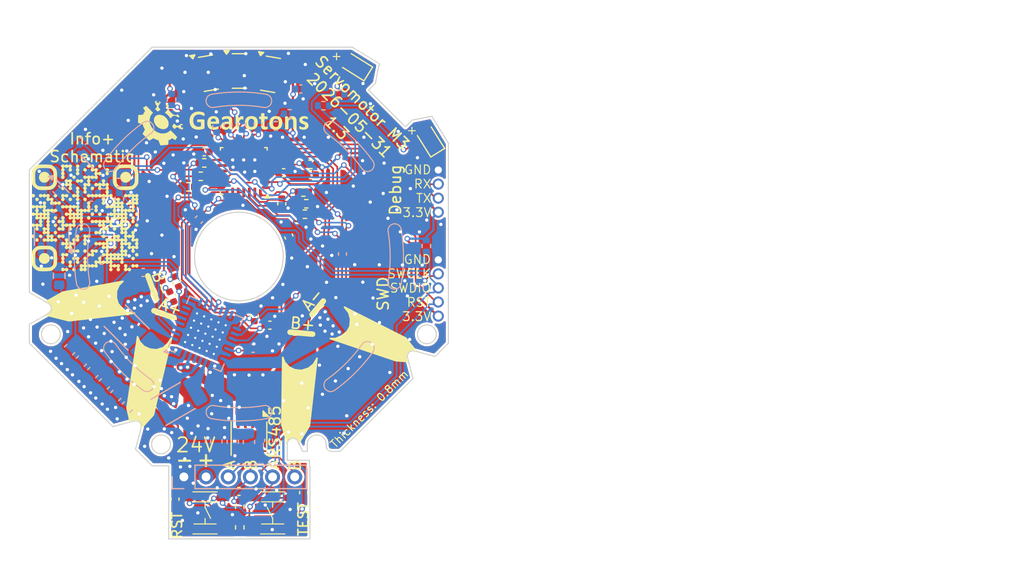
<source format=kicad_pcb>
(kicad_pcb (version 20240108) (generator "pcbnew") (generator_version "8.0")
  (title_block (title "Servo motor stepper M3") (date "2025-06-07") (rev "1.3"))
  (layers (0 "F.Cu" signal) (31 "B.Cu" signal) (34 "B.Paste" user) (35 "F.Paste" user) (36 "B.SilkS" user "B.Silkscreen") (37 "F.SilkS" user "F.Silkscreen") (38 "B.Mask" user) (39 "F.Mask" user) (44 "Edge.Cuts" user))
  (net 0 "")
  (net 1 "GND")
  (net 2 "/index/schTop/RS485_B")
  (net 3 "+24V")
  (net 4 "/index/schTop/RS485_A")
  (net 5 "+3.3V")
  (net 6 "/index/schTop/HALL1")
  (net 7 "/index/schTop/RESET")
  (net 8 "/index/schTop/HALL2")
  (net 9 "/index/schTop/HALL3")
  (net 10 "unconnected-(U1-VREF-Pad17)")
  (net 11 "Net-(U1-CP2)")
  (net 12 "/index/schTop/REF24")
  (net 13 "/index/schTop/TEMPERATURE")
  (net 14 "Net-(U1-CP1)")
  (net 15 "unconnected-(U1-VCP-Pad6)")
  (net 16 "/index/schTop/UART2 RX")
  (net 17 "/index/schTop/UART2 TX")
  (net 18 "/index/schTop/SWCLK")
  (net 19 "/index/schTop/SWDIO")
  (net 20 "unconnected-(U1-SENSE1-Pad23)")
  (net 21 "unconnected-(U1-SENSE2-Pad27)")
  (net 24 "/index/schTop/~{MENABLE}")
  (net 25 "/index/schTop/LED_GREEN")
  (net 26 "/index/schTop/LED_RED")
  (net 27 "/index/schTop/RS485_EN")
  (net 28 "/index/schTop/~{nFAULT}")
  (net 29 "/index/schTop/OVER_VOLTAGE")
  (net 30 "/index/schTop/IMCONTROL")
  (net 31 "/index/schTop/PWMOV")
  (net 32 "/index/schTop/B+")
  (net 33 "/index/schTop/STEP")
  (net 34 "/index/schTop/DIR")
  (net 35 "Net-(U3-V+)")
  (net 36 "/index/schTop/A+")
  (net 37 "/index/schTop/A-")
  (net 38 "/index/schTop/B-")
  (net 39 "/index/schTop/RS485_D")
  (net 40 "/index/schTop/RS485_R")
  (net 41 "unconnected-(D2-A-Pad2)")
  (net 42 "+5V")
  (net 44 "/index/schTop/MS1")
  (net 45 "Net-(U3--)")
  (net 46 "Net-(R8-Pad2)")
  (net 47 "/index/schTop/VIO")
  (net 48 "Net-(U3-+)")
  (net 50 "/index/schTop/MS2")
  (net 52 "Net-(U2-PB7)")
  (net 53 "Net-(D1-A)")
  (footprint "Package_DFN_QFN:QFN-28_4x4mm_P0.5mm" (layer "F.Cu") (at 149.99125 85.53 180)
    (property "Reference" "U2" (hide yes))
    (property "Value" "STM32G031G8Ux")
  )
  (footprint "servo_motor:TS3735PA-250gf" (layer "F.Cu") (at 146.5 116.4 -90)
    (property "Reference" "SW2" (hide yes))
    (property "Value" "TS3735PA-250gf")
  )
  (footprint "LOGO" (layer "F.Cu") (at 135.67 89.76)
    (property "Reference" "G***" (hide yes))
    (property "Value" "LOGO" (hide yes))
  )
  (footprint "servo_motor:Pad_3mm_TopOnly" (layer "F.Cu") (at 140.08 96.75)
    (property "Reference" "J8" (hide yes))
    (property "Value" "Conn_01x01_Socket" (hide yes))
  )
  (footprint "Package_TO_SOT_SMD:SOT-23" (layer "F.Cu") (at 149.6 76.5)
    (property "Reference" "U7" (hide yes))
    (property "Value" "AH49HSC")
  )
  (footprint "Resistor_SMD:R_0402_1005Metric" (layer "F.Cu") (at 155.63 88.49 180)
    (property "Reference" "R23" (hide yes))
    (property "Value" "10k")
  )
  (footprint "Package_TO_SOT_SMD:SOT-23" (layer "F.Cu") (at 146.8 76.7 9.6)
    (property "Reference" "U4" (hide yes))
    (property "Value" "AH49HSC")
  )
  (footprint "Resistor_SMD:R_0402_1005Metric" (layer "F.Cu") (at 155.51 89.43)
    (property "Reference" "R9" (hide yes))
    (property "Value" "470R")
  )
  (footprint "Capacitor_SMD:C_0402_1005Metric" (layer "F.Cu") (at 152.35 99.45)
    (property "Reference" "C1" (hide yes))
    (property "Value" "10nF" (hide yes))
  )
  (footprint "Resistor_SMD:R_0402_1005Metric" (layer "F.Cu") (at 155.37 87.43 180)
    (property "Reference" "R8" (hide yes))
    (property "Value" "1.5k")
  )
  (footprint "servo_motor:Pad_3mm_TopOnly" (layer "F.Cu") (at 141.95 100.07)
    (property "Reference" "J3" (hide yes))
    (property "Value" "Conn_01x01_Socket" (hide yes))
  )
  (footprint "servo_motor:PinHeader_1x05_P1.27mm_Vertical_No_Silkprint" (layer "F.Cu") (at 167.54 93.55)
    (property "Reference" "J2" (hide yes))
    (property "Value" "01x05 male P=1.27mm")
  )
  (footprint "LED_SMD:LED_0603_1608Metric" (layer "F.Cu") (at 166.7 82.62 122)
    (property "Reference" "D2" (hide yes))
    (property "Value" "MHT192UGCT")
  )
  (footprint "servo_motor:PinHeader_1x04_P1.27mm_Vertical_No_Silkprint" (layer "F.Cu") (at 167.54 85.440001)
    (property "Reference" "J1" (hide yes))
    (property "Value" "01x04 male P=1.27mm")
  )
  (footprint "Resistor_SMD:R_0402_1005Metric" (layer "F.Cu") (at 149.63 115.85 90)
    (property "Reference" "R2" (hide yes))
    (property "Value" "10k")
  )
  (footprint "Capacitor_SMD:C_0402_1005Metric" (layer "F.Cu") (at 149.55 114.46)
    (property "Reference" "C24" (hide yes))
    (property "Value" "220pF")
  )
  (footprint "Resistor_SMD:R_0402_1005Metric" (layer "F.Cu") (at 156.01 84.93)
    (property "Reference" "R15" (hide yes))
    (property "Value" "10k")
  )
  (footprint "Package_DFN_QFN:DFN-8-1EP_3x3mm_P0.65mm_EP1.5x2.25mm" (layer "F.Cu") (at 150.4625 109.697501 -90)
    (property "Reference" "U10" (hide yes))
    (property "Value" "SIT3088E")
  )
  (footprint "servo_motor:TS3735PA-250gf" (layer "F.Cu") (at 152.6 116.4 90)
    (property "Reference" "SW1" (hide yes))
    (property "Value" "TS3735PA-250gf")
  )
  (footprint "Capacitor_SMD:C_0402_1005Metric" (layer "F.Cu") (at 150.94 98.61 90)
    (property "Reference" "C6" (hide yes))
    (property "Value" "1uF")
  )
  (footprint "Resistor_SMD:R_0402_1005Metric" (layer "F.Cu") (at 144.99 86.96)
    (property "Reference" "R13" (hide yes))
    (property "Value" "10k")
  )
  (footprint "Resistor_SMD:R_0402_1005Metric" (layer "F.Cu") (at 146.43 84.8 180)
    (property "Reference" "R22" (hide yes))
    (property "Value" "10k")
  )
  (footprint "Capacitor_SMD:C_0402_1005Metric" (layer "F.Cu") (at 143.79 115.16 -90)
    (property "Reference" "C29" (hide yes))
    (property "Value" "220pF")
  )
  (footprint "Capacitor_SMD:C_0402_1005Metric" (layer "F.Cu") (at 143.49 96.88 -67.5)
    (property "Reference" "C2" (hide yes))
    (property "Value" "100nF" (hide yes))
  )
  (footprint "servo_motor:Pad_3mm_TopOnly" (layer "F.Cu") (at 158.03 99.06)
    (property "Reference" "J6" (hide yes))
    (property "Value" "Conn_01x01_Socket" (hide yes))
  )
  (footprint "Capacitor_SMD:C_0402_1005Metric" (layer "F.Cu") (at 146.42 83.8 180)
    (property "Reference" "C36" (hide yes))
    (property "Value" "100nF" (hide yes))
  )
  (footprint "Capacitor_SMD:C_0402_1005Metric" (layer "F.Cu") (at 153.42 88.49 -90)
    (property "Reference" "C21" (hide yes))
    (property "Value" "100pF")
  )
  (footprint "Capacitor_SMD:C_0402_1005Metric" (layer "F.Cu") (at 143.93 95.52 -67.5)
    (property "Reference" "C3" (hide yes))
    (property "Value" "100nF" (hide yes))
  )
  (footprint "Capacitor_SMD:C_0402_1005Metric" (layer "F.Cu") (at 153.59125 85.68)
    (property "Reference" "C37" (hide yes))
    (property "Value" "100nF" (hide yes))
  )
  (footprint "Package_TO_SOT_SMD:SOT-23" (layer "F.Cu") (at 152.4 76.8 -9.6)
    (property "Reference" "U6" (hide yes))
    (property "Value" "AH49HSC")
  )
  (footprint "LED_SMD:LED_0603_1608Metric" (layer "F.Cu") (at 159.969056 75.979055 148)
    (property "Reference" "D1" (hide yes))
    (property "Value" "KT-0603R")
  )
  (footprint "Resistor_SMD:R_0402_1005Metric" (layer "F.Cu") (at 149.63 117.71 -90)
    (property "Reference" "R17" (hide yes))
    (property "Value" "10k")
  )
  (footprint "servo_motor:Pad_3mm_TopOnly" (layer "F.Cu") (at 155.05 101.93)
    (property "Reference" "J7" (hide yes))
    (property "Value" "Conn_01x01_Socket" (hide yes))
  )
  (footprint "Capacitor_SMD:C_0402_1005Metric" (layer "F.Cu") (at 154.06 91.44 -67.5)
    (property "Reference" "C34" (hide yes))
    (property "Value" "220pF")
  )
  (footprint "Capacitor_SMD:C_0402_1005Metric" (layer "F.Cu") (at 155.39 114.57 -90)
    (property "Reference" "C27" (hide yes))
    (property "Value" "220pF")
  )
  (footprint "Resistor_SMD:R_0402_1005Metric" (layer "F.Cu") (at 146.11 86.01 180)
    (property "Reference" "R25" (hide yes))
    (property "Value" "10k")
  )
  (footprint "Capacitor_SMD:C_0402_1005Metric" (layer "F.Cu") (at 156.01 85.86 180)
    (property "Reference" "C18" (hide yes))
    (property "Value" "100nF" (hide yes))
  )
  (footprint "Capacitor_SMD:C_0603_1608Metric" (layer "B.Cu") (at 139.48 106.84 -135)
    (property "Reference" "C7" (hide yes))
    (property "Value" "10uF")
  )
  (footprint "Package_TO_SOT_SMD:SOT-23-5" (layer "B.Cu") (at 132.66 91.46 90)
    (property "Reference" "U11" (hide yes))
    (property "Value" "ME6211C33M5")
  )
  (footprint "Capacitor_SMD:C_0603_1608Metric" (layer "B.Cu") (at 138.45 105.8 -135)
    (property "Reference" "C14" (hide yes))
    (property "Value" "10uF")
  )
  (footprint "Resistor_SMD:R_0402_1005Metric" (layer "B.Cu") (at 152.88 81.45)
    (property "Reference" "R29" (hide yes))
    (property "Value" "4.7k")
  )
  (footprint "Capacitor_SMD:C_0603_1608Metric" (layer "B.Cu") (at 149 109.97 -90)
    (property "Reference" "C16" (hide yes))
    (property "Value" "10uF")
  )
  (footprint "Resistor_SMD:R_0402_1005Metric" (layer "B.Cu") (at 165.81 96.04 90)
    (property "Reference" "R4" (hide yes))
    (property "Value" "10k")
  )
  (footprint "Resistor_SMD:R_2010_5025Metric" (layer "B.Cu") (at 139.43 99.67 -45)
    (property "Reference" "R3" (hide yes))
    (property "Value" "150m")
  )
  (footprint "Capacitor_SMD:C_0402_1005Metric" (layer "B.Cu") (at 151.41 97.43 -157.5)
    (property "Reference" "C32" (hide yes))
    (property "Value" "220pF")
  )
  (footprint "Capacitor_SMD:C_0402_1005Metric" (layer "B.Cu") (at 158.9 93.02 -90)
    (property "Reference" "C25" (hide yes))
    (property "Value" "220pF")
  )
  (footprint "Resistor_SMD:R_0402_1005Metric" (layer "B.Cu") (at 157.18 79.63)
    (property "Reference" "R11" (hide yes))
    (property "Value" "470R")
  )
  (footprint "Capacitor_SMD:C_0402_1005Metric" (layer "B.Cu") (at 133.1 87.21 -45)
    (property "Reference" "C30" (hide yes))
    (property "Value" "100pF")
  )
  (footprint "Resistor_SMD:R_0402_1005Metric" (layer "B.Cu") (at 143.48 79.08 90)
    (property "Reference" "R6" (hide yes))
    (property "Value" "10k")
  )
  (footprint "Resistor_SMD:R_0402_1005Metric" (layer "B.Cu") (at 166.46 92.3 90)
    (property "Reference" "R5" (hide yes))
    (property "Value" "10k")
  )
  (footprint "Capacitor_SMD:C_0402_1005Metric" (layer "B.Cu") (at 152.24 109.86 -90)
    (property "Reference" "C35" (hide yes))
    (property "Value" "10uF" (hide yes))
  )
  (footprint "Capacitor_SMD:C_0402_1005Metric" (layer "B.Cu") (at 132.81 88.9 180)
    (property "Reference" "C5" (hide yes))
    (property "Value" "10uF")
  )
  (footprint "Capacitor_SMD:C_0402_1005Metric" (layer "B.Cu") (at 136.24 88.62)
    (property "Reference" "C22" (hide yes))
    (property "Value" "10uF")
  )
  (footprint "Package_TO_SOT_SMD:SOT-23-5" (layer "B.Cu") (at 134.76 85.8 -45)
    (property "Reference" "U3" (hide yes))
    (property "Value" "LM321")
  )
  (footprint "Resistor_SMD:R_0402_1005Metric" (layer "B.Cu") (at 137.34 87.52)
    (property "Reference" "R7" (hide yes))
    (property "Value" "470R")
  )
  (footprint "Capacitor_SMD:C_0402_1005Metric" (layer "B.Cu") (at 135.54 82.79 45)
    (property "Reference" "C28" (hide yes))
    (property "Value" "1uF" (hide yes))
  )
  (footprint "Capacitor_SMD:C_0402_1005Metric" (layer "B.Cu") (at 151.29125 81.28 90)
    (property "Reference" "C41" (hide yes))
    (property "Value" "100nF" (hide yes))
  )
  (footprint "Connector_PinSocket_2.00mm:PinSocket_1x06_P2.00mm_Vertical" (layer "B.Cu") (at 144.59 113.15 -90)
    (property "Reference" "J4" (hide yes))
    (property "Value" "Conn_01x06_Socket")
  )
  (footprint "Resistor_SMD:R_0603_1608Metric" (layer "B.Cu") (at 133.34 94.99 90)
    (property "Reference" "R27" (hide yes))
    (property "Value" "18k")
  )
  (footprint "Capacitor_SMD:C_0603_1608Metric" (layer "B.Cu") (at 150.46 110 -90)
    (property "Reference" "C12" (hide yes))
    (property "Value" "10uF")
  )
  (footprint "Resistor_SMD:R_0402_1005Metric" (layer "B.Cu") (at 138.7 86.57 180)
    (property "Reference" "R24" (hide yes))
    (property "Value" "10k")
  )
  (footprint "Capacitor_SMD:C_0402_1005Metric" (layer "B.Cu") (at 149.83 81.32 90)
    (property "Reference" "C17" (hide yes))
    (property "Value" "1nF")
  )
  (footprint "Capacitor_SMD:C_0402_1005Metric" (layer "B.Cu") (at 155.13 78.12)
    (property "Reference" "C9" (hide yes))
    (property "Value" "10uF")
  )
  (footprint "Resistor_SMD:R_2010_5025Metric" (layer "B.Cu") (at 143.62 106.56 30)
    (property "Reference" "R1" (hide yes))
    (property "Value" "150m")
  )
  (footprint "Resistor_SMD:R_0402_1005Metric" (layer "B.Cu") (at 158.56 78.6)
    (property "Reference" "R12" (hide yes))
    (property "Value" "470R")
  )
  (footprint "Resistor_SMD:R_0402_1005Metric" (layer "B.Cu") (at 138.77 88.04 -90)
    (property "Reference" "R26" (hide yes))
    (property "Value" "1.5k")
  )
  (footprint "Package_DFN_QFN:QFN-28-1EP_5x5mm_P0.5mm_EP3.75x3.75mm_ThermalVias" (layer "B.Cu") (at 146.53 100.22 -22.5)
    (property "Reference" "U1" (hide yes))
    (property "Value" "ATD5833")
  )
  (footprint "Capacitor_SMD:C_0603_1608Metric" (layer "B.Cu") (at 136.37 103.73 -135)
    (property "Reference" "C15" (hide yes))
    (property "Value" "10uF")
  )
  (footprint "Resistor_SMD:R_0402_1005Metric" (layer "B.Cu") (at 154.13 80.37)
    (property "Reference" "TH1" (hide yes))
    (property "Value" "100k 1% NTC")
  )
  (footprint "Capacitor_SMD:C_0603_1608Metric" (layer "B.Cu") (at 146.02 109.94 -90)
    (property "Reference" "C8" (hide yes))
    (property "Value" "10uF")
  )
  (footprint "Capacitor_SMD:C_0402_1005Metric" (layer "B.Cu") (at 137.16 93.58 180)
    (property "Reference" "C4" (hide yes))
    (property "Value" "4.7uF")
  )
  (footprint "Capacitor_SMD:C_0603_1608Metric" (layer "B.Cu") (at 147.52 109.94 -90)
    (property "Reference" "C13" (hide yes))
    (property "Value" "10uF")
  )
  (footprint "Capacitor_SMD:C_0402_1005Metric" (layer "B.Cu") (at 148.58 81.34 90)
    (property "Reference" "C20" (hide yes))
    (property "Value" "1nF" (hide yes))
  )
  (footprint "Capacitor_SMD:C_0402_1005Metric" (layer "B.Cu") (at 140.92 94.69 180)
    (property "Reference" "C31" (hide yes))
    (property "Value" "220pF")
  )
  (footprint "Capacitor_SMD:C_0603_1608Metric" (layer "B.Cu") (at 135.33 102.7 -135)
    (property "Reference" "C10" (hide yes))
    (property "Value" "10uF")
  )
  (footprint "Capacitor_SMD:C_0603_1608Metric" (layer "B.Cu") (at 134.28 101.67 -135)
    (property "Reference" "C11" (hide yes))
    (property "Value" "10uF")
  )
  (footprint "Capacitor_SMD:C_0402_1005Metric" (layer "B.Cu") (at 145.95 89.92 -135)
    (property "Reference" "C26" (hide yes))
    (property "Value" "220pF")
  )
  (footprint "Capacitor_SMD:C_0402_1005Metric" (layer "B.Cu") (at 147.55 81.54 90)
    (property "Reference" "C23" (hide yes))
    (property "Value" "1nF")
  )
  (footprint "Capacitor_SMD:C_0603_1608Metric" (layer "B.Cu") (at 137.41 104.76 -135)
    (property "Reference" "C19" (hide yes))
    (property "Value" "10uF")
  )
  (footprint "Capacitor_SMD:C_0402_1005Metric" (layer "B.Cu") (at 150.83 101.54 180)
    (property "Reference" "C33" (hide yes))
    (property "Value" "220pF")
  )
  (gr_arc (start 141.623335 104.362643) (mid 141.763365 105.199522) (end 140.926491 105.339582) (stroke (width 0.1)) (layer "B.SilkS"))
  (gr_arc (start 138.437253 85.323371) (mid 139.897916 83.597952) (end 141.623335 82.13729) (stroke (width 0.1)) (layer "B.SilkS"))
  (gr_arc (start 161.639545 101.873405) (mid 160.050467 103.750503) (end 158.173369 105.339582) (stroke (width 0.1)) (layer "B.SilkS"))
  (gr_arc (start 140.926491 105.339582) (mid 139.049394 103.750502) (end 137.460314 101.873405) (stroke (width 0.1)) (layer "B.SilkS"))
  (gr_arc (start 134.903589 90.799009) (mid 135.594402 90.306191) (end 136.087131 90.997067) (stroke (width 0.1)) (layer "B.SilkS"))
  (gr_arc (start 137.460314 84.626528) (mid 139.049404 82.749441) (end 140.926491 81.160351) (stroke (width 0.1)) (layer "B.SilkS"))
  (gr_arc (start 158.173369 81.160351) (mid 160.050459 82.749438) (end 161.639545 84.626528) (stroke (width 0.1)) (layer "B.SilkS"))
  (gr_arc (start 163.012728 90.997067) (mid 163.505463 90.306224) (end 164.196271 90.799009) (stroke (width 0.1)) (layer "B.SilkS"))
  (gr_arc (start 147.29703 79.787168) (mid 149.54993 79.599966) (end 151.80283 79.787168) (stroke (width 0.1)) (layer "B.SilkS"))
  (gr_arc (start 160.662607 101.176562) (mid 159.201932 102.901968) (end 157.476525 104.362643) (stroke (width 0.1)) (layer "B.SilkS"))
  (gr_arc (start 158.173369 105.339582) (mid 157.336441 105.199561) (end 157.476525 104.362643) (stroke (width 0.1)) (layer "B.SilkS"))
  (gr_arc (start 151.80283 106.712765) (mid 149.54993 106.899966) (end 147.29703 106.712765) (stroke (width 0.1)) (layer "B.SilkS"))
  (gr_arc (start 136.087131 95.502866) (mid 135.594384 96.193639) (end 134.903589 95.700923) (stroke (width 0.1)) (layer "B.SilkS"))
  (gr_arc (start 152.000887 107.896308) (mid 149.54993 108.099966) (end 147.098973 107.896308) (stroke (width 0.1)) (layer "B.SilkS"))
  (gr_arc (start 152.000887 78.603625) (mid 152.493668 79.294432) (end 151.80283 79.787168) (stroke (width 0.1)) (layer "B.SilkS"))
  (gr_arc (start 157.476525 82.13729) (mid 159.201937 83.597959) (end 160.662607 85.323371) (stroke (width 0.1)) (layer "B.SilkS"))
  (gr_arc (start 147.098973 78.603625) (mid 149.54993 78.399966) (end 152.000887 78.603625) (stroke (width 0.1)) (layer "B.SilkS"))
  (gr_arc (start 140.926491 81.160351) (mid 141.763365 81.300412) (end 141.623335 82.13729) (stroke (width 0.1)) (layer "B.SilkS"))
  (gr_arc (start 157.476525 82.13729) (mid 157.336445 81.300375) (end 158.173369 81.160351) (stroke (width 0.1)) (layer "B.SilkS"))
  (gr_arc (start 134.903589 95.700923) (mid 134.699936 93.249966) (end 134.903589 90.799009) (stroke (width 0.1)) (layer "B.SilkS"))
  (gr_arc (start 151.80283 106.712765) (mid 152.493648 107.205505) (end 152.000887 107.896308) (stroke (width 0.1)) (layer "B.SilkS"))
  (gr_arc (start 163.012728 90.997067) (mid 163.199941 93.249966) (end 163.012728 95.502866) (stroke (width 0.1)) (layer "B.SilkS"))
  (gr_arc (start 137.460314 101.873405) (mid 137.600373 101.03653) (end 138.437253 101.176562) (stroke (width 0.1)) (layer "B.SilkS"))
  (gr_arc (start 164.196271 95.700923) (mid 163.505468 96.193675) (end 163.012728 95.502866) (stroke (width 0.1)) (layer "B.SilkS"))
  (gr_arc (start 161.639545 84.626528) (mid 161.499535 85.463471) (end 160.662607 85.323371) (stroke (width 0.1)) (layer "B.SilkS"))
  (gr_arc (start 160.662607 101.176562) (mid 161.499514 101.03649) (end 161.639545 101.873405) (stroke (width 0.1)) (layer "B.SilkS"))
  (gr_arc (start 164.196271 90.799009) (mid 164.399936 93.249966) (end 164.196271 95.700923) (stroke (width 0.1)) (layer "B.SilkS"))
  (gr_arc (start 147.29703 79.787168) (mid 146.606231 79.294425) (end 147.098973 78.603625) (stroke (width 0.1)) (layer "B.SilkS"))
  (gr_arc (start 136.087131 95.502866) (mid 135.899937 93.249966) (end 136.087131 90.997067) (stroke (width 0.1)) (layer "B.SilkS"))
  (gr_arc (start 138.437253 85.323371) (mid 137.600383 85.46339) (end 137.460314 84.626528) (stroke (width 0.1)) (layer "B.SilkS"))
  (gr_arc (start 147.098973 107.896308) (mid 146.606187 107.2055) (end 147.29703 106.712765) (stroke (width 0.1)) (layer "B.SilkS"))
  (gr_arc (start 141.623335 104.362643) (mid 139.897915 102.901982) (end 138.437253 101.176562) (stroke (width 0.1)) (layer "B.SilkS"))
  (gr_line (start 142.297751 79.613529) (end 142.357722 79.548621) (stroke (width 0.026105)) (layer "F.SilkS"))
  (gr_line (start 140.874643 82.172583) (end 141.470131 82.776538) (stroke (width 0.026105)) (layer "F.SilkS"))
  (gr_line (start 142.467788 79.319311) (end 142.458617 79.305907) (stroke (width 0.026105)) (layer "F.SilkS"))
  (gr_poly (pts (xy 142.412045 79.255805) (xy 142.458612 79.3059) (xy 142.472725 79.329891) (xy 142.476956 79.357407) (xy 142.470608 79.384925) (xy 142.45438 79.4068) (xy 142.399346 79.342596) (xy 142.390881 79.327077) (xy 142.365485 79.298852) (xy 142.357015 79.281214) (xy 142.357014 79.281208) (xy 142.361245 79.262159) (xy 142.375361 79.248753) (xy 142.395114 79.246633)) (fill solid) (layer "F.SilkS"))
  (gr_poly (pts (xy 144.389011 81.681514) (xy 144.396067 81.685039) (xy 144.407357 81.775355) (xy 144.387602 81.773939) (xy 144.369967 81.764065) (xy 144.353733 81.646941)) (fill solid) (layer "F.SilkS"))
  (gr_poly (pts (xy 143.201561 79.978311) (xy 143.229082 80.043928) (xy 143.266475 80.103898) (xy 143.313042 80.157521) (xy 143.540936 80.377654) (xy 143.38783 80.760061) (xy 143.361017 80.723371) (xy 143.32574 80.67469) (xy 143.29117 80.626709) (xy 143.258009 80.590018) (xy 143.217086 80.544159) (xy 143.186041 79.909179)) (fill solid) (layer "F.SilkS"))
  (gr_line (start 141.66557 80.397402) (end 141.639467 80.432681) (stroke (width 0.026105)) (layer "F.SilkS"))
  (gr_line (start 142.405696 82.124598) (end 142.45297 82.13589) (stroke (width 0.026105)) (layer "F.SilkS"))
  (gr_line (start 142.454381 79.406805) (end 142.476254 79.365173) (stroke (width 0.026105)) (layer "F.SilkS"))
  (gr_poly (pts (xy 142.316098 79.81179) (xy 142.43251 79.949375) (xy 142.441679 79.96631) (xy 142.443094 79.985364) (xy 142.436742 80.003706) (xy 142.424045 80.017815) (xy 142.29775 79.783569) (xy 142.297749 79.783569)) (fill solid) (layer "F.SilkS"))
  (gr_line (start 141.752354 80.298629) (end 141.722016 80.329673) (stroke (width 0.026105)) (layer "F.SilkS"))
  (gr_line (start 143.540938 80.37765) (end 143.313045 80.157514) (stroke (width 0.026105)) (layer "F.SilkS"))
  (gr_line (start 142.315921 79.811613) (end 142.316098 79.81179) (stroke (width 0.026105)) (layer "F.SilkS"))
  (gr_line (start 143.088682 82.076624) (end 143.129601 82.057575) (stroke (width 0.026105)) (layer "F.SilkS"))
  (gr_line (start 142.369008 79.485826) (end 142.454381 79.406806) (stroke (width 0.026105)) (layer "F.SilkS"))
  (gr_line (start 142.978609 79.573312) (end 143.059749 79.684794) (stroke (width 0.026105)) (layer "F.SilkS"))
  (gr_poly (pts (xy 142.039515 79.961371) (xy 142.028934 79.944436) (xy 142.025412 79.923976) (xy 142.029637 79.904219) (xy 142.029635 79.90422) (xy 142.041632 79.88799)) (fill solid) (layer "F.SilkS"))
  (gr_line (start 142.632892 81.729497) (end 142.677338 81.73373) (stroke (width 0.026105)) (layer "F.SilkS"))
  (gr_line (start 143.713799 80.472903) (end 143.749781 80.479956) (stroke (width 0.026105)) (layer "F.SilkS"))
  (gr_line (start 141.853247 81.810631) (end 141.889236 81.844495) (stroke (width 0.026105)) (layer "F.SilkS"))
  (gr_line (start 143.715916 81.692098) (end 143.758249 81.707618) (stroke (width 0.026105)) (layer "F.SilkS"))
  (gr_line (start 142.006356 81.937625) (end 142.047981 81.965852) (stroke (width 0.026105)) (layer "F.SilkS"))
  (gr_poly (pts (xy 143.083736 79.483718) (xy 143.104199 79.499232) (xy 143.106312 79.77934) (xy 143.087265 79.729952) (xy 143.059749 79.684794) (xy 143.034351 79.482303) (xy 143.059044 79.478067)) (fill solid) (layer "F.SilkS"))
  (gr_line (start 142.357722 79.548621) (end 142.361955 79.519694) (stroke (width 0.026105)) (layer "F.SilkS"))
  (gr_line (start 141.751649 81.699856) (end 141.784104 81.737952) (stroke (width 0.026105)) (layer "F.SilkS"))
  (gr_line (start 143.922639 80.568855) (end 143.876079 80.551218) (stroke (width 0.026105)) (layer "F.SilkS"))
  (gr_line (start 144.390427 81.361897) (end 144.35021 81.356254) (stroke (width 0.026105)) (layer "F.SilkS"))
  (gr_poly (pts (xy 141.192849 79.668568) (xy 141.192847 79.668563) (xy 141.192851 79.668561)) (fill solid) (layer "F.SilkS"))
  (gr_line (start 143.186042 79.681971) (end 143.163465 79.724307) (stroke (width 0.026105)) (layer "F.SilkS"))
  (gr_poly (pts (xy 144.341746 81.362604) (xy 144.341742 81.362603) (xy 144.300113 81.404231) (xy 144.31211 81.296277) (xy 144.33469 81.280053) (xy 144.362205 81.274406)) (fill solid) (layer "F.SilkS"))
  (gr_line (start 142.072678 79.296028) (end 142.071972 79.317901) (stroke (width 0.026105)) (layer "F.SilkS"))
  (gr_line (start 142.058565 80.569568) (end 142.030343 80.59496) (stroke (width 0.026105)) (layer "F.SilkS"))
  (gr_poly (pts (xy 141.102538 80.108832) (xy 140.921917 79.813914) (xy 141.192847 79.668563)) (fill solid) (layer "F.SilkS"))
  (gr_poly (pts (xy 144.357971 81.548874) (xy 144.357264 81.578506) (xy 144.348092 81.607434) (xy 144.343858 81.620835) (xy 144.348798 81.520648)) (fill solid) (layer "F.SilkS"))
  (gr_line (start 143.024471 81.643417) (end 143.054106 81.619427) (stroke (width 0.026105)) (layer "F.SilkS"))
  (gr_poly (pts (xy 142.172863 79.352474) (xy 142.166515 79.729944) (xy 142.166512 79.667151) (xy 142.162991 79.643165) (xy 142.153817 79.620581) (xy 142.144645 79.361643) (xy 142.172863 79.352469)) (fill solid) (layer "F.SilkS"))
  (gr_poly (pts (xy 142.072678 79.296028) (xy 142.068439 79.303084) (xy 142.068443 79.310847) (xy 142.053628 79.420204) (xy 141.997887 79.262162) (xy 142.083258 79.197251)) (fill solid) (layer "F.SilkS"))
  (gr_poly (pts (xy 143.967799 82.465382) (xy 143.815401 82.721501) (xy 143.520477 82.545816) (xy 143.416761 82.632602) (xy 143.294696 82.705276) (xy 143.183928 82.74831) (xy 143.2058 82.013828) (xy 143.298935 81.945391) (xy 143.38219 81.86566)) (fill solid) (layer "F.SilkS"))
  (gr_line (start 141.997888 79.262163) (end 141.977427 79.302383) (stroke (width 0.026105)) (layer "F.SilkS"))
  (gr_line (start 142.066328 81.38307) (end 142.097373 81.421169) (stroke (width 0.026105)) (layer "F.SilkS"))
  (gr_poly (pts (xy 144.341746 81.362604) (xy 144.341742 81.362603) (xy 144.300113 81.404231) (xy 144.31211 81.296277) (xy 144.33469 81.280053) (xy 144.362205 81.274406)) (fill solid) (layer "F.SilkS"))
  (gr_poly (pts (xy 142.446619 80.468666) (xy 142.541164 80.485601) (xy 142.636417 80.515936) (xy 142.728842 80.558975) (xy 142.818448 80.613308) (xy 142.901702 80.677507) (xy 142.977199 80.751593) (xy 143.044227 80.832732) (xy 143.100669 80.919514) (xy 143.145118 81.009826) (xy 143.17687 81.102256) (xy 143.195214 81.194681) (xy 143.200154 81.285697) (xy 143.190986 81.371778) (xy 143.168402 81.452915) (xy 143.132418 81.526291) (xy 143.132418 81.526306) (xy 143.083733 81.590514) (xy 143.023762 81.644139) (xy 142.95391 81.686467) (xy 142.875595 81.716099) (xy 142.790229 81.732325) (xy 142.699206 81.735143) (xy 142.605371 81.724563) (xy 142.510824 81.701278) (xy 142.416279 81.66459) (xy 142.325264 81.615902) (xy 142.238481 81.555928) (xy 142.158755 81.486789) (xy 142.087489 81.409179) (xy 142.025401 81.325218) (xy 141.975307 81.236316) (xy 141.937207 81.144593) (xy 141.911808 81.05146) (xy 141.899813 80.959742) (xy 141.902635 80.870839) (xy 141.918158 80.786881) (xy 141.947791 80.709972) (xy 141.990126 80.640827) (xy 142.044453 80.582267) (xy 142.109365 80.53358) (xy 142.184155 80.497599) (xy 142.265996 80.475021) (xy 142.354191 80.465141)) (fill solid) (layer "F.SilkS"))
  (gr_line (start 143.566337 81.524881) (end 143.5868 81.55804) (stroke (width 0.026105)) (layer "F.SilkS"))
  (gr_line (start 143.211446 80.005118) (end 143.232608 80.05027) (stroke (width 0.026105)) (layer "F.SilkS"))
  (gr_poly (pts (xy 142.286456 79.752525) (xy 142.297749 79.783569) (xy 142.424041 80.017814) (xy 142.295632 80.106715) (xy 142.271644 80.118706) (xy 142.282229 79.719362)) (fill solid) (layer "F.SilkS"))
  (gr_line (start 143.21356 79.621999) (end 143.2058 79.609298) (stroke (width 0.026105)) (layer "F.SilkS"))
  (gr_line (start 141.005173 80.271817) (end 140.974127 80.32332) (stroke (width 0.026105)) (layer "F.SilkS"))
  (gr_line (start 141.93227 81.130483) (end 141.947793 81.173519) (stroke (width 0.026105)) (layer "F.SilkS"))
  (gr_poly (pts (xy 144.151948 80.565333) (xy 144.151947 80.565321) (xy 144.161828 80.585081) (xy 144.161828 80.606952) (xy 144.15054 80.626711) (xy 144.109619 80.668343) (xy 144.096915 80.676101) (xy 144.082803 80.677515) (xy 144.069398 80.671869) (xy 144.041882 80.444681)) (fill solid) (layer "F.SilkS"))
  (gr_line (start 142.323856 81.615197) (end 142.366188 81.639186) (stroke (width 0.026105)) (layer "F.SilkS"))
  (gr_line (start 143.157116 83.15401) (end 143.183924 82.748313) (stroke (width 0.026105)) (layer "F.SilkS"))
  (gr_poly (pts (xy 143.183928 82.74831) (xy 143.183924 82.748313) (xy 143.183928 82.74831)) (fill solid) (layer "F.SilkS"))
  (gr_line (start 142.090315 81.991957) (end 142.133358 82.016652) (stroke (width 0.026105)) (layer "F.SilkS"))
  (gr_poly (pts (xy 143.586096 80.415044) (xy 143.636897 80.445385) (xy 143.590329 80.553339) (xy 143.590322 80.553331) (xy 143.387831 80.760058) (xy 143.540938 80.37765)) (fill solid) (layer "F.SilkS"))
  (gr_line (start 144.042586 81.575679) (end 143.95157 81.572858) (stroke (width 0.026105)) (layer "F.SilkS"))
  (gr_poly (pts (xy 144.330453 81.495957) (xy 144.348798 81.520648) (xy 144.343858 81.620835) (xy 144.345979 81.634951) (xy 144.353733 81.646941) (xy 144.353734 81.646951) (xy 144.369963 81.764071) (xy 144.30082 81.467031)) (fill solid) (layer "F.SilkS"))
  (gr_line (start 144.369967 81.764065) (end 144.286709 81.69633) (stroke (width 0.026105)) (layer "F.SilkS"))
  (gr_poly (pts (xy 147.290716 80.57283) (xy 147.323114 80.574742) (xy 147.338843 80.576178) (xy 147.354259 80.577923) (xy 147.369357 80.57999) (xy 147.384147 80.58237) (xy 147.398621 80.585064) (xy 147.412783 80.588076) (xy 147.426622 80.5914) (xy 147.440148 80.595036) (xy 147.453354 80.598984) (xy 147.466247 80.603248) (xy 147.478815 80.607819) (xy 147.491067 80.612704) (xy 147.503101 80.617903) (xy 147.514864 80.623347) (xy 147.526354 80.629027) (xy 147.537571 80.634952) (xy 147.54851 80.641122) (xy 147.559182 80.64754) (xy 147.569575 80.654195) (xy 147.579694 80.6611) (xy 147.589532 80.668245) (xy 147.5991 80.675636) (xy 147.608385 80.683276) (xy 147.617395 80.691155) (xy 147.626129 80.699283) (xy 147.634581 80.707661) (xy 147.642753 80.716283) (xy 147.650644 80.725154) (xy 147.658343 80.734169) (xy 147.665777 80.743396) (xy 147.672954 80.752831) (xy 147.679869 80.762479) (xy 147.686519 80.772332) (xy 147.692907 80.782397) (xy 147.699033 80.79267) (xy 147.704903 80.803159) (xy 147.710509 80.813853) (xy 147.715853 80.824761) (xy 147.720935 80.835879) (xy 147.725752 80.847208) (xy 147.730312 80.85875) (xy 147.734612 80.870505) (xy 147.738648 80.882469) (xy 147.742422 80.894649) (xy 147.749396 80.919337) (xy 147.755444 80.944567) (xy 147.760559 80.970332) (xy 147.764744 80.996633) (xy 147.768003 81.023467) (xy 147.770327 81.050832) (xy 147.771721 81.078727) (xy 147.772185 81.107142) (xy 147.772185 81.155925) (xy 147.772083 81.162939) (xy 147.771797 81.169722) (xy 147.771314 81.176273) (xy 147.770634 81.18259) (xy 147.769761 81.188675) (xy 147.768696 81.194529) (xy 147.767438 81.20015) (xy 147.76598 81.205537) (xy 147.764334 81.210691) (xy 147.762495 81.215612) (xy 147.76046 81.220302) (xy 147.758229 81.224761) (xy 147.75581 81.228985) (xy 147.753194 81.232977) (xy 147.750381 81.236733) (xy 147.747379 81.240262) (xy 147.744203 81.243491) (xy 147.740869 81.246501) (xy 147.737379 81.249306) (xy 147.733739 81.251895) (xy 147.729937 81.254276) (xy 147.725986 81.256443) (xy 147.721877 81.258405) (xy 147.717617 81.260157) (xy 147.713196 81.2617) (xy 147.708625 81.263035) (xy 147.703895 81.264164) (xy 147.699011 81.265085) (xy 147.693971 81.265799) (xy 147.688777 81.266312) (xy 147.683429 81.266618) (xy 147.677928 81.266723) (xy 147.013163 81.266717) (xy 147.013417 81.283891) (xy 147.014175 81.300672) (xy 147.015451 81.317066) (xy 147.017245 81.333073) (xy 147.01956 81.348695) (xy 147.022406 81.363922) (xy 147.025782 81.378767) (xy 147.029698 81.393225) (xy 147.031825 81.400289) (xy 147.034104 81.407214) (xy 147.036536 81.414009) (xy 147.039116 81.420665) (xy 147.041846 81.427183) (xy 147.044726 81.433571) (xy 147.047755 81.439823) (xy 147.050937 81.445932) (xy 147.054267 81.451914) (xy 147.057747 81.457756) (xy 147.061379 81.46346) (xy 147.065161 81.469034) (xy 147.069094 81.474473) (xy 147.073174 81.479769) (xy 147.077404 81.484935) (xy 147.081788 81.489963) (xy 147.086404 81.494854) (xy 147.091187 81.499603) (xy 147.096132 81.504211) (xy 147.101241 81.508678) (xy 147.106513 81.513004) (xy 147.111951 81.517188) (xy 147.117551 81.521229) (xy 147.123311 81.525128) (xy 147.129233 81.528882) (xy 147.135321 81.532496) (xy 147.141567 81.535967) (xy 147.147977 81.539293) (xy 147.154545 81.542473) (xy 147.161276 81.545507) (xy 147.168167 81.5484) (xy 147.175218 81.551148) (xy 147.182437 81.553662) (xy 147.18983 81.556012) (xy 147.197397 81.558198) (xy 147.205138 81.560218) (xy 147.213057 81.562081) (xy 147.221147 81.563775) (xy 147.229411 81.565307) (xy 147.237851 81.566679) (xy 147.246465 81.567883) (xy 147.255253 81.568929) (xy 147.264214 81.569815) (xy 147.273353 81.570534) (xy 147.282664 81.571098) (xy 147.292148 81.5715) (xy 147.311649 81.57182) (xy 147.331568 81.571641) (xy 147.350872 81.571116) (xy 147.369558 81.570227) (xy 147.387637 81.568975) (xy 147.405101 81.567356) (xy 147.421956 81.565365) (xy 147.43821 81.562998) (xy 147.453858 81.560243) (xy 147.483389 81.55396) (xy 147.49739 81.550745) (xy 147.510883 81.547478) (xy 147.523863 81.544155) (xy 147.536322 81.540766) (xy 147.548271 81.53731) (xy 147.559697 81.533784) (xy 147.581084 81.526959) (xy 147.600619 81.520425) (xy 147.618292 81.514162) (xy 147.634106 81.508156) (xy 147.641367 81.50546) (xy 147.648253 81.503118) (xy 147.654784 81.50113) (xy 147.660952 81.499497) (xy 147.666761 81.498223) (xy 147.669531 81.497723) (xy 147.672214 81.497312) (xy 147.674809 81.496988) (xy 147.677316 81.496762) (xy 147.679729 81.496624) (xy 147.682063 81.496576) (xy 147.683373 81.496594) (xy 147.684658 81.496656) (xy 147.685928 81.496753) (xy 147.687171 81.496888) (xy 147.688396 81.497061) (xy 147.689597 81.497274) (xy 147.690777 81.497527) (xy 147.691932 81.497818) (xy 147.693061 81.498146) (xy 147.694171 81.498514) (xy 147.695252 81.498919) (xy 147.696306 81.499369) (xy 147.69733 81.499854) (xy 147.698334 81.500377) (xy 147.699306 81.500936) (xy 147.700252 81.501541) (xy 147.701171 81.502104) (xy 147.702071 81.502721) (xy 147.702955 81.503383) (xy 147.703815 81.504097) (xy 147.704659 81.504858) (xy 147.705484 81.505669) (xy 147.706287 81.506524) (xy 147.707072 81.507429) (xy 147.707836 81.508384) (xy 147.708583 81.509385) (xy 147.709312 81.510438) (xy 147.710019 81.51154) (xy 147.710705 81.512683) (xy 147.711374 81.513882) (xy 147.712024 81.515128) (xy 147.712654 81.516419) (xy 147.713259 81.517817) (xy 147.713836 81.519286) (xy 147.714386 81.52084) (xy 147.714906 81.522464) (xy 147.715405 81.524166) (xy 147.715874 81.525946) (xy 147.716318 81.527797) (xy 147.716736 81.529728) (xy 147.71713 81.531729) (xy 147.7175 81.533811) (xy 147.718178 81.538193) (xy 147.718765 81.542871) (xy 147.719269 81.54784) (xy 147.719635 81.552975) (xy 147.719962 81.558455) (xy 147.720484 81.57042) (xy 147.720807 81.583712) (xy 147.720922 81.598277) (xy 147.720806 81.611411) (xy 147.720484 81.623519) (xy 147.719964 81.634581) (xy 147.719268 81.644578) (xy 147.719015 81.649288) (xy 147.718721 81.653802) (xy 147.718388 81.658121) (xy 147.718003 81.662253) (xy 147.717573 81.666186) (xy 147.717087 81.669923) (xy 147.716551 81.673472) (xy 147.715961 81.676822) (xy 147.715304 81.6801) (xy 147.714566 81.683262) (xy 147.71375 81.68631) (xy 147.712861 81.689251) (xy 147.711894 81.692088) (xy 147.710846 81.694818) (xy 147.709724 81.697445) (xy 147.708519 81.699974) (xy 147.707885 81.701133) (xy 147.707224 81.702282) (xy 147.706535 81.70342) (xy 147.705814 81.704551) (xy 147.705073 81.70567) (xy 147.704299 81.706778) (xy 147.703502 81.707881) (xy 147.702681 81.708967) (xy 147.701834 81.710048) (xy 147.700966 81.711119) (xy 147.699161 81.713232) (xy 147.697268 81.715304) (xy 147.695294 81.717339) (xy 147.694251 81.718408) (xy 147.692988 81.719532) (xy 147.691501 81.720695) (xy 147.689795 81.721914) (xy 147.687868 81.723181) (xy 147.685723 81.724501) (xy 147.683356 81.725869) (xy 147.680773 81.727285) (xy 147.677965 81.728754) (xy 147.674945 81.730278) (xy 147.671712 81.731846) (xy 147.66826 81.73347) (xy 147.664592 81.735149) (xy 147.660706 81.736878) (xy 147.652297 81.74049) (xy 147.643073 81.744199) (xy 147.633231 81.747886) (xy 147.622773 81.751552) (xy 147.611707 81.755193) (xy 147.600024 81.758802) (xy 147.587738 81.762378) (xy 147.574844 81.76592) (xy 147.561348 81.769428) (xy 147.547443 81.772861) (xy 147.533017 81.776169) (xy 147.518074 81.779359) (xy 147.502618 81.782425) (xy 147.486642 81.785367) (xy 147.470162 81.788179) (xy 147.453166 81.790858) (xy 147.435672 81.793404) (xy 147.417694 81.795886) (xy 147.399428 81.798054) (xy 147.380866 81.799895) (xy 147.362004 81.801418) (xy 147.342843 81.802605) (xy 147.323378 81.803464) (xy 147.303611 81.803981) (xy 147.283533 81.804155) (xy 147.247667 81.803585) (xy 147.212919 81.801871) (xy 147.179296 81.79902) (xy 147.1468 81.795033) (xy 147.115426 81.789915) (xy 147.085176 81.783661) (xy 147.056051 81.776283) (xy 147.028044 81.767774) (xy 147.014542 81.762977) (xy 147.001313 81.757891) (xy 146.988365 81.752517) (xy 146.975688 81.746845) (xy 146.963292 81.740886) (xy 146.951172 81.734637) (xy 146.939329 81.728097) (xy 146.92777 81.72127) (xy 146.916484 81.714143) (xy 146.905477 81.706729) (xy 146.894753 81.699029) (xy 146.884306 81.691037) (xy 146.874138 81.682751) (xy 146.864249 81.674176) (xy 146.854643 81.66531) (xy 146.845316 81.656156) (xy 146.836239 81.646623) (xy 146.827464 81.636794) (xy 146.818971 81.626665) (xy 146.810782 81.616234) (xy 146.802887 81.605503) (xy 146.795281 81.594474) (xy 146.787972 81.58314) (xy 146.780957 81.571511) (xy 146.774231 81.559576) (xy 146.767802 81.547342) (xy 146.761662 81.534809) (xy 146.755818 81.521981) (xy 146.750265 81.508839) (xy 146.745002 81.495407) (xy 146.740028 81.481674) (xy 146.735351 81.467635) (xy 146.731034 81.453224) (xy 146.726998 81.43851) (xy 146.723244 81.423496) (xy 146.719768 81.408181) (xy 146.716571 81.392557) (xy 146.713655 81.376633) (xy 146.70866 81.343873) (xy 146.70478 81.309893) (xy 146.702009 81.274684) (xy 146.700352 81.238248) (xy 146.699796 81.200572) (xy 146.70038 81.164452) (xy 146.702124 81.129262) (xy 146.705031 81.095002) (xy 146.708294 81.068285) (xy 147.01316 81.068282) (xy 147.473703 81.068286) (xy 147.473861 81.052297) (xy 147.473565 81.036732) (xy 147.472814 81.021603) (xy 147.471611 81.006898) (xy 147.469948 80.992624) (xy 147.46783 80.978774) (xy 147.465257 80.965358) (xy 147.462232 80.952375) (xy 147.458746 80.939816) (xy 147.454807 80.927696) (xy 147.450414 80.916) (xy 147.445562 80.904747) (xy 147.440259 80.893922) (xy 147.4345 80.883533) (xy 147.428281 80.873576) (xy 147.421613 80.864056) (xy 147.41444 80.855048) (xy 147.406787 80.846615) (xy 147.398663 80.838771) (xy 147.390062 80.831501) (xy 147.380983 80.824815) (xy 147.37143 80.818712) (xy 147.361399 80.813188) (xy 147.350892 80.808248) (xy 147.339907 80.803886) (xy 147.328444 80.80011) (xy 147.316508 80.796913) (xy 147.304092 80.794296) (xy 147.291196 80.792257) (xy 147.277822 80.790806) (xy 147.263964 80.789936) (xy 147.249636 80.789644) (xy 147.24233 80.789729) (xy 147.235146 80.789991) (xy 147.228086 80.790428) (xy 147.221143 80.791039) (xy 147.214322 80.791823) (xy 147.20762 80.792785) (xy 147.201037 80.793916) (xy 147.19457 80.795224) (xy 147.188226 80.796709) (xy 147.182 80.798365) (xy 147.175891 80.800196) (xy 147.1699 80.802201) (xy 147.164026 80.804382) (xy 147.15827 80.806736) (xy 147.15263 80.809267) (xy 147.147106 80.811969) (xy 147.141777 80.814817) (xy 147.136555 80.817783) (xy 147.131449 80.820866) (xy 147.126449 80.82406) (xy 147.121565 80.82737) (xy 147.11679 80.830804) (xy 147.112126 80.834349) (xy 147.107575 80.838012) (xy 147.103135 80.841793) (xy 147.098807 80.845688) (xy 147.094588 80.849699) (xy 147.090482 80.853827) (xy 147.086489 80.858068) (xy 147.082603 80.86243) (xy 147.078833 80.866908) (xy 147.075176 80.871496) (xy 147.071583 80.876204) (xy 147.0681 80.881024) (xy 147.064726 80.885953) (xy 147.061454 80.890989) (xy 147.058291 80.896139) (xy 147.055234 80.901398) (xy 147.052285 80.90677) (xy 147.049438 80.912247) (xy 147.046702 80.917833) (xy 147.044072 80.923528) (xy 147.041545 80.929333) (xy 147.039131 80.935244) (xy 147.036814 80.941265) (xy 147.034614 80.947395) (xy 147.032515 80.953627) (xy 147.030525 80.959967) (xy 147.026996 80.972719) (xy 147.023861 80.985699) (xy 147.021106 80.998911) (xy 147.018745 81.012345) (xy 147.016766 81.025999) (xy 147.015176 81.039877) (xy 147.013975 81.053972) (xy 147.01316 81.068282) (xy 146.708294 81.068285) (xy 146.7091 81.061669) (xy 146.714334 81.029265) (xy 146.720727 80.997797) (xy 146.728283 80.967256) (xy 146.737003 80.937643) (xy 146.74187 80.923136) (xy 146.747004 80.908906) (xy 146.752409 80.89496) (xy 146.758081 80.881291) (xy 146.764026 80.867908) (xy 146.770237 80.854802) (xy 146.776716 80.841979) (xy 146.783462 80.829435) (xy 146.790475 80.817174) (xy 146.797753 80.805192) (xy 146.805296 80.79349) (xy 146.813103 80.782072) (xy 146.821176 80.770935) (xy 146.829512 80.760079) (xy 146.83811 80.749503) (xy 146.846972 80.739208) (xy 146.856162 80.729132) (xy 146.865593 80.719362) (xy 146.875269 80.709907) (xy 146.885187 80.700758) (xy 146.895345 80.691925) (xy 146.905749 80.683399) (xy 146.91639 80.675183) (xy 146.927275 80.667274) (xy 146.938403 80.659675) (xy 146.949777 80.65239) (xy 146.961389 80.645415) (xy 146.973244 80.63875) (xy 146.985341 80.632394) (xy 146.997679 80.626347) (xy 147.01026 80.620613) (xy 147.023085 80.615184) (xy 147.036208 80.609998) (xy 147.049527 80.605147) (xy 147.063049 80.600622) (xy 147.076769 80.596431) (xy 147.090687 80.592576) (xy 147.104804 80.589044) (xy 147.119125 80.58585) (xy 147.133647 80.582992) (xy 147.14837 80.580464) (xy 147.163292 80.578272) (xy 147.178417 80.576417) (xy 147.193741 80.574896) (xy 147.209273 80.573715) (xy 147.225003 80.572866) (xy 147.240939 80.572358) (xy 147.257074 80.572191)) (fill solid) (layer "F.SilkS"))
  (gr_line (start 143.38783 80.760059) (end 143.590326 80.553331) (stroke (width 0.026105)) (layer "F.SilkS"))
  (gr_poly (pts (xy 143.967799 82.465382) (xy 143.815401 82.721501) (xy 143.520477 82.545816) (xy 143.416761 82.632602) (xy 143.294696 82.705276) (xy 143.183928 82.74831) (xy 143.2058 82.013828) (xy 143.298935 81.945391) (xy 143.38219 81.86566)) (fill solid) (layer "F.SilkS"))
  (gr_line (start 141.53857 80.629538) (end 141.523753 80.67257) (stroke (width 0.026105)) (layer "F.SilkS"))
  (gr_line (start 144.341742 81.362603) (end 144.300113 81.404231) (stroke (width 0.026105)) (layer "F.SilkS"))
  (gr_poly (pts (xy 142.361952 79.519692) (xy 142.364776 79.530275) (xy 142.362661 79.540156) (xy 142.357721 79.548623) (xy 142.359839 79.507696)) (fill solid) (layer "F.SilkS"))
  (gr_line (start 141.966141 81.907995) (end 142.006356 81.937625) (stroke (width 0.026105)) (layer "F.SilkS"))
  (gr_line (start 141.889236 81.844495) (end 141.927332 81.87695) (stroke (width 0.026105)) (layer "F.SilkS"))
  (gr_line (start 143.129596 81.529823) (end 143.148644 81.496665) (stroke (width 0.026105)) (layer "F.SilkS"))
  (gr_poly (pts (xy 141.480714 81.002067) (xy 141.492003 81.124836) (xy 141.517401 81.246892) (xy 141.47013 82.776534) (xy 140.874643 82.172583) (xy 141.091249 81.800046) (xy 141.102538 80.108832) (xy 141.192847 79.668563)) (fill solid) (layer "F.SilkS"))
  (gr_poly (pts (xy 143.034351 79.482303) (xy 143.034346 79.482306) (xy 143.034354 79.482297)) (fill solid) (layer "F.SilkS"))
  (gr_poly (pts (xy 149.819609 80.572217) (xy 149.823799 80.572302) (xy 149.828056 80.572441) (xy 149.83237 80.572629) (xy 149.841166 80.573146) (xy 149.850198 80.573844) (xy 149.854712 80.574348) (xy 149.859267 80.57493) (xy 149.86386 80.575607) (xy 149.868491 80.576375) (xy 149.87316 80.577238) (xy 149.877871 80.578203) (xy 149.88262 80.579275) (xy 149.887408 80.580456) (xy 149.89229 80.581562) (xy 149.897018 80.582706) (xy 149.901591 80.583886) (xy 149.906013 80.585109) (xy 149.910274 80.586368) (xy 149.914381 80.587665) (xy 149.918332 80.589004) (xy 149.922133 80.590381) (xy 149.923958 80.591004) (xy 149.925713 80.591647) (xy 149.927411 80.592304) (xy 149.929038 80.592975) (xy 149.930598 80.593654) (xy 149.932095 80.594349) (xy 149.933527 80.59506) (xy 149.934895 80.59578) (xy 149.936202 80.596514) (xy 149.937443 80.597255) (xy 149.938628 80.598014) (xy 149.939746 80.598778) (xy 149.940807 80.599558) (xy 149.941803 80.600346) (xy 149.942746 80.601146) (xy 149.943628 80.601958) (xy 149.944433 80.602698) (xy 149.945207 80.603449) (xy 149.94596 80.604209) (xy 149.946686 80.604983) (xy 149.947395 80.605765) (xy 149.948077 80.606561) (xy 149.948727 80.607366) (xy 149.949365 80.608183) (xy 149.949973 80.609014) (xy 149.950555 80.609853) (xy 149.951117 80.610706) (xy 149.951651 80.611576) (xy 149.952161 80.612459) (xy 149.95265 80.613354) (xy 149.953108 80.614262) (xy 149.953549 80.615183) (xy 149.954323 80.616987) (xy 149.955094 80.618982) (xy 149.955855 80.621174) (xy 149.956598 80.623554) (xy 149.957325 80.626134) (xy 149.958027 80.628902) (xy 149.958703 80.631867) (xy 149.959338 80.635028) (xy 149.959932 80.638557) (xy 149.960465 80.642466) (xy 149.960952 80.646763) (xy 149.961377 80.651435) (xy 149.961761 80.656486) (xy 149.9621 80.661917) (xy 149.962395 80.66772) (xy 149.962646 80.673888) (xy 149.96334 80.687882) (xy 149.963856 80.704119) (xy 149.964185 80.722604) (xy 149.964297 80.743343) (xy 149.964142 80.764389) (xy 149.963678 80.783518) (xy 149.962902 80.800749) (xy 149.962402 80.808662) (xy 149.961822 80.816102) (xy 149.961162 80.822962) (xy 149.960422 80.829431) (xy 149.959609 80.835508) (xy 149.958717 80.841191) (xy 149.957749 80.846478) (xy 149.956701 80.85136) (xy 149.955579 80.855848) (xy 149.954378 80.859925) (xy 149.953739 80.861864) (xy 149.953079 80.863731) (xy 149.952389 80.86553) (xy 149.951672 80.86725) (xy 149.950922 80.8689) (xy 149.950155 80.870477) (xy 149.949356 80.87198) (xy 149.948534 80.873412) (xy 149.94769 80.874771) (xy 149.946822 80.876058) (xy 149.94593 80.877271) (xy 149.945017 80.878411) (xy 149.94408 80.879479) (xy 149.943123 80.880474) (xy 149.942147 80.881397) (xy 149.941148 80.882247) (xy 149.940089 80.882962) (xy 149.939005 80.883624) (xy 149.9379 80.884244) (xy 149.936768 80.88481) (xy 149.935613 80.885332) (xy 149.934433 80.885803) (xy 149.933227 80.886233) (xy 149.931998 80.886616) (xy 149.930748 80.886949) (xy 149.929472 80.887241) (xy 149.92817 80.887485) (xy 149.926845 80.887686) (xy 149.925496 80.887839) (xy 149.924124 80.887947) (xy 149.922727 80.888015) (xy 149.921305 80.888034) (xy 149.920054 80.888022) (xy 149.918788 80.887978) (xy 149.917497 80.887902) (xy 149.916189 80.887795) (xy 149.914861 80.887658) (xy 149.913514 80.887492) (xy 149.912145 80.887288) (xy 149.910761 80.887053) (xy 149.909359 80.886787) (xy 149.907931 80.88648) (xy 149.90649 80.886142) (xy 149.905028 80.885769) (xy 149.903545 80.885356) (xy 149.902042 80.884908) (xy 149.900523 80.884426) (xy 149.898982 80.8839) (xy 149.870866 80.874808) (xy 149.86709 80.873585) (xy 149.863202 80.872399) (xy 149.859205 80.871237) (xy 149.855107 80.870107) (xy 149.846625 80.867888) (xy 149.837796 80.865713) (xy 149.833166 80.864549) (xy 149.828412 80.86354) (xy 149.823541 80.862689) (xy 149.818545 80.861989) (xy 149.813425 80.861449) (xy 149.808177 80.861059) (xy 149.802797 80.860829) (xy 149.797283 80.86075) (xy 149.794063 80.860794) (xy 149.790847 80.860924) (xy 149.787632 80.861144) (xy 149.784414 80.861439) (xy 149.781205 80.86183) (xy 149.777992 80.862297) (xy 149.77478 80.86285) (xy 149.771573 80.863493) (xy 149.768365 80.864209) (xy 149.765163 80.865016) (xy 149.761963 80.865893) (xy 149.758763 80.866857) (xy 149.755572 80.867897) (xy 149.752381 80.869021) (xy 149.749201 80.870222) (xy 149.74602 80.8715) (xy 149.742791 80.872899) (xy 149.739547 80.874387) (xy 149.736282 80.875962) (xy 149.732998 80.877623) (xy 149.726378 80.881223) (xy 149.719688 80.885167) (xy 149.712931 80.889477) (xy 149.706107 80.894146) (xy 149.69922 80.899174) (xy 149.692275 80.904576) (xy 149.685395 80.910231) (xy 149.678406 80.916361) (xy 149.671311 80.922967) (xy 149.664109 80.93005) (xy 149.656817 80.937617) (xy 149.649431 80.945678) (xy 149.641956 80.954227) (xy 149.634395 80.963278) (xy 149.626889 80.972686) (xy 149.619247 80.98262) (xy 149.611473 80.993084) (xy 149.603578 81.004078) (xy 149.595544 81.015602) (xy 149.587395 81.027662) (xy 149.579123 81.040263) (xy 149.570734 81.053398) (xy 149.570731 81.734704) (xy 149.570699 81.736167) (xy 149.570613 81.737608) (xy 149.570467 81.739037) (xy 149.570266 81.740446) (xy 149.570004 81.741837) (xy 149.569687 81.743213) (xy 149.569309 81.744576) (xy 149.56887 81.745916) (xy 149.568377 81.747244) (xy 149.567826 81.748562) (xy 149.567215 81.749864) (xy 149.566546 81.751156) (xy 149.565817 81.752435) (xy 149.565034 81.753702) (xy 149.564192 81.754954) (xy 149.56329 81.7562) (xy 149.562319 81.757349) (xy 149.561258 81.758469) (xy 149.56011 81.759558) (xy 149.55888 81.760621) (xy 149.557563 81.761649) (xy 149.556161 81.762655) (xy 149.554676 81.763627) (xy 149.553107 81.764571) (xy 149.551457 81.765488) (xy 149.549728 81.766375) (xy 149.547912 81.767233) (xy 149.546022 81.768059) (xy 149.544053 81.76886) (xy 149.541998 81.769632) (xy 149.539867 81.770372) (xy 149.53766 81.771088) (xy 149.533125 81.772507) (xy 149.528203 81.773842) (xy 149.522891 81.775089) (xy 149.517193 81.776251) (xy 149.51111 81.777338) (xy 149.504638 81.778352) (xy 149.497778 81.779293) (xy 149.490529 81.780178) (xy 149.482992 81.780914) (xy 149.47495 81.781568) (xy 149.466406 81.782135) (xy 149.457354 81.782606) (xy 149.447799 81.782983) (xy 149.437745 81.783258) (xy 149.42718 81.783428) (xy 149.416117 81.783487) (xy 149.405185 81.783426) (xy 149.394721 81.783259) (xy 149.384724 81.782985) (xy 149.375189 81.782608) (xy 149.366121 81.782132) (xy 149.357515 81.781567) (xy 149.349378 81.780913) (xy 149.341703 81.78018) (xy 149.334435 81.779296) (xy 149.327523 81.778349) (xy 149.320968 81.777337) (xy 149.314778 81.77625) (xy 149.308958 81.775085) (xy 149.303508 81.77384) (xy 149.298432 81.772507) (xy 149.293745 81.771083) (xy 149.291613 81.770371) (xy 149.289559 81.76963) (xy 149.287584 81.76886) (xy 149.285688 81.768063) (xy 149.283861 81.767231) (xy 149.282118 81.766374) (xy 149.280451 81.765488) (xy 149.278866 81.764572) (xy 149.277351 81.763628) (xy 149.275917 81.762655) (xy 149.274561 81.76165) (xy 149.273285 81.76062) (xy 149.27208 81.759559) (xy 149.270956 81.758468) (xy 149.269909 81.757349) (xy 149.26894 81.756202) (xy 149.268119 81.754954) (xy 149.267353 81.753702) (xy 149.26664 81.752434) (xy 149.265988 81.751157) (xy 149.265393 81.749865) (xy 149.264848 81.748564) (xy 149.26436 81.747245) (xy 149.263927 81.745919) (xy 149.263547 81.744572) (xy 149.26322 81.743212) (xy 149.262943 81.741838) (xy 149.262721 81.740445) (xy 149.262548 81.739037) (xy 149.262425 81.73761) (xy 149.26235 81.736164) (xy 149.262327 81.734704) (xy 149.262328 80.641645) (xy 149.262348 80.640108) (xy 149.262413 80.638598) (xy 149.262526 80.637118) (xy 149.262678 80.635668) (xy 149.26288 80.634242) (xy 149.263122 80.632845) (xy 149.263411 80.631465) (xy 149.263747 80.63012) (xy 149.264128 80.628796) (xy 149.264562 80.627491) (xy 149.265031 80.626214) (xy 149.265554 80.624957) (xy 149.266125 80.62372) (xy 149.266739 80.622509) (xy 149.267404 80.62132) (xy 149.268115 80.620147) (xy 149.268858 80.61903) (xy 149.269677 80.617944) (xy 149.270578 80.616882) (xy 149.271562 80.615841) (xy 149.272624 80.614829) (xy 149.273774 80.613837) (xy 149.274997 80.612869) (xy 149.276307 80.611929) (xy 149.277693 80.611011) (xy 149.279159 80.610116) (xy 149.280704 80.609248) (xy 149.28233 80.608403) (xy 149.284033 80.60758) (xy 149.285814 80.606783) (xy 149.287674 80.60601) (xy 149.289611 80.605262) (xy 149.291698 80.604461) (xy 149.293856 80.603693) (xy 149.298368 80.602243) (xy 149.303143 80.600914) (xy 149.308189 80.599708) (xy 149.313494 80.598627) (xy 149.319059 80.597678) (xy 149.324877 80.596854) (xy 149.330953 80.596168) (xy 149.337513 80.595433) (xy 149.344475 80.594779) (xy 149.351842 80.594213) (xy 149.359607 80.593739) (xy 149.367771 80.593363) (xy 149.376328 80.593086) (xy 149.385278 80.592919) (xy 149.394616 80.592861) (xy 149.404103 80.59292) (xy 149.413184 80.593089) (xy 149.421855 80.593359) (xy 149.430121 80.593739) (xy 149.437977 80.594209) (xy 149.445428 80.594779) (xy 149.452472 80.595431) (xy 149.459109 80.596164) (xy 149.465291 80.596854) (xy 149.471123 80.597678) (xy 149.47661 80.598629) (xy 149.481745 80.599708) (xy 149.48653 80.600913) (xy 149.49097 80.602243) (xy 149.495057 80.603694) (xy 149.496972 80.604462) (xy 149.498799 80.605262) (xy 149.500511 80.606011) (xy 149.50216 80.606786) (xy 149.503747 80.607579) (xy 149.505272 80.608401) (xy 149.50673 80.609244) (xy 149.508128 80.610118) (xy 149.509462 80.611012) (xy 149.510732 80.611927) (xy 149.511946 80.61287) (xy 149.513087 80.613839) (xy 149.514173 80.614828) (xy 149.515193 80.615841) (xy 149.516148 80.616885) (xy 149.51704 80.617945) (xy 149.517873 80.619033) (xy 149.51864 80.620146) (xy 149.519432 80.621318) (xy 149.520172 80.622511) (xy 149.520864 80.623723) (xy 149.521508 80.624958) (xy 149.522101 80.626212) (xy 149.522643 80.627493) (xy 149.523136 80.628792) (xy 149.523579 80.630118) (xy 149.523967 80.631468) (xy 149.524309 80.632839) (xy 149.524598 80.634241) (xy 149.524835 80.635667) (xy 149.525019 80.637123) (xy 149.525151 80.6386) (xy 149.525229 80.640109) (xy 149.525257 80.641645) (xy 149.525256 80.77807) (xy 149.535886 80.763128) (xy 149.546373 80.748849) (xy 149.556728 80.735235) (xy 149.566934 80.722285) (xy 149.576994 80.710002) (xy 149.586908 80.698393) (xy 149.596672 80.687457) (xy 149.606287 80.677195) (xy 149.615684 80.667378) (xy 149.624965 80.658091) (xy 149.634131 80.649326) (xy 149.64318 80.6411) (xy 149.652116 80.6334) (xy 149.660932 80.626242) (xy 149.66963 80.619615) (xy 149.678221 80.613534) (xy 149.686881 80.608007) (xy 149.695511 80.602913) (xy 149.70411 80.598239) (xy 149.7084 80.596064) (xy 149.712685 80.593996) (xy 149.716966 80.592034) (xy 149.721242 80.590179) (xy 149.725514 80.58843) (xy 149.729783 80.586789) (xy 149.73405 80.585253) (xy 149.738315 80.583822) (xy 149.742581 80.5825) (xy 149.746847 80.581285) (xy 149.755509 80.579172) (xy 149.764137 80.577337) (xy 149.772736 80.575773) (xy 149.781311 80.57449) (xy 149.789869 80.573486) (xy 149.798414 80.572768) (xy 149.806943 80.572335) (xy 149.815469 80.572187)) (fill solid) (layer "F.SilkS"))
  (gr_line (start 142.039515 79.961371) (end 142.170042 80.094724) (stroke (width 0.026105)) (layer "F.SilkS"))
  (gr_poly (pts (xy 144.151948 80.565333) (xy 144.151947 80.565321) (xy 144.161828 80.585081) (xy 144.161828 80.606952) (xy 144.15054 80.626711) (xy 144.109619 80.668343) (xy 144.096915 80.676101) (xy 144.082803 80.677515) (xy 144.069398 80.671869) (xy 144.041882 80.444681)) (fill solid) (layer "F.SilkS"))
  (gr_line (start 141.899815 80.913876) (end 141.899818 80.956209) (stroke (width 0.026105)) (layer "F.SilkS"))
  (gr_line (start 141.5929 81.450088) (end 141.614771 81.493835) (stroke (width 0.026105)) (layer "F.SilkS"))
  (gr_line (start 142.835382 80.625308) (end 142.79446 80.597083) (stroke (width 0.026105)) (layer "F.SilkS"))
  (gr_line (start 144.417239 81.38871) (end 144.390427 81.361897) (stroke (width 0.026105)) (layer "F.SilkS"))
  (gr_line (start 142.166515 79.667154) (end 142.166515 79.729949) (stroke (width 0.026105)) (layer "F.SilkS"))
  (gr_poly (pts (xy 141.935798 81.884011) (xy 142.040924 81.961621) (xy 142.153107 82.027239) (xy 142.302688 82.748311) (xy 142.133353 82.695398) (xy 141.9866 82.634014) (xy 141.83914 81.796525)) (fill solid) (layer "F.SilkS"))
  (gr_line (start 143.217086 80.544159) (end 143.258009 80.590018) (stroke (width 0.026105)) (layer "F.SilkS"))
  (gr_line (start 141.537866 81.314621) (end 141.554092 81.360485) (stroke (width 0.026105)) (layer "F.SilkS"))
  (gr_poly (pts (xy 143.964975 80.59426) (xy 143.926168 80.570266) (xy 143.897948 80.497595) (xy 143.926171 80.492657) (xy 143.952982 80.480664) (xy 143.976265 80.463732)) (fill solid) (layer "F.SilkS"))
  (gr_line (start 142.873487 82.143648) (end 142.917939 82.134481) (stroke (width 0.026105)) (layer "F.SilkS"))
  (gr_line (start 144.389011 81.681514) (end 144.410884 81.680806) (stroke (width 0.026105)) (layer "F.SilkS"))
  (gr_line (start 144.413002 81.294873) (end 144.369964 81.275115) (stroke (width 0.026105)) (layer "F.SilkS"))
  (gr_line (start 143.199448 81.305455) (end 143.200153 81.263127) (stroke (width 0.026105)) (layer "F.SilkS"))
  (gr_line (start 143.186042 79.909155) (end 143.195922 79.957844) (stroke (width 0.026105)) (layer "F.SilkS"))
  (gr_poly (pts (xy 141.480714 81.002067) (xy 141.492003 81.124836) (xy 141.517401 81.246892) (xy 141.47013 82.776534) (xy 140.874643 82.172583) (xy 141.091249 81.800046) (xy 141.102538 80.108832) (xy 141.192847 79.668563)) (fill solid) (layer "F.SilkS"))
  (gr_line (start 141.554796 80.587901) (end 141.53857 80.629538) (stroke (width 0.026105)) (layer "F.SilkS"))
  (gr_line (start 142.16581 81.493843) (end 142.203204 81.527001) (stroke (width 0.026105)) (layer "F.SilkS"))
  (gr_poly (pts (xy 143.68628 81.294169) (xy 143.715914 81.692105) (xy 143.586799 81.558046) (xy 143.571275 81.535469) (xy 143.562104 81.510067) (xy 143.559984 81.48255) (xy 143.565632 81.455737) (xy 143.579033 81.431748) (xy 143.672171 81.306866) (xy 143.686281 81.294161)) (fill solid) (layer "F.SilkS"))
  (gr_line (start 143.206508 82.013121) (end 143.243196 81.98843) (stroke (width 0.026105)) (layer "F.SilkS"))
  (gr_line (start 142.885474 81.71327) (end 142.92287 81.699861) (stroke (width 0.026105)) (layer "F.SilkS"))
  (gr_line (start 144.344562 81.513594) (end 144.33045 81.495955) (stroke (width 0.026105)) (layer "F.SilkS"))
  (gr_line (start 143.09432 80.05309) (end 142.893237 80.263344) (stroke (width 0.026105)) (layer "F.SilkS"))
  (gr_line (start 142.096664 79.190903) (end 142.083259 79.197259) (stroke (width 0.026105)) (layer "F.SilkS"))
  (gr_line (start 143.046338 80.834859) (end 143.016002 80.796049) (stroke (width 0.026105)) (layer "F.SilkS"))
  (gr_line (start 140.943083 80.393169) (end 140.914154 80.458077) (stroke (width 0.026105)) (layer "F.SilkS"))
  (gr_poly (pts (xy 143.186042 79.909155) (xy 143.217086 80.544159) (xy 143.167701 80.489123) (xy 143.167697 80.489129) (xy 143.107022 80.421392) (xy 143.111959 80.030517) (xy 143.123953 80.00441) (xy 143.130304 79.976892) (xy 143.162761 79.75464)) (fill solid) (layer "F.SilkS"))
  (gr_line (start 141.053149 80.191383) (end 141.005173 80.271817) (stroke (width 0.026105)) (layer "F.SilkS"))
  (gr_line (start 143.012473 79.494999) (end 142.983549 79.521814) (stroke (width 0.026105)) (layer "F.SilkS"))
  (gr_line (start 143.951569 81.57286) (end 143.904297 81.583446) (stroke (width 0.026105)) (layer "F.SilkS"))
  (gr_line (start 142.359135 82.111193) (end 142.405696 82.124598) (stroke (width 0.026105)) (layer "F.SilkS"))
  (gr_line (start 141.480008 80.987953) (end 141.482123 81.034522) (stroke (width 0.026105)) (layer "F.SilkS"))
  (gr_line (start 142.396526 79.33554) (end 142.390883 79.327074) (stroke (width 0.026105)) (layer "F.SilkS"))
  (gr_poly (pts (xy 144.447575 81.396469) (xy 144.447577 81.396464) (xy 144.44758 81.396466)) (fill solid) (layer "F.SilkS"))
  (gr_poly (pts (xy 164.804344 102.727523) (xy 164.71 102.27) (xy 164.815053 101.925053) (xy 165.12 101.74) (xy 165.507532 101.76) (xy 164.608353 100.623101) (xy 159.08 97.826697) (xy 159.47 98.330929) (xy 159.63 98.890508) (xy 159.57 99.576806) (xy 159.31 100.035421) (xy 158.831448 100.466191) (xy 158.294582 100.664788) (xy 157.810745 100.66079) (xy 163.73 102.66)) (stroke (width 0.15)) (fill solid) (layer "F.SilkS"))
  (gr_line (start 156.148256 98.489872) (end 157.171743 97.270128) (stroke (width 0.5)) (layer "F.SilkS"))
  (gr_line (start 143.09432 80.05309) (end 143.121132 80.012171) (stroke (width 0.026105)) (layer "F.SilkS"))
  (gr_poly (pts (xy 142.203207 79.353177) (xy 142.231428 79.363054) (xy 142.254706 79.382105) (xy 142.283637 79.413151) (xy 142.271639 80.118706) (xy 142.244827 80.124356) (xy 142.217312 80.121529) (xy 142.191914 80.111654) (xy 142.170043 80.09472) (xy 142.162278 79.757461) (xy 142.162282 79.757458) (xy 142.166515 79.729942) (xy 142.172866 79.352471)) (fill solid) (layer "F.SilkS"))
  (gr_line (start 144.198512 81.69915) (end 144.108203 81.605314) (stroke (width 0.026105)) (layer "F.SilkS"))
  (gr_line (start 142.983549 79.521814) (end 142.972968 79.562026) (stroke (width 0.026105)) (layer "F.SilkS"))
  (gr_poly (pts (xy 132.15 97.34) (xy 132.5 97.535149) (xy 132.68 97.98) (xy 132.470476 98.300476) (xy 132.162262 98.53) (xy 134.22 99.05) (xy 140.13 98.37) (xy 139.49 98.25) (xy 139.025443 97.968312) (xy 138.633441 97.480433) (xy 138.491039 96.974255) (xy 138.502311 96.353782) (xy 138.741502 95.833732) (xy 139.086453 95.494434) (xy 133.65 96.48)) (stroke (width 0.15)) (fill solid) (layer "F.SilkS"))
  (gr_line (start 143.232608 80.05027) (end 143.258719 80.093307) (stroke (width 0.026105)) (layer "F.SilkS"))
  (gr_line (start 142.43251 79.949375) (end 142.316098 79.81179) (stroke (width 0.026105)) (layer "F.SilkS"))
  (gr_line (start 142.805043 81.730203) (end 142.845968 81.723149) (stroke (width 0.026105)) (layer "F.SilkS"))
  (gr_poly (pts (xy 142.125592 79.247349) (xy 142.125592 79.24735) (xy 142.125595 79.24735)) (fill solid) (layer "F.SilkS"))
  (gr_line (start 142.642065 82.159876) (end 142.688632 82.160583) (stroke (width 0.026105)) (layer "F.SilkS"))
  (gr_line (start 141.961201 80.685281) (end 141.94356 80.719144) (stroke (width 0.026105)) (layer "F.SilkS"))
  (gr_line (start 142.011296 81.30193) (end 142.0374 81.342854) (stroke (width 0.026105)) (layer "F.SilkS"))
  (gr_line (start 143.31234 81.934098) (end 143.344796 81.904468) (stroke (width 0.026105)) (layer "F.SilkS"))
  (gr_line (start 141.888034 98.145351) (end 143.671965 98.794649) (stroke (width 0.5)) (layer "F.SilkS"))
  (gr_line (start 142.04798 79.507697) (end 142.138999 79.600828) (stroke (width 0.026105)) (layer "F.SilkS"))
  (gr_poly (pts (xy 142.071972 79.317901) (xy 142.105133 79.353886) (xy 142.117127 79.362352) (xy 142.130532 79.364471) (xy 142.144646 79.361654) (xy 142.153815 79.620592) (xy 142.139 79.600831) (xy 142.138999 79.600828) (xy 142.04798 79.507697) (xy 142.04869 79.424444) (xy 142.053624 79.420209) (xy 142.068442 79.310848)) (fill solid) (layer "F.SilkS"))
  (gr_line (start 142.105133 79.353886) (end 142.144645 79.361645) (stroke (width 0.026105)) (layer "F.SilkS"))
  (gr_line (start 140.892986 81.32239) (end 140.938848 81.479017) (stroke (width 0.026105)) (layer "F.SilkS"))
  (gr_poly (pts (xy 142.412045 79.255805) (xy 142.458612 79.3059) (xy 142.472725 79.329891) (xy 142.476956 79.357407) (xy 142.470608 79.384925) (xy 142.45438 79.4068) (xy 142.399346 79.342596) (xy 142.390881 79.327077) (xy 142.365485 79.298852) (xy 142.357015 79.281214) (xy 142.357014 79.281208) (xy 142.361245 79.262159) (xy 142.375361 79.248753) (xy 142.395114 79.246633)) (fill solid) (layer "F.SilkS"))
  (gr_line (start 142.893238 80.263349) (end 142.963793 80.309209) (stroke (width 0.026105)) (layer "F.SilkS"))
  (gr_poly (pts (xy 142.120653 79.195841) (xy 142.133354 79.210661) (xy 142.13547 79.230421) (xy 142.125592 79.24735) (xy 142.072678 79.296028) (xy 142.083258 79.197251) (xy 142.101604 79.190198)) (fill solid) (layer "F.SilkS"))
  (gr_line (start 143.089379 79.735596) (end 143.064685 79.692553) (stroke (width 0.026105)) (layer "F.SilkS"))
  (gr_line (start 144.151947 80.565321) (end 144.041881 80.444674) (stroke (width 0.026105)) (layer "F.SilkS"))
  (gr_line (start 144.062338 81.459967) (end 144.101147 81.446566) (stroke (width 0.026105)) (layer "F.SilkS"))
  (gr_line (start 144.358677 81.560162) (end 144.344562 81.513594) (stroke (width 0.026105)) (layer "F.SilkS"))
  (gr_poly (pts (xy 139.75 108.16) (xy 140.094547 108.064547) (xy 140.49 108.09) (xy 140.72 108.33) (xy 140.740695 108.746231) (xy 141.83 107.56) (xy 143.472142 100.61) (xy 143.193299 101.093299) (xy 142.744828 101.484828) (xy 142.1 101.68) (xy 141.51 101.61) (xy 140.981071 101.362141) (xy 140.592142 100.942142) (xy 140.410679 100.493604) (xy 139.46 106.95)) (stroke (width 0.15)) (fill solid) (layer "F.SilkS"))
  (gr_poly (pts (xy 144.198512 81.69915) (xy 144.108203 81.605312) (xy 144.089152 81.589793) (xy 144.066573 81.579915) (xy 144.042586 81.575679) (xy 143.95157 81.572858) (xy 143.923346 81.576387) (xy 143.89724 81.586971) (xy 143.897238 81.586977) (xy 143.901474 81.440224) (xy 143.932518 81.452213) (xy 143.965679 81.457154) (xy 144.06234 81.459975) (xy 144.0828 81.457151) (xy 144.101147 81.446566) (xy 144.166762 81.388713) (xy 144.175934 81.383066) (xy 144.186517 81.382359)) (fill solid) (layer "F.SilkS"))
  (gr_line (start 142.453676 81.680818) (end 142.498127 81.697045) (stroke (width 0.026105)) (layer "F.SilkS"))
  (gr_line (start 142.958855 81.683638) (end 142.992722 81.66529) (stroke (width 0.026105)) (layer "F.SilkS"))
  (gr_poly (pts (xy 144.300113 81.404231) (xy 144.290941 81.419049) (xy 144.287414 81.435982) (xy 144.240144 81.717494) (xy 144.217567 81.712558) (xy 144.198512 81.69915) (xy 144.186522 81.382358) (xy 144.18652 81.382356) (xy 144.196398 81.384474) (xy 144.207688 81.388003) (xy 144.220388 81.385882) (xy 144.230264 81.37883) (xy 144.31211 81.296277)) (fill solid) (layer "F.SilkS"))
  (gr_line (start 141.903344 80.999245) (end 141.909692 81.042285) (stroke (width 0.026105)) (layer "F.SilkS"))
  (gr_line (start 142.088901 80.546985) (end 142.058565 80.569568) (stroke (width 0.026105)) (layer "F.SilkS"))
  (gr_line (start 143.131011 79.964192) (end 143.130307 79.947961) (stroke (width 0.026105)) (layer "F.SilkS"))
  (gr_line (start 142.531283 80.483492) (end 142.486831 80.474315) (stroke (width 0.026105)) (layer "F.SilkS"))
  (gr_line (start 142.030343 80.59496) (end 142.004944 80.623191) (stroke (width 0.026105)) (layer "F.SilkS"))
  (gr_line (start 142.282226 81.587676) (end 142.323856 81.615197) (stroke (width 0.026105)) (layer "F.SilkS"))
  (gr_line (start 140.938848 81.479017) (end 141.014345 81.656115) (stroke (width 0.026105)) (layer "F.SilkS"))
  (gr_line (start 143.116899 79.831549) (end 143.130301 79.947968) (stroke (width 0.026105)) (layer "F.SilkS"))
  (gr_line (start 143.163465 79.724307) (end 143.162758 79.754644) (stroke (width 0.026105)) (layer "F.SilkS"))
  (gr_line (start 142.122067 80.52653) (end 142.088901 80.546985) (stroke (width 0.026105)) (layer "F.SilkS"))
  (gr_line (start 144.230264 81.378833) (end 144.312108 81.296284) (stroke (width 0.026105)) (layer "F.SilkS"))
  (gr_line (start 142.267411 82.078736) (end 142.313273 82.096374) (stroke (width 0.026105)) (layer "F.SilkS"))
  (gr_line (start 154.167763 100.082202) (end 156.2 100.26) (stroke (width 0.5)) (layer "F.SilkS"))
  (gr_line (start 143.740606 81.299811) (end 143.874663 81.420463) (stroke (width 0.026105)) (layer "F.SilkS"))
  (gr_line (start 142.688632 82.160583) (end 142.735905 82.159175) (stroke (width 0.026105)) (layer "F.SilkS"))
  (gr_line (start 144.198512 81.69915) (end 144.240846 81.717498) (stroke (width 0.026105)) (layer "F.SilkS"))
  (gr_line (start 141.482122 80.895531) (end 141.480007 80.94139) (stroke (width 0.026105)) (layer "F.SilkS"))
  (gr_line (start 143.96498 80.594255) (end 143.922639 80.568855) (stroke (width 0.026105)) (layer "F.SilkS"))
  (gr_line (start 141.817972 81.774644) (end 141.853247 81.810631) (stroke (width 0.026105)) (layer "F.SilkS"))
  (gr_line (start 143.129601 82.057575) (end 143.168407 82.036405) (stroke (width 0.026105)) (layer "F.SilkS"))
  (gr_poly (pts (xy 144.290942 81.452211) (xy 144.300817 81.467027) (xy 144.300813 81.467029) (xy 144.369963 81.764066) (xy 144.286706 81.696334) (xy 144.281765 81.70127) (xy 144.26272 81.713267) (xy 144.287415 81.435981)) (fill solid) (layer "F.SilkS"))
  (gr_line (start 142.0374 81.342854) (end 142.066328 81.38307) (stroke (width 0.026105)) (layer "F.SilkS"))
  (gr_line (start 142.004944 80.623191) (end 141.981664 80.652823) (stroke (width 0.026105)) (layer "F.SilkS"))
  (gr_line (start 143.967796 82.465387) (end 143.382187 81.865663) (stroke (width 0.026105)) (layer "F.SilkS"))
  (gr_line (start 143.107725 81.560866) (end 143.129596 81.529823) (stroke (width 0.026105)) (layer "F.SilkS"))
  (gr_line (start 142.283637 79.413153) (end 142.324561 79.425854) (stroke (width 0.026105)) (layer "F.SilkS"))
  (gr_line (start 142.315742 79.811439) (end 142.315921 79.811613) (stroke (width 0.026105)) (layer "F.SilkS"))
  (gr_poly (pts (xy 153.894058 110.064058) (xy 154.047366 109.78083) (xy 154.42 109.62) (xy 154.77 109.75) (xy 154.99 110.06) (xy 155.91 108.53) (xy 156.597341 102.437341) (xy 156.295918 102.965918) (xy 155.83 103.34) (xy 155.21 103.54) (xy 154.58 103.477858) (xy 154.078929 103.23) (xy 153.69 102.81) (xy 153.508537 102.361463) (xy 153.43 108.42)) (stroke (width 0.15)) (fill solid) (layer "F.SilkS"))
  (gr_line (start 142.166515 79.667154) (end 142.153815 79.620592) (stroke (width 0.026105)) (layer "F.SilkS"))
  (gr_line (start 143.665823 80.458086) (end 143.713799 80.472903) (stroke (width 0.026105)) (layer "F.SilkS"))
  (gr_line (start 142.315388 79.811083) (end 142.315742 79.811439) (stroke (width 0.026105)) (layer "F.SilkS"))
  (gr_poly (pts (xy 141.83914 81.796525) (xy 141.839141 81.796524) (xy 141.839139 81.796521)) (fill solid) (layer "F.SilkS"))
  (gr_line (start 144.324107 81.285701) (end 144.312108 81.296284) (stroke (width 0.026105)) (layer "F.SilkS"))
  (gr_line (start 143.195922 79.957844) (end 143.211446 80.005118) (stroke (width 0.026105)) (layer "F.SilkS"))
  (gr_line (start 142.132651 79.805445) (end 142.041632 79.88799) (stroke (width 0.026105)) (layer "F.SilkS"))
  (gr_line (start 141.470131 82.776538) (end 141.827847 82.554288) (stroke (width 0.026105)) (layer "F.SilkS"))
  (gr_line (start 142.874889 80.65565) (end 142.835382 80.625308) (stroke (width 0.026105)) (layer "F.SilkS"))
  (gr_poly (pts (xy 141.83914 81.796525) (xy 141.839141 81.796524) (xy 141.839139 81.796521)) (fill solid) (layer "F.SilkS"))
  (gr_poly (pts (xy 144.069397 80.671862) (xy 144.069397 80.67187) (xy 144.069397 80.67186)) (fill solid) (layer "F.SilkS"))
  (gr_line (start 142.047981 81.965852) (end 142.090315 81.991957) (stroke (width 0.026105)) (layer "F.SilkS"))
  (gr_line (start 140.462598 81.164338) (end 140.892986 81.322388) (stroke (width 0.026105)) (layer "F.SilkS"))
  (gr_line (start 143.200153 81.263127) (end 143.198036 81.220792) (stroke (width 0.026105)) (layer "F.SilkS"))
  (gr_line (start 144.509666 81.673755) (end 144.441931 81.757012) (stroke (width 0.026105)) (layer "F.SilkS"))
  (gr_line (start 144.069397 80.671862) (end 144.108201 80.669745) (stroke (width 0.026105)) (layer "F.SilkS"))
  (gr_line (start 141.523753 80.67257) (end 141.511757 80.715607) (stroke (width 0.026105)) (layer "F.SilkS"))
  (gr_line (start 143.876079 80.551218) (end 143.840092 80.544164) (stroke (width 0.026105)) (layer "F.SilkS"))
  (gr_line (start 144.369964 81.275115) (end 144.324107 81.285701) (stroke (width 0.026105)) (layer "F.SilkS"))
  (gr_line (start 142.709086 80.548402) (end 142.665341 80.527941) (stroke (width 0.026105)) (layer "F.SilkS"))
  (gr_poly (pts (xy 144.357971 81.548874) (xy 144.357264 81.578506) (xy 144.348092 81.607434) (xy 144.343858 81.620835) (xy 144.348798 81.520648)) (fill solid) (layer "F.SilkS"))
  (gr_line (start 141.664866 81.579204) (end 141.691677 81.620831) (stroke (width 0.026105)) (layer "F.SilkS"))
  (gr_poly (pts (xy 142.297041 79.423034) (xy 142.313977 79.427263) (xy 142.330911 79.424443) (xy 142.345724 79.415272) (xy 142.357721 79.548625) (xy 142.297749 79.613539) (xy 142.28646 79.630468) (xy 142.282226 79.650929) (xy 142.282225 79.719368) (xy 142.271641 80.118711) (xy 142.283639 79.413154)) (fill solid) (layer "F.SilkS"))
  (gr_line (start 142.752124 80.571686) (end 142.709086 80.548402) (stroke (width 0.026105)) (layer "F.SilkS"))
  (gr_line (start 143.758249 81.707618) (end 143.789293 81.692097) (stroke (width 0.026105)) (layer "F.SilkS"))
  (gr_line (start 143.005425 82.109076) (end 143.047758 82.094262) (stroke (width 0.026105)) (layer "F.SilkS"))
  (gr_poly (pts (xy 142.203207 79.353177) (xy 142.231428 79.363054) (xy 142.254706 79.382105) (xy 142.283637 79.413151) (xy 142.271639 80.118706) (xy 142.244827 80.124356) (xy 142.217312 80.121529) (xy 142.191914 80.111654) (xy 142.170043 80.09472) (xy 142.162278 79.757461) (xy 142.162282 79.757458) (xy 142.166515 79.729942) (xy 142.172866 79.352471)) (fill solid) (layer "F.SilkS"))
  (gr_line (start 142.354897 80.465145) (end 142.312561 80.467966) (stroke (width 0.026105)) (layer "F.SilkS"))
  (gr_line (start 141.94356 80.719144) (end 141.928746 80.755128) (stroke (width 0.026105)) (layer "F.SilkS"))
  (gr_line (start 142.083258 79.197251) (end 141.997887 79.262162) (stroke (width 0.026105)) (layer "F.SilkS"))
  (gr_poly (pts (xy 143.059749 79.684794) (xy 142.978609 79.573312) (xy 142.971555 79.555678) (xy 142.97367 79.537329) (xy 142.983549 79.521814) (xy 143.012473 79.494999) (xy 143.034354 79.482297)) (fill solid) (layer "F.SilkS"))
  (gr_line (start 142.388765 79.375052) (end 142.396526 79.33554) (stroke (width 0.026105)) (layer "F.SilkS"))
  (gr_line (start 143.205093 79.66292) (end 143.21356 79.621999) (stroke (width 0.026105)) (layer "F.SilkS"))
  (gr_line (start 144.509666 81.673755) (end 144.511075 81.634243) (stroke (width 0.026105)) (layer "F.SilkS"))
  (gr_line (start 141.554092 81.360485) (end 141.572439 81.40564) (stroke (width 0.026105)) (layer "F.SilkS"))
  (gr_line (start 141.523754 81.268055) (end 141.537866 81.314621) (stroke (width 0.026105)) (layer "F.SilkS"))
  (gr_line (start 141.784808 80.268291) (end 141.752354 80.298629) (stroke (width 0.026105)) (layer "F.SilkS"))
  (gr_poly (pts (xy 141.935798 81.884011) (xy 142.040924 81.961621) (xy 142.153107 82.027239) (xy 142.302688 82.748311) (xy 142.133353 82.695398) (xy 141.9866 82.634014) (xy 141.83914 81.796525)) (fill solid) (layer "F.SilkS"))
  (gr_poly (pts (xy 142.454387 79.4068) (xy 142.454381 79.406805) (xy 142.369008 79.485826) (xy 142.388765 79.375052) (xy 142.398647 79.360237) (xy 142.399351 79.342596)) (fill solid) (layer "F.SilkS"))
  (gr_line (start 141.511757 80.715607) (end 141.501177 80.759347) (stroke (width 0.026105)) (layer "F.SilkS"))
  (gr_line (start 143.869021 80.496884) (end 143.749781 80.479955) (stroke (width 0.026105)) (layer "F.SilkS"))
  (gr_line (start 142.313273 82.096374) (end 142.359135 82.111193) (stroke (width 0.026105)) (layer "F.SilkS"))
  (gr_line (start 142.283637 79.413153) (end 142.254708 79.382111) (stroke (width 0.026105)) (layer "F.SilkS"))
  (gr_line (start 142.917939 82.134481) (end 142.962384 82.122481) (stroke (width 0.026105)) (layer "F.SilkS"))
  (gr_poly (pts (xy 143.749782 80.479948) (xy 143.869019 80.496883) (xy 143.897947 80.497591) (xy 143.926169 80.570264) (xy 143.884545 80.553329) (xy 143.840093 80.54416) (xy 143.691925 80.46725)) (fill solid) (layer "F.SilkS"))
  (gr_poly (pts (xy 142.454387 79.4068) (xy 142.454381 79.406805) (xy 142.369008 79.485826) (xy 142.388765 79.375052) (xy 142.398647 79.360237) (xy 142.399351 79.342596)) (fill solid) (layer "F.SilkS"))
  (gr_line (start 142.053624 79.420209) (end 142.04869 79.424444) (stroke (width 0.026105)) (layer "F.SilkS"))
  (gr_line (start 143.188157 81.385889) (end 143.195213 81.346378) (stroke (width 0.026105)) (layer "F.SilkS"))
  (gr_line (start 141.480007 80.94139) (end 141.480008 80.987953) (stroke (width 0.026105)) (layer "F.SilkS"))
  (gr_line (start 141.091249 81.800046) (end 140.874645 82.17258) (stroke (width 0.026105)) (layer "F.SilkS"))
  (gr_line (start 142.312561 80.467966) (end 142.271639 80.473611) (stroke (width 0.026105)) (layer "F.SilkS"))
  (gr_poly (pts (xy 142.369008 79.485826) (xy 142.361951 79.495707) (xy 142.361956 79.495707) (xy 142.359837 79.507695) (xy 142.345724 79.415273) (xy 142.388765 79.375053)) (fill solid) (layer "F.SilkS"))
  (gr_line (start 144.469449 81.355548) (end 144.461687 81.342848) (stroke (width 0.026105)) (layer "F.SilkS"))
  (gr_line (start 143.874664 81.420457) (end 143.916293 81.446564) (stroke (width 0.026105)) (layer "F.SilkS"))
  (gr_line (start 142.031046 79.466777) (end 142.04798 79.507697) (stroke (width 0.026105)) (layer "F.SilkS"))
  (gr_line (start 143.620664 80.436915) (end 143.665823 80.458086) (stroke (width 0.026105)) (layer "F.SilkS"))
  (gr_line (start 142.097373 81.421169) (end 142.13053 81.458565) (stroke (width 0.026105)) (layer "F.SilkS"))
  (gr_poly (pts (xy 144.029178 80.436217) (xy 144.041877 80.444681) (xy 144.069397 80.67186) (xy 143.964975 80.594256) (xy 143.976265 80.463731) (xy 143.999547 80.442562) (xy 144.013658 80.435508)) (fill solid) (layer "F.SilkS"))
  (gr_line (start 142.13053 81.458565) (end 142.16581 81.493843) (stroke (width 0.026105)) (layer "F.SilkS"))
  (gr_line (start 142.388765 79.375052) (end 142.345728 79.41527) (stroke (width 0.026105)) (layer "F.SilkS"))
  (gr_line (start 142.193321 80.494069) (end 142.156636 80.508889) (stroke (width 0.026105)) (layer "F.SilkS"))
  (gr_line (start 140.921917 79.813914) (end 141.102538 80.108832) (stroke (width 0.026105)) (layer "F.SilkS"))
  (gr_line (start 141.014345 81.656115) (end 141.091249 81.800046) (stroke (width 0.026105)) (layer "F.SilkS"))
  (gr_poly (pts (xy 143.083736 79.483718) (xy 143.104199 79.499232) (xy 143.106312 79.77934) (xy 143.087265 79.729952) (xy 143.059749 79.684794) (xy 143.034351 79.482303) (xy 143.059044 79.478067)) (fill solid) (layer "F.SilkS"))
  (gr_line (start 141.901935 80.872247) (end 141.899815 80.913876) (stroke (width 0.026105)) (layer "F.SilkS"))
  (gr_line (start 142.781765 82.156347) (end 142.827627 82.150706) (stroke (width 0.026105)) (layer "F.SilkS"))
  (gr_line (start 144.240846 81.717498) (end 144.28177 81.701271) (stroke (width 0.026105)) (layer "F.SilkS"))
  (gr_line (start 142.324561 79.425854) (end 142.34572 79.415271) (stroke (width 0.026105)) (layer "F.SilkS"))
  (gr_line (start 142.177097 82.039229) (end 142.221552 82.060395) (stroke (width 0.026105)) (layer "F.SilkS"))
  (gr_line (start 141.928746 80.755128) (end 141.91675 80.793224) (stroke (width 0.026105)) (layer "F.SilkS"))
  (gr_poly (pts (xy 141.091249 81.800046) (xy 141.014345 81.656115) (xy 140.974127 80.32332) (xy 141.005173 80.271817) (xy 141.053149 80.191383) (xy 141.102538 80.108832)) (fill solid) (layer "F.SilkS"))
  (gr_poly (pts (xy 143.2058 79.609302) (xy 143.2058 79.609298) (xy 143.214973 79.626933) (xy 143.214972 79.645989) (xy 143.205093 79.66292) (xy 143.186042 79.681971) (xy 143.171229 79.703136) (xy 143.116901 79.831551) (xy 143.106315 79.779343) (xy 143.104203 79.499237)) (fill solid) (layer "F.SilkS"))
  (gr_poly (pts (xy 143.183928 82.74831) (xy 143.183924 82.748313) (xy 143.183928 82.74831)) (fill solid) (layer "F.SilkS"))
  (gr_line (start 143.540938 80.37765) (end 143.579039 80.410106) (stroke (width 0.026105)) (layer "F.SilkS"))
  (gr_line (start 142.242009 81.558754) (end 142.282226 81.587676) (stroke (width 0.026105)) (layer "F.SilkS"))
  (gr_line (start 143.099258 80.917408) (end 143.073858 80.875779) (stroke (width 0.026105)) (layer "F.SilkS"))
  (gr_line (start 142.156636 80.508889) (end 142.122067 80.52653) (stroke (width 0.026105)) (layer "F.SilkS"))
  (gr_poly (pts (xy 141.784808 80.268292) (xy 141.703671 80.35013) (xy 141.633824 80.441149) (xy 141.575967 80.541332) (xy 141.531516 80.649287) (xy 141.500471 80.76288) (xy 141.483541 80.881409) (xy 141.480717 81.002063) (xy 141.192849 79.668568)) (fill solid) (layer "F.SilkS"))
  (gr_line (start 143.560696 81.476905) (end 143.566337 81.524881) (stroke (width 0.026105)) (layer "F.SilkS"))
  (gr_line (start 143.815397 82.721507) (end 143.967796 82.465387) (stroke (width 0.026105)) (layer "F.SilkS"))
  (gr_poly (pts (xy 143.162761 79.728534) (xy 143.162758 79.754644) (xy 143.130301 79.976894) (xy 143.130301 79.947968) (xy 143.116899 79.831549) (xy 143.171222 79.703138)) (fill solid) (layer "F.SilkS"))
  (gr_poly (pts (xy 142.120653 79.195841) (xy 142.133354 79.210661) (xy 142.13547 79.230421) (xy 142.125592 79.24735) (xy 142.072678 79.296028) (xy 142.083258 79.197251) (xy 142.101604 79.190198)) (fill solid) (layer "F.SilkS"))
  (gr_line (start 144.511075 81.634243) (end 144.473684 81.622252) (stroke (width 0.026105)) (layer "F.SilkS"))
  (gr_line (start 143.715916 81.692098) (end 143.586799 81.558044) (stroke (width 0.026105)) (layer "F.SilkS"))
  (gr_line (start 144.196398 81.384474) (end 144.166763 81.388706) (stroke (width 0.026105)) (layer "F.SilkS"))
  (gr_line (start 142.677338 81.73373) (end 142.720381 81.735848) (stroke (width 0.026105)) (layer "F.SilkS"))
  (gr_line (start 142.365485 79.298852) (end 142.390881 79.327077) (stroke (width 0.026105)) (layer "F.SilkS"))
  (gr_line (start 142.992722 81.66529) (end 143.024471 81.643417) (stroke (width 0.026105)) (layer "F.SilkS"))
  (gr_line (start 141.492706 80.80451) (end 141.486356 80.849665) (stroke (width 0.026105)) (layer "F.SilkS"))
  (gr_line (start 142.665341 80.527941) (end 142.620892 80.510301) (stroke (width 0.026105)) (layer "F.SilkS"))
  (gr_poly (pts (xy 143.723676 81.289931) (xy 143.740613 81.29981) (xy 143.874666 81.420461) (xy 143.789293 81.692097) (xy 143.773065 81.704094) (xy 143.752604 81.70762) (xy 143.732848 81.704091) (xy 143.715916 81.692098) (xy 143.686281 81.294161) (xy 143.686282 81.294165) (xy 143.704627 81.287812)) (fill solid) (layer "F.SilkS"))
  (gr_line (start 142.132649 79.208541) (end 142.096664 79.190903) (stroke (width 0.026105)) (layer "F.SilkS"))
  (gr_poly (pts (xy 143.586096 80.415044) (xy 143.636897 80.445385) (xy 143.590329 80.553339) (xy 143.590322 80.553331) (xy 143.387831 80.760058) (xy 143.540938 80.37765)) (fill solid) (layer "F.SilkS"))
  (gr_line (start 143.164872 81.461383) (end 143.177574 81.424694) (stroke (width 0.026105)) (layer "F.SilkS"))
  (gr_line (start 143.999547 80.442556) (end 143.976263 80.463722) (stroke (width 0.026105)) (layer "F.SilkS"))
  (gr_line (start 143.674286 80.5237) (end 143.840093 80.54416) (stroke (width 0.026105)) (layer "F.SilkS"))
  (gr_line (start 143.869021 80.496884) (end 143.918412 80.494768) (stroke (width 0.026105)) (layer "F.SilkS"))
  (gr_line (start 143.278473 81.962327) (end 143.31234 81.934098) (stroke (width 0.026105)) (layer "F.SilkS"))
  (gr_line (start 141.573144 80.547684) (end 141.554796 80.587901) (stroke (width 0.026105)) (layer "F.SilkS"))
  (gr_poly (pts (xy 143.691925 80.46725) (xy 143.840085 80.544153) (xy 143.674289 80.523695) (xy 143.643949 80.524404) (xy 143.615021 80.534985) (xy 143.590326 80.553331) (xy 143.636892 80.445379)) (fill solid) (layer "F.SilkS"))
  (gr_poly (pts (xy 144.26272 81.713267) (xy 144.240144 81.717494) (xy 144.287414 81.435982)) (fill solid) (layer "F.SilkS"))
  (gr_poly (pts (xy 144.26272 81.713267) (xy 144.240144 81.717494) (xy 144.287414 81.435982)) (fill solid) (layer "F.SilkS"))
  (gr_line (start 143.36102 80.723368) (end 143.387831 80.760058) (stroke (width 0.026105)) (layer "F.SilkS"))
  (gr_line (start 143.073858 80.875779) (end 143.046338 80.834859) (stroke (width 0.026105)) (layer "F.SilkS"))
  (gr_line (start 142.125595 79.24735) (end 142.132649 79.208541) (stroke (width 0.026105)) (layer "F.SilkS"))
  (gr_poly (pts (xy 142.053624 79.420209) (xy 141.988009 79.334835) (xy 141.98801 79.334834) (xy 141.979543 79.316492) (xy 141.984482 79.277684) (xy 141.997888 79.262163)) (fill solid) (layer "F.SilkS"))
  (gr_line (start 144.108203 81.605314) (end 144.067284 81.579915) (stroke (width 0.026105)) (layer "F.SilkS"))
  (gr_poly (pts (xy 143.749782 80.479948) (xy 143.869019 80.496883) (xy 143.897947 80.497591) (xy 143.926169 80.570264) (xy 143.884545 80.553329) (xy 143.840093 80.54416) (xy 143.691925 80.46725)) (fill solid) (layer "F.SilkS"))
  (gr_line (start 143.965684 81.457147) (end 144.062338 81.459967) (stroke (width 0.026105)) (layer "F.SilkS"))
  (gr_line (start 143.183924 82.748313) (end 143.294696 82.705276) (stroke (width 0.026105)) (layer "F.SilkS"))
  (gr_line (start 142.45297 82.13589) (end 142.500244 82.144351) (stroke (width 0.026105)) (layer "F.SilkS"))
  (gr_poly (pts (xy 144.389011 81.681514) (xy 144.396067 81.685039) (xy 144.407357 81.775355) (xy 144.387602 81.773939) (xy 144.369967 81.764065) (xy 144.353733 81.646941)) (fill solid) (layer "F.SilkS"))
  (gr_line (start 142.35772 79.286152) (end 142.365485 79.298852) (stroke (width 0.026105)) (layer "F.SilkS"))
  (gr_line (start 144.101148 81.446566) (end 144.166763 81.388706) (stroke (width 0.026105)) (layer "F.SilkS"))
  (gr_poly (pts (xy 142.04798 79.507697) (xy 142.035277 79.487941) (xy 142.031049 79.466068) (xy 142.035988 79.44349) (xy 142.035986 79.443498) (xy 142.04869 79.424444)) (fill solid) (layer "F.SilkS"))
  (gr_line (start 142.221552 82.060395) (end 142.267411 82.078736) (stroke (width 0.026105)) (layer "F.SilkS"))
  (gr_line (start 144.473684 81.622252) (end 144.460981 81.630011) (stroke (width 0.026105)) (layer "F.SilkS"))
  (gr_poly (pts (xy 142.172863 79.352474) (xy 142.166515 79.729944) (xy 142.166512 79.667151) (xy 142.162991 79.643165) (xy 142.153817 79.620581) (xy 142.144645 79.361643) (xy 142.172863 79.352469)) (fill solid) (layer "F.SilkS"))
  (gr_line (start 142.963792 80.309206) (end 143.035054 80.364945) (stroke (width 0.026105)) (layer "F.SilkS"))
  (gr_line (start 142.133358 82.016652) (end 142.177097 82.039229) (stroke (width 0.026105)) (layer "F.SilkS"))
  (gr_poly (pts (xy 144.498376 81.622955) (xy 144.512487 81.636359) (xy 144.517425 81.655413) (xy 144.509669 81.67376) (xy 144.509666 81.673755) (xy 144.441933 81.757009) (xy 144.460981 81.630011) (xy 144.47862 81.620836)) (fill solid) (layer "F.SilkS"))
  (gr_poly (pts (xy 143.84009 80.544152) (xy 143.840093 80.54416) (xy 143.840085 80.544153)) (fill solid) (layer "F.SilkS"))
  (gr_line (start 141.102538 80.108832) (end 141.053149 80.191383) (stroke (width 0.026105)) (layer "F.SilkS"))
  (gr_poly (pts (xy 143.84009 80.544152) (xy 143.840093 80.54416) (xy 143.840085 80.544153)) (fill solid) (layer "F.SilkS"))
  (gr_line (start 141.69309 80.362831) (end 141.66557 80.397402) (stroke (width 0.026105)) (layer "F.SilkS"))
  (gr_line (start 143.258009 80.590018) (end 143.29117 80.626709) (stroke (width 0.026105)) (layer "F.SilkS"))
  (gr_line (start 141.593605 80.508176) (end 141.573144 80.547684) (stroke (width 0.026105)) (layer "F.SilkS"))
  (gr_line (start 143.344796 81.904468) (end 143.375838 81.872717) (stroke (width 0.026105)) (layer "F.SilkS"))
  (gr_poly (pts (xy 142.04798 79.507697) (xy 142.035277 79.487941) (xy 142.031049 79.466068) (xy 142.035988 79.44349) (xy 142.035986 79.443498) (xy 142.04869 79.424444)) (fill solid) (layer "F.SilkS"))
  (gr_line (start 144.109616 80.668336) (end 144.150536 80.626707) (stroke (width 0.026105)) (layer "F.SilkS"))
  (gr_poly (pts (xy 141.192849 79.668568) (xy 141.192847 79.668563) (xy 141.192851 79.668561)) (fill solid) (layer "F.SilkS"))
  (gr_line (start 140.493642 80.482069) (end 140.462598 81.164338) (stroke (width 0.026105)) (layer "F.SilkS"))
  (gr_line (start 141.784104 81.737952) (end 141.817972 81.774644) (stroke (width 0.026105)) (layer "F.SilkS"))
  (gr_line (start 143.916293 81.446564) (end 143.964273 81.457147) (stroke (width 0.026105)) (layer "F.SilkS"))
  (gr_line (start 142.041632 79.88799) (end 142.025403 79.92962) (stroke (width 0.026105)) (layer "F.SilkS"))
  (gr_line (start 143.121833 80.959739) (end 143.099258 80.917408) (stroke (width 0.026105)) (layer "F.SilkS"))
  (gr_line (start 142.271639 80.473611) (end 142.231424 80.482783) (stroke (width 0.026105)) (layer "F.SilkS"))
  (gr_line (start 143.243196 81.98843) (end 143.278473 81.962327) (stroke (width 0.026105)) (layer "F.SilkS"))
  (gr_line (start 142.373244 79.24946) (end 142.35772 79.286152) (stroke (width 0.026105)) (layer "F.SilkS"))
  (gr_line (start 144.300113 81.404231) (end 144.288827 81.446564) (stroke (width 0.026105)) (layer "F.SilkS"))
  (gr_line (start 142.231424 80.482783) (end 142.193321 80.494069) (stroke (width 0.026105)) (layer "F.SilkS"))
  (gr_line (start 143.198036 81.220792) (end 143.193098 81.177051) (stroke (width 0.026105)) (layer "F.SilkS"))
  (gr_line (start 142.39864 80.465145) (end 142.354897 80.465145) (stroke (width 0.026105)) (layer "F.SilkS"))
  (gr_line (start 141.492708 81.128354) (end 141.501174 81.17492) (stroke (width 0.026105)) (layer "F.SilkS"))
  (gr_line (start 141.192847 79.668563) (end 140.921917 79.813914) (stroke (width 0.026105)) (layer "F.SilkS"))
  (gr_line (start 142.594789 82.157056) (end 142.642065 82.159876) (stroke (width 0.026105)) (layer "F.SilkS"))
  (gr_line (start 143.167697 80.489129) (end 143.217085 80.544165) (stroke (width 0.026105)) (layer "F.SilkS"))
  (gr_line (start 141.977427 79.302383) (end 141.988009 79.334839) (stroke (width 0.026105)) (layer "F.SilkS"))
  (gr_line (start 141.721311 81.661049) (end 141.751649 81.699856) (stroke (width 0.026105)) (layer "F.SilkS"))
  (gr_line (start 141.615475 80.470075) (end 141.593605 80.508176) (stroke (width 0.026105)) (layer "F.SilkS"))
  (gr_poly (pts (xy 142.359837 79.507695) (xy 142.357722 79.548621) (xy 142.345724 79.415273)) (fill solid) (layer "F.SilkS"))
  (gr_line (start 143.579036 81.431745) (end 143.672173 81.306865) (stroke (width 0.026105)) (layer "F.SilkS"))
  (gr_line (start 142.170042 80.094724) (end 142.211675 80.120125) (stroke (width 0.026105)) (layer "F.SilkS"))
  (gr_line (start 143.064685 79.692553) (end 143.059746 79.684797) (stroke (width 0.026105)) (layer "F.SilkS"))
  (gr_line (start 143.186042 79.909155) (end 143.162761 79.75464) (stroke (width 0.026105)) (layer "F.SilkS"))
  (gr_line (start 143.289763 80.132113) (end 143.313044 80.157512) (stroke (width 0.026105)) (layer "F.SilkS"))
  (gr_line (start 143.964273 81.457147) (end 143.965684 81.457147) (stroke (width 0.026105)) (layer "F.SilkS"))
  (gr_line (start 143.186042 79.681971) (end 143.205093 79.66292) (stroke (width 0.026105)) (layer "F.SilkS"))
  (gr_line (start 142.845968 81.723149) (end 142.885474 81.71327) (stroke (width 0.026105)) (layer "F.SilkS"))
  (gr_poly (pts (xy 142.361952 79.519692) (xy 142.364776 79.530275) (xy 142.362661 79.540156) (xy 142.357721 79.548623) (xy 142.359839 79.507696)) (fill solid) (layer "F.SilkS"))
  (gr_line (start 144.108201 80.669745) (end 144.109612 80.668328) (stroke (width 0.026105)) (layer "F.SilkS"))
  (gr_line (start 144.348092 81.607434) (end 144.358677 81.560162) (stroke (width 0.026105)) (layer "F.SilkS"))
  (gr_line (start 143.96498 80.594255) (end 144.069398 80.671863) (stroke (width 0.026105)) (layer "F.SilkS"))
  (gr_poly (pts (xy 143.901476 81.440225) (xy 143.897241 81.586978) (xy 143.875366 81.603909) (xy 143.87537 81.603906) (xy 143.789292 81.692098) (xy 143.874663 81.420463)) (fill solid) (layer "F.SilkS"))
  (gr_poly (pts (xy 152.937099 80.572809) (xy 152.972006 80.574671) (xy 153.005686 80.57777) (xy 153.038141 80.582111) (xy 153.069364 80.587695) (xy 153.084516 80.590947) (xy 153.099355 80.594513) (xy 153.113891 80.598393) (xy 153.128108 80.602574) (xy 153.142026 80.60707) (xy 153.155627 80.611878) (xy 153.169005 80.616988) (xy 153.182094 80.622399) (xy 153.194876 80.628109) (xy 153.207369 80.634116) (xy 153.219565 80.640421) (xy 153.231468 80.64703) (xy 153.24307 80.653928) (xy 153.254381 80.661125) (xy 153.265394 80.668616) (xy 153.276116 80.676405) (xy 153.286541 80.684485) (xy 153.296669 80.692863) (xy 153.306499 80.701529) (xy 153.316038 80.710493) (xy 153.325277 80.719741) (xy 153.334222 80.729286) (xy 153.342843 80.73904) (xy 153.351178 80.749072) (xy 153.359238 80.759385) (xy 153.367009 80.769977) (xy 153.374509 80.780844) (xy 153.381725 80.79199) (xy 153.388653 80.803418) (xy 153.395304 80.815116) (xy 153.401675 80.827099) (xy 153.407765 80.839353) (xy 153.413574 80.851882) (xy 153.4191 80.864683) (xy 153.424348 80.87776) (xy 153.429314 80.89111) (xy 153.433998 80.904734) (xy 153.438402 80.918629) (xy 153.442602 80.932828) (xy 153.446541 80.94729) (xy 153.450204 80.962013) (xy 153.453596 80.976999) (xy 153.459566 81.007761) (xy 153.464448 81.039577) (xy 153.468248 81.072449) (xy 153.47096 81.106379) (xy 153.472586 81.141369) (xy 153.473128 81.177424) (xy 153.472549 81.211792) (xy 153.470804 81.245445) (xy 153.467898 81.278366) (xy 153.463831 81.31057) (xy 153.458594 81.342043) (xy 153.452202 81.372788) (xy 153.444645 81.402805) (xy 153.435921 81.432085) (xy 153.431199 81.446339) (xy 153.426173 81.46035) (xy 153.42085 81.474111) (xy 153.415225 81.487624) (xy 153.409298 81.500889) (xy 153.403075 81.513912) (xy 153.396545 81.526682) (xy 153.389722 81.539213) (xy 153.382596 81.551491) (xy 153.375169 81.563518) (xy 153.367442 81.575308) (xy 153.359414 81.586844) (xy 153.351086 81.598132) (xy 153.34246 81.609178) (xy 153.333532 81.619975) (xy 153.324301 81.630522) (xy 153.314849 81.640726) (xy 153.3051 81.65064) (xy 153.295049 81.660257) (xy 153.284698 81.669586) (xy 153.274052 81.678624) (xy 153.263106 81.68737) (xy 153.251865 81.695819) (xy 153.240328 81.70398) (xy 153.228495 81.711847) (xy 153.216367 81.719421) (xy 153.203943 81.726699) (xy 153.191227 81.733684) (xy 153.17822 81.740377) (xy 153.164918 81.746773) (xy 153.151326 81.752874) (xy 153.13744 81.758679) (xy 153.123219 81.76417) (xy 153.108702 81.769297) (xy 153.093877 81.774086) (xy 153.078756 81.778517) (xy 153.063333 81.782602) (xy 153.047611 81.786332) (xy 153.031579 81.789709) (xy 153.01525 81.792735) (xy 152.998618 81.795407) (xy 152.981682 81.797725) (xy 152.96444 81.799686) (xy 152.946899 81.801293) (xy 152.929052 81.802543) (xy 152.910899 81.803442) (xy 152.89244 81.803975) (xy 152.873682 81.804153) (xy 152.837843 81.803517) (xy 152.803181 81.801606) (xy 152.769695 81.79842) (xy 152.737384 81.793975) (xy 152.70625 81.788268) (xy 152.691115 81.784944) (xy 152.676279 81.781307) (xy 152.661736 81.777358) (xy 152.64748 81.773095) (xy 152.633517 81.768521) (xy 152.619846 81.763639) (xy 152.606541 81.75846) (xy 152.593519 81.752983) (xy 152.580784 81.74722) (xy 152.568337 81.741169) (xy 152.556177 81.734827) (xy 152.544301 81.728201) (xy 152.532709 81.721283) (xy 152.521404 81.714081) (xy 152.510385 81.706597) (xy 152.499651 81.698823) (xy 152.489202 81.690766) (xy 152.479041 81.682425) (xy 152.469167 81.6738) (xy 152.459578 81.664894) (xy 152.450273 81.655704) (xy 152.441254 81.646233) (xy 152.432599 81.636485) (xy 152.424221 81.626457) (xy 152.416123 81.616155) (xy 152.408303 81.605571) (xy 152.400771 81.594712) (xy 152.393509 81.583579) (xy 152.386532 81.572165) (xy 152.379835 81.560476) (xy 152.373414 81.548504) (xy 152.367271 81.536256) (xy 152.361407 81.523729) (xy 152.35582 81.510921) (xy 152.35051 81.497832) (xy 152.345479 81.484467) (xy 152.340725 81.47082) (xy 152.336247 81.45689) (xy 152.332117 81.44262) (xy 152.328264 81.428105) (xy 152.321358 81.398326) (xy 152.315529 81.367564) (xy 152.310769 81.335814) (xy 152.307077 81.303071) (xy 152.304446 81.26934) (xy 152.30287 81.234625) (xy 152.302347 81.198921) (xy 152.302569 81.185691) (xy 152.619023 81.185693) (xy 152.619224 81.205787) (xy 152.619837 81.225458) (xy 152.620865 81.244698) (xy 152.6223 81.263516) (xy 152.624158 81.281905) (xy 152.626434 81.299873) (xy 152.629128 81.31741) (xy 152.632247 81.33452) (xy 152.63599 81.351222) (xy 152.640231 81.367382) (xy 152.64497 81.382996) (xy 152.650208 81.398058) (xy 152.655939 81.412568) (xy 152.662163 81.426519) (xy 152.665452 81.43329) (xy 152.668874 81.439918) (xy 152.672409 81.446407) (xy 152.676072 81.452756) (xy 152.679952 81.458981) (xy 152.683997 81.465023) (xy 152.688206 81.47088) (xy 152.692582 81.476557) (xy 152.697122 81.482046) (xy 152.701826 81.487359) (xy 152.706696 81.492485) (xy 152.711729 81.497429) (xy 152.716927 81.502194) (xy 152.72229 81.506774) (xy 152.72782 81.51118) (xy 152.733509 81.515396) (xy 152.739369 81.519439) (xy 152.745388 81.523297) (xy 152.751577 81.526979) (xy 152.757925 81.530474) (xy 152.764418 81.53378) (xy 152.771102 81.536869) (xy 152.777986 81.539752) (xy 152.785061 81.542414) (xy 152.792327 81.544867) (xy 152.799797 81.547104) (xy 152.807456 81.54913) (xy 152.815314 81.550943) (xy 152.823367 81.552542) (xy 152.831618 81.553925) (xy 152.840063 81.555101) (xy 152.848709 81.556058) (xy 152.857546 81.556806) (xy 152.866588 81.557338) (xy 152.87582 81.557655) (xy 152.885255 81.557765) (xy 152.893866 81.557666) (xy 152.902333 81.557377) (xy 152.910653 81.556889) (xy 152.918826 81.556214) (xy 152.92686 81.555339) (xy 152.934752 81.554274) (xy 152.942502 81.553015) (xy 152.950111 81.551559) (xy 152.957581 81.549913) (xy 152.964909 81.54807) (xy 152.972097 81.546032) (xy 152.97915 81.543811) (xy 152.986059 81.541388) (xy 152.992833 81.538773) (xy 152.999472 81.53596) (xy 153.005973 81.532956) (xy 153.01241 81.529767) (xy 153.018696 81.526397) (xy 153.024833 81.522848) (xy 153.030819 81.51912) (xy 153.036659 81.515209) (xy 153.042349 81.511117) (xy 153.047892 81.506846) (xy 153.053282 81.502389) (xy 153.058528 81.497757) (xy 153.06363 81.49294) (xy 153.068578 81.48794) (xy 153.073383 81.482759) (xy 153.078037 81.477392) (xy 153.082551 81.471845) (xy 153.086915 81.466112) (xy 153.091136 81.460197) (xy 153.09518 81.454151) (xy 153.099089 81.44794) (xy 153.10287 81.441571) (xy 153.106521 81.435047) (xy 153.110034 81.428362) (xy 153.113422 81.421517) (xy 153.116671 81.414516) (xy 153.119793 81.407357) (xy 153.122776 81.400041) (xy 153.12563 81.392566) (xy 153.128346 81.384937) (xy 153.130931 81.37715) (xy 153.133383 81.369205) (xy 153.135696 81.361107) (xy 153.137876 81.352852) (xy 153.139919 81.344441) (xy 153.143563 81.327224) (xy 153.146735 81.309367) (xy 153.149432 81.290883) (xy 153.151651 81.271759) (xy 153.153382 81.252008) (xy 153.154626 81.23163) (xy 153.155379 81.210624) (xy 153.155627 81.189) (xy 153.155418 81.169184) (xy 153.154785 81.149743) (xy 153.153733 81.130671) (xy 153.152273 81.111976) (xy 153.150402 81.093656) (xy 153.14813 81.075722) (xy 153.145461 81.058165) (xy 153.142399 81.040997) (xy 153.140778 81.032505) (xy 153.139009 81.024159) (xy 153.137095 81.015956) (xy 153.135041 81.007904) (xy 153.132844 80.999992) (xy 153.130504 80.992231) (xy 153.128023 80.984618) (xy 153.125396 80.97715) (xy 153.122635 80.969833) (xy 153.119734 80.962663) (xy 153.116687 80.955638) (xy 153.113505 80.948766) (xy 153.110188 80.942039) (xy 153.10673 80.935465) (xy 153.103136 80.929039) (xy 153.099405 80.922763) (xy 153.095489 80.91657) (xy 153.091411 80.910547) (xy 153.087176 80.904689) (xy 153.082777 80.899007) (xy 153.078222 80.893495) (xy 153.073503 80.888153) (xy 153.068627 80.882982) (xy 153.063592 80.877985) (xy 153.058393 80.873159) (xy 153.053039 80.868503) (xy 153.047526 80.864023) (xy 153.04185 80.859713) (xy 153.036016 80.855578) (xy 153.030019 80.851616) (xy 153.023862 80.847829) (xy 153.017551 80.844216) (xy 153.011129 80.840831) (xy 153.004504 80.837664) (xy 152.99768 80.834712) (xy 152.990649 80.83197) (xy 152.983414 80.82945) (xy 152.975968 80.827145) (xy 152.968325 80.825054) (xy 152.960473 80.823184) (xy 152.952418 80.821527) (xy 152.94415 80.820091) (xy 152.93568 80.818877) (xy 152.927004 80.817879) (xy 152.918119 80.8171) (xy 152.90903 80.816545) (xy 152.899725 80.816213) (xy 152.890221 80.816103) (xy 152.881684 80.816201) (xy 152.873282 80.816492) (xy 152.865012 80.816972) (xy 152.856882 80.817653) (xy 152.848882 80.818524) (xy 152.841014 80.819591) (xy 152.833278 80.82085) (xy 152.825676 80.822303) (xy 152.818201 80.823947) (xy 152.810858 80.825793) (xy 152.803646 80.827827) (xy 152.796564 80.830056) (xy 152.789605 80.83248) (xy 152.782776 80.835093) (xy 152.776076 80.837905) (xy 152.769503 80.840911) (xy 152.763141 80.844102) (xy 152.756925 80.847487) (xy 152.750856 80.85106) (xy 152.744929 80.854819) (xy 152.739151 80.858767) (xy 152.733518 80.862899) (xy 152.728028 80.867224) (xy 152.722685 80.871731) (xy 152.717484 80.876429) (xy 152.712431 80.881307) (xy 152.707525 80.886377) (xy 152.702762 80.891632) (xy 152.698145 80.897069) (xy 152.693677 80.902692) (xy 152.689347 80.908502) (xy 152.685166 80.91449) (xy 152.681086 80.920582) (xy 152.677135 80.926829) (xy 152.673313 80.933235) (xy 152.669623 80.9398) (xy 152.666066 80.94653) (xy 152.662636 80.953416) (xy 152.659341 80.960465) (xy 152.656178 80.967668) (xy 152.653141 80.975036) (xy 152.650236 80.982562) (xy 152.647463 80.990248) (xy 152.64482 80.998092) (xy 152.642306 81.006098) (xy 152.639926 81.014264) (xy 152.637678 81.022591) (xy 152.635554 81.031077) (xy 152.631642 81.048341) (xy 152.628264 81.066193) (xy 152.625421 81.084629) (xy 152.623105 81.103655) (xy 152.621314 81.123271) (xy 152.620035 81.143481) (xy 152.619276 81.164288) (xy 152.619023 81.185693) (xy 152.302569 81.185691) (xy 152.302927 81.164408) (xy 152.304673 81.13063) (xy 152.307577 81.097589) (xy 152.31165 81.065286) (xy 152.316881 81.033717) (xy 152.323278 81.002888) (xy 152.330835 80.972789) (xy 152.339552 80.943431) (xy 152.344349 80.929101) (xy 152.349438 80.915034) (xy 152.354818 80.901218) (xy 152.360485 80.887661) (xy 152.366443 80.874361) (xy 152.37269 80.861316) (xy 152.379233 80.848529) (xy 152.386065 80.835997) (xy 152.393185 80.823723) (xy 152.400597 80.811708) (xy 152.408298 80.799944) (xy 152.416296 80.788445) (xy 152.424579 80.777194) (xy 152.433151 80.766206) (xy 152.442022 80.755475) (xy 152.451174 80.744997) (xy 152.460698 80.734833) (xy 152.470514 80.724956) (xy 152.480618 80.715379) (xy 152.491013 80.706088) (xy 152.501694 80.697094) (xy 152.512662 80.688393) (xy 152.523922 80.679986) (xy 152.535461 80.671873) (xy 152.547288 80.664057) (xy 152.559402 80.656536) (xy 152.571799 80.649311) (xy 152.584482 80.642387) (xy 152.597449 80.635758) (xy 152.610697 80.629426) (xy 152.624225 80.623396) (xy 152.638036 80.617664) (xy 152.652215 80.612182) (xy 152.666697 80.607045) (xy 152.681478 80.60226) (xy 152.696562 80.597826) (xy 152.711942 80.593746) (xy 152.727625 80.590014) (xy 152.743609 80.586638) (xy 152.759888 80.583609) (xy 152.776474 80.58094) (xy 152.793356 80.578619) (xy 152.81054 80.576657) (xy 152.828024 80.575051) (xy 152.845814 80.573799) (xy 152.863894 80.572905) (xy 152.882284 80.57237) (xy 152.900967 80.572189)) (fill solid) (layer "F.SilkS"))
  (gr_poly (pts (xy 143.901476 81.440225) (xy 143.897241 81.586978) (xy 143.875366 81.603909) (xy 143.87537 81.603906) (xy 143.789292 81.692098) (xy 143.874663 81.420463)) (fill solid) (layer "F.SilkS"))
  (gr_line (start 144.288827 81.446564) (end 144.300822 81.467019) (stroke (width 0.026105)) (layer "F.SilkS"))
  (gr_poly (pts (xy 151.717137 80.305183) (xy 151.727602 80.305351) (xy 151.737601 80.305628) (xy 151.747136 80.306005) (xy 151.756207 80.306476) (xy 151.764809 80.307045) (xy 151.77295 80.3077) (xy 151.780621 80.308434) (xy 151.788008 80.309122) (xy 151.794963 80.30994) (xy 151.801493 80.310891) (xy 151.807598 80.311975) (xy 151.813273 80.313179) (xy 151.818526 80.314509) (xy 151.823348 80.315961) (xy 151.827751 80.317528) (xy 151.829882 80.318391) (xy 151.831935 80.319273) (xy 151.833914 80.320178) (xy 151.83581 80.3211) (xy 151.837633 80.322046) (xy 151.839379 80.323017) (xy 151.841047 80.324008) (xy 151.842631 80.325019) (xy 151.844145 80.326059) (xy 151.845581 80.327125) (xy 151.846933 80.328215) (xy 151.848215 80.32933) (xy 151.849419 80.330474) (xy 151.85054 80.331641) (xy 151.851584 80.332839) (xy 151.852555 80.334063) (xy 151.853458 80.335314) (xy 151.854298 80.336585) (xy 151.855085 80.337873) (xy 151.855812 80.339183) (xy 151.85648 80.340508) (xy 151.857091 80.341853) (xy 151.857643 80.343221) (xy 151.858137 80.344604) (xy 151.858574 80.34601) (xy 151.85895 80.347434) (xy 151.859276 80.34888) (xy 151.859533 80.350344) (xy 151.859737 80.351824) (xy 151.859879 80.353328) (xy 151.859969 80.354849) (xy 151.859997 80.356388) (xy 151.859999 80.600299) (xy 152.098125 80.6003) (xy 152.09955 80.600328) (xy 152.100951 80.600406) (xy 152.102342 80.600541) (xy 152.10371 80.600725) (xy 152.105058 80.600961) (xy 152.106389 80.601251) (xy 152.1077 80.60159) (xy 152.109 80.601982) (xy 152.110281 80.602425) (xy 152.111541 80.602916) (xy 152.112793 80.603459) (xy 152.114024 80.604053) (xy 152.115239 80.604694) (xy 152.116437 80.605384) (xy 152.117624 80.606124) (xy 152.118796 80.606916) (xy 152.120014 80.607683) (xy 152.121204 80.608515) (xy 152.122359 80.60941) (xy 152.123484 80.610365) (xy 152.124575 80.611386) (xy 152.125632 80.612467) (xy 152.126661 80.613614) (xy 152.127655 80.61482) (xy 152.128618 80.616095) (xy 152.12955 80.617428) (xy 152.130448 80.618826) (xy 152.131323 80.620288) (xy 152.132165 80.621807) (xy 152.132972 80.623397) (xy 152.133752 80.625047) (xy 152.134504 80.626761) (xy 152.135872 80.630482) (xy 152.137172 80.634518) (xy 152.138418 80.638875) (xy 152.139592 80.643554) (xy 152.140704 80.648564) (xy 152.141742 80.653908) (xy 152.142707 80.659593) (xy 152.143599 80.665622) (xy 152.144335 80.671841) (xy 152.144989 80.678408) (xy 152.145554 80.685327) (xy 152.146026 80.692596) (xy 152.146407 80.700213) (xy 152.146679 80.708173) (xy 152.14685 80.716487) (xy 152.146907 80.72515) (xy 152.146714 80.7413) (xy 152.14613 80.756269) (xy 152.145162 80.770048) (xy 152.143807 80.782644) (xy 152.142059 80.794041) (xy 152.141044 80.799294) (xy 152.139928 80.804245) (xy 152.13872 80.808898) (xy 152.137411 80.813254) (xy 152.136002 80.817308) (xy 152.134502 80.821063) (xy 152.13291 80.824592) (xy 152.131229 80.827883) (xy 152.129461 80.830948) (xy 152.127611 80.83378) (xy 152.125674 80.836383) (xy 152.123654 80.838761) (xy 152.121549 80.840903) (xy 152.119362 80.842818) (xy 152.117093 80.844506) (xy 152.115928 80.845266) (xy 152.114741 80.845968) (xy 152.113535 80.846615) (xy 152.112306 80.847204) (xy 152.11106 80.847735) (xy 152.109794 80.848213) (xy 152.108508 80.848632) (xy 152.1072 80.848996) (xy 152.105871 80.849306) (xy 152.10453 80.849559) (xy 152.103164 80.849751) (xy 152.101777 80.849888) (xy 152.098949 80.850002) (xy 151.86 80.85) (xy 151.859999 81.363459) (xy 151.860107 81.374446) (xy 151.860431 81.385087) (xy 151.860984 81.395378) (xy 151.861745 81.405317) (xy 151.862732 81.414913) (xy 151.863935 81.424151) (xy 151.865357 81.433048) (xy 151.867002 81.441593) (xy 151.868863 81.449792) (xy 151.870947 81.457638) (xy 151.873253 81.46514) (xy 151.875784 81.47229) (xy 151.87853 81.479092) (xy 151.8815 81.485546) (xy 151.884696 81.491649) (xy 151.888108 81.497407) (xy 151.889894 81.50015) (xy 151.891772 81.502813) (xy 151.893738 81.505386) (xy 151.89579 81.507867) (xy 151.897933 81.510266) (xy 151.900162 81.512577) (xy 151.902482 81.514801) (xy 151.904887 81.516941) (xy 151.907383 81.518984) (xy 151.909961 81.520948) (xy 151.912635 81.522823) (xy 151.915394 81.524612) (xy 151.918236 81.526314) (xy 151.92117 81.527929) (xy 151.924194 81.529454) (xy 151.927306 81.530891) (xy 151.930503 81.532243) (xy 151.93379 81.533507) (xy 151.937161 81.534684) (xy 151.940623 81.535774) (xy 151.944171 81.536775) (xy 151.947805 81.537694) (xy 151.955343 81.539262) (xy 151.963229 81.540482) (xy 151.971464 81.541358) (xy 151.980048 81.541876) (xy 151.98898 81.542053) (xy 151.994891 81.541993) (xy 152.00068 81.541813) (xy 152.006352 81.541505) (xy 152.011902 81.54107) (xy 152.017319 81.5405) (xy 152.022616 81.539783) (xy 152.027774 81.538927) (xy 152.032805 81.537919) (xy 152.037687 81.536882) (xy 152.042414 81.535786) (xy 152.046991 81.534632) (xy 152.051404 81.533423) (xy 152.05567 81.532153) (xy 152.059779 81.530827) (xy 152.063732 81.529439) (xy 152.067531 81.527996) (xy 152.074965 81.525283) (xy 152.081739 81.522725) (xy 152.087821 81.520322) (xy 152.093161 81.518074) (xy 152.095764 81.517126) (xy 152.098312 81.516295) (xy 152.100795 81.515587) (xy 152.103212 81.514998) (xy 152.104397 81.514754) (xy 152.105563 81.514541) (xy 152.106712 81.514357) (xy 152.107839 81.514209) (xy 152.108951 81.514093) (xy 152.110046 81.514009) (xy 152.111122 81.513959) (xy 152.112178 81.513941) (xy 152.113103 81.513961) (xy 152.114017 81.514007) (xy 152.114927 81.514094) (xy 152.115827 81.514209) (xy 152.116719 81.514359) (xy 152.117606 81.51454) (xy 152.118486 81.514751) (xy 152.119362 81.515002) (xy 152.120232 81.515281) (xy 152.121093 81.515588) (xy 152.121956 81.515925) (xy 152.122816 81.516297) (xy 152.123671 81.516698) (xy 152.124527 81.517128) (xy 152.125383 81.517585) (xy 152.126234 81.518075) (xy 152.126692 81.518357) (xy 152.127145 81.518653) (xy 152.127589 81.518967) (xy 152.128026 81.519295) (xy 152.128455 81.519643) (xy 152.128874 81.520007) (xy 152.129282 81.520388) (xy 152.129688 81.520789) (xy 152.130079 81.521202) (xy 152.13047 81.521635) (xy 152.131217 81.522551) (xy 152.131933 81.523532) (xy 152.132611 81.524588) (xy 152.133271 81.525706) (xy 152.133888 81.526891) (xy 152.134481 81.528148) (xy 152.135038 81.529471) (xy 152.135569 81.53086) (xy 152.13607 81.532319) (xy 152.136538 81.533844) (xy 152.136981 81.535436) (xy 152.137766 81.538693) (xy 152.138569 81.542259) (xy 152.139384 81.546138) (xy 152.140213 81.550322) (xy 152.141051 81.554816) (xy 152.141895 81.559624) (xy 152.142745 81.564739) (xy 152.143592 81.570166) (xy 152.14433 81.57593) (xy 152.144983 81.582061) (xy 152.145551 81.588554) (xy 152.146026 81.595411) (xy 152.146401 81.602622) (xy 152.146679 81.61019) (xy 152.146847 81.61811) (xy 152.146907 81.626388) (xy 152.1468 81.63948) (xy 152.146481 81.651777) (xy 152.145958 81.663287) (xy 152.145228 81.674005) (xy 152.144295 81.683943) (xy 152.143156 81.693099) (xy 152.141822 81.701473) (xy 152.14029 81.709069) (xy 152.139421 81.712642) (xy 152.138516 81.716079) (xy 152.137581 81.71937) (xy 152.136606 81.722524) (xy 152.135597 81.725538) (xy 152.134552 81.728412) (xy 152.133476 81.731149) (xy 152.132364 81.733746) (xy 152.131206 81.736204) (xy 152.13002 81.73853) (xy 152.128795 81.74071) (xy 152.127531 81.742759) (xy 152.126232 81.744671) (xy 152.124894 81.746447) (xy 152.123516 81.748083) (xy 152.122103 81.749583) (xy 152.120706 81.751045) (xy 152.119227 81.752482) (xy 152.117664 81.753898) (xy 152.11602 81.755287) (xy 152.114291 81.756653) (xy 152.112482 81.757997) (xy 152.110591 81.759317) (xy 152.108616 81.760618) (xy 152.106558 81.761895) (xy 152.10442 81.763153) (xy 152.102201 81.764388) (xy 152.099895 81.765601) (xy 152.097506 81.766796) (xy 152.095041 81.767967) (xy 152.09249 81.769122) (xy 152.089854 81.770253) (xy 152.084322 81.772467) (xy 152.078576 81.774601) (xy 152.072607 81.776659) (xy 152.066419 81.778652) (xy 152.060012 81.780575) (xy 152.053379 81.782433) (xy 152.046514 81.784232) (xy 152.039418 81.785964) (xy 152.032067 81.787758) (xy 152.02457 81.789414) (xy 152.016941 81.790947) (xy 152.009164 81.792348) (xy 152.001244 81.79362) (xy 151.993173 81.794774) (xy 151.984953 81.795806) (xy 151.976583 81.796717) (xy 151.968271 81.797664) (xy 151.959912 81.798493) (xy 151.951514 81.799203) (xy 151.94307 81.799787) (xy 151.934577 81.800248) (xy 151.926034 81.800582) (xy 151.917437 81.800782) (xy 151.908781 81.800848) (xy 151.886209 81.800471) (xy 151.864375 81.799338) (xy 151.843286 81.797455) (xy 151.82295 81.794827) (xy 151.803369 81.791452) (xy 151.784547 81.787331) (xy 151.766494 81.782473) (xy 151.757753 81.779762) (xy 151.749208 81.776867) (xy 151.740925 81.773904) (xy 151.732821 81.770736) (xy 151.724902 81.767374) (xy 151.717156 81.763814) (xy 151.709594 81.760054) (xy 151.702211 81.756097) (xy 151.695011 81.751945) (xy 151.687993 81.747599) (xy 151.681155 81.743047) (xy 151.674499 81.73831) (xy 151.66803 81.733374) (xy 151.661739 81.72824) (xy 151.655631 81.722913) (xy 151.649708 81.71739) (xy 151.643965 81.711674) (xy 151.638409 81.705765) (xy 151.632997 81.699585) (xy 151.627761 81.693215) (xy 151.622704 81.686659) (xy 151.617825 81.679911) (xy 151.613126 81.672979) (xy 151.608604 81.665849) (xy 151.604257 81.65854) (xy 151.600092 81.651039) (xy 151.5961 81.643348) (xy 151.592283 81.635464) (xy 151.588646 81.627401) (xy 151.585186 81.619142) (xy 151.581899 81.610696) (xy 151.578788 81.602058) (xy 151.575853 81.593236) (xy 151.57309 81.58422) (xy 151.568224 81.565426) (xy 151.564017 81.54577) (xy 151.560466 81.525261) (xy 151.557561 81.503892) (xy 151.555306 81.481657) (xy 151.553702 81.45856) (xy 151.552739 81.434596) (xy 151.552419 81.409762) (xy 151.552424 80.850003) (xy 151.421781 80.85) (xy 151.420338 80.849974) (xy 151.418917 80.849889) (xy 151.417518 80.849751) (xy 151.416143 80.849556) (xy 151.414786 80.849306) (xy 151.413455 80.848996) (xy 151.412135 80.848633) (xy 151.410848 80.848214) (xy 151.409579 80.847735) (xy 151.408328 80.847204) (xy 151.407104 80.846614) (xy 151.405897 80.845968) (xy 151.404714 80.845264) (xy 151.403552 80.844508) (xy 151.40241 80.843693) (xy 151.401293 80.842818) (xy 151.400193 80.841889) (xy 151.399114 80.840903) (xy 151.398056 80.839859) (xy 151.397023 80.838755) (xy 151.395017 80.836382) (xy 151.393094 80.833782) (xy 151.39125 80.830948) (xy 151.389495 80.827886) (xy 151.387822 80.824589) (xy 151.386228 80.821062) (xy 151.384726 80.817308) (xy 151.383321 80.813255) (xy 151.382012 80.808898) (xy 151.380802 80.804247) (xy 151.379691 80.799295) (xy 151.378671 80.794043) (xy 151.37775 80.78849) (xy 151.376927 80.78264) (xy 151.3762 80.776495) (xy 151.37557 80.770052) (xy 151.375037 80.763307) (xy 151.374599 80.75627) (xy 151.374261 80.748935) (xy 151.374019 80.741303) (xy 151.373825 80.725153) (xy 151.373979 80.708173) (xy 151.374174 80.700214) (xy 151.374445 80.692595) (xy 151.374793 80.685331) (xy 151.37522 80.678412) (xy 151.375726 80.671843) (xy 151.376304 80.665619) (xy 151.37713 80.659592) (xy 151.378047 80.653909) (xy 151.379057 80.648565) (xy 151.380155 80.643554) (xy 151.381342 80.638872) (xy 151.382614 80.634516) (xy 151.383965 80.630481) (xy 151.385398 80.626759) (xy 151.386226 80.625046) (xy 151.387068 80.623396) (xy 151.387931 80.621812) (xy 151.388816 80.620288) (xy 151.389718 80.618826) (xy 151.390645 80.617428) (xy 151.391593 80.61609) (xy 151.392557 80.614825) (xy 151.393546 80.613614) (xy 151.394559 80.612464) (xy 151.395594 80.611385) (xy 151.39665 80.610365) (xy 151.397731 80.609409) (xy 151.398833 80.608514) (xy 151.39996 80.607685) (xy 151.401113 80.606915) (xy 151.402356 80.606126) (xy 151.403612 80.605387) (xy 151.40488 80.604695) (xy 151.406158 80.604051) (xy 151.407446 80.603457) (xy 151.408748 80.602918) (xy 151.410064 80.602424) (xy 151.411394 80.60198) (xy 151.412739 80.601588) (xy 151.414099 80.601247) (xy 151.415476 80.600959) (xy 151.416866 80.600724) (xy 151.418275 80.600539) (xy 151.419701 80.600408) (xy 151.421146 80.600328) (xy 151.422606 80.600299) (xy 151.552422 80.600304) (xy 151.552421 80.35639) (xy 151.552444 80.354846) (xy 151.552518 80.353327) (xy 151.55264 80.351824) (xy 151.552816 80.350345) (xy 151.553038 80.348877) (xy 151.553314 80.347434) (xy 151.55364 80.346008) (xy 151.554022 80.344605) (xy 151.554455 80.343223) (xy 151.554942 80.341853) (xy 151.555488 80.340508) (xy 151.556081 80.33918) (xy 151.556733 80.337874) (xy 151.557446 80.336583) (xy 151.558212 80.335314) (xy 151.559033 80.334065) (xy 151.560001 80.33284) (xy 151.561051 80.331642) (xy 151.562173 80.330471) (xy 151.563377 80.329332) (xy 151.564654 80.328214) (xy 151.566011 80.327126) (xy 151.567443 80.326058) (xy 151.568959 80.325024) (xy 151.570545 80.324004) (xy 151.572214 80.323015) (xy 151.573958 80.322047) (xy 151.575778 80.3211) (xy 151.577676 80.320173) (xy 151.579652 80.319274) (xy 151.581709 80.318391) (xy 151.583839 80.317531) (xy 151.586135 80.316729) (xy 151.588529 80.315958) (xy 151.593601 80.314508) (xy 151.599048 80.31318) (xy 151.604871 80.311975) (xy 151.611063 80.310891) (xy 151.617616 80.30994) (xy 151.624528 80.309119) (xy 151.631795 80.308434) (xy 151.639467 80.307697) (xy 151.647607 80.307042) (xy 151.65621 80.306478) (xy 151.665281 80.306003) (xy 151.674813 80.305626) (xy 151.684814 80.305352) (xy 151.695277 80.305186) (xy 151.70621 80.305126)) (fill solid) (layer "F.SilkS"))
  (gr_poly (pts (xy 141.556916 81.366832) (xy 141.609832 81.483254) (xy 141.674745 81.594732) (xy 141.751651 81.699857) (xy 141.839139 81.796521) (xy 141.9866 82.634014) (xy 141.827847 82.554288) (xy 141.470131 82.776533) (xy 141.517405 81.24689)) (fill solid) (layer "F.SilkS"))
  (gr_line (start 141.722016 80.329673) (end 141.69309 80.362831) (stroke (width 0.026105)) (layer "F.SilkS"))
  (gr_line (start 144.417239 81.38871) (end 144.456042 81.392942) (stroke (width 0.026105)) (layer "F.SilkS"))
  (gr_line (start 142.735905 82.159175) (end 142.781765 82.156347) (stroke (width 0.026105)) (layer "F.SilkS"))
  (gr_line (start 143.416757 82.632604) (end 143.520474 82.545822) (stroke (width 0.026105)) (layer "F.SilkS"))
  (gr_poly (pts (xy 143.897948 80.497595) (xy 143.897949 80.497597) (xy 143.89795 80.497595)) (fill solid) (layer "F.SilkS"))
  (gr_line (start 142.297751 79.613529) (end 142.282226 79.650929) (stroke (width 0.026105)) (layer "F.SilkS"))
  (gr_line (start 141.987303 81.260299) (end 142.011296 81.30193) (stroke (width 0.026105)) (layer "F.SilkS"))
  (gr_line (start 143.061866 79.478066) (end 143.017412 79.49147) (stroke (width 0.026105)) (layer "F.SilkS"))
  (gr_line (start 142.720381 81.735848) (end 142.763415 81.734434) (stroke (width 0.026105)) (layer "F.SilkS"))
  (gr_poly (pts (xy 141.984482 79.277684) (xy 141.979543 79.316492) (xy 141.978131 79.296735) (xy 141.984482 79.277684)) (fill solid) (layer "F.SilkS"))
  (gr_line (start 143.104201 79.499233) (end 143.061866 79.478066) (stroke (width 0.026105)) (layer "F.SilkS"))
  (gr_line (start 141.691677 81.620831) (end 141.721311 81.661049) (stroke (width 0.026105)) (layer "F.SilkS"))
  (gr_line (start 144.35021 81.356254) (end 144.341742 81.362607) (stroke (width 0.026105)) (layer "F.SilkS"))
  (gr_line (start 141.486356 81.081793) (end 141.492708 81.128354) (stroke (width 0.026105)) (layer "F.SilkS"))
  (gr_line (start 144.003779 80.439034) (end 143.999547 80.442556) (stroke (width 0.026105)) (layer "F.SilkS"))
  (gr_line (start 143.016002 80.796049) (end 142.983549 80.757954) (stroke (width 0.026105)) (layer "F.SilkS"))
  (gr_line (start 142.409935 81.661062) (end 142.453676 81.680818) (stroke (width 0.026105)) (layer "F.SilkS"))
  (gr_line (start 142.259648 80.122239) (end 142.295632 80.106715) (stroke (width 0.026105)) (layer "F.SilkS"))
  (gr_line (start 144.041881 80.444679) (end 144.003779 80.439034) (stroke (width 0.026105)) (layer "F.SilkS"))
  (gr_line (start 144.456042 81.392942) (end 144.469449 81.355548) (stroke (width 0.026105)) (layer "F.SilkS"))
  (gr_line (start 142.290695 79.768051) (end 142.315388 79.811083) (stroke (width 0.026105)) (layer "F.SilkS"))
  (gr_line (start 143.177574 81.424694) (end 143.188157 81.385889) (stroke (width 0.026105)) (layer "F.SilkS"))
  (gr_poly (pts (xy 148.504966 80.572577) (xy 148.535242 80.573737) (xy 148.564355 80.575678) (xy 148.592317 80.578391) (xy 148.619121 80.581878) (xy 148.644773 80.586142) (xy 148.669281 80.591184) (xy 148.692644 80.596994) (xy 148.703987 80.600203) (xy 148.715066 80.60362) (xy 148.725889 80.607255) (xy 148.736446 80.6111) (xy 148.746748 80.615162) (xy 148.756791 80.619434) (xy 148.766574 80.623919) (xy 148.776104 80.628621) (xy 148.785374 80.633532) (xy 148.794387 80.638661) (xy 148.803145 80.643996) (xy 148.811651 80.649549) (xy 148.8199 80.655315) (xy 148.827892 80.661291) (xy 148.835637 80.667483) (xy 148.843127 80.673889) (xy 148.850329 80.680521) (xy 148.857291 80.687396) (xy 148.864013 80.69451) (xy 148.870485 80.701864) (xy 148.876717 80.709459) (xy 148.882708 80.717293) (xy 148.888447 80.725367) (xy 148.893949 80.733678) (xy 148.899205 80.742228) (xy 148.904214 80.751011) (xy 148.908982 80.760033) (xy 148.9135 80.769289) (xy 148.917777 80.77878) (xy 148.921801 80.788507) (xy 148.925584 80.798466) (xy 148.929118 80.808659) (xy 148.932422 80.819016) (xy 148.935511 80.82961) (xy 148.93839 80.840444) (xy 148.941056 80.851519) (xy 148.943504 80.862837) (xy 148.945746 80.874389) (xy 148.947768 80.886184) (xy 148.949582 80.898215) (xy 148.951181 80.910484) (xy 148.952563 80.922991) (xy 148.9547 80.948711) (xy 148.955978 80.975373) (xy 148.956404 81.002966) (xy 148.956401 81.73801) (xy 148.956353 81.740152) (xy 148.956209 81.742238) (xy 148.955967 81.744263) (xy 148.955627 81.746226) (xy 148.955193 81.748131) (xy 148.954656 81.749989) (xy 148.954028 81.751778) (xy 148.953305 81.753512) (xy 148.952479 81.755187) (xy 148.951558 81.756808) (xy 148.950541 81.758364) (xy 148.949426 81.75987) (xy 148.948216 81.761315) (xy 148.946907 81.762698) (xy 148.945506 81.764025) (xy 148.944003 81.765296) (xy 148.942393 81.766511) (xy 148.940677 81.767679) (xy 148.938848 81.768803) (xy 148.936912 81.769873) (xy 148.93486 81.770902) (xy 148.9327 81.771885) (xy 148.930435 81.772827) (xy 148.928059 81.773718) (xy 148.925573 81.774567) (xy 148.922978 81.775375) (xy 148.92027 81.776139) (xy 148.917464 81.776861) (xy 148.914541 81.777546) (xy 148.911516 81.778189) (xy 148.908381 81.778787) (xy 148.905142 81.779352) (xy 148.898095 81.780299) (xy 148.890291 81.78113) (xy 148.881729 81.78184) (xy 148.872402 81.782425) (xy 148.862312 81.782886) (xy 148.851451 81.783216) (xy 148.839821 81.783419) (xy 148.827415 81.783487) (xy 148.814025 81.783418) (xy 148.801599 81.783217) (xy 148.790141 81.782885) (xy 148.779643 81.782426) (xy 148.770104 81.781841) (xy 148.761518 81.78113) (xy 148.753895 81.780302) (xy 148.747217 81.779349) (xy 148.744169 81.778792) (xy 148.741229 81.778187) (xy 148.738398 81.777545) (xy 148.735674 81.776865) (xy 148.733059 81.776139) (xy 148.730553 81.775375) (xy 148.728158 81.774569) (xy 148.725874 81.773717) (xy 148.723702 81.772826) (xy 148.721639 81.771885) (xy 148.719692 81.770899) (xy 148.717856 81.769875) (xy 148.716132 81.768801) (xy 148.714529 81.767682) (xy 148.713043 81.76651) (xy 148.711662 81.765296) (xy 148.71035 81.764027) (xy 148.709127 81.762697) (xy 148.707983 81.761311) (xy 148.706929 81.759869) (xy 148.705961 81.758367) (xy 148.705082 81.756808) (xy 148.704286 81.755187) (xy 148.703576 81.753512) (xy 148.702948 81.751775) (xy 148.702405 81.749986) (xy 148.701952 81.748136) (xy 148.701578 81.746226) (xy 148.701284 81.74426) (xy 148.701078 81.742231) (xy 148.700954 81.74015) (xy 148.700911 81.73801) (xy 148.700912 81.651194) (xy 148.692463 81.660062) (xy 148.68386 81.668691) (xy 148.675102 81.677073) (xy 148.666188 81.685217) (xy 148.657114 81.693111) (xy 148.647894 81.700762) (xy 148.638515 81.708165) (xy 148.628981 81.715324) (xy 148.619292 81.722234) (xy 148.609445 81.728897) (xy 148.59945 81.735313) (xy 148.589295 81.741477) (xy 148.578985 81.747396) (xy 148.56852 81.753059) (xy 148.557903 81.758478) (xy 148.547124 81.763641) (xy 148.53628 81.768524) (xy 148.525283 81.773096) (xy 148.514148 81.777358) (xy 148.502863 81.781307) (xy 148.49144 81.784944) (xy 148.479861 81.788267) (xy 148.468144 81.791279) (xy 148.456278 81.793977) (xy 148.444269 81.796357) (xy 148.432112 81.798419) (xy 148.419813 81.800173) (xy 148.407367 81.801604) (xy 148.394775 81.802722) (xy 148.382036 81.803518) (xy 148.369155 81.803996) (xy 148.356128 81.804158) (xy 148.334426 81.803788) (xy 148.313188 81.80269) (xy 148.292428 81.80086) (xy 148.272129 81.798316) (xy 148.252309 81.79505) (xy 148.232968 81.791075) (xy 148.214105 81.786392) (xy 148.195726 81.781008) (xy 148.186694 81.778127) (xy 148.177809 81.775074) (xy 148.169079 81.771848) (xy 148.160494 81.768447) (xy 148.152063 81.764875) (xy 148.14378 81.761121) (xy 148.135649 81.7572) (xy 148.127668 81.753097) (xy 148.119834 81.748827) (xy 148.112156 81.744379) (xy 148.104623 81.739755) (xy 148.097243 81.734962) (xy 148.090012 81.729989) (xy 148.082933 81.724845) (xy 148.075998 81.719525) (xy 148.06922 81.714031) (xy 148.062688 81.708367) (xy 148.056334 81.702541) (xy 148.050166 81.696545) (xy 148.044181 81.69038) (xy 148.038378 81.684055) (xy 148.032758 81.677559) (xy 148.02732 81.670895) (xy 148.022066 81.664061) (xy 148.016992 81.657056) (xy 148.012098 81.649883) (xy 148.007392 81.642539) (xy 148.002859 81.635023) (xy 147.998509 81.627337) (xy 147.994338 81.619477) (xy 147.990351 81.611444) (xy 147.986536 81.603239) (xy 147.983012 81.594894) (xy 147.979716 81.58638) (xy 147.976656 81.577685) (xy 147.973821 81.568818) (xy 147.971219 81.559775) (xy 147.968846 81.550555) (xy 147.966698 81.54116) (xy 147.964781 81.531588) (xy 147.963093 81.521839) (xy 147.961633 81.511913) (xy 147.960395 81.501811) (xy 147.959391 81.491527) (xy 147.958603 81.481071) (xy 147.958049 81.470431) (xy 147.957712 81.45962) (xy 147.957598 81.44862) (xy 147.957711 81.439528) (xy 148.259393 81.439528) (xy 148.259557 81.448011) (xy 148.260061 81.456263) (xy 148.260896 81.46427) (xy 148.262067 81.472044) (xy 148.263576 81.479586) (xy 148.26542 81.48689) (xy 148.267598 81.493956) (xy 148.270114 81.500788) (xy 148.272965 81.507387) (xy 148.276153 81.51375) (xy 148.27968 81.519877) (xy 148.283544 81.525774) (xy 148.287744 81.531432) (xy 148.292285 81.536859) (xy 148.297167 81.542053) (xy 148.302385 81.547009) (xy 148.30798 81.551741) (xy 148.313839 81.55616) (xy 148.319954 81.56027) (xy 148.326332 81.564074) (xy 148.33297 81.567567) (xy 148.339872 81.570755) (xy 148.347032 81.573633) (xy 148.35445 81.576208) (xy 148.362125 81.578481) (xy 148.370066 81.580446) (xy 148.378259 81.582108) (xy 148.386711 81.583465) (xy 148.395426 81.584522) (xy 148.404391 81.585273) (xy 148.41362 81.585723) (xy 148.423102 81.585874) (xy 148.431198 81.585746) (xy 148.439203 81.585361) (xy 148.447126 81.584719) (xy 148.45496 81.583817) (xy 148.462709 81.582656) (xy 148.470366 81.581241) (xy 148.477941 81.579565) (xy 148.485427 81.577632) (xy 148.49282 81.57544) (xy 148.500133 81.572987) (xy 148.507355 81.570275) (xy 148.51449 81.567302) (xy 148.521541 81.564068) (xy 148.528502 81.560573) (xy 148.535377 81.556818) (xy 148.542166 81.552802) (xy 148.548995 81.548572) (xy 148.555845 81.544103) (xy 148.562713 81.539385) (xy 148.569603 81.53443) (xy 148.576512 81.529232) (xy 148.583439 81.523792) (xy 148.590386 81.518111) (xy 148.597353 81.512187) (xy 148.604339 81.506015) (xy 148.611345 81.499606) (xy 148.61837 81.492954) (xy 148.625414 81.486062) (xy 148.632479 81.478926) (xy 148.639561 81.471547) (xy 148.646664 81.463927) (xy 148.653786 81.456066) (xy 148.653786 81.270027) (xy 148.535552 81.270027) (xy 148.51728 81.270211) (xy 148.499667 81.270761) (xy 148.482725 81.271672) (xy 148.466458 81.272946) (xy 148.450868 81.274578) (xy 148.435964 81.276568) (xy 148.421742 81.27891) (xy 148.40822 81.281605) (xy 148.39549 81.284492) (xy 148.383343 81.28773) (xy 148.377492 81.289483) (xy 148.371789 81.291321) (xy 148.366237 81.293252) (xy 148.360832 81.295274) (xy 148.355581 81.297384) (xy 148.350471 81.299577) (xy 148.345522 81.301869) (xy 148.340722 81.304251) (xy 148.336073 81.306715) (xy 148.33158 81.309276) (xy 148.327242 81.31193) (xy 148.323057 81.314676) (xy 148.318978 81.317423) (xy 148.315034 81.320249) (xy 148.311225 81.323145) (xy 148.307553 81.326113) (xy 148.304024 81.329158) (xy 148.300627 81.332277) (xy 148.297366 81.335465) (xy 148.294245 81.338732) (xy 148.291262 81.342075) (xy 148.288416 81.345492) (xy 148.285711 81.348982) (xy 148.283147 81.35255) (xy 148.280719 81.356197) (xy 148.278428 81.359919) (xy 148.276281 81.363714) (xy 148.274273 81.367593) (xy 148.272469 81.371577) (xy 148.270785 81.375636) (xy 148.269219 81.379757) (xy 148.26776 81.383951) (xy 148.266426 81.388205) (xy 148.265201 81.392534) (xy 148.264099 81.396928) (xy 148.263112 81.401391) (xy 148.262238 81.405921) (xy 148.261479 81.410518) (xy 148.260845 81.415181) (xy 148.26032 81.419916) (xy 148.259914 81.424717) (xy 148.259621 81.429584) (xy 148.259449 81.434523) (xy 148.259393 81.439528) (xy 147.957711 81.439528) (xy 147.957743 81.436855) (xy 147.95818 81.425282) (xy 147.958908 81.413893) (xy 147.959924 81.402697) (xy 147.961232 81.391692) (xy 147.962829 81.380876) (xy 147.964721 81.37025) (xy 147.966901 81.359816) (xy 147.969369 81.349573) (xy 147.972134 81.339521) (xy 147.975186 81.329661) (xy 147.97853 81.319996) (xy 147.982161 81.310523) (xy 147.986086 81.301238) (xy 147.990302 81.292155) (xy 147.99481 81.283256) (xy 147.999675 81.274588) (xy 148.004824 81.266107) (xy 148.010256 81.257808) (xy 148.015966 81.249692) (xy 148.021962 81.241762) (xy 148.028235 81.234018) (xy 148.034792 81.226452) (xy 148.041626 81.219077) (xy 148.048745 81.211882) (xy 148.056143 81.204873) (xy 148.06382 81.198044) (xy 148.071778 81.191399) (xy 148.080021 81.184946) (xy 148.088542 81.178672) (xy 148.097347 81.172583) (xy 148.106427 81.166675) (xy 148.115868 81.160997) (xy 148.125584 81.155512) (xy 148.135577 81.150222) (xy 148.145847 81.145123) (xy 148.156397 81.140219) (xy 148.167219 81.135506) (xy 148.17832 81.13098) (xy 148.189707 81.126648) (xy 148.201368 81.122513) (xy 148.213303 81.118565) (xy 148.225517 81.114809) (xy 148.238018 81.111244) (xy 148.250795 81.107866) (xy 148.263852 81.104682) (xy 148.277189 81.101683) (xy 148.290806 81.098876) (xy 148.318829 81.093645) (xy 148.348011 81.089107) (xy 148.378338 81.085269) (xy 148.409822 81.082133) (xy 148.442446 81.079692) (xy 148.476207 81.077946) (xy 148.511102 81.0769) (xy 148.547124 81.076553) (xy 148.653784 81.076553) (xy 148.653783 81.010404) (xy 148.653609 80.997817) (xy 148.653094 80.985639) (xy 148.652236 80.973867) (xy 148.651046 80.962499) (xy 148.649523 80.951546) (xy 148.647681 80.940991) (xy 148.645518 80.930848) (xy 148.643037 80.921106) (xy 148.641629 80.916311) (xy 148.640122 80.911626) (xy 148.638508 80.907033) (xy 148.636795 80.902541) (xy 148.634981 80.898157) (xy 148.633065 80.893871) (xy 148.631049 80.889688) (xy 148.628928 80.885609) (xy 148.626707 80.881626) (xy 148.624384 80.877747) (xy 148.62196 80.873972) (xy 148.619433 80.870299) (xy 148.616803 80.866727) (xy 148.614073 80.863253) (xy 148.611243 80.859883) (xy 148.608311 80.856617) (xy 148.605335 80.853381) (xy 148.602229 80.850262) (xy 148.598979 80.847255) (xy 148.595603 80.844365) (xy 148.592087 80.841595) (xy 148.588438 80.838932) (xy 148.584658 80.836386) (xy 148.580742 80.833955) (xy 148.576692 80.831641) (xy 148.57251 80.829434) (xy 148.568196 80.827347) (xy 148.563748 80.825367) (xy 148.559168 80.823504) (xy 148.554459 80.821752) (xy 148.549619 80.820112) (xy 148.544644 80.818583) (xy 148.539607 80.817079) (xy 148.534424 80.815675) (xy 148.529087 80.814368) (xy 148.523601 80.813157) (xy 148.51797 80.812045) (xy 148.512186 80.811025) (xy 148.500178 80.809283) (xy 148.487574 80.807926) (xy 148.474386 80.806955) (xy 148.460612 80.806375) (xy 148.44625 80.806181) (xy 148.42727 80.806451) (xy 148.408777 80.807265) (xy 148.390772 80.80862) (xy 148.373258 80.81052) (xy 148.35624 80.812966) (xy 148.339718 80.815946) (xy 148.323696 80.819474) (xy 148.308175 80.823542) (xy 148.293281 80.827797) (xy 148.278834 80.832191) (xy 148.264835 80.836722) (xy 148.251278 80.8414) (xy 148.238169 80.846221) (xy 148.225504 80.851187) (xy 148.213288 80.856305) (xy 148.201513 80.861573) (xy 148.179225 80.871733) (xy 148.158855 80.881447) (xy 148.149385 80.886144) (xy 148.140383 80.890735) (xy 148.131853 80.895222) (xy 148.12379 80.899612) (xy 148.119887 80.901636) (xy 148.116079 80.903526) (xy 148.112366 80.905281) (xy 148.108748 80.906903) (xy 148.105223 80.908394) (xy 148.101794 80.909751) (xy 148.098459 80.910973) (xy 148.095216 80.912065) (xy 148.092062 80.913029) (xy 148.089001 80.913859) (xy 148.086034 80.914559) (xy 148.083156 80.915133) (xy 148.080366 80.915581) (xy 148.077664 80.915895) (xy 148.075053 80.916085) (xy 148.072528 80.916147) (xy 148.07087 80.916118) (xy 148.069233 80.916019) (xy 148.067618 80.915865) (xy 148.066019 80.915638) (xy 148.064441 80.915353) (xy 148.062891 80.915002) (xy 148.061355 80.914587) (xy 148.059841 80.914108) (xy 148.058351 80.913562) (xy 148.056883 80.912949) (xy 148.055435 80.912271) (xy 148.054012 80.911525) (xy 148.052612 80.910714) (xy 148.051235 80.909837) (xy 148.049881 80.908891) (xy 148.048551 80.907881) (xy 148.047323 80.906729) (xy 148.046119 80.905524) (xy 148.044939 80.90427) (xy 148.043788 80.902957) (xy 148.042657 80.901592) (xy 148.041558 80.900175) (xy 148.04048 80.898707) (xy 148.039428 80.897182) (xy 148.038406 80.895605) (xy 148.037411 80.893977) (xy 148.03644 80.892291) (xy 148.035501 80.890556) (xy 148.034585 80.888763) (xy 148.0337 80.886921) (xy 148.032844 80.885024) (xy 148.032014 80.883074) (xy 148.030358 80.879073) (xy 148.028793 80.874823) (xy 148.027324 80.870324) (xy 148.025942 80.865582) (xy 148.024652 80.8606) (xy 148.023441 80.855374) (xy 148.022314 80.849913) (xy 148.021264 80.844212) (xy 148.020469 80.838178) (xy 148.01979 80.832006) (xy 148.019221 80.825696) (xy 148.018756 80.819255) (xy 148.018403 80.812673) (xy 148.018156 80.805962) (xy 148.018007 80.799112) (xy 148.017958 80.792126) (xy 148.018044 80.782921) (xy 148.018311 80.774219) (xy 148.018752 80.766024) (xy 148.019376 80.758329) (xy 148.020186 80.751139) (xy 148.021186 80.744449) (xy 148.02237 80.738272) (xy 148.023747 80.732595) (xy 148.0246 80.72982) (xy 148.02553 80.72709) (xy 148.026536 80.724396) (xy 148.027626 80.721741) (xy 148.02879 80.719121) (xy 148.030034 80.716547) (xy 148.031359 80.714009) (xy 148.032761 80.71151) (xy 148.034247 80.709047) (xy 148.035809 80.706625) (xy 148.037454 80.704241) (xy 148.03918 80.7019) (xy 148.040987 80.69959) (xy 148.042878 80.697326) (xy 148.044844 80.695093) (xy 148.046896 80.692904) (xy 148.049167 80.690644) (xy 148.051635 80.688352) (xy 148.054305 80.686031) (xy 148.05717 80.683682) (xy 148.060236 80.681302) (xy 148.063506 80.678895) (xy 148.06697 80.676457) (xy 148.07064 80.673991) (xy 148.074512 80.671497) (xy 148.078581 80.668973) (xy 148.082852 80.666421) (xy 148.087329 80.663836) (xy 148.092008 80.661224) (xy 148.096887 80.658585) (xy 148.101971 80.655918) (xy 148.107256 80.653219) (xy 148.118186 80.647919) (xy 148.129571 80.642715) (xy 148.141414 80.637611) (xy 148.153713 80.632598) (xy 148.166452 80.627688) (xy 148.179636 80.622873) (xy 148.193251 80.618152) (xy 148.207301 80.613533) (xy 148.221881 80.609131) (xy 148.236792 80.604927) (xy 148.252024 80.600916) (xy 148.267578 80.597097) (xy 148.283454 80.593475) (xy 148.299648 80.590042) (xy 148.31616 80.586809) (xy 148.332978 80.583764) (xy 148.349963 80.58107) (xy 148.36712 80.578728) (xy 148.384447 80.576741) (xy 148.401939 80.575109) (xy 148.419599 80.573837) (xy 148.437421 80.572922) (xy 148.455401 80.572376) (xy 148.473538 80.572188)) (fill solid) (layer "F.SilkS"))
  (gr_line (start 142.213787 79.356009) (end 142.165811 79.353889) (stroke (width 0.026105)) (layer "F.SilkS"))
  (gr_line (start 142.160168 79.765227) (end 142.166517 79.729949) (stroke (width 0.026105)) (layer "F.SilkS"))
  (gr_poly (pts (xy 144.290942 81.452211) (xy 144.300817 81.467027) (xy 144.300813 81.467029) (xy 144.369963 81.764066) (xy 144.286706 81.696334) (xy 144.281765 81.70127) (xy 144.26272 81.713267) (xy 144.287415 81.435981)) (fill solid) (layer "F.SilkS"))
  (gr_poly (pts (xy 143.107022 80.421388) (xy 143.035054 80.364945) (xy 142.963792 80.309206) (xy 142.893237 80.263344) (xy 143.09432 80.05309) (xy 143.111962 80.030512)) (fill solid) (layer "F.SilkS"))
  (gr_line (start 141.511051 81.222192) (end 141.523754 81.268055) (stroke (width 0.026105)) (layer "F.SilkS"))
  (gr_line (start 142.369008 79.485826) (end 142.361952 79.519692) (stroke (width 0.026105)) (layer "F.SilkS"))
  (gr_poly (pts (xy 142.053624 79.420209) (xy 141.988009 79.334835) (xy 141.98801 79.334834) (xy 141.979543 79.316492) (xy 141.984482 79.277684) (xy 141.997888 79.262163)) (fill solid) (layer "F.SilkS"))
  (gr_poly (pts (xy 143.897948 80.497595) (xy 143.897949 80.497597) (xy 143.89795 80.497595)) (fill solid) (layer "F.SilkS"))
  (gr_line (start 142.500244 82.144351) (end 142.54752 82.151411) (stroke (width 0.026105)) (layer "F.SilkS"))
  (gr_poly (pts (xy 143.2058 79.609302) (xy 143.2058 79.609298) (xy 143.214973 79.626933) (xy 143.214972 79.645989) (xy 143.205093 79.66292) (xy 143.186042 79.681971) (xy 143.171229 79.703136) (xy 143.116901 79.831551) (xy 143.106315 79.779343) (xy 143.104203 79.499237)) (fill solid) (layer "F.SilkS"))
  (gr_line (start 142.54752 82.151411) (end 142.594789 82.157056) (stroke (width 0.026105)) (layer "F.SilkS"))
  (gr_line (start 142.072678 79.296028) (end 142.125595 79.24735) (stroke (width 0.026105)) (layer "F.SilkS"))
  (gr_line (start 141.482123 81.034522) (end 141.486356 81.081793) (stroke (width 0.026105)) (layer "F.SilkS"))
  (gr_poly (pts (xy 144.441931 81.757012) (xy 144.426407 81.769711) (xy 144.407357 81.775355) (xy 144.396067 81.685039) (xy 144.403833 81.685042) (xy 144.410884 81.680806) (xy 144.46098 81.63001)) (fill solid) (layer "F.SilkS"))
  (gr_line (start 143.168407 82.036405) (end 143.206508 82.013121) (stroke (width 0.026105)) (layer "F.SilkS"))
  (gr_line (start 141.91675 80.793224) (end 141.907577 80.832031) (stroke (width 0.026105)) (layer "F.SilkS"))
  (gr_line (start 141.981664 80.652823) (end 141.961201 80.685281) (stroke (width 0.026105)) (layer "F.SilkS"))
  (gr_line (start 142.424041 80.017814) (end 142.443799 79.978302) (stroke (width 0.026105)) (layer "F.SilkS"))
  (gr_line (start 143.579039 80.410106) (end 143.620664 80.436915) (stroke (width 0.026105)) (layer "F.SilkS"))
  (gr_line (start 141.614771 81.493835) (end 141.638757 81.536871) (stroke (width 0.026105)) (layer "F.SilkS"))
  (gr_line (start 141.486356 80.849665) (end 141.482122 80.895531) (stroke (width 0.026105)) (layer "F.SilkS"))
  (gr_line (start 143.017412 79.49147) (end 143.012478 79.494999) (stroke (width 0.026105)) (layer "F.SilkS"))
  (gr_line (start 142.57644 80.495485) (end 142.531283 80.483492) (stroke (width 0.026105)) (layer "F.SilkS"))
  (gr_line (start 142.949678 80.72197) (end 142.91299 80.688104) (stroke (width 0.026105)) (layer "F.SilkS"))
  (gr_line (start 143.258719 80.093307) (end 143.289763 80.132113) (stroke (width 0.026105)) (layer "F.SilkS"))
  (gr_line (start 142.442386 80.467966) (end 142.39864 80.465145) (stroke (width 0.026105)) (layer "F.SilkS"))
  (gr_poly (pts (xy 143.68628 81.294169) (xy 143.715914 81.692105) (xy 143.586799 81.558046) (xy 143.571275 81.535469) (xy 143.562104 81.510067) (xy 143.559984 81.48255) (xy 143.565632 81.455737) (xy 143.579033 81.431748) (xy 143.672171 81.306866) (xy 143.686281 81.294161)) (fill solid) (layer "F.SilkS"))
  (gr_line (start 142.282229 79.719362) (end 142.282226 79.650929) (stroke (width 0.026105)) (layer "F.SilkS"))
  (gr_poly (pts (xy 144.069397 80.671862) (xy 144.069397 80.67187) (xy 144.069397 80.67186)) (fill solid) (layer "F.SilkS"))
  (gr_line (start 142.587733 81.721738) (end 142.632892 81.729497) (stroke (width 0.026105)) (layer "F.SilkS"))
  (gr_line (start 142.543284 81.710451) (end 142.587733 81.721738) (stroke (width 0.026105)) (layer "F.SilkS"))
  (gr_line (start 141.501177 80.759347) (end 141.492706 80.80451) (stroke (width 0.026105)) (layer "F.SilkS"))
  (gr_line (start 142.92287 81.699861) (end 142.958855 81.683638) (stroke (width 0.026105)) (layer "F.SilkS"))
  (gr_line (start 141.899818 80.956209) (end 141.903344 80.999245) (stroke (width 0.026105)) (layer "F.SilkS"))
  (gr_line (start 143.047758 82.094262) (end 143.088682 82.076624) (stroke (width 0.026105)) (layer "F.SilkS"))
  (gr_poly (pts (xy 143.186041 79.909179) (xy 143.18604 79.909168) (xy 143.18604 79.909165) (xy 143.186043 79.909164) (xy 143.186041 79.909165) (xy 143.186043 79.909163) (xy 143.186041 79.909159) (xy 143.186042 79.90916) (xy 143.186044 79.909161) (xy 143.186042 79.909155)) (fill solid) (layer "F.SilkS"))
  (gr_poly (pts (xy 154.372054 80.572334) (xy 154.385582 80.572771) (xy 154.398838 80.5735) (xy 154.411808 80.574515) (xy 154.424503 80.575824) (xy 154.436918 80.577423) (xy 154.449059 80.579313) (xy 154.460917 80.581492) (xy 154.472508 80.583964) (xy 154.48382 80.586724) (xy 154.494853 80.589774) (xy 154.505613 80.593119) (xy 154.516105 80.596752) (xy 154.526315 80.600675) (xy 154.536262 80.604891) (xy 154.54593 80.609395) (xy 154.555423 80.614069) (xy 154.564685 80.618951) (xy 154.573716 80.624032) (xy 154.582515 80.629318) (xy 154.591081 80.634809) (xy 154.599414 80.6405) (xy 154.607516 80.646397) (xy 154.615377 80.652496) (xy 154.623016 80.658795) (xy 154.630419 80.665301) (xy 154.637589 80.672012) (xy 154.644528 80.678925) (xy 154.651234 80.686043) (xy 154.657703 80.693364) (xy 154.663944 80.70089) (xy 154.669952 80.708616) (xy 154.675738 80.716571) (xy 154.681317 80.7247) (xy 154.686688 80.733005) (xy 154.691854 80.741478) (xy 154.696807 80.750129) (xy 154.70156 80.758949) (xy 154.706103 80.767945) (xy 154.710443 80.777113) (xy 154.714571 80.786452) (xy 154.7185 80.795964) (xy 154.722219 80.805647) (xy 154.725733 80.815499) (xy 154.72904 80.825524) (xy 154.732149 80.835716) (xy 154.735053 80.846081) (xy 154.737749 80.856619) (xy 154.742767 80.878231) (xy 154.747126 80.900913) (xy 154.750822 80.924653) (xy 154.753849 80.949452) (xy 154.756207 80.975309) (xy 154.757892 81.002219) (xy 154.758908 81.03018) (xy 154.759246 81.059186) (xy 154.759252 81.734705) (xy 154.75922 81.736166) (xy 154.759134 81.737608) (xy 154.758987 81.739036) (xy 154.758786 81.740445) (xy 154.758521 81.741836) (xy 154.7582 81.743212) (xy 154.757822 81.74457) (xy 154.757391 81.745917) (xy 154.756894 81.747247) (xy 154.756344 81.748563) (xy 154.755735 81.749866) (xy 154.755065 81.751154) (xy 154.75434 81.752435) (xy 154.753551 81.753698) (xy 154.752711 81.754953) (xy 154.75181 81.756199) (xy 154.750843 81.757345) (xy 154.749795 81.758463) (xy 154.748673 81.759558) (xy 154.747469 81.760616) (xy 154.746191 81.761649) (xy 154.744834 81.76265) (xy 154.743399 81.763627) (xy 154.741886 81.764571) (xy 154.740297 81.765485) (xy 154.738633 81.766373) (xy 154.736891 81.767231) (xy 154.735068 81.768061) (xy 154.733169 81.768857) (xy 154.731191 81.769629) (xy 154.72914 81.770371) (xy 154.727006 81.771081) (xy 154.724859 81.771806) (xy 154.722604 81.77251) (xy 154.71778 81.773839) (xy 154.712531 81.775088) (xy 154.706849 81.776249) (xy 154.700749 81.777338) (xy 154.694216 81.77835) (xy 154.68726 81.779295) (xy 154.679876 81.780179) (xy 154.672211 81.780914) (xy 154.664106 81.781565) (xy 154.655557 81.782135) (xy 154.64657 81.782605) (xy 154.63715 81.782984) (xy 154.627295 81.783256) (xy 154.617007 81.783429) (xy 154.606291 81.783485) (xy 154.59513 81.783427) (xy 154.584435 81.783258) (xy 154.57421 81.782984) (xy 154.564456 81.782608) (xy 154.555181 81.782132) (xy 154.546381 81.781567) (xy 154.538059 81.780916) (xy 154.530224 81.780178) (xy 154.52297 81.779297) (xy 154.516112 81.778349) (xy 154.509642 81.777338) (xy 154.503557 81.77625) (xy 154.497857 81.775086) (xy 154.49255 81.773842) (xy 154.487627 81.772507) (xy 154.48309 81.771082) (xy 154.48104 81.770371) (xy 154.479064 81.769628) (xy 154.477163 81.768857) (xy 154.475335 81.768058) (xy 154.473586 81.767231) (xy 154.47191 81.766372) (xy 154.470311 81.765488) (xy 154.468777 81.764571) (xy 154.467322 81.763627) (xy 154.465937 81.762653) (xy 154.464625 81.761648) (xy 154.463384 81.760619) (xy 154.46221 81.759556) (xy 154.461113 81.758468) (xy 154.46008 81.757348) (xy 154.459117 81.7562) (xy 154.458216 81.754953) (xy 154.457371 81.753698) (xy 154.456586 81.752434) (xy 154.45586 81.751155) (xy 154.455189 81.749863) (xy 154.454581 81.748563) (xy 154.454027 81.747246) (xy 154.453533 81.745917) (xy 154.453097 81.744571) (xy 154.452719 81.743212) (xy 154.452401 81.741839) (xy 154.452139 81.740445) (xy 154.451935 81.739037) (xy 154.451791 81.737611) (xy 154.451702 81.736164) (xy 154.451671 81.734703) (xy 154.451673 81.111276) (xy 154.451488 81.091823) (xy 154.45094 81.073458) (xy 154.450026 81.056185) (xy 154.448751 81.040014) (xy 154.44712 81.024947) (xy 154.445131 81.010993) (xy 154.442789 80.998153) (xy 154.440095 80.986426) (xy 154.436995 80.975306) (xy 154.433577 80.964574) (xy 154.429845 80.954241) (xy 154.427857 80.949226) (xy 154.425784 80.944312) (xy 154.423631 80.939499) (xy 154.421395 80.934786) (xy 154.419071 80.930178) (xy 154.41667 80.925676) (xy 154.414181 80.921274) (xy 154.411609 80.916978) (xy 154.408945 80.912789) (xy 154.406198 80.908706) (xy 154.403435 80.904658) (xy 154.40056 80.900725) (xy 154.39758 80.896908) (xy 154.394494 80.89321) (xy 154.391302 80.889626) (xy 154.388003 80.886173) (xy 154.384595 80.882829) (xy 154.381084 80.879615) (xy 154.377464 80.876515) (xy 154.373737 80.873539) (xy 154.369907 80.870685) (xy 154.36597 80.867955) (xy 154.361922 80.865348) (xy 154.357769 80.862862) (xy 154.353511 80.860504) (xy 154.349146 80.85827) (xy 154.34476 80.85609) (xy 154.34028 80.854045) (xy 154.335712 80.852141) (xy 154.331052 80.85037) (xy 154.326299 80.848738) (xy 154.32146 80.847245) (xy 154.316523 80.845892) (xy 154.311501 80.844679) (xy 154.306389 80.843606) (xy 154.301189 80.842678) (xy 154.295896 80.841886) (xy 154.290517 80.841235) (xy 154.28505 80.840731) (xy 154.279492 80.840368) (xy 154.273848 80.840152) (xy 154.268116 80.84008) (xy 154.260751 80.840252) (xy 154.253373 80.84076) (xy 154.245985 80.841603) (xy 154.238586 80.842788) (xy 154.231181 80.844308) (xy 154.223762 80.846164) (xy 154.216333 80.848353) (xy 154.208896 80.850882) (xy 154.20145 80.85374) (xy 154.193997 80.856936) (xy 154.18653 80.860464) (xy 154.179057 80.864322) (xy 154.17157 80.868515) (xy 154.164075 80.873038) (xy 154.156571 80.877895) (xy 154.149057 80.883076) (xy 154.141594 80.888615) (xy 154.134076 80.894451) (xy 154.126518 80.90059) (xy 154.118908 80.907029) (xy 154.111257 80.91377) (xy 154.10356 80.920816) (xy 154.095816 80.928161) (xy 154.088027 80.93581) (xy 154.080197 80.943762) (xy 154.072318 80.952017) (xy 154.064405 80.960574) (xy 154.056447 80.969437) (xy 154.048447 80.9786) (xy 154.040405 80.988069) (xy 154.024205 81.007924) (xy 154.024206 81.734701) (xy 154.024178 81.736164) (xy 154.024089 81.73761) (xy 154.023947 81.739035) (xy 154.023744 81.740447) (xy 154.023477 81.741837) (xy 154.023159 81.74321) (xy 154.022783 81.74457) (xy 154.022345 81.745916) (xy 154.021851 81.747249) (xy 154.0213 81.748561) (xy 154.020687 81.749863) (xy 154.020018 81.751154) (xy 154.019291 81.752434) (xy 154.018508 81.753699) (xy 154.017664 81.754953) (xy 154.016764 81.756202) (xy 154.015787 81.757348) (xy 154.01473 81.758467) (xy 154.013587 81.759556) (xy 154.012354 81.760617) (xy 154.011036 81.76165) (xy 154.009635 81.762651) (xy 154.008151 81.763628) (xy 154.006585 81.764574) (xy 154.004933 81.765487) (xy 154.003203 81.766373) (xy 154.001392 81.767228) (xy 153.999499 81.76806) (xy 153.997527 81.76886) (xy 153.995471 81.769628) (xy 153.993342 81.770374) (xy 153.991132 81.771084) (xy 153.986599 81.77251) (xy 153.981674 81.773842) (xy 153.976366 81.775087) (xy 153.970669 81.77625) (xy 153.964582 81.777339) (xy 153.958113 81.778348) (xy 153.951251 81.779292) (xy 153.944004 81.780179) (xy 153.936465 81.78091) (xy 153.928423 81.781567) (xy 153.919876 81.782134) (xy 153.91083 81.782607) (xy 153.901274 81.782983) (xy 153.891219 81.783258) (xy 153.880655 81.783427) (xy 153.86959 81.783484) (xy 153.858663 81.783429) (xy 153.848198 81.783259) (xy 153.838194 81.782981) (xy 153.828662 81.782607) (xy 153.819593 81.782131) (xy 153.810989 81.781564) (xy 153.802849 81.78091) (xy 153.795176 81.780179) (xy 153.78791 81.779294) (xy 153.781 81.77835) (xy 153.774445 81.777337) (xy 153.768255 81.776253) (xy 153.762432 81.775086) (xy 153.75698 81.77384) (xy 153.75191 81.772508) (xy 153.747221 81.771082) (xy 153.745088 81.770372) (xy 153.743032 81.76963) (xy 153.741059 81.768859) (xy 153.739159 81.768059) (xy 153.737336 81.767231) (xy 153.735594 81.766373) (xy 153.733931 81.765486) (xy 153.732337 81.76457) (xy 153.730827 81.763628) (xy 153.729391 81.762654) (xy 153.728036 81.761652) (xy 153.726756 81.760616) (xy 153.725555 81.759557) (xy 153.724433 81.758466) (xy 153.723386 81.75735) (xy 153.722415 81.756199) (xy 153.721591 81.754956) (xy 153.720825 81.7537) (xy 153.720114 81.752435) (xy 153.719461 81.751156) (xy 153.718867 81.749865) (xy 153.718326 81.74856) (xy 153.717839 81.747248) (xy 153.717406 81.745914) (xy 153.717026 81.744568) (xy 153.716699 81.743214) (xy 153.716423 81.741841) (xy 153.716196 81.740444) (xy 153.716026 81.739038) (xy 153.715902 81.737612) (xy 153.71583 81.736164) (xy 153.715805 81.734702) (xy 153.715807 80.641645) (xy 153.715828 80.640108) (xy 153.715893 80.638601) (xy 153.716004 80.637119) (xy 153.716159 80.635668) (xy 153.716354 80.634239) (xy 153.716599 80.63284) (xy 153.71689 80.631467) (xy 153.717227 80.630118) (xy 153.717606 80.628793) (xy 153.718036 80.627492) (xy 153.718509 80.626212) (xy 153.71903 80.62496) (xy 153.719598 80.623724) (xy 153.720216 80.622504) (xy 153.720876 80.621318) (xy 153.72159 80.620145) (xy 153.722329 80.619034) (xy 153.723148 80.617946) (xy 153.72405 80.616883) (xy 153.725035 80.615843) (xy 153.7261 80.614831) (xy 153.727246 80.613835) (xy 153.728471 80.612873) (xy 153.72978 80.611929) (xy 153.731165 80.611013) (xy 153.732634 80.610116) (xy 153.734182 80.609245) (xy 153.735801 80.608402) (xy 153.737504 80.60758) (xy 153.739286 80.606782) (xy 153.741148 80.606009) (xy 153.743089 80.605262) (xy 153.745176 80.604465) (xy 153.74733 80.603693) (xy 153.751843 80.602243) (xy 153.75662 80.60091) (xy 153.761665 80.599708) (xy 153.766967 80.598628) (xy 153.772531 80.597676) (xy 153.778352 80.596854) (xy 153.784426 80.596167) (xy 153.790987 80.595434) (xy 153.79795 80.594778) (xy 153.805316 80.594215) (xy 153.813083 80.593742) (xy 153.821247 80.593364) (xy 153.829804 80.593087) (xy 153.838754 80.592918) (xy 153.848093 80.59286) (xy 153.857578 80.592918) (xy 153.866659 80.593087) (xy 153.87533 80.593363) (xy 153.883595 80.593739) (xy 153.891451 80.594211) (xy 153.898905 80.594779) (xy 153.905947 80.595432) (xy 153.912588 80.596169) (xy 153.918768 80.596857) (xy 153.924601 80.597676) (xy 153.930085 80.598628) (xy 153.93522 80.599708) (xy 153.940006 80.60091) (xy 153.944445 80.602243) (xy 153.948532 80.60369) (xy 153.950447 80.604464) (xy 153.952275 80.605262) (xy 153.953988 80.606012) (xy 153.95564 80.606784) (xy 153.957225 80.607581) (xy 153.958745 80.6084) (xy 153.960205 80.609248) (xy 153.961607 80.61012) (xy 153.962938 80.611011) (xy 153.964211 80.611926) (xy 153.965421 80.612872) (xy 153.966565 80.613836) (xy 153.967649 80.614828) (xy 153.968666 80.61584) (xy 153.969625 80.616885) (xy 153.970517 80.617946) (xy 153.971348 80.619033) (xy 153.972115 80.620146) (xy 153.972904 80.621317) (xy 153.973646 80.62251) (xy 153.97434 80.623723) (xy 153.974978 80.62496) (xy 153.975575 80.626216) (xy 153.976115 80.627491) (xy 153.976607 80.628791) (xy 153.977047 80.630114) (xy 153.977439 80.631467) (xy 153.977778 80.632844) (xy 153.978067 80.63424) (xy 153.978304 80.635667) (xy 153.97849 80.637122) (xy 153.97862 80.6386) (xy 153.978702 80.640106) (xy 153.978725 80.641643) (xy 153.978725 80.76815) (xy 153.990092 80.756055) (xy 154.001477 80.744348) (xy 154.012883 80.733031) (xy 154.024309 80.7221) (xy 154.035758 80.711555) (xy 154.047221 80.701396) (xy 154.05871 80.691621) (xy 154.070221 80.682234) (xy 154.08175 80.67323) (xy 154.093307 80.664612) (xy 154.104885 80.656382) (xy 154.116478 80.648529) (xy 154.128101 80.641065) (xy 154.139746 80.633986) (xy 154.151416 80.627286) (xy 154.163109 80.620973) (xy 154.174809 80.615078) (xy 154.186574 80.609557) (xy 154.19841 80.60442) (xy 154.210311 80.59966) (xy 154.222279 80.595274) (xy 154.234315 80.591276) (xy 154.246415 80.58765) (xy 154.258583 80.584411) (xy 154.27081 80.581547) (xy 154.28311 80.579069) (xy 154.295472 80.576968) (xy 154.307895 80.575249) (xy 154.32039 80.573908) (xy 154.332945 80.572953) (xy 154.345558 80.57238) (xy 154.358239 80.572189)) (fill solid) (layer "F.SilkS"))
  (gr_poly (pts (xy 141.102538 80.108832) (xy 140.921917 79.813914) (xy 141.192847 79.668563)) (fill solid) (layer "F.SilkS"))
  (gr_line (start 142.302691 82.748313) (end 142.476255 83.194931) (stroke (width 0.026105)) (layer "F.SilkS"))
  (gr_line (start 143.121132 80.012171) (end 143.131011 79.964192) (stroke (width 0.026105)) (layer "F.SilkS"))
  (gr_line (start 144.150536 80.626707) (end 144.161826 80.584377) (stroke (width 0.026105)) (layer "F.SilkS"))
  (gr_line (start 143.2058 79.609298) (end 143.104201 79.499233) (stroke (width 0.026105)) (layer "F.SilkS"))
  (gr_poly (pts (xy 144.470152 81.35696) (xy 144.470154 81.373894) (xy 144.461686 81.388004) (xy 144.447572 81.396473) (xy 144.461684 81.342847)) (fill solid) (layer "F.SilkS"))
  (gr_poly (pts (xy 142.071972 79.317901) (xy 142.105133 79.353886) (xy 142.117127 79.362352) (xy 142.130532 79.364471) (xy 142.144646 79.361654) (xy 142.153815 79.620592) (xy 142.139 79.600831) (xy 142.138999 79.600828) (xy 142.04798 79.507697) (xy 142.04869 79.424444) (xy 142.053624 79.420209) (xy 142.068442 79.310848)) (fill solid) (layer "F.SilkS"))
  (gr_line (start 142.91299 80.688104) (end 142.874889 80.65565) (stroke (width 0.026105)) (layer "F.SilkS"))
  (gr_line (start 142.476251 83.194933) (end 143.157116 83.154014) (stroke (width 0.026105)) (layer "F.SilkS"))
  (gr_poly (pts (xy 144.300113 81.404231) (xy 144.290941 81.419049) (xy 144.287414 81.435982) (xy 144.240144 81.717494) (xy 144.217567 81.712558) (xy 144.198512 81.69915) (xy 144.186522 81.382358) (xy 144.18652 81.382356) (xy 144.196398 81.384474) (xy 144.207688 81.388003) (xy 144.220388 81.385882) (xy 144.230264 81.37883) (xy 144.31211 81.296277)) (fill solid) (layer "F.SilkS"))
  (gr_line (start 142.79446 80.597083) (end 142.752124 80.571686) (stroke (width 0.026105)) (layer "F.SilkS"))
  (gr_line (start 143.918412 80.494768) (end 143.962862 80.474312) (stroke (width 0.026105)) (layer "F.SilkS"))
  (gr_line (start 142.962384 82.122481) (end 143.005425 82.109076) (stroke (width 0.026105)) (layer "F.SilkS"))
  (gr_line (start 141.336937 94.997544) (end 142.103062 97.102455) (stroke (width 0.5)) (layer "F.SilkS"))
  (gr_line (start 143.87537 81.603906) (end 143.789292 81.692098) (stroke (width 0.026105)) (layer "F.SilkS"))
  (gr_line (start 141.501174 81.17492) (end 141.511051 81.222192) (stroke (width 0.026105)) (layer "F.SilkS"))
  (gr_line (start 142.498127 81.697045) (end 142.543284 81.710451) (stroke (width 0.026105)) (layer "F.SilkS"))
  (gr_line (start 144.286709 81.696333) (end 144.28177 81.701271) (stroke (width 0.026105)) (layer "F.SilkS"))
  (gr_line (start 141.572439 81.40564) (end 141.5929 81.450088) (stroke (width 0.026105)) (layer "F.SilkS"))
  (gr_line (start 143.173341 81.089561) (end 143.159231 81.045816) (stroke (width 0.026105)) (layer "F.SilkS"))
  (gr_poly (pts (xy 141.091249 81.800046) (xy 141.014345 81.656115) (xy 140.974127 80.32332) (xy 141.005173 80.271817) (xy 141.053149 80.191383) (xy 141.102538 80.108832)) (fill solid) (layer "F.SilkS"))
  (gr_line (start 142.983549 80.757954) (end 142.949678 80.72197) (stroke (width 0.026105)) (layer "F.SilkS"))
  (gr_poly (pts (xy 143.107022 80.421388) (xy 143.035054 80.364945) (xy 142.963792 80.309206) (xy 142.893237 80.263344) (xy 143.09432 80.05309) (xy 143.111962 80.030512)) (fill solid) (layer "F.SilkS"))
  (gr_line (start 142.443799 79.978302) (end 142.43251 79.949375) (stroke (width 0.026105)) (layer "F.SilkS"))
  (gr_line (start 142.827627 82.150706) (end 142.873487 82.143648) (stroke (width 0.026105)) (layer "F.SilkS"))
  (gr_poly (pts (xy 143.201561 79.978311) (xy 143.229082 80.043928) (xy 143.266475 80.103898) (xy 143.313042 80.157521) (xy 143.540936 80.377654) (xy 143.38783 80.760061) (xy 143.361017 80.723371) (xy 143.32574 80.67469) (xy 143.29117 80.626709) (xy 143.258009 80.590018) (xy 143.217086 80.544159) (xy 143.186041 79.909179)) (fill solid) (layer "F.SilkS"))
  (gr_poly (pts (xy 143.034351 79.482303) (xy 143.034346 79.482306) (xy 143.034354 79.482297)) (fill solid) (layer "F.SilkS"))
  (gr_line (start 143.107022 80.421392) (end 143.167697 80.489129) (stroke (width 0.026105)) (layer "F.SilkS"))
  (gr_poly (pts (xy 144.470152 81.35696) (xy 144.470154 81.373894) (xy 144.461686 81.388004) (xy 144.447572 81.396473) (xy 144.461684 81.342847)) (fill solid) (layer "F.SilkS"))
  (gr_poly (pts (xy 142.170042 80.094724) (xy 142.039515 79.961371) (xy 142.041632 79.88799) (xy 142.132651 79.805445) (xy 142.150993 79.783572) (xy 142.162284 79.757467)) (fill solid) (layer "F.SilkS"))
  (gr_line (start 142.165811 79.353889) (end 142.144645 79.361645) (stroke (width 0.026105)) (layer "F.SilkS"))
  (gr_line (start 142.132651 79.805445) (end 142.160168 79.765227) (stroke (width 0.026105)) (layer "F.SilkS"))
  (gr_line (start 142.763415 81.734434) (end 142.805043 81.730203) (stroke (width 0.026105)) (layer "F.SilkS"))
  (gr_poly (pts (xy 150.721627 80.57281) (xy 150.756535 80.574666) (xy 150.790219 80.577769) (xy 150.82267 80.582109) (xy 150.853894 80.587694) (xy 150.869045 80.590949) (xy 150.883884 80.594514) (xy 150.898418 80.598389) (xy 150.912637 80.602573) (xy 150.926554 80.60707) (xy 150.940154 80.611877) (xy 150.953532 80.616986) (xy 150.966617 80.622399) (xy 150.979402 80.628109) (xy 150.991898 80.634117) (xy 151.004094 80.640424) (xy 151.015994 80.647027) (xy 151.027599 80.65393) (xy 151.038912 80.661126) (xy 151.049925 80.668616) (xy 151.060645 80.676404) (xy 151.071064 80.684489) (xy 151.081196 80.69286) (xy 151.09103 80.701529) (xy 151.100564 80.71049) (xy 151.109807 80.719742) (xy 151.118752 80.729284) (xy 151.12737 80.73904) (xy 151.135708 80.749073) (xy 151.143765 80.759384) (xy 151.151539 80.769973) (xy 151.159035 80.780845) (xy 151.166247 80.791992) (xy 151.173182 80.803416) (xy 151.179835 80.815121) (xy 151.186203 80.827097) (xy 151.192296 80.839352) (xy 151.198101 80.851884) (xy 151.20363 80.864685) (xy 151.208879 80.877762) (xy 151.213845 80.891115) (xy 151.218526 80.904734) (xy 151.22293 80.918627) (xy 151.227137 80.93283) (xy 151.231073 80.947294) (xy 151.234735 80.962013) (xy 151.238124 80.976999) (xy 151.244094 81.00776) (xy 151.248975 81.039576) (xy 151.252774 81.072447) (xy 151.255488 81.106379) (xy 151.257114 81.141373) (xy 151.257656 81.177423) (xy 151.257074 81.211791) (xy 151.255328 81.245438) (xy 151.252426 81.278365) (xy 151.248356 81.310567) (xy 151.243125 81.342042) (xy 151.236731 81.372788) (xy 151.229169 81.402804) (xy 151.22045 81.432088) (xy 151.215728 81.446343) (xy 151.210703 81.460348) (xy 151.205378 81.474111) (xy 151.199755 81.487624) (xy 151.193826 81.500891) (xy 151.187602 81.51391) (xy 151.181076 81.526687) (xy 151.174252 81.539212) (xy 151.167126 81.551489) (xy 151.159699 81.563521) (xy 151.151968 81.575305) (xy 151.143943 81.586843) (xy 151.135614 81.598131) (xy 151.126987 81.609178) (xy 151.118059 81.619974) (xy 151.10883 81.630523) (xy 151.099378 81.640725) (xy 151.089626 81.650638) (xy 151.079574 81.660257) (xy 151.069226 81.669587) (xy 151.058577 81.678622) (xy 151.047635 81.687368) (xy 151.036391 81.695822) (xy 151.024853 81.703983) (xy 151.013023 81.711848) (xy 151.000895 81.719421) (xy 150.988472 81.726702) (xy 150.975757 81.733686) (xy 150.962751 81.740374) (xy 150.949446 81.746771) (xy 150.935856 81.752875) (xy 150.921969 81.758678) (xy 150.907748 81.764164) (xy 150.89323 81.769302) (xy 150.878407 81.774082) (xy 150.863283 81.778517) (xy 150.847861 81.782601) (xy 150.832136 81.786332) (xy 150.816111 81.789708) (xy 150.799776 81.792738) (xy 150.783144 81.795406) (xy 150.766208 81.797727) (xy 150.748967 81.799688) (xy 150.731427 81.801296) (xy 150.713578 81.802544) (xy 150.695426 81.803439) (xy 150.676971 81.803975) (xy 150.65821 81.804155) (xy 150.62237 81.803515) (xy 150.587707 81.801605) (xy 150.554223 81.798425) (xy 150.521916 81.793972) (xy 150.490778 81.788265) (xy 150.475649 81.784944) (xy 150.460811 81.781308) (xy 150.446263 81.777359) (xy 150.432011 81.773097) (xy 150.418048 81.768524) (xy 150.404375 81.763643) (xy 150.391066 81.75846) (xy 150.378053 81.752985) (xy 150.365318 81.747224) (xy 150.352867 81.741169) (xy 150.340705 81.734828) (xy 150.328827 81.728196) (xy 150.317238 81.721286) (xy 150.305931 81.714086) (xy 150.294913 81.706593) (xy 150.284178 81.698824) (xy 150.273732 81.690766) (xy 150.263571 81.682426) (xy 150.253695 81.673801) (xy 150.244104 81.664894) (xy 150.2348 81.655707) (xy 150.225779 81.646236) (xy 150.217124 81.636485) (xy 150.208746 81.626457) (xy 150.200648 81.616153) (xy 150.192836 81.605571) (xy 150.1853 81.594714) (xy 150.178042 81.58358) (xy 150.171065 81.572168) (xy 150.164365 81.560475) (xy 150.157945 81.548503) (xy 150.151804 81.536255) (xy 150.14594 81.523728) (xy 150.14035 81.510921) (xy 150.135044 81.497833) (xy 150.130014 81.484466) (xy 150.125256 81.470818) (xy 150.120777 81.45689) (xy 150.116649 81.442622) (xy 150.112792 81.428104) (xy 150.105887 81.398328) (xy 150.100058 81.367564) (xy 150.095302 81.33581) (xy 150.091604 81.303072) (xy 150.088972 81.269344) (xy 150.087398 81.234626) (xy 150.086876 81.198921) (xy 150.087099 81.185691) (xy 150.40355 81.185693) (xy 150.403753 81.205789) (xy 150.404367 81.225457) (xy 150.405391 81.244699) (xy 150.40683 81.263517) (xy 150.408686 81.281905) (xy 150.410961 81.299867) (xy 150.413659 81.317409) (xy 150.416783 81.334517) (xy 150.420519 81.351226) (xy 150.424758 81.367383) (xy 150.429499 81.382994) (xy 150.434734 81.398055) (xy 150.440468 81.412563) (xy 150.446689 81.426519) (xy 150.449983 81.433287) (xy 150.453402 81.439917) (xy 150.456938 81.446405) (xy 150.460597 81.452759) (xy 150.464481 81.458981) (xy 150.468526 81.465022) (xy 150.472732 81.470879) (xy 150.47711 81.476554) (xy 150.48165 81.482048) (xy 150.486354 81.48736) (xy 150.491221 81.492483) (xy 150.496256 81.49743) (xy 150.501454 81.502192) (xy 150.506815 81.506773) (xy 150.512346 81.511176) (xy 150.518037 81.515399) (xy 150.523893 81.519437) (xy 150.529916 81.523296) (xy 150.536101 81.526978) (xy 150.542456 81.530474) (xy 150.548945 81.533779) (xy 150.555632 81.536872) (xy 150.56251 81.539748) (xy 150.569586 81.542414) (xy 150.576859 81.544864) (xy 150.584322 81.547104) (xy 150.591983 81.54913) (xy 150.599841 81.550942) (xy 150.60789 81.55254) (xy 150.616145 81.553926) (xy 150.624588 81.555098) (xy 150.633235 81.556055) (xy 150.642072 81.556804) (xy 150.651116 81.557337) (xy 150.66035 81.557656) (xy 150.669786 81.557761) (xy 150.678395 81.557665) (xy 150.686861 81.557376) (xy 150.695176 81.556891) (xy 150.703355 81.556212) (xy 150.711392 81.555339) (xy 150.719281 81.554273) (xy 150.727031 81.553015) (xy 150.734639 81.55156) (xy 150.742109 81.549914) (xy 150.749435 81.548074) (xy 150.756625 81.546036) (xy 150.763675 81.543809) (xy 150.770584 81.541388) (xy 150.77736 81.538774) (xy 150.783997 81.535964) (xy 150.7905 81.532957) (xy 150.796935 81.529767) (xy 150.803221 81.526397) (xy 150.809358 81.522849) (xy 150.81535 81.519121) (xy 150.821188 81.515208) (xy 150.826876 81.511115) (xy 150.832418 81.506845) (xy 150.83781 81.50239) (xy 150.84306 81.497756) (xy 150.848157 81.492937) (xy 150.853106 81.487938) (xy 150.857911 81.482758) (xy 150.86257 81.477391) (xy 150.86708 81.471846) (xy 150.871447 81.466112) (xy 150.875665 81.460197) (xy 150.879709 81.454149) (xy 150.883619 81.447937) (xy 150.8874 81.441573) (xy 150.891047 81.435046) (xy 150.894563 81.428363) (xy 150.897949 81.421519) (xy 150.901201 81.414517) (xy 150.904318 81.407357) (xy 150.907306 81.400042) (xy 150.910156 81.392566) (xy 150.912874 81.384934) (xy 150.915459 81.377148) (xy 150.91791 81.369206) (xy 150.920225 81.361109) (xy 150.922403 81.35285) (xy 150.924448 81.344443) (xy 150.928088 81.327226) (xy 150.931259 81.30937) (xy 150.93396 81.290881) (xy 150.936176 81.271757) (xy 150.937912 81.252009) (xy 150.939154 81.23163) (xy 150.939905 81.210627) (xy 150.940155 81.188997) (xy 150.939943 81.169185) (xy 150.939311 81.149742) (xy 150.938259 81.130671) (xy 150.936798 81.111975) (xy 150.934923 81.093659) (xy 150.932659 81.075723) (xy 150.929987 81.058165) (xy 150.926929 81.040998) (xy 150.925304 81.032506) (xy 150.923536 81.024157) (xy 150.921623 81.015958) (xy 150.919571 81.007904) (xy 150.917371 80.999993) (xy 150.915034 80.992233) (xy 150.91255 80.98462) (xy 150.909925 80.977151) (xy 150.907163 80.969833) (xy 150.90426 80.962661) (xy 150.901216 80.955639) (xy 150.898032 80.948764) (xy 150.894714 80.942038) (xy 150.891258 80.935464) (xy 150.887664 80.929039) (xy 150.883932 80.922762) (xy 150.880016 80.91657) (xy 150.87594 80.910545) (xy 150.8717 80.904692) (xy 150.867306 80.899006) (xy 150.86275 80.893498) (xy 150.858035 80.888153) (xy 150.853157 80.882982) (xy 150.848121 80.877987) (xy 150.842924 80.873156) (xy 150.837571 80.868505) (xy 150.832054 80.864021) (xy 150.826378 80.859714) (xy 150.820542 80.855579) (xy 150.814549 80.851617) (xy 150.808395 80.847829) (xy 150.802077 80.844213) (xy 150.795657 80.840835) (xy 150.789037 80.837664) (xy 150.782209 80.834709) (xy 150.775177 80.831974) (xy 150.767941 80.82945) (xy 150.760499 80.827142) (xy 150.752852 80.825055) (xy 150.745004 80.823185) (xy 150.736945 80.821528) (xy 150.728679 80.82009) (xy 150.720209 80.818875) (xy 150.711533 80.817881) (xy 150.702646 80.817103) (xy 150.693554 80.816546) (xy 150.684253 80.816212) (xy 150.674748 80.8161) (xy 150.666211 80.8162) (xy 150.657809 80.816489) (xy 150.649542 80.816974) (xy 150.64141 80.817653) (xy 150.633409 80.818524) (xy 150.625546 80.819587) (xy 150.617809 80.820848) (xy 150.610201 80.822304) (xy 150.602731 80.823951) (xy 150.59539 80.825793) (xy 150.588173 80.827825) (xy 150.58109 80.830054) (xy 150.574133 80.832476) (xy 150.567304 80.835093) (xy 150.560606 80.837902) (xy 150.554033 80.840908) (xy 150.547672 80.844101) (xy 150.541451 80.847486) (xy 150.535386 80.851056) (xy 150.52946 80.85482) (xy 150.523682 80.858765) (xy 150.518045 80.862902) (xy 150.512554 80.867223) (xy 150.507212 80.871733) (xy 150.502015 80.876428) (xy 150.496959 80.88131) (xy 150.492054 80.886376) (xy 150.487291 80.891629) (xy 150.482674 80.897065) (xy 150.478201 80.902695) (xy 150.473876 80.908499) (xy 150.469696 80.914497) (xy 150.465615 80.920581) (xy 150.461663 80.926828) (xy 150.457842 80.933238) (xy 150.454155 80.939803) (xy 150.450594 80.94653) (xy 150.447169 80.953414) (xy 150.443871 80.960461) (xy 150.440703 80.967669) (xy 150.437668 80.975036) (xy 150.434764 80.982561) (xy 150.43199 80.990247) (xy 150.429347 80.998095) (xy 150.426831 81.0061) (xy 150.424454 81.014263) (xy 150.422203 81.02259) (xy 150.420086 81.031079) (xy 150.416169 81.048343) (xy 150.412792 81.066193) (xy 150.409949 81.08463) (xy 150.407634 81.103656) (xy 150.405838 81.123272) (xy 150.404564 81.143482) (xy 150.4038 81.164287) (xy 150.40355 81.185693) (xy 150.087099 81.185691) (xy 150.087456 81.164407) (xy 150.089199 81.130631) (xy 150.092106 81.09759) (xy 150.096176 81.065285) (xy 150.101412 81.033717) (xy 150.107802 81.002889) (xy 150.115363 80.972787) (xy 150.124082 80.943432) (xy 150.128877 80.929106) (xy 150.133965 80.91503) (xy 150.139345 80.901218) (xy 150.145009 80.887661) (xy 150.150969 80.87436) (xy 150.15722 80.861314) (xy 150.163758 80.848525) (xy 150.170588 80.835997) (xy 150.177711 80.823724) (xy 150.185122 80.811707) (xy 150.192828 80.799946) (xy 150.200821 80.788443) (xy 150.209109 80.777194) (xy 150.21768 80.766207) (xy 150.226547 80.755471) (xy 150.235704 80.744998) (xy 150.245229 80.734828) (xy 150.255044 80.724958) (xy 150.265147 80.715378) (xy 150.275538 80.706091) (xy 150.286223 80.697093) (xy 150.29719 80.688392) (xy 150.308445 80.679986) (xy 150.319988 80.671876) (xy 150.331817 80.664057) (xy 150.343929 80.656534) (xy 150.356327 80.649312) (xy 150.369011 80.642386) (xy 150.381975 80.635756) (xy 150.395223 80.629426) (xy 150.408753 80.623396) (xy 150.422567 80.617662) (xy 150.436748 80.612183) (xy 150.451226 80.607045) (xy 150.466009 80.602262) (xy 150.481086 80.597826) (xy 150.496471 80.593744) (xy 150.512153 80.590013) (xy 150.528139 80.586635) (xy 150.54442 80.583608) (xy 150.561003 80.580941) (xy 150.577884 80.578621) (xy 150.595072 80.57666) (xy 150.612555 80.575054) (xy 150.63034 80.573801) (xy 150.648424 80.572904) (xy 150.666809 80.572367) (xy 150.685495 80.572187)) (fill solid) (layer "F.SilkS"))
  (gr_poly (pts (xy 143.186041 79.909179) (xy 143.18604 79.909168) (xy 143.18604 79.909165) (xy 143.186043 79.909164) (xy 143.186041 79.909165) (xy 143.186043 79.909163) (xy 143.186041 79.909159) (xy 143.186042 79.90916) (xy 143.186044 79.909161) (xy 143.186042 79.909155)) (fill solid) (layer "F.SilkS"))
  (gr_line (start 142.486831 80.474315) (end 142.442386 80.467966) (stroke (width 0.026105)) (layer "F.SilkS"))
  (gr_line (start 142.04869 79.424444) (end 142.031046 79.466777) (stroke (width 0.026105)) (layer "F.SilkS"))
  (gr_poly (pts (xy 144.389722 81.280054) (xy 144.413005 81.29487) (xy 144.461687 81.342848) (xy 144.447577 81.396464) (xy 144.43135 81.396466) (xy 144.417238 81.388705) (xy 144.390421 81.361891) (xy 144.374904 81.353432) (xy 144.35656 81.353433) (xy 144.341742 81.362603) (xy 144.362204 81.274407)) (fill solid) (layer "F.SilkS"))
  (gr_line (start 142.366188 81.639186) (end 142.409935 81.661062) (stroke (width 0.026105)) (layer "F.SilkS"))
  (gr_poly (pts (xy 141.784808 80.268292) (xy 141.703671 80.35013) (xy 141.633824 80.441149) (xy 141.575967 80.541332) (xy 141.531516 80.649287) (xy 141.500471 80.76288) (xy 141.483541 80.881409) (xy 141.480717 81.002063) (xy 141.192849 79.668568)) (fill solid) (layer "F.SilkS"))
  (gr_line (start 144.353733 81.646941) (end 144.389011 81.681514) (stroke (width 0.026105)) (layer "F.SilkS"))
  (gr_poly (pts (xy 142.039515 79.961371) (xy 142.028934 79.944436) (xy 142.025412 79.923976) (xy 142.029637 79.904219) (xy 142.029635 79.90422) (xy 142.041632 79.88799)) (fill solid) (layer "F.SilkS"))
  (gr_line (start 143.697572 81.289227) (end 143.672173 81.306865) (stroke (width 0.026105)) (layer "F.SilkS"))
  (gr_poly (pts (xy 142.316098 79.81179) (xy 142.43251 79.949375) (xy 142.441679 79.96631) (xy 142.443094 79.985364) (xy 142.436742 80.003706) (xy 142.424045 80.017815) (xy 142.29775 79.783569) (xy 142.297749 79.783569)) (fill solid) (layer "F.SilkS"))
  (gr_line (start 143.962862 80.474312) (end 143.976263 80.463722) (stroke (width 0.026105)) (layer "F.SilkS"))
  (gr_poly (pts (xy 143.186042 79.909155) (xy 143.217086 80.544159) (xy 143.167701 80.489123) (xy 143.167697 80.489129) (xy 143.107022 80.421392) (xy 143.111959 80.030517) (xy 143.123953 80.00441) (xy 143.130304 79.976892) (xy 143.162761 79.75464)) (fill solid) (layer "F.SilkS"))
  (gr_line (start 143.626311 80.529347) (end 143.590323 80.553337) (stroke (width 0.026105)) (layer "F.SilkS"))
  (gr_poly (pts (xy 143.723676 81.289931) (xy 143.740613 81.29981) (xy 143.874666 81.420461) (xy 143.789293 81.692097) (xy 143.773065 81.704094) (xy 143.752604 81.70762) (xy 143.732848 81.704091) (xy 143.715916 81.692098) (xy 143.686281 81.294161) (xy 143.686282 81.294165) (xy 143.704627 81.287812)) (fill solid) (layer "F.SilkS"))
  (gr_line (start 141.947793 81.173519) (end 141.966139 81.217265) (stroke (width 0.026105)) (layer "F.SilkS"))
  (gr_line (start 143.184631 81.134013) (end 143.173341 81.089561) (stroke (width 0.026105)) (layer "F.SilkS"))
  (gr_poly (pts (xy 142.369008 79.485826) (xy 142.361951 79.495707) (xy 142.361956 79.495707) (xy 142.359837 79.507695) (xy 142.345724 79.415273) (xy 142.388765 79.375053)) (fill solid) (layer "F.SilkS"))
  (gr_line (start 143.193098 81.177051) (end 143.184631 81.134013) (stroke (width 0.026105)) (layer "F.SilkS"))
  (gr_line (start 143.740606 81.299811) (end 143.697572 81.289227) (stroke (width 0.026105)) (layer "F.SilkS"))
  (gr_line (start 143.291168 80.626706) (end 143.325742 80.674685) (stroke (width 0.026105)) (layer "F.SilkS"))
  (gr_line (start 143.375838 81.872717) (end 143.38219 81.86566) (stroke (width 0.026105)) (layer "F.SilkS"))
  (gr_line (start 141.639467 80.432681) (end 141.615475 80.470075) (stroke (width 0.026105)) (layer "F.SilkS"))
  (gr_line (start 141.98801 79.334834) (end 142.053623 79.420209) (stroke (width 0.026105)) (layer "F.SilkS"))
  (gr_line (start 143.159231 81.045816) (end 143.142297 81.002779) (stroke (width 0.026105)) (layer "F.SilkS"))
  (gr_poly (pts (xy 143.964975 80.59426) (xy 143.926168 80.570266) (xy 143.897948 80.497595) (xy 143.926171 80.492657) (xy 143.952982 80.480664) (xy 143.976265 80.463732)) (fill solid) (layer "F.SilkS"))
  (gr_poly (pts (xy 143.162761 79.728534) (xy 143.162758 79.754644) (xy 143.130301 79.976894) (xy 143.130301 79.947968) (xy 143.116899 79.831549) (xy 143.171222 79.703138)) (fill solid) (layer "F.SilkS"))
  (gr_line (start 143.083738 81.5905) (end 143.107725 81.560866) (stroke (width 0.026105)) (layer "F.SilkS"))
  (gr_poly (pts (xy 141.014343 81.656112) (xy 140.938848 81.479016) (xy 140.892986 81.322388) (xy 140.462598 81.164338) (xy 140.462597 81.164333) (xy 140.493644 80.482067) (xy 140.914149 80.458075) (xy 140.943083 80.393164) (xy 140.974128 80.323317)) (fill solid) (layer "F.SilkS"))
  (gr_line (start 142.254708 79.382111) (end 142.213787 79.356009) (stroke (width 0.026105)) (layer "F.SilkS"))
  (gr_poly (pts (xy 142.170042 80.094724) (xy 142.039515 79.961371) (xy 142.041632 79.88799) (xy 142.132651 79.805445) (xy 142.150993 79.783572) (xy 142.162284 79.757467)) (fill solid) (layer "F.SilkS"))
  (gr_poly (pts (xy 143.183928 82.74831) (xy 143.157115 83.154007) (xy 143.157116 83.15401) (xy 142.476255 83.194931) (xy 142.514356 82.147179) (xy 142.637827 82.15988) (xy 142.759889 82.157759) (xy 142.879833 82.14224) (xy 142.994839 82.112606) (xy 143.104201 82.069568) (xy 143.2058 82.013828)) (fill solid) (layer "F.SilkS"))
  (gr_line (start 143.035054 80.364953) (end 143.10702 80.421395) (stroke (width 0.026105)) (layer "F.SilkS"))
  (gr_line (start 143.080918 81.593326) (end 143.083741 81.590503) (stroke (width 0.026105)) (layer "F.SilkS"))
  (gr_poly (pts (xy 145.9512 80.163959) (xy 145.97596 80.164628) (xy 146.000167 80.16573) (xy 146.023819 80.167279) (xy 146.046908 80.16926) (xy 146.069431 80.171675) (xy 146.091379 80.17452) (xy 146.112752 80.177794) (xy 146.133653 80.181458) (xy 146.153873 80.185313) (xy 146.173408 80.189364) (xy 146.192256 80.19361) (xy 146.210419 80.198046) (xy 146.227888 80.202673) (xy 146.24467 80.207503) (xy 146.260754 80.212519) (xy 146.276082 80.217553) (xy 146.290753 80.222711) (xy 146.304765 80.228002) (xy 146.318116 80.233422) (xy 146.330807 80.238972) (xy 146.34284 80.244642) (xy 146.354219 80.250433) (xy 146.364936 80.25634) (xy 146.375071 80.262061) (xy 146.384396 80.267585) (xy 146.392917 80.272923) (xy 146.400641 80.278073) (xy 146.40757 80.283039) (xy 146.413712 80.287826) (xy 146.419063 80.29243) (xy 146.421449 80.294665) (xy 146.423635 80.296856) (xy 146.425658 80.299006) (xy 146.427611 80.301264) (xy 146.429494 80.30364) (xy 146.431309 80.306123) (xy 146.433056 80.308721) (xy 146.434732 80.311429) (xy 146.436337 80.314254) (xy 146.437874 80.317191) (xy 146.439339 80.320243) (xy 146.440739 80.323408) (xy 146.442063 80.326688) (xy 146.443318 80.330081) (xy 146.4445 80.33359) (xy 146.445611 80.337212) (xy 146.446651 80.340958) (xy 146.447615 80.344813) (xy 146.449362 80.353175) (xy 146.450871 80.362451) (xy 146.452154 80.372643) (xy 146.453197 80.383752) (xy 146.454011 80.395781) (xy 146.454592 80.408733) (xy 146.454941 80.42261) (xy 146.455057 80.437418) (xy 146.455058 80.437417) (xy 146.455057 80.437418) (xy 146.455058 80.437417) (xy 146.455001 80.446176) (xy 146.45483 80.454624) (xy 146.454554 80.462753) (xy 146.454181 80.470568) (xy 146.4537 80.478062) (xy 146.453141 80.485234) (xy 146.452485 80.492083) (xy 146.451749 80.498603) (xy 146.450858 80.504877) (xy 146.449893 80.510846) (xy 146.448856 80.516497) (xy 146.447744 80.521833) (xy 146.446566 80.526844) (xy 146.445327 80.531533) (xy 146.44402 80.535901) (xy 146.442655 80.539943) (xy 146.44202 80.541772) (xy 146.441357 80.543537) (xy 146.440668 80.54524) (xy 146.439949 80.546877) (xy 146.439206 80.548452) (xy 146.438432 80.54996) (xy 146.437638 80.551405) (xy 146.43682 80.552783) (xy 146.435972 80.554097) (xy 146.435102 80.555349) (xy 146.434208 80.556529) (xy 146.433296 80.557647) (xy 146.432359 80.558694) (xy 146.431401 80.559675) (xy 146.430423 80.560593) (xy 146.429425 80.561439) (xy 146.428479 80.562155) (xy 146.427498 80.562817) (xy 146.426481 80.563433) (xy 146.425437 80.564) (xy 146.424359 80.564523) (xy 146.423246 80.564999) (xy 146.422099 80.565427) (xy 146.420927 80.565807) (xy 146.41972 80.566142) (xy 146.41848 80.566435) (xy 146.417214 80.566676) (xy 146.415911 80.566876) (xy 146.414578 80.567031) (xy 146.413217 80.56714) (xy 146.411831 80.567206) (xy 146.410412 80.567227) (xy 146.408353 80.567144) (xy 146.406147 80.566882) (xy 146.403782 80.566442) (xy 146.401267 80.565834) (xy 146.398593 80.565046) (xy 146.395771 80.56409) (xy 146.392792 80.562954) (xy 146.38966 80.561647) (xy 146.386379 80.560165) (xy 146.382943 80.558507) (xy 146.379354 80.556679) (xy 146.375617 80.554669) (xy 146.371723 80.55249) (xy 146.367682 80.550134) (xy 146.36349 80.547607) (xy 146.359148 80.544906) (xy 146.349872 80.539274) (xy 146.339883 80.533544) (xy 146.329177 80.527713) (xy 146.317755 80.521779) (xy 146.305612 80.515738) (xy 146.292757 80.509589) (xy 146.279179 80.503325) (xy 146.264889 80.496946) (xy 146.249811 80.490646) (xy 146.23403 80.484468) (xy 146.217543 80.4784) (xy 146.200344 80.472455) (xy 146.182428 80.46662) (xy 146.163791 80.460902) (xy 146.144426 80.455304) (xy 146.124329 80.449819) (xy 146.103602 80.444586) (xy 146.082039 80.440052) (xy 146.059642 80.436219) (xy 146.0364 80.433073) (xy 146.012317 80.430632) (xy 145.987391 80.428893) (xy 145.961612 80.427843) (xy 145.934984 80.427493) (xy 145.920691 80.42765) (xy 145.90657 80.428116) (xy 145.892612 80.428893) (xy 145.878826 80.429977) (xy 145.86521 80.431371) (xy 145.851764 80.433076) (xy 145.838489 80.435093) (xy 145.825379 80.437418) (xy 145.812443 80.440054) (xy 145.799674 80.442995) (xy 145.787075 80.446254) (xy 145.774647 80.449818) (xy 145.762388 80.453697) (xy 145.750298 80.457881) (xy 145.738379 80.462375) (xy 145.726628 80.467181) (xy 145.715144 80.472277) (xy 145.70387 80.477638) (xy 145.692799 80.483262) (xy 145.681941 80.489154) (xy 145.671289 80.495312) (xy 145.660848 80.501733) (xy 145.650612 80.50842) (xy 145.640585 80.515372) (xy 145.630767 80.522587) (xy 145.621159 80.530064) (xy 145.611759 80.537809) (xy 145.602565 80.545809) (xy 145.593579 80.554079) (xy 145.584801 80.562609) (xy 145.576237 80.571403) (xy 145.567878 80.580459) (xy 145.559705 80.589682) (xy 145.551774 80.599136) (xy 145.544084 80.608822) (xy 145.536639 80.618746) (xy 145.529434 80.628897) (xy 145.522474 80.639282) (xy 145.515752 80.649892) (xy 145.509275 80.660738) (xy 145.503037 80.671809) (xy 145.49705 80.683111) (xy 145.491301 80.694648) (xy 145.48579 80.706407) (xy 145.480523 80.718399) (xy 145.475497 80.73062) (xy 145.470716 80.743066) (xy 145.466177 80.755743) (xy 145.461861 80.768541) (xy 145.457824 80.781517) (xy 145.454069 80.794666) (xy 145.450593 80.807989) (xy 145.4474 80.821486) (xy 145.444482 80.835155) (xy 145.441848 80.849003) (xy 145.439488 80.863024) (xy 145.437407 80.877218) (xy 145.435604 80.891587) (xy 145.434082 80.906131) (xy 145.432839 80.920851) (xy 145.431865 80.935743) (xy 145.431177 80.950808) (xy 145.430624 80.981465) (xy 145.431188 81.014905) (xy 145.432881 81.047318) (xy 145.435706 81.07871) (xy 145.43967 81.109082) (xy 145.444778 81.138436) (xy 145.451029 81.166775) (xy 145.454593 81.180565) (xy 145.458436 81.194101) (xy 145.462579 81.207385) (xy 145.467004 81.220418) (xy 145.471653 81.233231) (xy 145.47652 81.245787) (xy 145.481608 81.258077) (xy 145.486923 81.270105) (xy 145.492455 81.281872) (xy 145.498212 81.29338) (xy 145.50419 81.304624) (xy 145.510385 81.315604) (xy 145.516805 81.326324) (xy 145.523442 81.336788) (xy 145.530301 81.346987) (xy 145.537376 81.356922) (xy 145.544674 81.366595) (xy 145.552188 81.37601) (xy 145.559924 81.38516) (xy 145.567877 81.394054) (xy 145.576117 81.402602) (xy 145.58456 81.410891) (xy 145.593208 81.418916) (xy 145.602059 81.426678) (xy 145.611116 81.434176) (xy 145.620374 81.441409) (xy 145.629832 81.448378) (xy 145.639503 81.455082) (xy 145.649369 81.461518) (xy 145.659443 81.467685) (xy 145.669719 81.473588) (xy 145.680196 81.47922) (xy 145.690879 81.484586) (xy 145.701765 81.489679) (xy 145.712853 81.494504) (xy 145.724146 81.499058) (xy 145.735579 81.503374) (xy 145.747171 81.507408) (xy 145.758913 81.511167) (xy 145.770813 81.514641) (xy 145.782872 81.517835) (xy 145.795082 81.520753) (xy 145.807454 81.523388) (xy 145.81998 81.525748) (xy 145.832664 81.527828) (xy 145.845508 81.529628) (xy 145.858509 81.531152) (xy 145.871665 81.5324) (xy 145.884983 81.533367) (xy 145.898459 81.534056) (xy 145.912097 81.534473) (xy 145.925892 81.53461) (xy 145.939279 81.534436) (xy 145.952633 81.533909) (xy 145.965934 81.53302) (xy 145.979195 81.531769) (xy 145.992406 81.530146) (xy 146.005565 81.528158) (xy 146.018676 81.525785) (xy 146.031725 81.523035) (xy 146.044794 81.519742) (xy 146.05765 81.516058) (xy 146.070286 81.511991) (xy 146.082705 81.507533) (xy 146.094896 81.502688) (xy 146.106864 81.497457) (xy 146.118605 81.491838) (xy 146.130115 81.485829) (xy 146.130116 81.117893) (xy 145.82998 81.11789) (xy 145.828592 81.117864) (xy 145.827227 81.117788) (xy 145.825884 81.11765) (xy 145.824552 81.117466) (xy 145.823246 81.117227) (xy 145.821957 81.116933) (xy 145.820688 81.116584) (xy 145.819439 81.116187) (xy 145.818205 81.115734) (xy 145.816997 81.115227) (xy 145.815805 81.114667) (xy 145.814632 81.114055) (xy 145.813478 81.113388) (xy 145.812345 81.112668) (xy 145.811229 81.111896) (xy 145.810135 81.111071) (xy 145.809062 81.110191) (xy 145.808006 81.109259) (xy 145.805951 81.107235) (xy 145.803973 81.104999) (xy 145.802075 81.102541) (xy 145.800253 81.09988) (xy 145.798507 81.097) (xy 145.796843 81.09391) (xy 145.795257 81.090606) (xy 145.793829 81.087046) (xy 145.792501 81.083182) (xy 145.791268 81.079023) (xy 145.79013 81.074558) (xy 145.789087 81.069788) (xy 145.788139 81.064714) (xy 145.787284 81.059341) (xy 145.78652 81.053658) (xy 145.78585 81.047674) (xy 145.785269 81.041383) (xy 145.784779 81.034784) (xy 145.784379 81.027883) (xy 145.784074 81.020665) (xy 145.783852 81.013146) (xy 145.783677 80.997175) (xy 145.783835 80.980544) (xy 145.784025 80.972777) (xy 145.784296 80.96537) (xy 145.784646 80.958321) (xy 145.785071 80.951624) (xy 145.785579 80.945288) (xy 145.786156 80.939299) (xy 145.786981 80.933697) (xy 145.787901 80.92837) (xy 145.788909 80.923309) (xy 145.790007 80.918525) (xy 145.791196 80.914009) (xy 145.792465 80.909765) (xy 145.79382 80.905792) (xy 145.795254 80.902092) (xy 145.796073 80.900375) (xy 145.79691 80.89872) (xy 145.797762 80.897121) (xy 145.798625 80.895575) (xy 145.799506 80.894094) (xy 145.8004 80.892664) (xy 145.801307 80.89129) (xy 145.802232 80.889977) (xy 145.803167 80.888712) (xy 145.80412 80.887505) (xy 145.805086 80.886357) (xy 145.806066 80.885261) (xy 145.807064 80.884216) (xy 145.808073 80.883235) (xy 145.809097 80.882302) (xy 145.810133 80.881421) (xy 145.811266 80.880631) (xy 145.812409 80.87989) (xy 145.813574 80.879202) (xy 145.814747 80.878555) (xy 145.815937 80.877963) (xy 145.817145 80.877421) (xy 145.818361 80.876929) (xy 145.819594 80.876486) (xy 145.820839 80.876094) (xy 145.822102 80.875755) (xy 145.823377 80.875465) (xy 145.824667 80.875229) (xy 145.825973 80.875047) (xy 145.827296 80.874915) (xy 145.82863 80.874833) (xy 145.829981 80.874805) (xy 146.364936 80.874807) (xy 146.367394 80.874833) (xy 146.369817 80.874911) (xy 146.372201 80.875045) (xy 146.374547 80.875232) (xy 146.376852 80.875464) (xy 146.379119 80.875756) (xy 146.38135 80.876096) (xy 146.383538 80.876488) (xy 146.385689 80.876927) (xy 146.387802 80.877421) (xy 146.389874 80.877963) (xy 146.391908 80.878555) (xy 146.393907 80.879197) (xy 146.395864 80.879892) (xy 146.397782 80.880632) (xy 146.399661 80.881421) (xy 146.401583 80.882302) (xy 146.403478 80.883232) (xy 146.405344 80.884223) (xy 146.407178 80.885264) (xy 146.408986 80.886356) (xy 146.410765 80.887507) (xy 146.412513 80.888714) (xy 146.414234 80.889973) (xy 146.415925 80.891288) (xy 146.417589 80.892664) (xy 146.419217 80.894093) (xy 146.420824 80.895578) (xy 146.422396 80.897121) (xy 146.42394 80.898717) (xy 146.425456 80.900375) (xy 146.426944 80.902092) (xy 146.428357 80.90378) (xy 146.429727 80.905514) (xy 146.43105 80.907288) (xy 146.432334 80.909106) (xy 146.43357 80.910968) (xy 146.434764 80.912874) (xy 146.435918 80.914829) (xy 146.437024 80.916816) (xy 146.438083 80.918855) (xy 146.439106 80.920938) (xy 146.44008 80.923061) (xy 146.441017 80.925229) (xy 146.441903 80.927441) (xy 146.44275 80.929698) (xy 146.443552 80.931994) (xy 146.444308 80.934335) (xy 146.445101 80.936651) (xy 146.445839 80.939008) (xy 146.446531 80.941418) (xy 146.447173 80.943873) (xy 146.447767 80.94638) (xy 146.448311 80.94894) (xy 146.448803 80.951547) (xy 146.449246 80.954205) (xy 146.449638 80.956918) (xy 146.449975 80.959676) (xy 146.450262 80.962488) (xy 146.450504 80.965352) (xy 146.450687 80.968269) (xy 146.450818 80.971235) (xy 146.450896 80.974256) (xy 146.450921 80.977333) (xy 146.450923 81.608199) (xy 146.450871 81.612738) (xy 146.450711 81.617208) (xy 146.450444 81.621614) (xy 146.450076 81.625948) (xy 146.449602 81.630218) (xy 146.44903 81.634421) (xy 146.448347 81.638551) (xy 146.447566 81.642615) (xy 146.44668 81.646609) (xy 146.445694 81.650543) (xy 146.444609 81.654402) (xy 146.443426 81.658197) (xy 146.442138 81.661923) (xy 146.440756 81.665579) (xy 146.439277 81.669163) (xy 146.437695 81.672692) (xy 146.436037 81.676059) (xy 146.434167 81.679347) (xy 146.432085 81.682551) (xy 146.42979 81.685671) (xy 146.427281 81.688707) (xy 146.424555 81.691662) (xy 146.421618 81.694528) (xy 146.418473 81.697312) (xy 146.415108 81.700013) (xy 146.411534 81.702627) (xy 146.407746 81.705156) (xy 146.403742 81.707598) (xy 146.399531 81.709958) (xy 146.395098 81.712232) (xy 146.39046 81.714413) (xy 146.385605 81.716512) (xy 146.375384 81.720485) (xy 146.364564 81.7245) (xy 146.353144 81.728557) (xy 146.341137 81.732658) (xy 146.328537 81.736812) (xy 146.315349 81.741016) (xy 146.287211 81.749583) (xy 146.272418 81.753695) (xy 146.257483 81.757651) (xy 146.242411 81.761469) (xy 146.22719 81.765139) (xy 146.211826 81.768677) (xy 146.196317 81.772083) (xy 146.164842 81.778522) (xy 146.149086 81.781519) (xy 146.133293 81.784301) (xy 146.11745 81.786876) (xy 146.101567 81.789246) (xy 146.085631 81.791414) (xy 146.069646 81.793379) (xy 146.053605 81.795143) (xy 146.03751 81.796714) (xy 146.02139 81.798244) (xy 146.005267 81.79958) (xy 145.989142 81.800714) (xy 145.973017 81.801653) (xy 145.956899 81.80238) (xy 145.940774 81.802903) (xy 145.92465 81.803221) (xy 145.908531 81.803328) (xy 145.861563 81.802477) (xy 145.815855 81.799917) (xy 145.771402 81.795654) (xy 145.728204 81.789686) (xy 145.686254 81.782013) (xy 145.665745 81.777534) (xy 145.645547 81.772633) (xy 145.625665 81.767304) (xy 145.606088 81.761548) (xy 145.586823 81.755366) (xy 145.567873 81.748756) (xy 145.54934 81.741749) (xy 145.531152 81.734357) (xy 145.513329 81.726591) (xy 145.495861 81.718442) (xy 145.478752 81.709917) (xy 145.462001 81.701007) (xy 145.445603 81.691716) (xy 145.429562 81.682042) (xy 145.413883 81.67199) (xy 145.398553 81.66155) (xy 145.38358 81.650727) (xy 145.368962 81.639521) (xy 145.354705 81.627927) (xy 145.340794 81.61595) (xy 145.327241 81.603586) (xy 145.314039 81.590834) (xy 145.30121 81.57764) (xy 145.288753 81.564092) (xy 145.276677 81.550197) (xy 145.264981 81.535956) (xy 145.253669 81.521365) (xy 145.242731 81.506422) (xy 145.232176 81.491129) (xy 145.222006 81.475492) (xy 145.212218 81.459507) (xy 145.202815 81.443173) (xy 145.193793 81.426484) (xy 145.185154 81.409453) (xy 145.176906 81.392071) (xy 145.169036 81.374338) (xy 145.161557 81.356254) (xy 145.154464 81.337826) (xy 145.147856 81.319068) (xy 145.141679 81.300002) (xy 145.135919 81.280621) (xy 145.130593 81.260931) (xy 145.125686 81.240934) (xy 145.121216 81.220628) (xy 145.117163 81.200006) (xy 145.113538 81.179075) (xy 145.11034 81.15784) (xy 145.107569 81.136287) (xy 145.105225 81.11443) (xy 145.103305 81.092261) (xy 145.101811 81.069781) (xy 145.100749 81.046992) (xy 145.100108 81.023892) (xy 145.099897 81.000483) (xy 145.100806 80.952569) (xy 145.103545 80.905878) (xy 145.108116 80.860418) (xy 145.111088 80.838141) (xy 145.114522 80.816178) (xy 145.118411 80.79452) (xy 145.122764 80.773175) (xy 145.127581 80.752135) (xy 145.132857 80.731399) (xy 145.138598 80.710979) (xy 145.144803 80.690863) (xy 145.151467 80.671058) (xy 145.158602 80.651567) (xy 145.166117 80.632334) (xy 145.174013 80.613463) (xy 145.182297 80.594965) (xy 145.19096 80.576836) (xy 145.20001 80.559071) (xy 145.209439 80.541677) (xy 145.219253 80.524643) (xy 145.22945 80.50798) (xy 145.240027 80.491683) (xy 145.250987 80.475747) (xy 145.262334 80.460182) (xy 145.274059 80.444977) (xy 145.28617 80.430137) (xy 145.29866 80.415664) (xy 145.311536 80.401552) (xy 145.324792 80.387808) (xy 145.33849 80.374477) (xy 145.352532 80.361541) (xy 145.366917 80.348993) (xy 145.381649 80.336844) (xy 145.396723 80.325079) (xy 145.412138 80.313715) (xy 145.427902 80.302737) (xy 145.444006 80.292154) (xy 145.460459 80.281962) (xy 145.477254 80.272167) (xy 145.494392 80.262759) (xy 145.511874 80.253745) (xy 145.529697 80.245126) (xy 145.547869 80.236896) (xy 145.566383 80.22906) (xy 145.585241 80.221616) (xy 145.604486 80.214633) (xy 145.623999 80.208093) (xy 145.643786 80.201997) (xy 145.663846 80.19635) (xy 145.684175 80.191152) (xy 145.70478 80.186408) (xy 145.725656 80.182108) (xy 145.746806 80.17826) (xy 145.768232 80.174862) (xy 145.789928 80.17191) (xy 145.811902 80.169418) (xy 145.834149 80.167376) (xy 145.85667 80.165787) (xy 145.879469 80.164645) (xy 145.902544 80.163965) (xy 145.925893 80.163739)) (fill solid) (layer "F.SilkS"))
  (gr_poly (pts (xy 142.27023 82.080152) (xy 142.39088 82.120369) (xy 142.514353 82.147183) (xy 142.47625 83.194932) (xy 142.302688 82.748315) (xy 142.153107 82.027239) (xy 142.15311 82.027233)) (fill solid) (layer "F.SilkS"))
  (gr_poly (pts (xy 144.029178 80.436217) (xy 144.041877 80.444681) (xy 144.069397 80.67186) (xy 143.964975 80.594256) (xy 143.976265 80.463731) (xy 143.999547 80.442562) (xy 144.013658 80.435508)) (fill solid) (layer "F.SilkS"))
  (gr_poly (pts (xy 144.441931 81.757012) (xy 144.426407 81.769711) (xy 144.407357 81.775355) (xy 144.396067 81.685039) (xy 144.403833 81.685042) (xy 144.410884 81.680806) (xy 144.46098 81.63001)) (fill solid) (layer "F.SilkS"))
  (gr_line (start 142.282229 79.719362) (end 142.290695 79.768051) (stroke (width 0.026105)) (layer "F.SilkS"))
  (gr_line (start 144.348092 81.607434) (end 144.353733 81.646941) (stroke (width 0.026105)) (layer "F.SilkS"))
  (gr_line (start 141.966139 81.217265) (end 141.987303 81.260299) (stroke (width 0.026105)) (layer "F.SilkS"))
  (gr_line (start 143.520474 82.545822) (end 143.815397 82.7215) (stroke (width 0.026105)) (layer "F.SilkS"))
  (gr_line (start 144.410884 81.680806) (end 144.46098 81.63001) (stroke (width 0.026105)) (layer "F.SilkS"))
  (gr_poly (pts (xy 142.297041 79.423034) (xy 142.313977 79.427263) (xy 142.330911 79.424443) (xy 142.345724 79.415272) (xy 142.357721 79.548625) (xy 142.297749 79.613539) (xy 142.28646 79.630468) (xy 142.282226 79.650929) (xy 142.282225 79.719368) (xy 142.271641 80.118711) (xy 142.283639 79.413154)) (fill solid) (layer "F.SilkS"))
  (gr_poly (pts (xy 143.691925 80.46725) (xy 143.840085 80.544153) (xy 143.674289 80.523695) (xy 143.643949 80.524404) (xy 143.615021 80.534985) (xy 143.590326 80.553331) (xy 143.636892 80.445379)) (fill solid) (layer "F.SilkS"))
  (gr_line (start 142.972968 79.562026) (end 142.978609 79.573312) (stroke (width 0.026105)) (layer "F.SilkS"))
  (gr_poly (pts (xy 144.498376 81.622955) (xy 144.512487 81.636359) (xy 144.517425 81.655413) (xy 144.509669 81.67376) (xy 144.509666 81.673755) (xy 144.441933 81.757009) (xy 144.460981 81.630011) (xy 144.47862 81.620836)) (fill solid) (layer "F.SilkS"))
  (gr_line (start 143.148644 81.496665) (end 143.164872 81.461383) (stroke (width 0.026105)) (layer "F.SilkS"))
  (gr_line (start 143.579036 81.431745) (end 143.560696 81.476905) (stroke (width 0.026105)) (layer "F.SilkS"))
  (gr_line (start 141.784808 80.268291) (end 141.192848 79.668566) (stroke (width 0.026105)) (layer "F.SilkS"))
  (gr_line (start 141.638757 81.536871) (end 141.664866 81.579204) (stroke (width 0.026105)) (layer "F.SilkS"))
  (gr_line (start 144.413708 81.774646) (end 144.441931 81.757012) (stroke (width 0.026105)) (layer "F.SilkS"))
  (gr_line (start 143.904297 81.583446) (end 143.87537 81.603906) (stroke (width 0.026105)) (layer "F.SilkS"))
  (gr_line (start 143.195213 81.346378) (end 143.199448 81.305455) (stroke (width 0.026105)) (layer "F.SilkS"))
  (gr_line (start 144.196398 81.384474) (end 144.230264 81.37883) (stroke (width 0.026105)) (layer "F.SilkS"))
  (gr_line (start 144.067284 81.579915) (end 144.042589 81.57568) (stroke (width 0.026105)) (layer "F.SilkS"))
  (gr_line (start 143.116899 79.831549) (end 143.107017 79.78216) (stroke (width 0.026105)) (layer "F.SilkS"))
  (gr_poly (pts (xy 155.458886 80.572305) (xy 155.471707 80.572656) (xy 155.484399 80.573236) (xy 155.496962 80.574053) (xy 155.509398 80.575099) (xy 155.521711 80.576375) (xy 155.533906 80.577885) (xy 155.545978 80.579631) (xy 155.557993 80.581547) (xy 155.5697 80.583577) (xy 155.581102 80.58571) (xy 155.592199 80.587951) (xy 155.603001 80.590283) (xy 155.613501 80.592712) (xy 155.623709 80.595224) (xy 155.633618 80.59782) (xy 155.643133 80.600571) (xy 155.6523 80.603396) (xy 155.661109 80.606297) (xy 155.669562 80.609266) (xy 155.677655 80.612304) (xy 155.685389 80.615408) (xy 155.692758 80.618572) (xy 155.699766 80.6218) (xy 155.706336 80.624861) (xy 155.712408 80.627847) (xy 155.717983 80.630751) (xy 155.723074 80.63358) (xy 155.727677 80.636334) (xy 155.731798 80.639009) (xy 155.735447 80.641603) (xy 155.738627 80.644123) (xy 155.740037 80.645282) (xy 155.741397 80.646437) (xy 155.742709 80.647591) (xy 155.743971 80.648736) (xy 155.745188 80.649881) (xy 155.746348 80.651021) (xy 155.74746 80.652161) (xy 155.748523 80.653297) (xy 155.749532 80.654427) (xy 155.750495 80.655559) (xy 155.751405 80.656688) (xy 155.75226 80.657813) (xy 155.753065 80.658939) (xy 155.753819 80.660062) (xy 155.754521 80.661187) (xy 155.755162 80.662312) (xy 155.755767 80.663489) (xy 155.756349 80.664696) (xy 155.756896 80.665931) (xy 155.75742 80.667196) (xy 155.757915 80.66849) (xy 155.758384 80.669813) (xy 155.758825 80.671163) (xy 155.759247 80.672543) (xy 155.759643 80.673955) (xy 155.760015 80.675389) (xy 155.760364 80.676863) (xy 155.760689 80.678357) (xy 155.76127 80.681438) (xy 155.761772 80.684638) (xy 155.762376 80.687844) (xy 155.762944 80.691263) (xy 155.76348 80.694887) (xy 155.763998 80.698721) (xy 155.764494 80.702754) (xy 155.764972 80.706991) (xy 155.76591 80.716054) (xy 155.76649 80.720999) (xy 155.766994 80.726212) (xy 155.767425 80.731696) (xy 155.767771 80.73745) (xy 155.768043 80.743477) (xy 155.768238 80.749775) (xy 155.768355 80.756345) (xy 155.768393 80.763186) (xy 155.768353 80.771285) (xy 155.76824 80.778997) (xy 155.768049 80.786313) (xy 155.767774 80.793234) (xy 155.767425 80.799758) (xy 155.767 80.805887) (xy 155.766492 80.81161) (xy 155.765911 80.816927) (xy 155.765413 80.821989) (xy 155.764859 80.826775) (xy 155.764243 80.831298) (xy 155.763557 80.835558) (xy 155.762806 80.839558) (xy 155.761988 80.843296) (xy 155.761091 80.846776) (xy 155.760125 80.850003) (xy 155.759569 80.851518) (xy 155.758999 80.852978) (xy 155.758406 80.854368) (xy 155.757794 80.855695) (xy 155.757156 80.856959) (xy 155.756502 80.85816) (xy 155.755817 80.859294) (xy 155.755112 80.86036) (xy 155.754386 80.861367) (xy 155.75363 80.862304) (xy 155.752852 80.863177) (xy 155.752044 80.863981) (xy 155.751212 80.864724) (xy 155.750354 80.865395) (xy 155.749465 80.866001) (xy 155.748548 80.866538) (xy 155.74761 80.867062) (xy 155.74665 80.867549) (xy 155.745671 80.867993) (xy 155.744674 80.868406) (xy 155.743657 80.868778) (xy 155.742619 80.869113) (xy 155.741562 80.869423) (xy 155.740488 80.869693) (xy 155.739392 80.869927) (xy 155.738276 80.870128) (xy 155.737145 80.870297) (xy 155.735991 80.870432) (xy 155.73482 80.87054) (xy 155.733626 80.870613) (xy 155.732413 80.870658) (xy 155.731185 80.870671) (xy 155.729781 80.870626) (xy 155.728277 80.870475) (xy 155.726682 80.870234) (xy 155.724987 80.869896) (xy 155.723199 80.86946) (xy 155.721313 80.868925) (xy 155.719333 80.868299) (xy 155.71726 80.867572) (xy 155.715088 80.866746) (xy 155.712827 80.865829) (xy 155.710468 80.86481) (xy 155.708017 80.863693) (xy 155.705471 80.862486) (xy 155.702835 80.861176) (xy 155.700109 80.859773) (xy 155.697286 80.858269) (xy 155.691279 80.854998) (xy 155.684885 80.851681) (xy 155.678111 80.848328) (xy 155.670961 80.844936) (xy 155.663424 80.841508) (xy 155.655518 80.838037) (xy 155.647231 80.83453) (xy 155.63858 80.830983) (xy 155.629718 80.827293) (xy 155.620485 80.823657) (xy 155.610892 80.820073) (xy 155.600935 80.816541) (xy 155.590621 80.813058) (xy 155.579951 80.80962) (xy 155.568931 80.806228) (xy 155.557553 80.802873) (xy 155.545956 80.799812) (xy 155.533952 80.797144) (xy 155.521539 80.794872) (xy 155.508718 80.793003) (xy 155.495493 80.791542) (xy 155.481864 80.79049) (xy 155.467817 80.789858) (xy 155.453372 80.789643) (xy 155.443162 80.789788) (xy 155.4333 80.790219) (xy 155.423783 80.790938) (xy 155.414617 80.791944) (xy 155.405797 80.793229) (xy 155.397329 80.794788) (xy 155.389212 80.796626) (xy 155.38144 80.798741) (xy 155.377646 80.799816) (xy 155.373941 80.800956) (xy 155.37032 80.802162) (xy 155.366785 80.803427) (xy 155.363337 80.804756) (xy 155.359976 80.806151) (xy 155.356701 80.807605) (xy 155.35351 80.809124) (xy 155.350403 80.810708) (xy 155.347379 80.812351) (xy 155.34444 80.81406) (xy 155.341588 80.815829) (xy 155.338818 80.817663) (xy 155.33613 80.819563) (xy 155.333525 80.821522) (xy 155.331002 80.823542) (xy 155.328562 80.82554) (xy 155.326198 80.827583) (xy 155.32391 80.82967) (xy 155.321703 80.831793) (xy 155.319569 80.83397) (xy 155.31752 80.836187) (xy 155.315541 80.838448) (xy 155.313639 80.840752) (xy 155.311819 80.843102) (xy 155.310076 80.845491) (xy 155.308406 80.847922) (xy 155.306819 80.8504) (xy 155.305309 80.852927) (xy 155.303869 80.855488) (xy 155.302514 80.858097) (xy 155.301235 80.860748) (xy 155.300113 80.863466) (xy 155.299066 80.866205) (xy 155.298095 80.868958) (xy 155.2972 80.87172) (xy 155.296381 80.874502) (xy 155.295633 80.877301) (xy 155.294966 80.880114) (xy 155.294364 80.882944) (xy 155.293838 80.885794) (xy 155.293385 80.88866) (xy 155.293002 80.891539) (xy 155.29269 80.894441) (xy 155.292449 80.897357) (xy 155.292277 80.900295) (xy 155.292178 80.90325) (xy 155.292143 80.906225) (xy 155.292232 80.910944) (xy 155.2925 80.915567) (xy 155.292952 80.92009) (xy 155.29358 80.924518) (xy 155.294388 80.928844) (xy 155.295378 80.933073) (xy 155.296552 80.937204) (xy 155.297902 80.941238) (xy 155.299438 80.945167) (xy 155.301157 80.949003) (xy 155.303052 80.952736) (xy 155.305138 80.956371) (xy 155.307398 80.959897) (xy 155.309849 80.963332) (xy 155.31248 80.966659) (xy 155.315295 80.969892) (xy 155.318221 80.973083) (xy 155.321274 80.976229) (xy 155.324441 80.979324) (xy 155.327732 80.982373) (xy 155.33114 80.985376) (xy 155.33467 80.988331) (xy 155.338322 80.99124) (xy 155.342086 80.994102) (xy 155.345971 80.996918) (xy 155.349979 80.999692) (xy 155.354101 81.002411) (xy 155.358344 81.005094) (xy 155.362699 81.007726) (xy 155.367178 81.010317) (xy 155.371768 81.012867) (xy 155.376478 81.015364) (xy 155.386099 81.02029) (xy 155.396046 81.025133) (xy 155.406321 81.029901) (xy 155.416917 81.034591) (xy 155.427831 81.039202) (xy 155.439065 81.043734) (xy 155.450609 81.048193) (xy 155.462469 81.052574) (xy 155.486884 81.061174) (xy 155.511432 81.070248) (xy 155.536095 81.079781) (xy 155.560859 81.08978) (xy 155.573234 81.094858) (xy 155.585551 81.100168) (xy 155.597815 81.105711) (xy 155.61003 81.111483) (xy 155.622197 81.117492) (xy 155.634313 81.123729) (xy 155.64639 81.130206) (xy 155.658426 81.136907) (xy 155.664468 81.140292) (xy 155.670429 81.143771) (xy 155.676306 81.147349) (xy 155.682106 81.151021) (xy 155.687821 81.154799) (xy 155.693451 81.158674) (xy 155.699001 81.16265) (xy 155.704469 81.166726) (xy 155.709852 81.170907) (xy 155.715157 81.175185) (xy 155.720374 81.17957) (xy 155.72551 81.184056) (xy 155.73057 81.188649) (xy 155.735543 81.193347) (xy 155.74043 81.198149) (xy 155.74524 81.203057) (xy 155.749914 81.207995) (xy 155.754477 81.213056) (xy 155.758924 81.218231) (xy 155.763261 81.22352) (xy 155.767483 81.228937) (xy 155.771596 81.234469) (xy 155.775594 81.24012) (xy 155.779475 81.245895) (xy 155.783247 81.251789) (xy 155.786905 81.257801) (xy 155.790447 81.263944) (xy 155.793873 81.270203) (xy 155.797186 81.276587) (xy 155.800383 81.283097) (xy 155.803463 81.289728) (xy 155.806425 81.296488) (xy 155.809211 81.30338) (xy 155.811816 81.310439) (xy 155.814242 81.317648) (xy 155.8165 81.325013) (xy 155.818576 81.332529) (xy 155.820474 81.340206) (xy 155.822194 81.348029) (xy 155.82374 81.356018) (xy 155.825105 81.364157) (xy 155.826287 81.37245) (xy 155.827292 81.380903) (xy 155.828112 81.389503) (xy 155.828754 81.398263) (xy 155.82921 81.407176) (xy 155.829487 81.416247) (xy 155.829579 81.425468) (xy 155.829576 81.425471) (xy 155.82944 81.437085) (xy 155.829031 81.44852) (xy 155.828355 81.459779) (xy 155.827405 81.470857) (xy 155.826182 81.481757) (xy 155.824693 81.492484) (xy 155.82293 81.50303) (xy 155.820895 81.513398) (xy 155.818588 81.523593) (xy 155.816007 81.533606) (xy 155.813161 81.543445) (xy 155.810039 81.553108) (xy 155.806649 81.562595) (xy 155.802985 81.571909) (xy 155.799051 81.581045) (xy 155.794844 81.590008) (xy 155.790388 81.598832) (xy 155.785699 81.607471) (xy 155.780777 81.615922) (xy 155.775623 81.624192) (xy 155.770235 81.632276) (xy 155.764618 81.640181) (xy 155.758765 81.647899) (xy 155.752678 81.655428) (xy 155.746363 81.662781) (xy 155.739813 81.669947) (xy 155.73303 81.676926) (xy 155.726014 81.683724) (xy 155.718765 81.690335) (xy 155.711285 81.696763) (xy 155.703572 81.703007) (xy 155.69563 81.709074) (xy 155.687558 81.714871) (xy 155.679311 81.720495) (xy 155.670886 81.725937) (xy 155.662291 81.731199) (xy 155.653518 81.736278) (xy 155.644563 81.741176) (xy 155.635435 81.745901) (xy 155.626123 81.75044) (xy 155.616635 81.754793) (xy 155.60697 81.758972) (xy 155.59712 81.762961) (xy 155.587087 81.766771) (xy 155.576878 81.7704) (xy 155.566484 81.773839) (xy 155.555909 81.777102) (xy 155.545149 81.780177) (xy 155.52321 81.785775) (xy 155.50081 81.79064) (xy 155.477943 81.794755) (xy 155.454607 81.798134) (xy 155.430811 81.800762) (xy 155.40655 81.80265) (xy 155.381822 81.803776) (xy 155.356632 81.804157) (xy 155.341372 81.804012) (xy 155.326281 81.803576) (xy 155.311362 81.802859) (xy 155.29661 81.801856) (xy 155.282022 81.800573) (xy 155.267596 81.799007) (xy 155.253331 81.797173) (xy 155.23922 81.795061) (xy 155.22553 81.79267) (xy 155.212208 81.790134) (xy 155.199256 81.787462) (xy 155.186666 81.784647) (xy 155.17445 81.781686) (xy 155.162598 81.778579) (xy 155.151115 81.775323) (xy 155.140003 81.771907) (xy 155.129227 81.768401) (xy 155.118913 81.764859) (xy 155.109054 81.761284) (xy 155.099642 81.757673) (xy 155.090682 81.75403) (xy 155.082162 81.750373) (xy 155.074071 81.746681) (xy 155.066415 81.742968) (xy 155.059371 81.739286) (xy 155.05281 81.735683) (xy 155.046728 81.73216) (xy 155.041125 81.72871) (xy 155.035993 81.725338) (xy 155.031335 81.722042) (xy 155.027143 81.718824) (xy 155.023423 81.715686) (xy 155.021779 81.713999) (xy 155.020185 81.712195) (xy 155.018638 81.710282) (xy 155.017141 81.708251) (xy 155.01569 81.706106) (xy 155.014284 81.703847) (xy 155.012927 81.701479) (xy 155.011616 81.698988) (xy 155.010348 81.6964) (xy 155.009128 81.693694) (xy 155.007954 81.69088) (xy 155.006824 81.687953) (xy 155.005738 81.68492) (xy 155.004699 81.681778) (xy 155.003703 81.678528) (xy 155.002751 81.675171) (xy 155.001852 81.671583) (xy 155.001006 81.667784) (xy 155.000218 81.66379) (xy 154.999498 81.659593) (xy 154.998216 81.65058) (xy 154.99717 81.640754) (xy 154.996357 81.630116) (xy 154.995777 81.61866) (xy 154.995427 81.606397) (xy 154.995308 81.593312) (xy 154.995468 81.576497) (xy 154.995661 81.568725) (xy 154.995929 81.561382) (xy 154.996278 81.554461) (xy 154.996705 81.54797) (xy 154.997213 81.541904) (xy 154.997795 81.536264) (xy 154.998453 81.531053) (xy 154.999187 81.526115) (xy 155.000001 81.52145) (xy 155.000894 81.517065) (xy 155.001862 81.512966) (xy 155.002909 81.509141) (xy 155.004031 81.505611) (xy 155.005238 81.502368) (xy 155.005864 81.50077) (xy 155.006512 81.499243) (xy 155.007182 81.497787) (xy 155.007871 81.496397) (xy 155.00858 81.495076) (xy 155.009303 81.49382) (xy 155.010049 81.492632) (xy 155.010818 81.491514) (xy 155.011599 81.490463) (xy 155.012406 81.48948) (xy 155.013228 81.488563) (xy 155.014073 81.487712) (xy 155.014934 81.486934) (xy 155.015817 81.486224) (xy 155.016717 81.485578) (xy 155.017635 81.485001) (xy 155.018577 81.484514) (xy 155.019547 81.484051) (xy 155.02054 81.48362) (xy 155.021556 81.483225) (xy 155.022597 81.482853) (xy 155.023664 81.482513) (xy 155.024759 81.482206) (xy 155.025879 81.481928) (xy 155.027023 81.481679) (xy 155.0282 81.481466) (xy 155.029402 81.481284) (xy 155.030632 81.481135) (xy 155.031886 81.481017) (xy 155.033175 81.480938) (xy 155.034484 81.480886) (xy 155.035831 81.480868) (xy 155.037508 81.48093) (xy 155.039295 81.481117) (xy 155.04119 81.48143) (xy 155.04319 81.481868) (xy 155.045297 81.482429) (xy 155.04751 81.483113) (xy 155.049833 81.483919) (xy 155.052257 81.484849) (xy 155.05479 81.485895) (xy 155.057435 81.487068) (xy 155.060179 81.488351) (xy 155.063033 81.489764) (xy 155.065995 81.491287) (xy 155.069061 81.492933) (xy 155.072234 81.494698) (xy 155.075516 81.496578) (xy 155.082297 81.500359) (xy 155.08947 81.504245) (xy 155.097034 81.508239) (xy 155.104995 81.51234) (xy 155.113355 81.516536) (xy 155.12211 81.520822) (xy 155.131269 81.525193) (xy 155.140831 81.529652) (xy 155.150948 81.534196) (xy 155.161454 81.538681) (xy 155.172343 81.543107) (xy 155.183623 81.547481) (xy 155.19529 81.55179) (xy 155.207339 81.556043) (xy 155.219786 81.560243) (xy 155.232614 81.56438) (xy 155.239179 81.566292) (xy 155.245848 81.56808) (xy 155.259517 81.57128) (xy 155.273621 81.573979) (xy 155.288162 81.576187) (xy 155.303154 81.577898) (xy 155.318594 81.579115) (xy 155.334488 81.579846) (xy 155.350848 81.58009) (xy 155.361015 81.57996) (xy 155.370919 81.579578) (xy 155.380543 81.578942) (xy 155.389886 81.578046) (xy 155.398954 81.576886) (xy 155.407735 81.575463) (xy 155.41623 81.573776) (xy 155.424435 81.571821) (xy 155.432503 81.569462) (xy 155.440282 81.566896) (xy 155.447766 81.564117) (xy 155.454949 81.561122) (xy 155.461832 81.557913) (xy 155.465159 81.556231) (xy 155.468414 81.554493) (xy 155.471589 81.552704) (xy 155.474689 81.550859) (xy 155.477715 81.548964) (xy 155.480659 81.547013) (xy 155.483596 81.545039) (xy 155.486452 81.54298) (xy 155.489213 81.540854) (xy 155.491893 81.538648) (xy 155.494482 81.536366) (xy 155.496983 81.534014) (xy 155.499395 81.531585) (xy 155.501714 81.529082) (xy 155.503947 81.526508) (xy 155.50609 81.523859) (xy 155.508143 81.521142) (xy 155.510106 81.518352) (xy 155.511977 81.515494) (xy 155.513754 81.512566) (xy 155.515443 81.509566) (xy 155.517037 81.506499) (xy 155.51854 81.503375) (xy 155.519947 81.5002) (xy 155.521252 81.496976) (xy 155.522463 81.493702) (xy 155.523578 81.490377) (xy 155.524598 81.487003) (xy 155.525518 81.483575) (xy 155.526342 81.480092) (xy 155.527063 81.476555) (xy 155.527698 81.472971) (xy 155.528233 81.469329) (xy 155.528667 81.465628) (xy 155.529005 81.461876) (xy 155.529248 81.458067) (xy 155.529392 81.454201) (xy 155.529439 81.450275) (xy 155.529346 81.445671) (xy 155.529073 81.441154) (xy 155.528615 81.436735) (xy 155.527977 81.432405) (xy 155.527154 81.428165) (xy 155.526148 81.424016) (xy 155.524965 81.419958) (xy 155.523602 81.415989) (xy 155.522059 81.41211) (xy 155.520338 81.408319) (xy 155.518435 81.404619) (xy 155.516359 81.401005) (xy 155.514106 81.39748) (xy 155.51168 81.394045) (xy 155.509072 81.3907) (xy 155.506292 81.387436) (xy 155.503442 81.384167) (xy 155.500478 81.380945) (xy 155.497398 81.377769) (xy 155.494197 81.374651) (xy 155.490884 81.371578) (xy 155.487455 81.368553) (xy 155.483907 81.36558) (xy 155.480246 81.362658) (xy 155.476465 81.359788) (xy 155.472571 81.356967) (xy 155.46856 81.354195) (xy 155.464435 81.351479) (xy 155.46019 81.348812) (xy 155.455826 81.3462) (xy 155.451352 81.343643) (xy 155.446761 81.341136) (xy 155.437304 81.336232) (xy 155.427534 81.331441) (xy 155.417459 81.326754) (xy 155.407074 81.32217) (xy 155.396374 81.317682) (xy 155.385367 81.313286) (xy 155.374049 81.308978) (xy 155.362419 81.304754) (xy 155.338702 81.295877) (xy 155.314673 81.286588) (xy 155.290333 81.27688) (xy 155.265684 81.26672) (xy 155.253319 81.261489) (xy 155.241035 81.25603) (xy 155.228826 81.250347) (xy 155.216695 81.244449) (xy 155.204642 81.238333) (xy 155.192666 81.232013) (xy 155.180767 81.225489) (xy 155.168947 81.218767) (xy 155.1573 81.211769) (xy 155.145929 81.204418) (xy 155.134841 81.196708) (xy 155.124039 81.188638) (xy 155.113527 81.180196) (xy 155.103309 81.171383) (xy 155.098315 81.166836) (xy 155.093396 81.162195) (xy 155.088552 81.157455) (xy 155.083781 81.152619) (xy 155.079189 81.147708) (xy 155.074717 81.142668) (xy 155.070355 81.137497) (xy 155.06611 81.132196) (xy 155.061982 81.126761) (xy 155.057973 81.121196) (xy 155.054075 81.115502) (xy 155.050296 81.109675) (xy 155.046632 81.103719) (xy 155.043085 81.097632) (xy 155.039658 81.091413) (xy 155.036344 81.085062) (xy 155.033145 81.078585) (xy 155.030067 81.071974) (xy 155.027102 81.065234) (xy 155.024253 81.058359) (xy 155.021549 81.051377) (xy 155.019022 81.044215) (xy 155.016666 81.036885) (xy 155.014485 81.029376) (xy 155.012478 81.021697) (xy 155.010646 81.01385) (xy 155.008991 81.005832) (xy 155.007505 80.997642) (xy 155.006201 80.989285) (xy 155.005066 80.980754) (xy 155.004102 80.972055) (xy 155.003324 80.963192) (xy 155.002714 80.954162) (xy 155.002274 80.944961) (xy 155.002015 80.9356) (xy 155.001927 80.926068) (xy 155.002045 80.916313) (xy 155.002401 80.906661) (xy 155.002995 80.897109) (xy 155.003828 80.88766) (xy 155.004899 80.878316) (xy 155.006212 80.869066) (xy 155.00776 80.859922) (xy 155.009547 80.850882) (xy 155.011578 80.84194) (xy 155.013844 80.833101) (xy 155.016357 80.824365) (xy 155.019106 80.81573) (xy 155.022097 80.807195) (xy 155.025328 80.798765) (xy 155.028803 80.790428) (xy 155.032521 80.782202) (xy 155.036427 80.774136) (xy 155.040542 80.766215) (xy 155.044871 80.758439) (xy 155.04941 80.750808) (xy 155.054161 80.743324) (xy 155.059125 80.735983) (xy 155.064297 80.728789) (xy 155.069674 80.721741) (xy 155.075262 80.714838) (xy 155.081059 80.708078) (xy 155.087064 80.701467) (xy 155.093274 80.694999) (xy 155.099687 80.688673) (xy 155.106307 80.682499) (xy 155.113134 80.676467) (xy 155.120162 80.670582) (xy 155.127471 80.664774) (xy 155.134978 80.659137) (xy 155.142685 80.653668) (xy 155.150585 80.64837) (xy 155.158684 80.643236) (xy 155.166979 80.638274) (xy 155.175472 80.633478) (xy 155.184164 80.628853) (xy 155.193053 80.624393) (xy 155.202136 80.620099) (xy 155.211412 80.615969) (xy 155.220885 80.61201) (xy 155.230556 80.608216) (xy 155.240415 80.604583) (xy 155.250472 80.601121) (xy 155.260724 80.597821) (xy 155.281663 80.591851) (xy 155.303238 80.586666) (xy 155.325449 80.582263) (xy 155.348288 80.57865) (xy 155.371761 80.575832) (xy 155.395863 80.57381) (xy 155.420584 80.572595) (xy 155.445929 80.57219)) (fill solid) (layer "F.SilkS"))
  (gr_line (start 140.974127 80.32332) (end 140.943083 80.393169) (stroke (width 0.026105)) (layer "F.SilkS"))
  (gr_line (start 140.914153 80.458085) (end 140.493642 80.482076) (stroke (width 0.026105)) (layer "F.SilkS"))
  (gr_line (start 142.133353 82.695398) (end 142.302688 82.748311) (stroke (width 0.026105)) (layer "F.SilkS"))
  (gr_poly (pts (xy 142.446619 80.468666) (xy 142.541164 80.485601) (xy 142.636417 80.515936) (xy 142.728842 80.558975) (xy 142.818448 80.613308) (xy 142.901702 80.677507) (xy 142.977199 80.751593) (xy 143.044227 80.832732) (xy 143.100669 80.919514) (xy 143.145118 81.009826) (xy 143.17687 81.102256) (xy 143.195214 81.194681) (xy 143.200154 81.285697) (xy 143.190986 81.371778) (xy 143.168402 81.452915) (xy 143.132418 81.526291) (xy 143.132418 81.526306) (xy 143.083733 81.590514) (xy 143.023762 81.644139) (xy 142.95391 81.686467) (xy 142.875595 81.716099) (xy 142.790229 81.732325) (xy 142.699206 81.735143) (xy 142.605371 81.724563) (xy 142.510824 81.701278) (xy 142.416279 81.66459) (xy 142.325264 81.615902) (xy 142.238481 81.555928) (xy 142.158755 81.486789) (xy 142.087489 81.409179) (xy 142.025401 81.325218) (xy 141.975307 81.236316) (xy 141.937207 81.144593) (xy 141.911808 81.05146) (xy 141.899813 80.959742) (xy 141.902635 80.870839) (xy 141.918158 80.786881) (xy 141.947791 80.709972) (xy 141.990126 80.640827) (xy 142.044453 80.582267) (xy 142.109365 80.53358) (xy 142.184155 80.497599) (xy 142.265996 80.475021) (xy 142.354191 80.465141)) (fill solid) (layer "F.SilkS"))
  (gr_line (start 141.907577 80.832031) (end 141.901935 80.872247) (stroke (width 0.026105)) (layer "F.SilkS"))
  (gr_line (start 141.927332 81.87695) (end 141.966141 81.907995) (stroke (width 0.026105)) (layer "F.SilkS"))
  (gr_line (start 143.142297 81.002779) (end 143.121833 80.959739) (stroke (width 0.026105)) (layer "F.SilkS"))
  (gr_poly (pts (xy 144.447575 81.396469) (xy 144.447577 81.396464) (xy 144.44758 81.396466)) (fill solid) (layer "F.SilkS"))
  (gr_poly (pts (xy 141.014343 81.656112) (xy 140.938848 81.479016) (xy 140.892986 81.322388) (xy 140.462598 81.164338) (xy 140.462597 81.164333) (xy 140.493644 80.482067) (xy 140.914149 80.458075) (xy 140.943083 80.393164) (xy 140.974128 80.323317)) (fill solid) (layer "F.SilkS"))
  (gr_poly (pts (xy 142.286456 79.752525) (xy 142.297749 79.783569) (xy 142.424041 80.017814) (xy 142.295632 80.106715) (xy 142.271644 80.118706) (xy 142.282229 79.719362)) (fill solid) (layer "F.SilkS"))
  (gr_poly (pts (xy 142.359837 79.507695) (xy 142.357722 79.548621) (xy 142.345724 79.415273)) (fill solid) (layer "F.SilkS"))
  (gr_line (start 144.413002 81.294873) (end 144.461684 81.342847) (stroke (width 0.026105)) (layer "F.SilkS"))
  (gr_poly (pts (xy 142.27023 82.080152) (xy 142.39088 82.120369) (xy 142.514353 82.147183) (xy 142.47625 83.194932) (xy 142.302688 82.748315) (xy 142.153107 82.027239) (xy 142.15311 82.027233)) (fill solid) (layer "F.SilkS"))
  (gr_line (start 141.9866 82.634014) (end 142.133353 82.695398) (stroke (width 0.026105)) (layer "F.SilkS"))
  (gr_line (start 144.161826 80.584377) (end 144.151948 80.565329) (stroke (width 0.026105)) (layer "F.SilkS"))
  (gr_poly (pts (xy 141.984482 79.277684) (xy 141.979543 79.316492) (xy 141.978131 79.296735) (xy 141.984482 79.277684)) (fill solid) (layer "F.SilkS"))
  (gr_line (start 143.107017 79.78216) (end 143.089379 79.735596) (stroke (width 0.026105)) (layer "F.SilkS"))
  (gr_poly (pts (xy 142.125592 79.247349) (xy 142.125592 79.24735) (xy 142.125595 79.24735)) (fill solid) (layer "F.SilkS"))
  (gr_poly (pts (xy 144.330453 81.495957) (xy 144.348798 81.520648) (xy 144.343858 81.620835) (xy 144.345979 81.634951) (xy 144.353733 81.646941) (xy 144.353734 81.646951) (xy 144.369963 81.764071) (xy 144.30082 81.467031)) (fill solid) (layer "F.SilkS"))
  (gr_poly (pts (xy 142.072678 79.296028) (xy 142.068439 79.303084) (xy 142.068443 79.310847) (xy 142.053628 79.420204) (xy 141.997887 79.262162) (xy 142.083258 79.197251)) (fill solid) (layer "F.SilkS"))
  (gr_line (start 142.458614 79.30591) (end 142.412049 79.255815) (stroke (width 0.026105)) (layer "F.SilkS"))
  (gr_line (start 142.476254 79.365173) (end 142.467788 79.319311) (stroke (width 0.026105)) (layer "F.SilkS"))
  (gr_poly (pts (xy 144.198512 81.69915) (xy 144.108203 81.605312) (xy 144.089152 81.589793) (xy 144.066573 81.579915) (xy 144.042586 81.575679) (xy 143.95157 81.572858) (xy 143.923346 81.576387) (xy 143.89724 81.586971) (xy 143.897238 81.586977) (xy 143.901474 81.440224) (xy 143.932518 81.452213) (xy 143.965679 81.457154) (xy 144.06234 81.459975) (xy 144.0828 81.457151) (xy 144.101147 81.446566) (xy 144.166762 81.388713) (xy 144.175934 81.383066) (xy 144.186517 81.382359)) (fill solid) (layer "F.SilkS"))
  (gr_line (start 142.412049 79.255815) (end 142.373244 79.24946) (stroke (width 0.026105)) (layer "F.SilkS"))
  (gr_poly (pts (xy 143.059749 79.684794) (xy 142.978609 79.573312) (xy 142.971555 79.555678) (xy 142.97367 79.537329) (xy 142.983549 79.521814) (xy 143.012473 79.494999) (xy 143.034354 79.482297)) (fill solid) (layer "F.SilkS"))
  (gr_line (start 143.294696 82.705276) (end 143.416761 82.632602) (stroke (width 0.026105)) (layer "F.SilkS"))
  (gr_line (start 142.211675 80.120125) (end 142.259648 80.122239) (stroke (width 0.026105)) (layer "F.SilkS"))
  (gr_line (start 142.203204 81.527001) (end 142.242009 81.558754) (stroke (width 0.026105)) (layer "F.SilkS"))
  (gr_line (start 142.295632 80.106715) (end 142.424041 80.017814) (stroke (width 0.026105)) (layer "F.SilkS"))
  (gr_line (start 144.369967 81.764065) (end 144.413708 81.774646) (stroke (width 0.026105)) (layer "F.SilkS"))
  (gr_line (start 142.025403 79.92962) (end 142.039515 79.961371) (stroke (width 0.026105)) (layer "F.SilkS"))
  (gr_poly (pts (xy 144.389722 81.280054) (xy 144.413005 81.29487) (xy 144.461687 81.342848) (xy 144.447577 81.396464) (xy 144.43135 81.396466) (xy 144.417238 81.388705) (xy 144.390421 81.361891) (xy 144.374904 81.353432) (xy 144.35656 81.353433) (xy 144.341742 81.362603) (xy 144.362204 81.274407)) (fill solid) (layer "F.SilkS"))
  (gr_line (start 142.620892 80.510301) (end 142.57644 80.495485) (stroke (width 0.026105)) (layer "F.SilkS"))
  (gr_poly (pts (xy 141.556916 81.366832) (xy 141.609832 81.483254) (xy 141.674745 81.594732) (xy 141.751651 81.699857) (xy 141.839139 81.796521) (xy 141.9866 82.634014) (xy 141.827847 82.554288) (xy 141.470131 82.776533) (xy 141.517405 81.24689)) (fill solid) (layer "F.SilkS"))
  (gr_line (start 141.919573 81.086032) (end 141.93227 81.130483) (stroke (width 0.026105)) (layer "F.SilkS"))
  (gr_line (start 143.674286 80.5237) (end 143.626311 80.529347) (stroke (width 0.026105)) (layer "F.SilkS"))
  (gr_poly (pts (xy 143.183928 82.74831) (xy 143.157115 83.154007) (xy 143.157116 83.15401) (xy 142.476255 83.194931) (xy 142.514356 82.147179) (xy 142.637827 82.15988) (xy 142.759889 82.157759) (xy 142.879833 82.14224) (xy 142.994839 82.112606) (xy 143.104201 82.069568) (xy 143.2058 82.013828)) (fill solid) (layer "F.SilkS"))
  (gr_line (start 141.827847 82.554288) (end 141.9866 82.634014) (stroke (width 0.026105)) (layer "F.SilkS"))
  (gr_line (start 143.054106 81.619427) (end 143.080918 81.593326) (stroke (width 0.026105)) (layer "F.SilkS"))
  (gr_line (start 142.105133 79.353886) (end 142.071972 79.317901) (stroke (width 0.026105)) (layer "F.SilkS"))
  (gr_line (start 143.36102 80.723368) (end 143.325744 80.674684) (stroke (width 0.026105)) (layer "F.SilkS"))
  (gr_line (start 142.153815 79.620592) (end 142.138999 79.600828) (stroke (width 0.026105)) (layer "F.SilkS"))
  (gr_line (start 144.300817 81.467027) (end 144.330457 81.495956) (stroke (width 0.026105)) (layer "F.SilkS"))
  (gr_line (start 141.909692 81.042285) (end 141.919573 81.086032) (stroke (width 0.026105)) (layer "F.SilkS"))
  (gr_line (start 162.218551 75.844346) (end 161.86554 77.609391) (stroke (width 0.1)) (layer "Edge.Cuts"))
  (gr_arc (start 140.117758 108.09116) (mid 140.615466 108.215712) (end 140.741429 108.713065) (stroke (width 0.1)) (layer "Edge.Cuts"))
  (gr_line (start 158.678636 110.85) (end 157.921228 110.85) (stroke (width 0.1)) (layer "Edge.Cuts"))
  (gr_line (start 168.45 101.078636) (end 168.45 83.02) (stroke (width 0.1)) (layer "Edge.Cuts"))
  (gr_line (start 130.65 101.078636) (end 138.181376 108.610012) (stroke (width 0.1)) (layer "Edge.Cuts"))
  (gr_line (start 155.374793 110.847902) (end 155.721376 110.847902) (stroke (width 0.1)) (layer "Edge.Cuts"))
  (gr_arc (start 132.38613 97.497908) (mid 132.650028 97.939112) (end 132.38532 98.379831) (stroke (width 0.1)) (layer "Edge.Cuts"))
  (gr_line (start 154.878068 109.949572) (end 155.276035 110.792662) (stroke (width 0.1)) (layer "Edge.Cuts"))
  (gr_arc (start 164.762164 102.398275) (mid 164.88801 101.899175) (end 165.38766 101.775533) (stroke (width 0.1)) (layer "Edge.Cuts"))
  (gr_line (start 164.762164 102.398275) (end 165.262623 104.266014) (stroke (width 0.1)) (layer "Edge.Cuts"))
  (gr_line (start 140.741429 108.713065) (end 140.222203 110.65084) (stroke (width 0.1)) (layer "Edge.Cuts"))
  (gr_line (start 166.955654 80.581449) (end 165.190609 80.93446) (stroke (width 0.1)) (layer "Edge.Cuts"))
  (gr_line (start 140.117758 108.09116) (end 138.181376 108.610012) (stroke (width 0.1)) (layer "Edge.Cuts"))
  (gr_line (start 155.92 111.65) (end 155.92 112.25) (stroke (width 0.1)) (layer "Edge.Cuts"))
  (gr_line (start 143.221421 112.15) (end 143.221421 118.75) (stroke (width 0.1)) (layer "Edge.Cuts"))
  (gr_line (start 143.221421 118.75) (end 155.961421 118.75) (stroke (width 0.1)) (layer "Edge.Cuts"))
  (gr_line (start 153.92 111.65) (end 155.92 111.65) (stroke (width 0.1)) (layer "Edge.Cuts"))
  (gr_line (start 155.961421 112.25) (end 155.961421 118.75) (stroke (width 0.1)) (layer "Edge.Cuts"))
  (gr_line (start 132.38613 97.497908) (end 130.65 96.495553) (stroke (width 0.1)) (layer "Edge.Cuts"))
  (gr_arc (start 157.921228 110.85) (mid 157.567729 110.703544) (end 157.421376 110.35) (stroke (width 0.1)) (layer "Edge.Cuts"))
  (gr_line (start 155.92 112.25) (end 155.961421 112.25) (stroke (width 0.1)) (layer "Edge.Cuts"))
  (gr_line (start 159.78 74.35) (end 162.218551 75.844346) (stroke (width 0.1)) (layer "Edge.Cuts"))
  (gr_line (start 161.251783 78.223147) (end 164.576853 81.548217) (stroke (width 0.1)) (layer "Edge.Cuts"))
  (gr_arc (start 154.42 109.65) (mid 154.693669 109.731535) (end 154.878068 109.949572) (stroke (width 0.1)) (layer "Edge.Cuts"))
  (gr_line (start 153.92 110.149853) (end 153.92 111.65) (stroke (width 0.1)) (layer "Edge.Cuts"))
  (gr_line (start 167.253227 102.275409) (end 168.45 101.078636) (stroke (width 0.1)) (layer "Edge.Cuts"))
  (gr_arc (start 155.721376 110.214268) (mid 156.569873 109.361397) (end 157.421376 110.211359) (stroke (width 0.1)) (layer "Edge.Cuts"))
  (gr_circle (center 142.528624 110.211359) (end 143.378624 110.211359) (stroke (width 0.1)) (fill none) (layer "Edge.Cuts"))
  (gr_line (start 165.190609 80.93446) (end 164.576853 81.548217) (stroke (width 0.1)) (layer "Edge.Cuts"))
  (gr_line (start 168.45 83.02) (end 166.955654 80.581449) (stroke (width 0.1)) (layer "Edge.Cuts"))
  (gr_circle (center 166.509232 100.276502) (end 167.359232 100.276502) (stroke (width 0.1)) (fill none) (layer "Edge.Cuts"))
  (gr_line (start 132.38532 98.379831) (end 130.65 99.38172) (stroke (width 0.1)) (layer "Edge.Cuts"))
  (gr_line (start 141.721364 74.35) (end 159.78 74.35) (stroke (width 0.1)) (layer "Edge.Cuts"))
  (gr_line (start 165.38766 101.775533) (end 167.253227 102.275409) (stroke (width 0.1)) (layer "Edge.Cuts"))
  (gr_circle (center 132.590768 100.276502) (end 133.440768 100.276502) (stroke (width 0.1)) (fill none) (layer "Edge.Cuts"))
  (gr_arc (start 155.374793 110.847902) (mid 155.316882 110.835519) (end 155.276035 110.792662) (stroke (width 0.1)) (layer "Edge.Cuts"))
  (gr_line (start 155.721376 110.214268) (end 155.721376 110.847902) (stroke (width 0.1)) (layer "Edge.Cuts"))
  (gr_arc (start 153.92 110.149853) (mid 154.066451 109.796325) (end 154.42 109.65) (stroke (width 0.1)) (layer "Edge.Cuts"))
  (gr_line (start 158.678636 110.85) (end 165.262623 104.266014) (stroke (width 0.1)) (layer "Edge.Cuts"))
  (gr_circle (center 149.55 93.25) (end 153.55 93.25) (stroke (width 0.1)) (fill none) (layer "Edge.Cuts"))
  (gr_line (start 141.721364 112.15) (end 143.221421 112.15) (stroke (width 0.1)) (layer "Edge.Cuts"))
  (gr_line (start 130.65 99.38172) (end 130.65 101.078636) (stroke (width 0.1)) (layer "Edge.Cuts"))
  (gr_line (start 141.721364 74.35) (end 130.65 85.421364) (stroke (width 0.1)) (layer "Edge.Cuts"))
  (gr_line (start 157.421376 110.211359) (end 157.421376 110.35) (stroke (width 0.1)) (layer "Edge.Cuts"))
  (gr_line (start 140.222203 110.65084) (end 141.721364 112.15) (stroke (width 0.1)) (layer "Edge.Cuts"))
  (gr_line (start 161.86554 77.609391) (end 161.251783 78.223147) (stroke (width 0.1)) (layer "Edge.Cuts"))
  (gr_line (start 130.65 85.421364) (end 130.65 96.495553) (stroke (width 0.1)) (layer "Edge.Cuts"))
  (gr_text "Info+\nSchematic" (at 136.32 84.81 0) (layer "F.SilkS") (effects (font (size 1 1)) (justify bottom)))
  (gr_text "+" (at 145.65 112.34 0) (layer "F.SilkS") (effects (font (size 1.3 1.3) (thickness 0.2)) (justify left bottom)))
  (gr_text "RST\n" (at 144.5 118.85 90) (layer "F.SilkS") (effects (font (size 0.9 0.9)) (justify left bottom)))
  (gr_text "+" (at 164.6 82.3 0) (layer "F.SilkS") (effects (font (size 0.8 0.8) (thickness 0.1)) (justify left bottom)))
  (gr_text "GND\nRX\nTX\n3.3V\n" (at 166.97 89.75 0) (layer "F.SilkS") (effects (font (size 0.8 0.8) (thickness 0.1)) (justify right bottom)))
  (gr_text "B" (at 151.22 112.66 90) (layer "F.SilkS") (effects (font (size 1 1)) (justify left bottom)))
  (gr_text "Servomotor M3\n${CURRENT_DATE}\n${REVISION}" (at 157.97 82.05 315) (layer "F.SilkS") (effects (font (size 1 1)) (justify bottom)))
  (gr_text "RS485" (at 153.4 111.6 90) (layer "F.SilkS") (effects (font (size 1 1)) (justify left bottom)))
  (gr_text "SWD" (at 163.15 98.26 90) (layer "F.SilkS") (effects (font (size 1 1)) (justify left bottom)))
  (gr_text "-" (at 143.72 112.35 0) (layer "F.SilkS") (effects (font (size 1.3 1.3) (thickness 0.2)) (justify left bottom)))
  (gr_text "B" (at 155.21 112.71 90) (layer "F.SilkS") (effects (font (size 1 1)) (justify left bottom)))
  (gr_text "Thickness: 0.8mm" (at 158.23 110.69 45) (layer "F.SilkS") (effects (font (size 0.7 0.7) (thickness 0.1)) (justify left bottom)))
  (gr_text "TEST" (at 155.89 118.58 90) (layer "F.SilkS") (effects (font (size 0.9 0.9)) (justify left bottom)))
  (gr_text "+" (at 157.8 75.6 0) (layer "F.SilkS") (effects (font (size 0.8 0.8) (thickness 0.1)) (justify left bottom)))
  (gr_text "A+" (at 142.12 97.95 340) (layer "F.SilkS") (effects (font (size 1 1)) (justify left bottom)))
  (gr_text "GND\nSWCLK\nSWDIO\nRST\n3.3V" (at 166.94 99.14 0) (layer "F.SilkS") (effects (font (size 0.8 0.8) (thickness 0.1)) (justify right bottom)))
  (gr_text "24V" (at 143.77 111.03 0) (layer "F.SilkS") (effects (font (size 1.3 1.3)) (justify left bottom)))
  (gr_text "B-" (at 141.54 94.73 290) (layer "F.SilkS") (effects (font (size 1 1)) (justify left bottom)))
  (gr_text "Debug" (at 164.26 89.63 90) (layer "F.SilkS") (effects (font (size 1 1)) (justify left bottom)))
  (gr_text "A" (at 149.28 112.61 90) (layer "F.SilkS") (effects (font (size 1 1)) (justify left bottom)))
  (gr_text "B+" (at 154.04 99.81 355) (layer "F.SilkS") (effects (font (size 1 1)) (justify left bottom)))
  (gr_text "A-" (at 155.89 98.38 50) (layer "F.SilkS") (effects (font (size 1 1)) (justify left bottom)))
  (gr_text "A" (at 153.24 112.58 90) (layer "F.SilkS") (effects (font (size 1 1)) (justify left bottom)))
  (segment (start 155.5 85.83) (end 155.53 85.86) (width 0.15) (layer "F.Cu") (net 1))
  (segment (start 151.79 76.72) (end 153.158025 76.72) (width 0.2) (layer "F.Cu") (net 1))
  (segment (start 151.49 76.42) (end 151.79 76.72) (width 0.2) (layer "F.Cu") (net 1))
  (segment (start 151.075 117.75) (end 151.195 117.63) (width 0.15) (layer "F.Cu") (net 1))
  (segment (start 148.29 76.42) (end 151.49 76.42) (width 0.2) (layer "F.Cu") (net 1))
  (segment (start 150.994999 117.830001) (end 151.075 117.75) (width 0.2) (layer "F.Cu") (net 1))
  (segment (start 154.005 117.63) (end 154.125 117.75) (width 0.15) (layer "F.Cu") (net 1))
  (via (at 154.02 74.91) (size 0.5) (drill 0.3) (layers "F.Cu" "B.Cu") (net 1))
  (via (at 156.047258 91.672742) (size 0.5) (drill 0.3) (layers "F.Cu" "B.Cu") (net 1))
  (via (at 164.52 95.44) (size 0.5) (drill 0.3) (layers "F.Cu" "B.Cu") (net 1))
  (via (at 132.81 90.1) (size 0.5) (drill 0.3) (layers "F.Cu" "B.Cu") (net 1))
  (via (at 160.75 77.63) (size 0.5) (drill 0.3) (layers "F.Cu" "B.Cu") (net 1))
  (via (at 159.41 103.37) (size 0.5) (drill 0.3) (layers "F.Cu" "B.Cu") (net 1))
  (via (at 145.69 90.8) (size 0.5) (drill 0.3) (layers "F.Cu" "B.Cu") (net 1))
  (via (at 162.65 84.82) (size 0.5) (drill 0.3) (layers "F.Cu" "B.Cu") (net 1))
  (via (at 149.024288 85.182229) (size 0.5) (drill 0.3) (layers "F.Cu" "B.Cu") (net 1))
  (via (at 138.29 99.19) (size 0.5) (drill 0.3) (layers "F.Cu" "B.Cu") (net 1))
  (via (at 137.69 107.04) (size 0.5) (drill 0.3) (layers "F.Cu" "B.Cu") (net 1))
  (via (at 144.53 82.64) (size 0.5) (drill 0.3) (layers "F.Cu" "B.Cu") (net 1))
  (via (at 163.93 81.96) (size 0.5) (drill 0.3) (layers "F.Cu" "B.Cu") (net 1))
  (via (at 152.58 101.77) (size 0.5) (drill 0.3) (layers "F.Cu" "B.Cu") (net 1))
  (via (at 138.43 106.88) (size 0.5) (drill 0.3) (layers "F.Cu" "B.Cu") (net 1))
  (via (at 155.61 90.6) (size 0.5) (drill 0.3) (layers "F.Cu" "B.Cu") (net 1))
  (via (at 131.87 95.75) (size 0.5) (drill 0.3) (layers "F.Cu" "B.Cu") (net 1))
  (via (at 156.65 88.74) (size 0.5) (drill 0.3) (layers "F.Cu" "B.Cu") (net 1))
  (via (at 134.47 98.39) (size 0.5) (drill 0.3) (layers "F.Cu" "B.Cu") (net 1))
  (via (at 137.22 89.11) (size 0.5) (drill 0.3) (layers "F.Cu" "B.Cu") (net 1))
  (via (at 150.069312 85.630688) (size 0.5) (drill 0.3) (layers "F.Cu" "B.Cu") (net 1))
  (via (at 145.13 112.2) (size 0.5) (drill 0.3) (layers "F.Cu" "B.Cu") (net 1))
  (via (at 149.986468 84.53) (size 0.5) (drill 0.3) (layers "F.Cu" "B.Cu") (net 1))
  (via (at 136.63 101.07) (size 0.5) (drill 0.3) (layers "F.Cu" "B.Cu") (net 1))
  (via (at 145.28 79.88) (size 0.5) (drill 0.3) (layers "F.Cu" "B.Cu") (net 1))
  (via (at 134.405167 85.911689) (size 0.5) (drill 0.3) (layers "F.Cu" "B.Cu") (net 1))
  (via (at 139.29 100.31) (size 0.5) (drill 0.3) (layers "F.Cu" "B.Cu") (net 1))
  (via (at 150.17 74.936) (size 0.5) (drill 0.3) (layers "F.Cu" "B.Cu") (net 1))
  (via (at 164.75 96.81) (size 0.5) (drill 0.3) (layers "F.Cu" "B.Cu") (net 1))
  (via (at 138.98 78.23) (size 0.5) (drill 0.3) (layers "F.Cu" "B.Cu") (net 1))
  (via (at 160.191 99.38) (size 0.5) (drill 0.3) (layers "F.Cu" "B.Cu") (net 1))
  (via (at 155.27 98.61) (size 0.5) (drill 0.3) (layers "F.Cu" "B.Cu") (net 1))
  (via (at 159.02 109.2) (size 0.5) (drill 0.3) (layers "F.Cu" "B.Cu") (net 1))
  (via (at 138.82 99.74) (size 0.5) (drill 0.3) (layers "F.Cu" "B.Cu") (net 1))
  (via (at 138.01 100.9) (size 0.5) (drill 0.3) (layers "F.Cu" "B.Cu") (net 1))
  (via (at 138.67 89.07) (size 0.5) (drill 0.3) (layers "F.Cu" "B.Cu") (net 1))
  (via (at 144.58 78.36) (size 0.5) (drill 0.3) (layers "F.Cu" "B.Cu") (net 1))
  (via (at 138.111 101.84) (size 0.5) (drill 0.3) (layers "F.Cu" "B.Cu") (net 1))
  (via (at 163 89.8) (size 0.5) (drill 0.3) (layers "F.Cu" "B.Cu") (net 1))
  (via (at 141.457877 86.473287) (size 0.5) (drill 0.3) (layers "F.Cu" "B.Cu") (net 1))
  (via (at 139.44 83.72) (size 0.5) (drill 0.3) (layers "F.Cu" "B.Cu") (net 1))
  (via (at 134.11 100.03) (size 0.5) (drill 0.3) (layers "F.Cu" "B.Cu") (net 1))
  (via (at 137.22 106.57) (size 0.5) (drill 0.3) (layers "F.Cu" "B.Cu") (net 1))
  (via (at 164.96 100.74) (size 0.5) (drill 0.3) (layers "F.Cu" "B.Cu") (net 1))
  (via (at 165.02 87.12) (size 0.5) (drill 0.3) (layers "F.Cu" "B.Cu") (net 1))
  (via (at 160.83 85.72) (size 0.5) (drill 0.3) (layers "F.Cu" "B.Cu") (net 1))
  (via (at 143.62 84.08) (size 0.5) (drill 0.3) (layers "F.Cu" "B.Cu") (net 1))
  (via (at 135.99 100.5) (size 0.5) (drill 0.3) (layers "F.Cu" "B.Cu") (net 1))
  (via (at 135.02 88.43) (size 0.5) (drill 0.3) (layers "F.Cu" "B.Cu") (net 1))
  (via (at 154.32 93.39) (size 0.5) (drill 0.3) (layers "F.Cu" "B.Cu") (net 1))
  (via (at 158.300229 96.959771) (size 0.5) (drill 0.3) (layers "F.Cu" "B.Cu") (net 1))
  (via (at 134.86 96.74) (size 0.5) (drill 0.3) (layers "F.Cu" "B.Cu") (net 1))
  (via (at 144.58 84.8) (size 0.5) (drill 0.3) (layers "F.Cu" "B.Cu") (net 1))
  (via (at 141.935502 94.708704) (size 0.5) (drill 0.3) (layers "F.Cu" "B.Cu") (net 1))
  (via (at 139.39 102.36) (size 0.5) (drill 0.3) (layers "F.Cu" "B.Cu") (net 1))
  (via (at 135.59 105) (size 0.5) (drill 0.3) (layers "F.Cu" "B.Cu") (net 1))
  (via (at 135.54 99.7) (size 0.5) (drill 0.3) (layers "F.Cu" "B.Cu") (net 1))
  (via (at 164.31 94.02) (size 0.5) (drill 0.3) (layers "F.Cu" "B.Cu") (net 1))
  (via (at 137.18 92.79) (size 0.5) (drill 0.3) (layers "F.Cu" "B.Cu") (net 1))
  (via (at 136.76 99.62) (size 0.5) (drill 0.3) (layers "F.Cu" "B.Cu") (net 1))
  (via (at 141.28 90.03) (size 0.5) (drill 0.3) (layers "F.Cu" "B.Cu") (net 1))
  (via (at 137.84 96.84) (size 0.5) (drill 0.3) (layers "F.Cu" "B.Cu") (net 1))
  (via (at 150.902625 101.146206) (size 0.5) (drill 0.3) (layers "F.Cu" "B.Cu") (net 1))
  (via (at 161.65 97) (size 0.5) (drill 0.3) (layers "F.Cu" "B.Cu") (net 1))
  (via (at 158.26 104.49) (size 0.5) (drill 0.3) (layers "F.Cu" "B.Cu") (net 1))
  (via (at 150.985074 84.53) (size 0.5) (drill 0.3) (layers "F.Cu" "B.Cu") (net 1))
  (via (at 132.66 93.37) (size 0.5) (drill 0.3) (layers "F.Cu" "B.Cu") (net 1))
  (via (at 143.07 87.81) (size 0.5) (drill 0.3) (layers "F.Cu" "B.Cu") (net 1))
  (via (at 157.93 93.15) (size 0.5) (drill 0.3) (layers "F.Cu" "B.Cu") (net 1))
  (via (at 134.324815 91.159297) (size 0.5) (drill 0.3) (layers "F.Cu" "B.Cu") (net 1))
  (via (at 142.61 91.32) (size 0.5) (drill 0.3) (layers "F.Cu" "B.Cu") (net 1))
  (via (at 152.29 80.14) (size 0.5) (drill 0.3) (layers "F.Cu" "B.Cu") (net 1))
  (via (at 155.54 75.91) (size 0.5) (drill 0.3) (layers "F.Cu" "B.Cu") (net 1))
  (via (at 152.79 98.65) (size 0.5) (drill 0.3) (layers "F.Cu" "B.Cu") (net 1))
  (via (at 162.57 87.56) (size 0.5) (drill 0.3) (layers "F.Cu" "B.Cu") (net 1))
  (via (at 163.81 89.03) (size 0.5) (drill 0.3) (layers "F.Cu" "B.Cu") (net 1))
  (via (at 145.849635 116.399106) (size 0.5) (drill 0.3) (layers "F.Cu" "B.Cu") (net 1))
  (via (at 150.09 78.04) (size 0.5) (drill 0.3) (layers "F.Cu" "B.Cu") (net 1))
  (via (at 137.28 83.66) (size 0.5) (drill 0.3) (layers "F.Cu" "B.Cu") (net 1))
  (via (at 148.99125 84.53) (size 0.5) (drill 0.3) (layers "F.Cu" "B.Cu") (net 1))
  (via (at 160.71 84.6) (size 0.5) (drill 0.3) (layers "F.Cu" "B.Cu") (net 1))
  (via (at 145.48 84) (size 0.5) (drill 0.3) (layers "F.Cu" "B.Cu") (net 1))
  (via (at 136.16 98.931) (size 0.5) (drill 0.3) (layers "F.Cu" "B.Cu") (net 1))
  (via (at 140.22 90.87) (size 0.5) (drill 0.3) (layers "F.Cu" "B.Cu") (net 1))
  (via (at 151.1 114.24) (size 0.5) (drill 0.3) (layers "F.Cu" "B.Cu") (net 1))
  (via (at 161.4 88.34) (size 0.5) (drill 0.3) (layers "F.Cu" "B.Cu") (net 1))
  (via (at 153.171623 101.147919) (size 0.5) (drill 0.3) (layers "F.Cu" "B.Cu") (net 1))
  (via (at 159.28 107.63) (size 0.5) (drill 0.3) (layers "F.Cu" "B.Cu") (net 1))
  (via (at 139.83 87.46) (size 0.5) (drill 0.3) (layers "F.Cu" "B.Cu") (net 1))
  (via (at 142.78 84.83) (size 0.5) (drill 0.3) (layers "F.Cu" "B.Cu") (net 1))
  (via (at 152.56 117.91) (size 0.5) (drill 0.3) (layers "F.Cu" "B.Cu") (net 1))
  (via (at 161.58 101.19) (size 0.5) (drill 0.3) (layers "F.Cu" "B.Cu") (net 1))
  (via (at 153.57 106.27) (size 0.5) (drill 0.3) (layers "F.Cu" "B.Cu") (net 1))
  (via (at 144.82 75.11) (size 0.5) (drill 0.3) (layers "F.Cu" "B.Cu") (net 1))
  (via (at 156.82 103.06) (size 0.5) (drill 0.3) (layers "F.Cu" "B.Cu") (net 1))
  (via (at 149.19 111.24) (size 0.5) (drill 0.3) (layers "F.Cu" "B.Cu") (net 1))
  (via (at 155.73 94.17) (size 0.5) (drill 0.3) (layers "F.Cu" "B.Cu") (net 1))
  (via (at 133.55 102.92) (size 0.5) (drill 0.3) (layers "F.Cu" "B.Cu") (net 1))
  (via (at 139.03 98.81) (size 0.5) (drill 0.3) (layers "F.Cu" "B.Cu") (net 1))
  (via (at 141.67 92.99) (size 0.5) (drill 0.3) (layers "F.Cu" "B.Cu") (net 1))
  (via (at 153.71 79.41) (size 0.5) (drill 0.3) (layers "F.Cu" "B.Cu") (net 1))
  (via (at 152.59 96.98) (size 0.5) (drill 0.3) (layers "F.Cu" "B.Cu") (net 1))
  (via (at 131.65 88.39) (size 0.5) (drill 0.3) (layers "F.Cu" "B.Cu") (net 1))
  (via (at 155.21 104.68) (size 0.5) (drill 0.3) (layers "F.Cu" "B.Cu") (net 1))
  (via (at 159.87 86.89) (size 0.5) (drill 0.3) (layers "F.Cu" "B.Cu") (net 1))
  (via (at 131.54 85.56) (size 0.5) (drill 0.3) (layers "F.Cu" "B.Cu") (net 1))
  (via (at 136.73 95.49) (size 0.5) (drill 0.3) (layers "F.Cu" "B.Cu") (net 1))
  (via (at 153.36 90.13) (size 0.5) (drill 0.3) (layers "F.Cu" "B.Cu") (net 1))
  (via (at 151.55 97.72) (size 0.5) (drill 0.3) (layers "F.Cu" "B.Cu") (net 1))
  (via (at 141.05 110.39) (size 0.5) (drill 0.3) (layers "F.Cu" "B.Cu") (net 1))
  (via (at 140.55 107.46) (size 0.5) (drill 0.3) (layers "F.Cu" "B.Cu") (net 1))
  (via (at 134.07 103.46) (size 0.5) (drill 0.3) (layers "F.Cu" "B.Cu") (net 1))
  (via (at 157.09 105.69) (size 0.5) (drill 0.3) (layers "F.Cu" "B.Cu") (net 1))
  (via (at 154.62 85.57) (size 0.5) (drill 0.3) (layers "F.Cu" "B.Cu") (net 1))
  (via (at 162.22 94) (size 0.5) (drill 0.3) (layers "F.Cu" "B.Cu") (net 1))
  (via (at 133.67 86.75) (size 0.5) (drill 0.3) (layers "F.Cu" "B.Cu") (net 1))
  (via (at 134.8 93.13) (size 0.5) (drill 0.3) (layers "F.Cu" "B.Cu") (net 1))
  (via (at 140.18 103.1) (size 0.5) (drill 0.3) (layers "F.Cu" "B.Cu") (net 1))
  (via (at 152.42 82.38) (size 0.5) (drill 0.3) (layers "F.Cu" "B.Cu") (net 1))
  (via (at 140.1 104.8) (size 0.5) (drill 0.3) (layers "F.Cu" "B.Cu") (net 1))
  (via (at 136.96 97.72) (size 0.5) (drill 0.3) (layers "F.Cu" "B.Cu") (net 1))
  (via (at 166.09 94.025) (size 0.5) (drill 0.3) (layers "F.Cu" "B.Cu") (net 1))
  (via (at 142.61 76.24) (size 0.5) (drill 0.3) (layers "F.Cu" "B.Cu") (net 1))
  (via (at 158.48 101.36) (size 0.5) (drill 0.3) (layers "F.Cu" "B.Cu") (net 1))
  (via (at 141.33 108.83) (size 0.5) (drill 0.3) (layers "F.Cu" "B.Cu") (net 1))
  (via (at 161.42 79.46) (size 0.5) (drill 0.3) (layers "F.Cu" "B.Cu") (net 1))
  (via (at 164.12 91.02) (size 0.5) (drill 0.3) (layers "F.Cu" "B.Cu") (net 1))
  (via (at 144 81.02) (size 0.5) (drill 0.3) (layers "F.Cu" "B.Cu") (net 1))
  (via (at 138.02 102.73) (size 0.5) (drill 0.3) (layers "F.Cu" "B.Cu") (net 1))
  (via (at 157.46 95.58) (size 0.5) (drill 0.3) (layers "F.Cu" "B.Cu") (net 1))
  (via (at 135.71 81.77) (size 0.5) (drill 0.3) (layers "F.Cu" "B.Cu") (net 1))
  (via (at 163.17 103.72) (size 0.5) (drill 0.3) (layers "F.Cu" "B.Cu") (net 1))
  (via (at 160.45 102.3) (size 0.5) (drill 0.3) (layers "F.Cu" "B.Cu") (net 1))
  (via (at 145.431267 113.71522) (size 0.5) (drill 0.3) (layers "F.Cu" "B.Cu") (net 1))
  (via (at 135.12 104.53) (size 0.5) (drill 0.3) (layers "F.Cu" "B.Cu") (net 1))
  (via (at 144.46 117.08) (size 0.5) (drill 0.3) (layers "F.Cu" "B.Cu") (net 1))
  (via (at 155.44 82.48) (size 0.5) (drill 0.3) (layers "F.Cu" "B.Cu") (net 1))
  (via (at 134.54 103.93) (size 0.5) (drill 0.3) (layers "F.Cu" "B.Cu") (net 1))
  (via (at 143.49 109.15) (size 0.5) (drill 0.3) (layers "F.Cu" "B.Cu") (net 1))
  (via (at 137.4 100.2) (size 0.5) (drill 0.3) (layers "F.Cu" "B.Cu") (net 1))
  (via (at 133.06 102.44) (size 0.5) (drill 0.3) (layers "F.Cu" "B.Cu") (net 1))
  (via (at 139.46 104.32) (size 0.5) (drill 0.3) (layers "F.Cu" "B.Cu") (net 1))
  (via (at 131.73 94.13) (size 0.5) (drill 0.3) (layers "F.Cu" "B.Cu") (net 1))
  (via (at 142.01 83.81) (size 0.5) (drill 0.3) (layers "F.Cu" "B.Cu") (net 1))
  (via (at 155.809771 106.909771) (size 0.5) (drill 0.3) (layers "F.Cu" "B.Cu") (net 1))
  (via (at 133.26 97.34) (size 0.5) (drill 0.3) (layers "F.Cu" "B.Cu") (net 1))
  (via (at 152.08 100.46) (size 0.5) (drill 0.3) (layers "F.Cu" "B.Cu") (net 1))
  (via (at 157.62 82.48) (size 0.5) (drill 0.3) (layers "F.Cu" "B.Cu") (net 1))
  (via (at 167.77 90.35) (size 0.5) (drill 0.3) (layers "F.Cu" "B.Cu") (net 1))
  (via (at 147.02 74.96) (size 0.5) (drill 0.3) (layers "F.Cu" "B.Cu") (net 1))
  (via (at 160.83 82.48) (size 0.5) (drill 0.3) (layers "F.Cu" "B.Cu") (net 1))
  (via (at 153.99 88.88) (size 0.5) (drill 0.3) (layers "F.Cu" "B.Cu") (net 1))
  (via (at 149.15 103.93) (size 0.5) (drill 0.3) (layers "F.Cu" "B.Cu") (net 1))
  (via (at 152.96 114.35) (size 0.5) (drill 0.3) (layers "F.Cu" "B.Cu") (net 1))
  (via (at 138.57 107.91) (size 0.5) (drill 0.3) (layers "F.Cu" "B.Cu") (net 1))
  (via (at 155.23 109.26) (size 0.5) (drill 0.3) (layers "F.Cu" "B.Cu") (net 1))
  (via (at 150.04 76.92) (size 0.5) (drill 0.3) (layers "F.Cu" "B.Cu") (net 1))
  (via (at 147.6 114.13) (size 0.5) (drill 0.3) (layers "F.Cu" "B.Cu") (net 1))
  (via (at 155.35 79.02) (size 0.5) (drill 0.3) (layers "F.Cu" "B.Cu") (net 1))
  (via (at 147.42 78.17) (size 0.5) (drill 0.3) (layers "F.Cu" "B.Cu") (net 1))
  (via (at 139.31 101.17) (size 0.5) (drill 0.3) (layers "F.Cu" "B.Cu") (net 1))
  (via (at 153.52 95.77) (size 0.5) (drill 0.3) (layers "F.Cu" "B.Cu") (net 1))
  (via (at 144.67 111.52) (size 0.5) (drill 0.3) (layers "F.Cu" "B.Cu") (net 1))
  (via (at 144.69 76.62) (size 0.5) (drill 0.3) (layers "F.Cu" "B.Cu") (net 1))
  (via (at 157.1 92.3) (size 0.5) (drill 0.3) (layers "F.Cu" "B.Cu") (net 1))
  (via (at 132.56 101.81) (size 0.5) (drill 0.3) (layers "F.Cu" "B.Cu") (net 1))
  (via (at 149.59 106.86) (size 0.5) (drill 0.3) (layers "F.Cu" "B.Cu") (net 1))
  (via (at 156.39 77.64) (size 0.5) (drill 0.3) (layers "F.Cu" "B.Cu") (net 1))
  (via (at 144.72 89.03) (size 0.5) (drill 0.3) (layers "F.Cu" "B.Cu") (net 1))
  (via (at 134.28 94.94) (size 0.5) (drill 0.3) (layers "F.Cu" "B.Cu") (net 1))
  (via (at 143.22 111.44) (size 0.5) (drill 0.3) (layers "F.Cu" "B.Cu") (net 1))
  (via (at 153.74 77.47) (size 0.5) (drill 0.3) (layers "F.Cu" "B.Cu") (net 1))
  (via (at 141.22 82.98) (size 0.5) (drill 0.3) (layers "F.Cu" "B.Cu") (net 1))
  (via (at 166.5 89.96) (size 0.5) (drill 0.3) (layers "F.Cu" "B.Cu") (net 1))
  (via (at 137.298255 85.917494) (size 0.5) (drill 0.3) (layers "F.Cu" "B.Cu") (net 1))
  (via (at 160.73 95.569) (size 0.5) (drill 0.3) (layers "F.Cu" "B.Cu") (net 1))
  (via (at 162.24 99.22) (size 0.5) (drill 0.3) (layers "F.Cu" "B.Cu") (net 1))
  (via (at 145.7 82.46) (size 0.5) (drill 0.3) (layers "F.Cu" "B.Cu") (net 1))
  (via (at 139.9 99.6) (size 0.5) (drill 0.3) (layers "F.Cu" "B.Cu") (net 1))
  (via (at 136.17 105.56) (size 0.5) (drill 0.3) (layers "F.Cu" "B.Cu") (net 1))
  (via (at 150.47 103.96) (size 0.5) (drill 0.3) (layers "F.Cu" "B.Cu") (net 1))
  (via (at 137.17 101.75) (size 0.5) (drill 0.3) (layers "F.Cu" "B.Cu") (net 1))
  (via (at 135.98 91.85) (size 0.5) (drill 0.3) (layers "F.Cu" "B.Cu") (net 1))
  (via (at 160.02 98.44) (size 0.5) (drill 0.3) (layers "F.Cu" "B.Cu") (net 1))
  (via (at 148.965882 116.558) (size 0.5) (drill 0.3) (layers "F.Cu" "B.Cu") (net 1))
  (via (at 160 93.99) (size 0.5) (drill 0.3) (layers "F.Cu" "B.Cu") (net 1))
  (via (at 147.51 80.19) (size 0.5) (drill 0.3) (layers "F.Cu" "B.Cu") (net 1))
  (via (at 139.57 80.96) (size 0.5) (drill 0.3) (layers "F.Cu" "B.Cu") (net 1))
  (via (at 138.78 103.66) (size 0.5) (drill 0.3) (layers "F.Cu" "B.Cu") (net 1))
  (via (at 139.65 93.19) (size 0.5) (drill 0.3) (layers "F.Cu" "B.Cu") (net 1))
  (via (at 149.92 88.63) (size 0.5) (drill 0.3) (layers "F.Cu" "B.Cu") (net 1))
  (via (at 136.64 106.03) (size 0.5) (drill 0.3) (layers "F.Cu" "B.Cu") (net 1))
  (via (at 165.66 84.33) (size 0.5) (drill 0.3) (layers "F.Cu" "B.Cu") (net 1))
  (via (at 157.45 87.47) (size 0.5) (drill 0.3) (layers "F.Cu" "B.Cu") (net 1))
  (via (at 153.49 82.48) (size 0.5) (drill 0.3) (layers "F.Cu" "B.Cu") (net 1))
  (via (at 139.804316 89.496573) (size 0.5) (drill 0.3) (layers "F.Cu" "B.Cu") (net 1))
  (via (at 151.72 103.94) (size 0.5) (drill 0.3) (layers "F.Cu" "B.Cu") (net 1))
  (via (at 141.86 78.65) (size 0.5) (drill 0.3) (layers "F.Cu" "B.Cu") (net 1))
  (via (at 144.28 112.25) (size 0.5) (drill 0.3) (layers "F.Cu" "B.Cu") (net 1))
  (via (at 135.97 84.44) (size 0.5) (drill 0.3) (layers "F.Cu" "B.Cu") (net 1))
  (via (at 150.99 85.57) (size 0.5) (drill 0.3) (layers "F.Cu" "B.Cu") (net 1))
  (via (at 154.17 116.09) (size 0.5) (drill 0.3) (layers "F.Cu" "B.Cu") (net 1))
  (via (at 146.79 76.62) (size 0.5) (drill 0.3) (layers "F.Cu" "B.Cu") (net 1))
  (via (at 142.82 108.82) (size 0.5) (drill 0.3) (layers "F.Cu" "B.Cu") (net 1))
  (via (at 151.93 115.69) (size 0.5) (drill 0.3) (layers "F.Cu" "B.Cu") (net 1))
  (via (at 143.7 93.26) (size 0.5) (drill 0.3) (layers "F.Cu" "B.Cu") (net 1))
  (via (at 165.84 91.03) (size 0.5) (drill 0.3) (layers "F.Cu" "B.Cu") (net 1))
  (segment (start 148.393534 98.328211) (end 147.83386 99.679385) (width 0.25) (layer "B.Cu") (net 1))
  (segment (start 144.0609 99.740165) (end 144.857749 100.070226) (width 0.2) (layer "B.Cu") (net 1))
  (segment (start 148.80235 101.162941) (end 147.820729 100.756336) (width 0.2) (layer "B.Cu") (net 1))
  (segment (start 150.916094 111.869312) (end 151.810688 111.869312) (width 0.15) (layer "F.Cu") (net 2))
  (segment (start 150.59 112.21) (end 150.787498 112.012502) (width 0.15) (layer "F.Cu") (net 2))
  (segment (start 150.59 112.195406) (end 150.916094 111.869312) (width 0.15) (layer "F.Cu") (net 2))
  (segment (start 150.59 113.15) (end 150.59 112.195406) (width 0.15) (layer "F.Cu") (net 2))
  (segment (start 150.59 113.15) (end 150.59 112.21) (width 0.15) (layer "F.Cu") (net 2))
  (segment (start 150.787498 112.012502) (end 150.787498 111.097502) (width 0.15) (layer "F.Cu") (net 2))
  (segment (start 153.195 111.395) (end 154.59 112.79) (width 0.15) (layer "F.Cu") (net 2))
  (segment (start 152.285 111.395) (end 153.195 111.395) (width 0.15) (layer "F.Cu") (net 2))
  (segment (start 154.59 112.79) (end 154.59 113.15) (width 0.15) (layer "F.Cu") (net 2))
  (segment (start 151.810688 111.869312) (end 152.285 111.395) (width 0.15) (layer "F.Cu") (net 2))
  (via (at 149.119504 115.354) (size 0.5) (drill 0.3) (layers "F.Cu" "B.Cu") (net 2))
  (segment (start 149.119504 115.354) (end 149.119504 114.620496) (width 0.15) (layer "B.Cu") (net 2))
  (segment (start 149.119504 114.620496) (end 150.59 113.15) (width 0.15) (layer "B.Cu") (net 2))
  (via (at 144.9 107.85) (size 0.5) (drill 0.3) (layers "F.Cu" "B.Cu") (net 3))
  (via (at 147.15 105.79) (size 0.5) (drill 0.3) (layers "F.Cu" "B.Cu") (net 3))
  (via (at 148.26 109.59) (size 0.5) (drill 0.3) (layers "F.Cu" "B.Cu") (net 3))
  (via (at 147.91 106.26) (size 0.5) (drill 0.3) (layers "F.Cu" "B.Cu") (net 3))
  (via (at 147.37 103.14) (size 0.5) (drill 0.3) (layers "F.Cu" "B.Cu") (net 3))
  (via (at 145.29 109.21) (size 0.5) (drill 0.3) (layers "F.Cu" "B.Cu") (net 3))
  (via (at 143.360218 95.306537) (size 0.5) (drill 0.3) (layers "F.Cu" "B.Cu") (net 3))
  (via (at 146.77 108.79) (size 0.5) (drill 0.3) (layers "F.Cu" "B.Cu") (net 3))
  (via (at 145 106.7) (size 0.5) (drill 0.3) (layers "F.Cu" "B.Cu") (net 3))
  (via (at 146.74 109.62) (size 0.5) (drill 0.3) (layers "F.Cu" "B.Cu") (net 3))
  (via (at 146.96 103.71) (size 0.5) (drill 0.3) (layers "F.Cu" "B.Cu") (net 3))
  (via (at 148.26 108.7) (size 0.5) (drill 0.3) (layers "F.Cu" "B.Cu") (net 3))
  (via (at 143.86 101.69) (size 0.5) (drill 0.3) (layers "F.Cu" "B.Cu") (net 3))
  (via (at 148.64 106.81) (size 0.5) (drill 0.3) (layers "F.Cu" "B.Cu") (net 3))
  (via (at 148.64 107.86) (size 0.5) (drill 0.3) (layers "F.Cu" "B.Cu") (net 3))
  (via (at 143.24 101.66) (size 0.5) (drill 0.3) (layers "F.Cu" "B.Cu") (net 3))
  (via (at 147.1 107.45) (size 0.5) (drill 0.3) (layers "F.Cu" "B.Cu") (net 3))
  (via (at 145.87 108.55) (size 0.5) (drill 0.3) (layers "F.Cu" "B.Cu") (net 3))
  (segment (start 134.8 99.029541) (end 139.739541 94.09) (width 0.15) (layer "B.Cu") (net 3))
  (segment (start 139.739541 94.09) (end 143.12 94.09) (width 0.15) (layer "B.Cu") (net 3))
  (segment (start 143.12 94.09) (end 143.47 94.44) (width 0.15) (layer "B.Cu") (net 3))
  (segment (start 143.47 94.44) (end 143.47 95.196755) (width 0.15) (layer "B.Cu") (net 3))
  (segment (start 134.8 100.76) (end 134.8 99.029541) (width 0.15) (layer "B.Cu") (net 3))
  (segment (start 133.5 96.09) (end 133.5 96.35) (width 0.15) (layer "B.Cu") (net 3))
  (segment (start 133.5 96.35) (end 135.489771 98.339771) (width 0.15) (layer "B.Cu") (net 3))
  (segment (start 143.47 95.196755) (end 143.360218 95.306537) (width 0.15) (layer "B.Cu") (net 3))
  (segment (start 149.949999 117.2) (end 149.63 117.2) (width 0.15) (layer "F.Cu") (net 4))
  (segment (start 150.25 116.899999) (end 150.5 116.649999) (width 0.15) (layer "F.Cu") (net 4))
  (segment (start 150.25 116.899999) (end 149.949999 117.2) (width 0.15) (layer "F.Cu") (net 4))
  (segment (start 150.137499 111.602501) (end 150.137499 111.0975) (width 0.15) (layer "F.Cu") (net 4))
  (segment (start 148.59 113.15) (end 150.137499 111.602501) (width 0.15) (layer "F.Cu") (net 4))
  (segment (start 150.5 116.649999) (end 150.5 115.78) (width 0.15) (layer "F.Cu") (net 4))
  (via (at 150.56 115.83) (size 0.5) (drill 0.3) (layers "F.Cu" "B.Cu") (net 4))
  (segment (start 152.59 113.8) (end 152.59 113.15) (width 0.15) (layer "B.Cu") (net 4))
  (segment (start 150.56 115.83) (end 152.59 113.8) (width 0.15) (layer "B.Cu") (net 4))
  (segment (start 148.59 113.15) (end 149.54 112.2) (width 0.15) (layer "B.Cu") (net 4))
  (segment (start 151.64 112.2) (end 152.59 113.15) (width 0.15) (layer "B.Cu") (net 4))
  (segment (start 149.54 112.2) (end 151.64 112.2) (width 0.15) (layer "B.Cu") (net 4))
  (segment (start 146.51 75.78) (end 146.7 75.59) (width 0.2) (layer "F.Cu") (net 5))
  (segment (start 139.24 89.50992) (end 138.58992 90.16) (width 0.2) (layer "F.Cu") (net 5))
  (segment (start 146.7 75.59) (end 151.587101 75.59) (width 0.2) (layer "F.Cu") (net 5))
  (segment (start 145.717198 75.919647) (end 144.420353 75.919647) (width 0.2) (layer "F.Cu") (net 5))
  (segment (start 152.725158 85.78) (end 153.14125 85.78) (width 0.2) (layer "F.Cu") (net 5))
  (segment (start 165.12 92.16) (end 164.73 91.77) (width 0.2) (layer "F.Cu") (net 5))
  (segment (start 157.12 86.166134) (end 156.550134 86.736) (width 0.2) (layer "F.Cu") (net 5))
  (segment (start 143.31 78.48) (end 140.116 81.674) (width 0.2) (layer "F.Cu") (net 5))
  (segment (start 166.74 88.500001) (end 166.74 87.98) (width 0.2) (layer "F.Cu") (net 5))
  (segment (start 140.514 86.929104) (end 140.514 87.750896) (width 0.2) (layer "F.Cu") (net 5))
  (segment (start 165.12 96.26) (end 165.12 92.16) (width 0.2) (layer "F.Cu") (net 5))
  (segment (start 143.31 77.03) (end 143.31 78.48) (width 0.2) (layer "F.Cu") (net 5))
  (segment (start 140.116 81.674) (end 140.116 86.531104) (width 0.2) (layer "F.Cu") (net 5))
  (segment (start 151.634059 75.706958) (end 153.636958 75.706958) (width 0.2) (layer "F.Cu") (net 5))
  (segment (start 154.42125 76.49125) (end 154.42125 82.110002) (width 0.2) (layer "F.Cu") (net 5))
  (segment (start 152.475158 86.03) (end 152.725158 85.78) (width 0.2) (layer "F.Cu") (net 5))
  (segment (start 154.16725 86.736) (end 153.11125 85.68) (width 0.2) (layer "F.Cu") (net 5))
  (segment (start 139.24 89.024896) (end 139.24 89.50992) (width 0.2) (layer "F.Cu") (net 5))
  (segment (start 151.92875 86.03) (end 152.475158 86.03) (width 0.2) (layer "F.Cu") (net 5))
  (segment (start 162.68 83.92) (end 158.78 83.92) (width 0.2) (layer "F.Cu") (net 5))
  (segment (start 146.086847 75.78) (end 146.51 75.78) (width 0.2) (layer "F.Cu") (net 5))
  (segment (start 167.690002 98.830002) (end 165.12 96.26) (width 0.2) (layer "F.Cu") (net 5))
  (segment (start 158.78 83.92) (end 158.42 84.28) (width 0.2) (layer "F.Cu") (net 5))
  (segment (start 157.12 85.53) (end 157.12 86.166134) (width 0.2) (layer "F.Cu") (net 5))
  (segment (start 144.420353 75.919647) (end 143.31 77.03) (width 0.2) (layer "F.Cu") (net 5))
  (segment (start 140.514 87.750896) (end 139.24 89.024896) (width 0.2) (layer "F.Cu") (net 5))
  (segment (start 167.51 89.270001) (end 166.74 88.500001) (width 0.2) (layer "F.Cu") (net 5))
  (segment (start 156.550134 86.736) (end 154.16725 86.736) (width 0.2) (layer "F.Cu") (net 5))
  (segment (start 166.74 87.98) (end 162.68 83.92) (width 0.2) (layer "F.Cu") (net 5))
  (segment (start 156.52 84.93) (end 157.12 85.53) (width 0.2) (layer "F.Cu") (net 5))
  (segment (start 140.116 86.531104) (end 140.514 86.929104) (width 0.2) (layer "F.Cu") (net 5))
  (segment (start 153.636958 75.706958) (end 154.42125 76.49125) (width 0.2) (layer "F.Cu") (net 5))
  (via (at 138.58992 90.16) (size 0.5) (drill 0.3) (layers "F.Cu" "B.Cu") (net 5))
  (via (at 154.42125 82.110002) (size 0.5) (drill 0.3) (layers "F.Cu" "B.Cu") (net 5))
  (via (at 154.44 78.6) (size 0.5) (drill 0.3) (layers "F.Cu" "B.Cu") (net 5))
  (via (at 157.06 85.18) (size 0.5) (drill 0.3) (layers "F.Cu" "B.Cu") (net 5))
  (via (at 158.45 84.29) (size 0.5) (drill 0.3) (layers "F.Cu" "B.Cu") (net 5))
  (via (at 164.74 91.64) (size 0.5) (drill 0.3) (layers "F.Cu" "B.Cu") (net 5))
  (via (at 143.34 78.1) (size 0.5) (drill 0.3) (layers "F.Cu" "B.Cu") (net 5))
  (segment (start 166.310001 91.64) (end 167.104 90.846001) (width 0.2) (layer "B.Cu") (net 5))
  (segment (start 154.42125 82.54125) (end 154.42125 82.110002) (width 0.2) (layer "B.Cu") (net 5))
  (segment (start 164.74 91.64) (end 166.310001 91.64) (width 0.2) (layer "B.Cu") (net 5))
  (segment (start 133.61 90.3225) (end 133.61 89.22) (width 0.2) (layer "B.Cu") (net 5))
  (segment (start 154.050003 82.110002) (end 154.42125 82.110002) (width 0.2) (layer "B.Cu") (net 5))
  (segment (start 153.390001 81.45) (end 154.050003 82.110002) (width 0.2) (layer "B.Cu") (net 5))
  (segment (start 157.06 85.18) (end 157.56 85.18) (width 0.2) (layer "B.Cu") (net 5))
  (segment (start 157.06 85.18) (end 154.42125 82.54125) (width 0.2) (layer "B.Cu") (net 5))
  (segment (start 133.61 89.22) (end 133.29 88.9) (width 0.2) (layer "B.Cu") (net 5))
  (segment (start 133.61 90.3225) (end 138.42742 90.3225) (width 0.2) (layer "B.Cu") (net 5))
  (segment (start 138.42742 90.3225) (end 138.58992 90.16) (width 0.2) (layer "B.Cu") (net 5))
  (segment (start 167.104 89.676001) (end 167.51 89.270001) (width 0.2) (layer "B.Cu") (net 5))
  (segment (start 167.104 90.846001) (end 167.104 89.676001) (width 0.2) (layer "B.Cu") (net 5))
  (segment (start 157.56 85.18) (end 158.45 84.29) (width 0.2) (layer "B.Cu") (net 5))
  (segment (start 149.991249 82.378751) (end 150.21 82.16) (width 0.15) (layer "F.Cu") (net 6))
  (segment (start 148.77 77.5575) (end 148.6625 77.45) (width 0.15) (layer "F.Cu") (net 6))
  (segment (start 149.991249 83.5925) (end 149.991249 82.378751) (width 0.15) (layer "F.Cu") (net 6))
  (segment (start 149.17 80.22) (end 148.77 79.82) (width 0.15) (layer "F.Cu") (net 6))
  (segment (start 148.77 79.82) (end 148.77 77.5575) (width 0.15) (layer "F.Cu") (net 6))
  (via (at 150.21 82.16) (size 0.5) (drill 0.3) (layers "F.Cu" "B.Cu") (net 6))
  (via (at 149.17 80.22) (size 0.5) (drill 0.3) (layers "F.Cu" "B.Cu") (net 6))
  (segment (start 149.17625 81.14625) (end 149.83 81.8) (width 0.15) (layer "B.Cu") (net 6))
  (segment (start 149.17625 80.22625) (end 149.17625 81.14625) (width 0.15) (layer "B.Cu") (net 6))
  (segment (start 149.17 80.22) (end 149.17625 80.22625) (width 0.15) (layer "B.Cu") (net 6))
  (segment (start 151.92875 85.03) (end 151.96875 85.07) (width 0.2) (layer "F.Cu") (net 7))
  (segment (start 151.92875 85.03) (end 152.00875 84.95) (width 0.15) (layer "F.Cu") (net 7))
  (segment (start 159.02 84.99) (end 165.495 91.465) (width 0.15) (layer "F.Cu") (net 7))
  (segment (start 165.495 95.514031) (end 167.540969 97.56) (width 0.15) (layer "F.Cu") (net 7))
  (segment (start 165.495 91.465) (end 165.495 95.514031) (width 0.15) (layer "F.Cu") (net 7))
  (segment (start 155.48 84.95) (end 155.5 84.93) (width 0.15) (layer "F.Cu") (net 7))
  (segment (start 155.5 84.93) (end 155.56 84.93) (width 0.15) (layer "F.Cu") (net 7))
  (segment (start 152.00875 84.95) (end 155.48 84.95) (width 0.15) (layer "F.Cu") (net 7))
  (segment (start 155.56 84.93) (end 156.49 85.86) (width 0.15) (layer "F.Cu") (net 7))
  (segment (start 167.540969 97.56) (end 167.69 97.56) (width 0.15) (layer "F.Cu") (net 7))
  (via (at 147.3 115.09) (size 0.5) (drill 0.3) (layers "F.Cu" "B.Cu") (net 7))
  (via (at 148.08 115.51) (size 0.5) (drill 0.3) (layers "F.Cu" "B.Cu") (net 7))
  (via (at 145.1 115.54) (size 0.5) (drill 0.3) (layers "F.Cu" "B.Cu") (net 7))
  (via (at 159.02 84.99) (size 0.5) (drill 0.3) (layers "F.Cu" "B.Cu") (net 7))
  (via (at 155 84.83) (size 0.5) (drill 0.3) (layers "F.Cu" "B.Cu") (net 7))
  (segment (start 166.754974 97.56) (end 167.69 97.56) (width 0.15) (layer "B.Cu") (net 7))
  (segment (start 155.92 85.75) (end 158.190052 85.75) (width 0.15) (layer "B.Cu") (net 7))
  (segment (start 153.59 115.24) (end 153.59 112.37) (width 0.15) (layer "B.Cu") (net 7))
  (segment (start 153.8 108.51) (end 154.235025 108.51) (width 0.15) (layer "B.Cu") (net 7))
  (segment (start 154.235025 108.51) (end 154.335025 108.61) (width 0.15) (layer "B.Cu") (net 7))
  (segment (start 164.13 100.184974) (end 166.754974 97.56) (width 0.15) (layer "B.Cu") (net 7))
  (segment (start 148.08 115.51) (end 148.499 115.929) (width 0.15) (layer "B.Cu") (net 7))
  (segment (start 155 84.83) (end 155.92 85.75) (width 0.15) (layer "B.Cu") (net 7))
  (segment (start 152.42 116.41) (end 153.59 115.24) (width 0.15) (layer "B.Cu") (net 7))
  (segment (start 150.109541 116.41) (end 152.42 116.41) (width 0.15) (layer "B.Cu") (net 7))
  (segment (start 158.190052 85.75) (end 158.83 85.110052) (width 0.15) (layer "B.Cu") (net 7))
  (segment (start 153.191 109.119) (end 153.8 108.51) (width 0.15) (layer "B.Cu") (net 7))
  (segment (start 153.191 111.971) (end 153.191 109.119) (width 0.15) (layer "B.Cu") (net 7))
  (segment (start 148.499 115.929) (end 149.628541 115.929) (width 0.15) (layer "B.Cu") (net 7))
  (segment (start 145.1 115.54) (end 146.85 115.54) (width 0.15) (layer "B.Cu") (net 7))
  (segment (start 159.704975 108.61) (end 164.13 104.184975) (width 0.15) (layer "B.Cu") (net 7))
  (segment (start 146.85 115.54) (end 147.3 115.09) (width 0.15) (layer "B.Cu") (net 7))
  (segment (start 164.13 104.184975) (end 164.13 100.184974) (width 0.15) (layer "B.Cu") (net 7))
  (segment (start 153.59 112.37) (end 153.191 111.971) (width 0.15) (layer "B.Cu") (net 7))
  (segment (start 149.628541 115.929) (end 150.109541 116.41) (width 0.15) (layer "B.Cu") (net 7))
  (segment (start 154.335025 108.61) (end 159.704975 108.61) (width 0.15) (layer "B.Cu") (net 7))
  (segment (start 149.49125 82.92125) (end 148.83 82.26) (width 0.15) (layer "F.Cu") (net 8))
  (segment (start 151.317198 79.772802) (end 148.83 82.26) (width 0.15) (layer "F.Cu") (net 8))
  (segment (start 151.317198 77.580353) (end 151.317198 79.772802) (width 0.15) (layer "F.Cu") (net 8))
  (segment (start 149.49125 83.5925) (end 149.49125 82.92125) (width 0.15) (layer "F.Cu") (net 8))
  (via (at 148.83 82.26) (size 0.5) (drill 0.3) (layers "F.Cu" "B.Cu") (net 8))
  (segment (start 146.034059 80.702809) (end 146.034059 77.793042) (width 0.15) (layer "F.Cu") (net 9))
  (segment (start 148.20125 82.87) (end 146.034059 80.702809) (width 0.15) (layer "F.Cu") (net 9))
  (segment (start 148.7074 82.87) (end 148.20125 82.87) (width 0.15) (layer "F.Cu") (net 9))
  (segment (start 148.99125 83.15385) (end 148.7074 82.87) (width 0.15) (layer "F.Cu") (net 9))
  (segment (start 148.99125 83.5925) (end 148.99125 83.15385) (width 0.15) (layer "F.Cu") (net 9))
  (via (at 147.69 82.51) (size 0.5) (drill 0.3) (layers "F.Cu" "B.Cu") (net 9))
  (segment (start 144.401235 95.321235) (end 147.39 98.31) (width 0.15) (layer "F.Cu") (net 10))
  (segment (start 151.37 99.82) (end 151.45 99.74) (width 0.15) (layer "F.Cu") (net 10))
  (segment (start 144.401235 90.198765) (end 144.401235 95.321235) (width 0.15) (layer "F.Cu") (net 10))
  (segment (start 145.57236 89.02764) (end 144.401235 90.198765) (width 0.15) (layer "F.Cu") (net 10))
  (segment (start 145.57236 88.608151) (end 145.57236 89.02764) (width 0.15) (layer "F.Cu") (net 10))
  (segment (start 150.61 99.74) (end 151.45 99.74) (width 0.15) (layer "F.Cu") (net 10))
  (segment (start 149.18 98.31) (end 150.61 99.74) (width 0.15) (layer "F.Cu") (net 10))
  (segment (start 147.39 98.31) (end 149.18 98.31) (width 0.15) (layer "F.Cu") (net 10))
  (via (at 145.57236 88.608151) (size 0.5) (drill 0.3) (layers "F.Cu" "B.Cu") (net 10))
  (via (at 151.45 99.74) (size 0.5) (drill 0.3) (layers "F.Cu" "B.Cu") (net 10))
  (via (at 145.46 84.84) (size 0.5) (drill 0.3) (layers "F.Cu" "B.Cu") (net 10))
  (segment (start 149.22 100.826312) (end 150.363688 100.826312) (width 0.15) (layer "B.Cu") (net 10))
  (segment (start 145.03 85.27) (end 145.03 88.065791) (width 0.15) (layer "B.Cu") (net 10))
  (segment (start 145.03 88.065791) (end 145.57236 88.608151) (width 0.15) (layer "B.Cu") (net 10))
  (segment (start 145.46 84.84) (end 145.03 85.27) (width 0.15) (layer "B.Cu") (net 10))
  (segment (start 150.363688 100.826312) (end 151.45 99.74) (width 0.15) (layer "B.Cu") (net 10))
  (via (at 142.94 96.08) (size 0.5) (drill 0.3) (layers "F.Cu" "B.Cu") (net 11))
  (segment (start 142.67 97.869541) (end 142.67 96.35) (width 0.15) (layer "B.Cu") (net 11))
  (segment (start 144.078682 99.278223) (end 142.67 97.869541) (width 0.15) (layer "B.Cu") (net 11))
  (segment (start 142.67 96.35) (end 142.94 96.08) (width 0.15) (layer "B.Cu") (net 11))
  (segment (start 144.252246 99.278223) (end 144.078682 99.278223) (width 0.15) (layer "B.Cu") (net 11))
  (segment (start 147.99375 84.03) (end 147.60625 84.03) (width 0.15) (layer "F.Cu") (net 12))
  (segment (start 146.77625 83.2) (end 145.353541 83.2) (width 0.15) (layer "F.Cu") (net 12))
  (segment (start 147.60625 84.03) (end 146.77625 83.2) (width 0.15) (layer "F.Cu") (net 12))
  (segment (start 143.120377 85.433164) (end 142.196836 85.433164) (width 0.15) (layer "F.Cu") (net 12))
  (segment (start 145.353541 83.2) (end 143.120377 85.433164) (width 0.15) (layer "F.Cu") (net 12))
  (via (at 142.196836 85.433164) (size 0.5) (drill 0.3) (layers "F.Cu" "B.Cu") (net 12))
  (segment (start 139.21 86.57) (end 140.346836 85.433164) (width 0.15) (layer "B.Cu") (net 12))
  (segment (start 140.346836 85.433164) (end 142.196836 85.433164) (width 0.15) (layer "B.Cu") (net 12))
  (segment (start 150.96125 82.24) (end 150.49125 82.71) (width 0.15) (layer "F.Cu") (net 13))
  (segment (start 150.96125 82.24) (end 151.31 82.24) (width 0.15) (layer "F.Cu") (net 13))
  (segment (start 150.49125 82.71) (end 150.49125 83.5925) (width 0.15) (layer "F.Cu") (net 13))
  (via (at 151.31 82.24) (size 0.5) (drill 0.3) (layers "F.Cu" "B.Cu") (net 13))
  (segment (start 152.209999 81.61) (end 152.369999 81.45) (width 0.15) (layer "B.Cu") (net 13))
  (segment (start 151.44125 81.61) (end 152.209999 81.61) (width 0.15) (layer "B.Cu") (net 13))
  (segment (start 152.359999 81.44) (end 152.369999 81.45) (width 0.15) (layer "B.Cu") (net 13))
  (segment (start 153.45 80.37) (end 152.37 81.45) (width 0.15) (layer "B.Cu") (net 13))
  (segment (start 151.29125 81.76) (end 151.44125 81.61) (width 0.15) (layer "B.Cu") (net 13))
  (segment (start 153.62 80.37) (end 153.45 80.37) (width 0.15) (layer "B.Cu") (net 13))
  (via (at 143.25 97.53) (size 0.5) (drill 0.3) (layers "F.Cu" "B.Cu") (net 14))
  (segment (start 144.192696 98.816283) (end 143.25 97.873587) (width 0.15) (layer "B.Cu") (net 14))
  (segment (start 144.443587 98.816283) (end 144.192696 98.816283) (width 0.15) (layer "B.Cu") (net 14))
  (segment (start 143.25 97.873587) (end 143.25 97.53) (width 0.15) (layer "B.Cu") (net 14))
  (via (at 144.16 96.409998) (size 0.5) (drill 0.3) (layers "F.Cu" "B.Cu") (net 15))
  (segment (start 144.283854 98.208922) (end 144.16 98.085068) (width 0.15) (layer "B.Cu") (net 15))
  (segment (start 144.634928 98.354342) (end 144.283854 98.208922) (width 0.15) (layer "B.Cu") (net 15))
  (segment (start 144.16 98.085068) (end 144.16 96.409998) (width 0.15) (layer "B.Cu") (net 15))
  (segment (start 150.99125 83.5925) (end 150.99125 83.149247) (width 0.15) (layer "F.Cu") (net 16))
  (segment (start 150.99125 83.149247) (end 151.310497 82.83) (width 0.15) (layer "F.Cu") (net 16))
  (segment (start 151.310497 82.83) (end 151.84125 82.83) (width 0.15) (layer "F.Cu") (net 16))
  (segment (start 152.14125 83.13) (end 162.97 83.13) (width 0.15) (layer "F.Cu") (net 16))
  (segment (start 166.570001 86.730001) (end 167.509999 86.730001) (width 0.15) (layer "F.Cu") (net 16))
  (segment (start 151.84125 82.83) (end 152.14125 83.13) (width 0.15) (layer "F.Cu") (net 16))
  (segment (start 162.97 83.13) (end 166.570001 86.730001) (width 0.15) (layer "F.Cu") (net 16))
  (segment (start 167.320001 88.000001) (end 167.51 88.000001) (width 0.15) (layer "F.Cu") (net 17))
  (segment (start 162.83 83.51) (end 167.320001 88.000001) (width 0.15) (layer "F.Cu") (net 17))
  (segment (start 151.51375 83.51) (end 162.83 83.51) (width 0.15) (layer "F.Cu") (net 17))
  (segment (start 151.49125 83.5325) (end 151.51375 83.51) (width 0.15) (layer "F.Cu") (net 17))
  (segment (start 146.96 87.03) (end 146.82 87.17) (width 0.15) (layer "F.Cu") (net 18))
  (segment (start 167.689999 95.02) (end 166.730006 95.02) (width 0.15) (layer "F.Cu") (net 18))
  (segment (start 147.99375 87.03) (end 146.96 87.03) (width 0.15) (layer "F.Cu") (net 18))
  (segment (start 166.730006 95.02) (end 166.320003 95.430003) (width 0.15) (layer "F.Cu") (net 18))
  (via (at 166.320003 95.430003) (size 0.5) (drill 0.3) (layers "F.Cu" "B.Cu") (net 18))
  (via (at 146.52 87.234) (size 0.5) (drill 0.3) (layers "F.Cu" "B.Cu") (net 18))
  (segment (start 153.32402 90.895) (end 154.65877 90.895) (width 0.15) (layer "B.Cu") (net 18))
  (segment (start 165.81 95.53) (end 166.220006 95.53) (width 0.15) (layer "B.Cu") (net 18))
  (segment (start 157.96 94.9) (end 165.79 94.9) (width 0.15) (layer "B.Cu") (net 18))
  (segment (start 149.66302 87.234) (end 153.32402 90.895) (width 0.15) (layer "B.Cu") (net 18))
  (segment (start 154.96 91.9) (end 157.96 94.9) (width 0.15) (layer "B.Cu") (net 18))
  (segment (start 165.79 94.9) (end 166.320003 95.430003) (width 0.15) (layer "B.Cu") (net 18))
  (segment (start 146.52 87.234) (end 149.66302 87.234) (width 0.15) (layer "B.Cu") (net 18))
  (segment (start 154.96 91.19623) (end 154.96 91.9) (width 0.15) (layer "B.Cu") (net 18))
  (segment (start 154.65877 90.895) (end 154.96 91.19623) (width 0.15) (layer "B.Cu") (net 18))
  (segment (start 166.220006 95.53) (end 166.320003 95.430003) (width 0.15) (layer "B.Cu") (net 18))
  (segment (start 151.59 113.87) (end 151.69 113.97) (width 0.15) (layer "F.Cu") (net 19))
  (segment (start 151.69 114.53) (end 151.17 115.05) (width 0.15) (layer "F.Cu") (net 19))
  (segment (start 151.075 115.05) (end 154.125 115.05) (width 0.15) (layer "F.Cu") (net 19))
  (segment (start 148.05375 86.53) (end 149.01 86.53) (width 0.15) (layer "F.Cu") (net 19))
  (segment (start 151.59 112.604974) (end 151.59 113.87) (width 0.15) (layer "F.Cu") (net 19))
  (segment (start 151.17 115.05) (end 151.075 115.05) (width 0.15) (layer "F.Cu") (net 19))
  (segment (start 152.224974 111.97) (end 151.59 112.604974) (width 0.15) (layer "F.Cu") (net 19))
  (segment (start 152.61 111.97) (end 152.224974 111.97) (width 0.15) (layer "F.Cu") (net 19))
  (segment (start 149.01 86.53) (end 149.099771 86.440229) (width 0.15) (layer "F.Cu") (net 19))
  (segment (start 151.69 113.97) (end 151.69 114.53) (width 0.15) (layer "F.Cu") (net 19))
  (via (at 152.61 111.97) (size 0.5) (drill 0.3) (layers "F.Cu" "B.Cu") (net 19))
  (via (at 149.099771 86.440229) (size 0.5) (drill 0.3) (layers "F.Cu" "B.Cu") (net 19))
  (segment (start 149.380229 86.440229) (end 152.535 89.595) (width 0.15) (layer "B.Cu") (net 19))
  (segment (start 154.174031 89.595) (end 154.505 89.925969) (width 0.15) (layer "B.Cu") (net 19))
  (segment (start 149.099771 86.440229) (end 149.380229 86.440229) (width 0.15) (layer "B.Cu") (net 19))
  (segment (start 155.32 91.06) (end 155.32 91.765026) (width 0.15) (layer "B.Cu") (net 19))
  (segment (start 158.104974 94.55) (end 166.765 94.55) (width 0.15) (layer "B.Cu") (net 19))
  (segment (start 167.122106 96.507894) (end 167.54 96.09) (width 0.15) (layer "B.Cu") (net 19))
  (segment (start 154.48 108.26) (end 154.37 108.15) (width 0.15) (layer "B.Cu") (net 19))
  (segment (start 154.505 89.925969) (end 154.505 90.245) (width 0.15) (layer "B.Cu") (net 19))
  (segment (start 166.46 92.81) (end 166.765 93.115) (width 0.15) (layer "B.Cu") (net 19))
  (segment (start 155.32 91.765026) (end 158.104974 94.55) (width 0.15) (layer "B.Cu") (net 19))
  (segment (start 167.54 95.916016) (end 167.54 96.09) (width 0.15) (layer "B.Cu") (net 19))
  (segment (start 166.765 95.141016) (end 167.54 95.916016) (width 0.15) (layer "B.Cu") (net 19))
  (segment (start 152.535 89.595) (end 154.174031 89.595) (width 0.15) (layer "B.Cu") (net 19))
  (segment (start 152.84 108.97) (end 152.84 111.74) (width 0.15) (layer "B.Cu") (net 19))
  (segment (start 166.765 94.31) (end 166.765 95.141016) (width 0.15) (layer "B.Cu") (net 19))
  (segment (start 163.78 99.492894) (end 163.78 104.04) (width 0.15) (layer "B.Cu") (net 19))
  (segment (start 153.66 108.15) (end 152.84 108.97) (width 0.15) (layer "B.Cu") (net 19))
  (segment (start 163.78 104.04) (end 159.56 108.26) (width 0.15) (layer "B.Cu") (net 19))
  (segment (start 152.84 111.74) (end 152.61 111.97) (width 0.15) (layer "B.Cu") (net 19))
  (segment (start 166.765 93.115) (end 166.765 94.31) (width 0.15) (layer "B.Cu") (net 19))
  (segment (start 166.765 96.507894) (end 163.78 99.492894) (width 0.15) (layer "B.Cu") (net 19))
  (segment (start 154.37 108.15) (end 153.66 108.15) (width 0.15) (layer "B.Cu") (net 19))
  (segment (start 166.765 96.507894) (end 167.122106 96.507894) (width 0.15) (layer "B.Cu") (net 19))
  (segment (start 159.56 108.26) (end 154.48 108.26) (width 0.15) (layer "B.Cu") (net 19))
  (segment (start 154.505 90.245) (end 155.32 91.06) (width 0.15) (layer "B.Cu") (net 19))
  (segment (start 142.789264 94.729) (end 142.789264 92.559264) (width 0.15) (layer "F.Cu") (net 24))
  (segment (start 142.818821 79.651179) (end 143.871179 79.651179) (width 0.15) (layer "F.Cu") (net 24))
  (segment (start 143.871179 79.651179) (end 147.7525 83.5325) (width 0.15) (layer "F.Cu") (net 24))
  (segment (start 140.929 87.866226) (end 140.929 86.813774) (width 0.15) (layer "F.Cu") (net 24))
  (segment (start 140.491 86.375774) (end 140.491 81.979) (width 0.15) (layer "F.Cu") (net 24))
  (segment (start 140.61 88.185226) (end 140.929 87.866226) (width 0.15) (layer "F.Cu") (net 24))
  (segment (start 140.61 90.38) (end 140.61 88.185226) (width 0.15) (layer "F.Cu") (net 24))
  (segment (start 142.789264 92.559264) (end 140.61 90.38) (width 0.15) (layer "F.Cu") (net 24))
  (segment (start 140.929 86.813774) (end 140.491 86.375774) (width 0.15) (layer "F.Cu") (net 24))
  (segment (start 147.7525 83.5325) (end 148.49125 83.5325) (width 0.15) (layer "F.Cu") (net 24))
  (segment (start 140.491 81.979) (end 142.818821 79.651179) (width 0.15) (layer "F.Cu") (net 24))
  (via (at 143.99 79.77) (size 0.5) (drill 0.3) (layers "F.Cu" "B.Cu") (net 24))
  (via (at 142.789264 94.729) (size 0.5) (drill 0.3) (layers "F.Cu" "B.Cu") (net 24))
  (segment (start 142.32 98.85) (end 142.32 95.198264) (width 0.15) (layer "B.Cu") (net 24))
  (segment (start 143.58 100.11) (end 142.32 98.85) (width 0.15) (layer "B.Cu") (net 24))
  (segment (start 142.32 95.198264) (end 142.789264 94.729) (width 0.15) (layer "B.Cu") (net 24))
  (segment (start 151.92875 86.53) (end 153.081577 86.53) (width 0.15) (layer "F.Cu") (net 25))
  (segment (start 153.081577 86.53) (end 153.253417 86.70184) (width 0.15) (layer "F.Cu") (net 25))
  (via (at 153.253417 86.70184) (size 0.5) (drill 0.3) (layers "F.Cu" "B.Cu") (net 25))
  (segment (start 156.67 79.63) (end 160.04 83) (width 0.15) (layer "B.Cu") (net 25))
  (segment (start 160.04 83) (end 160.04 85.59) (width 0.15) (layer "B.Cu") (net 25))
  (segment (start 160.04 85.59) (end 159.18 86.45) (width 0.15) (layer "B.Cu") (net 25))
  (segment (start 153.505257 86.45) (end 153.253417 86.70184) (width 0.15) (layer "B.Cu") (net 25))
  (segment (start 159.18 86.45) (end 153.505257 86.45) (width 0.15) (layer "B.Cu") (net 25))
  (segment (start 151.98875 87.03) (end 152.413183 87.03) (width 0.15) (layer "F.Cu") (net 26))
  (segment (start 152.413183 87.03) (end 152.516335 87.133152) (width 0.15) (layer "F.Cu") (net 26))
  (via (at 152.516335 87.133152) (size 0.5) (drill 0.3) (layers "F.Cu" "B.Cu") (net 26))
  (segment (start 156.796432 78.6) (end 156.125 79.271432) (width 0.15) (layer "B.Cu") (net 26))
  (segment (start 159.68 83.543568) (end 159.68 85.44) (width 0.15) (layer "B.Cu") (net 26))
  (segment (start 152.92716 86.07284) (end 152.516335 86.483665) (width 0.15) (layer "B.Cu") (net 26))
  (segment (start 159.02 86.1) (end 153.541118 86.1) (width 0.15) (layer "B.Cu") (net 26))
  (segment (start 156.125 79.988568) (end 159.68 83.543568) (width 0.15) (layer "B.Cu") (net 26))
  (segment (start 152.516335 86.483665) (end 152.516335 87.133152) (width 0.15) (layer "B.Cu") (net 26))
  (segment (start 153.541118 86.1) (end 153.513958 86.07284) (width 0.15) (layer "B.Cu") (net 26))
  (segment (start 158.05 78.6) (end 156.796432 78.6) (width 0.15) (layer "B.Cu") (net 26))
  (segment (start 153.513958 86.07284) (end 152.92716 86.07284) (width 0.15) (layer "B.Cu") (net 26))
  (segment (start 156.125 79.271432) (end 156.125 79.988568) (width 0.15) (layer "B.Cu") (net 26))
  (segment (start 159.68 85.44) (end 159.02 86.1) (width 0.15) (layer "B.Cu") (net 26))
  (segment (start 148.05375 86.03) (end 148.620459 86.03) (width 0.15) (layer "F.Cu") (net 27))
  (segment (start 161.14 100.195026) (end 161.14 98.12) (width 0.15) (layer "F.Cu") (net 27))
  (segment (start 147.05217 86.605) (end 145.935001 86.605) (width 0.15) (layer "F.Cu") (net 27))
  (segment (start 161.14 98.12) (end 158.86 95.84) (width 0.15) (layer "F.Cu") (net 27))
  (segment (start 148.83923 85.811229) (end 149.360312 85.811229) (width 0.15) (layer "F.Cu") (net 27))
  (segment (start 151.225004 107.41) (end 153.925026 107.41) (width 0.15) (layer "F.Cu") (net 27))
  (segment (start 150.137502 108.2975) (end 150.787499 108.2975) (width 0.15) (layer "F.Cu") (net 27))
  (segment (start 148.620459 86.03) (end 148.83923 85.811229) (width 0.15) (layer "F.Cu") (net 27))
  (segment (start 150.787501 107.847503) (end 151.225004 107.41) (width 0.15) (layer "F.Cu") (net 27))
  (segment (start 147.62717 86.03) (end 147.05217 86.605) (width 0.15) (layer "F.Cu") (net 27))
  (segment (start 153.925026 107.41) (end 161.14 100.195026) (width 0.15) (layer "F.Cu") (net 27))
  (segment (start 148.05375 86.03) (end 147.62717 86.03) (width 0.15) (layer "F.Cu") (net 27))
  (segment (start 158.86 89.82) (end 158.45 89.41) (width 0.15) (layer "F.Cu") (net 27))
  (segment (start 150.787499 108.2975) (end 150.787501 108.297502) (width 0.15) (layer "F.Cu") (net 27))
  (segment (start 150.787501 108.297502) (end 150.787501 107.847503) (width 0.15) (layer "F.Cu") (net 27))
  (segment (start 149.360312 85.811229) (end 150.129083 86.58) (width 0.15) (layer "F.Cu") (net 27))
  (segment (start 150.129083 86.58) (end 150.94 86.58) (width 0.15) (layer "F.Cu") (net 27))
  (segment (start 145.935001 86.605) (end 145.57 86.970001) (width 0.15) (layer "F.Cu") (net 27))
  (segment (start 158.86 95.84) (end 158.86 89.82) (width 0.15) (layer "F.Cu") (net 27))
  (via (at 158.45 89.41) (size 0.5) (drill 0.3) (layers "F.Cu" "B.Cu") (net 27))
  (via (at 150.99 86.52) (size 0.5) (drill 0.3) (layers "F.Cu" "B.Cu") (net 27))
  (segment (start 154.02 86.8) (end 155.83 86.8) (width 0.15) (layer "B.Cu") (net 27))
  (segment (start 155.83 86.8) (end 158.4 89.37) (width 0.15) (layer "B.Cu") (net 27))
  (segment (start 153.11 87.71) (end 154.02 86.8) (width 0.15) (layer "B.Cu") (net 27))
  (segment (start 152.18 87.71) (end 153.11 87.71) (width 0.15) (layer "B.Cu") (net 27))
  (segment (start 150.99 86.52) (end 152.18 87.71) (width 0.15) (layer "B.Cu") (net 27))
  (segment (start 148.99125 87.90615) (end 148.7074 88.19) (width 0.15) (layer "F.Cu") (net 28))
  (segment (start 146.70427 88.96573) (end 146.796648 88.96573) (width 0.15) (layer "F.Cu") (net 28))
  (segment (start 145.11 94.942834) (end 145.11 90.56) (width 0.15) (layer "F.Cu") (net 28))
  (segment (start 147.74 97.31) (end 147.477166 97.31) (width 0.15) (layer "F.Cu") (net 28))
  (segment (start 147.869 88.19) (end 147.71 88.031) (width 0.15) (layer "F.Cu") (net 28))
  (segment (start 147.477166 97.31) (end 145.11 94.942834) (width 0.15) (layer "F.Cu") (net 28))
  (segment (start 145.11 90.56) (end 146.70427 88.96573) (width 0.15) (layer "F.Cu") (net 28))
  (segment (start 148.99125 87.4675) (end 148.99125 87.90615) (width 0.15) (layer "F.Cu") (net 28))
  (segment (start 148.7074 88.19) (end 147.869 88.19) (width 0.15) (layer "F.Cu") (net 28))
  (via (at 147.72 97.37) (size 0.5) (drill 0.3) (layers "F.Cu" "B.Cu") (net 28))
  (via (at 147.71 88.031) (size 0.5) (drill 0.3) (layers "F.Cu" "B.Cu") (net 28))
  (via (at 146.796648 88.96573) (size 0.5) (drill 0.3) (layers "F.Cu" "B.Cu") (net 28))
  (segment (start 147.71 88.052378) (end 147.71 88.031) (width 0.15) (layer "B.Cu") (net 28))
  (segment (start 147.74 97.31) (end 147.74 97.46) (width 0.15) (layer "B.Cu") (net 28))
  (segment (start 146.796648 88.96573) (end 147.71 88.052378) (width 0.15) (layer "B.Cu") (net 28))
  (segment (start 147.74 97.46) (end 147.63 97.57) (width 0.15) (layer "B.Cu") (net 28))
  (segment (start 154.89943 88.49) (end 155.12 88.49) (width 0.15) (layer "F.Cu") (net 29))
  (segment (start 151.49125 87.5275) (end 151.70375 87.74) (width 0.15) (layer "F.Cu") (net 29))
  (segment (start 153.77 87.43) (end 154.29 87.95) (width 0.15) (layer "F.Cu") (net 29))
  (segment (start 155.01125 88.48) (end 155.01125 88.29875) (width 0.15) (layer "F.Cu") (net 29))
  (segment (start 152.672411 87.74) (end 152.982411 87.43) (width 0.15) (layer "F.Cu") (net 29))
  (segment (start 155.01125 88.29875) (end 155.88 87.43) (width 0.15) (layer "F.Cu") (net 29))
  (segment (start 155.01125 88.48) (end 155.1 88.39125) (width 0.15) (layer "F.Cu") (net 29))
  (segment (start 154.35943 87.95) (end 154.89943 88.49) (width 0.15) (layer "F.Cu") (net 29))
  (segment (start 151.70375 87.74) (end 152.672411 87.74) (width 0.15) (layer "F.Cu") (net 29))
  (segment (start 154.29 87.95) (end 154.35943 87.95) (width 0.15) (layer "F.Cu") (net 29))
  (segment (start 152.982411 87.43) (end 153.77 87.43) (width 0.15) (layer "F.Cu") (net 29))
  (segment (start 147.21 84.53) (end 146.94 84.8) (width 0.15) (layer "F.Cu") (net 30))
  (segment (start 148.05375 84.53) (end 147.21 84.53) (width 0.15) (layer "F.Cu") (net 30))
  (segment (start 147.152195 86.01) (end 146.62 86.01) (width 0.15) (layer "F.Cu") (net 31))
  (segment (start 148.05375 85.530001) (end 147.632194 85.530001) (width 0.15) (layer "F.Cu") (net 31))
  (segment (start 147.632194 85.530001) (end 147.152195 86.01) (width 0.15) (layer "F.Cu") (net 31))
  (via (at 144.92 103.24) (size 0.5) (drill 0.3) (layers "F.Cu" "B.Cu") (net 32))
  (via (at 144.31 103.29) (size 0.5) (drill 0.3) (layers "F.Cu" "B.Cu") (net 32))
  (segment (start 158.43 88.41) (end 157.7 89.14) (width 0.15) (layer "F.Cu") (net 33))
  (segment (start 157.68 92.58) (end 156.902115 93.357885) (width 0.15) (layer "F.Cu") (net 33))
  (segment (start 157.7 90.804516) (end 157.620066 90.884449) (width 0.15) (layer "F.Cu") (net 33))
  (segment (start 156.902115 93.357885) (end 156.902115 94.582115) (width 0.15) (layer "F.Cu") (net 33))
  (segment (start 156.902115 94.582115) (end 154.684 96.800229) (width 0.15) (layer "F.Cu") (net 33))
  (segment (start 157.7 89.14) (end 157.7 90.804516) (width 0.15) (layer "F.Cu") (net 33))
  (segment (start 157.68 91.76) (end 157.68 92.58) (width 0.15) (layer "F.Cu") (net 33))
  (segment (start 157.620066 91.700066) (end 157.68 91.76) (width 0.15) (layer "F.Cu") (net 33))
  (segment (start 157.13 83.86) (end 158.43 85.16) (width 0.15) (layer "F.Cu") (net 33))
  (segment (start 152.15875 83.86) (end 157.13 83.86) (width 0.15) (layer "F.Cu") (net 33))
  (segment (start 158.43 85.16) (end 158.43 88.41) (width 0.15) (layer "F.Cu") (net 33))
  (segment (start 151.98875 84.03) (end 152.15875 83.86) (width 0.15) (layer "F.Cu") (net 33))
  (segment (start 157.620066 90.884449) (end 157.620066 91.700066) (width 0.15) (layer "F.Cu") (net 33))
  (via (at 154.684 96.800229) (size 0.5) (drill 0.3) (layers "F.Cu" "B.Cu") (net 33))
  (segment (start 149.44 100.31) (end 149.79 100.31) (width 0.15) (layer "B.Cu") (net 33))
  (segment (start 153.464229 98.02) (end 154.684 96.800229) (width 0.15) (layer "B.Cu") (net 33))
  (segment (start 152.08 98.02) (end 153.464229 98.02) (width 0.15) (layer "B.Cu") (net 33))
  (segment (start 149.79 100.31) (end 152.08 98.02) (width 0.15) (layer "B.Cu") (net 33))
  (segment (start 158.05 88.27) (end 158.05 85.31) (width 0.15) (layer "F.Cu") (net 34))
  (segment (start 156.98 84.24) (end 152.8 84.24) (width 0.15) (layer "F.Cu") (net 34))
  (segment (start 153.39 96.66) (end 154.13 95.92) (width 0.15) (layer "F.Cu") (net 34))
  (segment (start 158.05 85.31) (end 156.98 84.24) (width 0.15) (layer "F.Cu") (net 34))
  (segment (start 152.8 84.24) (end 152.51 84.53) (width 0.15) (layer "F.Cu") (net 34))
  (segment (start 157.240588 90.768953) (end 157.35 90.659541) (width 0.15) (layer "F.Cu") (net 34))
  (segment (start 151.68078 101.74) (end 153.39 100.03078) (width 0.15) (layer "F.Cu") (net 34))
  (segment (start 149.52 101.74) (end 151.68078 101.74) (width 0.15) (layer "F.Cu") (net 34))
  (segment (start 152.51 84.53) (end 151.92875 84.53) (width 0.15) (layer "F.Cu") (net 34))
  (segment (start 153.39 100.03078) (end 153.39 96.66) (width 0.15) (layer "F.Cu") (net 34))
  (segment (start 157.35 90.659541) (end 157.35 88.97) (width 0.15) (layer "F.Cu") (net 34))
  (segment (start 154.13 94.41) (end 157.240588 91.299412) (width 0.15) (layer "F.Cu") (net 34))
  (segment (start 154.13 95.92) (end 154.13 94.41) (width 0.15) (layer "F.Cu") (net 34))
  (segment (start 157.35 88.97) (end 158.05 88.27) (width 0.15) (layer "F.Cu") (net 34))
  (segment (start 157.240588 91.299412) (end 157.240588 90.768953) (width 0.15) (layer "F.Cu") (net 34))
  (via (at 149.52 101.74) (size 0.5) (drill 0.3) (layers "F.Cu" "B.Cu") (net 34))
  (segment (start 149.0614 101.811438) (end 148.611009 101.62488) (width 0.15) (layer "B.Cu") (net 34))
  (segment (start 149.584024 101.594958) (end 149.0614 101.811438) (width 0.15) (layer "B.Cu") (net 34))
  (segment (start 137.039999 87.56) (end 136.82 87.56) (width 0.15) (layer "B.Cu") (net 35))
  (segment (start 135.76 88.62) (end 135.76 88.143502) (width 0.15) (layer "B.Cu") (net 35))
  (segment (start 136.82 87.56) (end 135.76 88.62) (width 0.15) (layer "B.Cu") (net 35))
  (segment (start 135.76 88.143502) (end 134.892583 87.276085) (width 0.15) (layer "B.Cu") (net 35))
  (via (at 142.83 105.82) (size 0.5) (drill 0.3) (layers "F.Cu" "B.Cu") (net 36))
  (via (at 142.56 105.18) (size 0.5) (drill 0.3) (layers "F.Cu" "B.Cu") (net 36))
  (via (at 143.48 105.91) (size 0.5) (drill 0.3) (layers "F.Cu" "B.Cu") (net 36))
  (via (at 143.67 106.54) (size 0.5) (drill 0.3) (layers "F.Cu" "B.Cu") (net 36))
  (via (at 142.43 104.41) (size 0.5) (drill 0.3) (layers "F.Cu" "B.Cu") (net 36))
  (via (at 141.9 105) (size 0.5) (drill 0.3) (layers "F.Cu" "B.Cu") (net 36))
  (via (at 157.328594 98.244606) (size 0.5) (drill 0.3) (layers "F.Cu" "B.Cu") (net 37))
  (via (at 157.96 100.25) (size 0.5) (drill 0.3) (layers "F.Cu" "B.Cu") (net 37))
  (via (at 158.6 100.07) (size 0.5) (drill 0.3) (layers "F.Cu" "B.Cu") (net 37))
  (via (at 156.86 98.77) (size 0.5) (drill 0.3) (layers "F.Cu" "B.Cu") (net 37))
  (via (at 157.32 99.99) (size 0.5) (drill 0.3) (layers "F.Cu" "B.Cu") (net 37))
  (via (at 156.9 99.44) (size 0.5) (drill 0.3) (layers "F.Cu" "B.Cu") (net 37))
  (via (at 158.05 99.51) (size 0.5) (drill 0.3) (layers "F.Cu" "B.Cu") (net 37))
  (via (at 157.59 98.91) (size 0.5) (drill 0.3) (layers "F.Cu" "B.Cu") (net 37))
  (via (at 141.278009 97.250762) (size 0.5) (drill 0.3) (layers "F.Cu" "B.Cu") (net 38))
  (via (at 140.72 97.68) (size 0.5) (drill 0.3) (layers "F.Cu" "B.Cu") (net 38))
  (via (at 139.51 98.11) (size 0.5) (drill 0.3) (layers "F.Cu" "B.Cu") (net 38))
  (via (at 140.75 96.89) (size 0.5) (drill 0.3) (layers "F.Cu" "B.Cu") (net 38))
  (via (at 139.57 97.33) (size 0.5) (drill 0.3) (layers "F.Cu" "B.Cu") (net 38))
  (via (at 140.17 97.16) (size 0.5) (drill 0.3) (layers "F.Cu" "B.Cu") (net 38))
  (via (at 140.13 97.91) (size 0.5) (drill 0.3) (layers "F.Cu" "B.Cu") (net 38))
  (segment (start 156.66 91.17) (end 156.66 90.89) (width 0.15) (layer "F.Cu") (net 39))
  (segment (start 155.84 90.07) (end 154.66 90.07) (width 0.15) (layer "F.Cu") (net 39))
  (segment (start 154.66 90.07) (end 154.115 89.525) (width 0.15) (layer "F.Cu") (net 39))
  (segment (start 149.4875 107.847504) (end 150.305004 107.03) (width 0.15) (layer "F.Cu") (net 39))
  (segment (start 158.51 91.469266) (end 158.215251 91.174517) (width 0.15) (layer "F.Cu") (net 39))
  (segment (start 153.07422 89.525) (end 152.224158 88.674938) (width 0.15) (layer "F.Cu") (net 39))
  (segment (start 152.224158 88.674938) (end 151.261189 88.674938) (width 0.15) (layer "F.Cu") (net 39))
  (segment (start 156.66 90.89) (end 155.84 90.07) (width 0.15) (layer "F.Cu") (net 39))
  (segment (start 160.79 100.050052) (end 160.79 98.27) (width 0.15) (layer "F.Cu") (net 39))
  (segment (start 150.49125 87.904999) (end 150.49125 87.4675) (width 0.15) (layer "F.Cu") (net 39))
  (segment (start 153.810052 107.03) (end 160.79 100.050052) (width 0.15) (layer "F.Cu") (net 39))
  (segment (start 149.4875 108.297503) (end 149.4875 107.847504) (width 0.15) (layer "F.Cu") (net 39))
  (segment (start 158.51 95.99) (end 158.51 91.469266) (width 0.15) (layer "F.Cu") (net 39))
  (segment (start 160.79 98.27) (end 158.51 95.99) (width 0.15) (layer "F.Cu") (net 39))
  (segment (start 150.305004 107.03) (end 153.810052 107.03) (width 0.15) (layer "F.Cu") (net 39))
  (segment (start 151.261189 88.674938) (end 150.49125 87.904999) (width 0.15) (layer "F.Cu") (net 39))
  (segment (start 154.115 89.525) (end 153.07422 89.525) (width 0.15) (layer "F.Cu") (net 39))
  (via (at 158.215251 91.174517) (size 0.5) (drill 0.3) (layers "F.Cu" "B.Cu") (net 39))
  (via (at 156.641066 91.058973) (size 0.5) (drill 0.3) (layers "F.Cu" "B.Cu") (net 39))
  (segment (start 158.215251 91.174517) (end 158.099707 91.058973) (width 0.15) (layer "B.Cu") (net 39))
  (segment (start 158.099707 91.058973) (end 156.641066 91.058973) (width 0.15) (layer "B.Cu") (net 39))
  (segment (start 161.49 100.34) (end 154.07 107.76) (width 0.15) (layer "F.Cu") (net 40))
  (segment (start 154.07 107.76) (end 151.975001 107.76) (width 0.15) (layer "F.Cu") (net 40))
  (segment (start 159.44 90.47) (end 159.218004 90.691996) (width 0.15) (layer "F.Cu") (net 40))
  (segment (start 159.218004 90.691996) (end 159.218004 95.668004) (width 0.15) (layer "F.Cu") (net 40))
  (segment (start 161.49 97.94) (end 161.49 100.34) (width 0.15) (layer "F.Cu") (net 40))
  (segment (start 156.020001 89.43) (end 156.779403 90.189402) (width 0.15) (layer "F.Cu") (net 40))
  (segment (start 156.779403 90.189402) (end 156.779403 90.190573) (width 0.15) (layer "F.Cu") (net 40))
  (segment (start 159.218004 95.668004) (end 161.49 97.94) (width 0.15) (layer "F.Cu") (net 40))
  (segment (start 151.975001 107.76) (end 151.437499 108.297502) (width 0.15) (layer "F.Cu") (net 40))
  (via (at 159.44 90.47) (size 0.5) (drill 0.3) (layers "F.Cu" "B.Cu") (net 40))
  (via (at 156.779403 90.190573) (size 0.5) (drill 0.3) (layers "F.Cu" "B.Cu") (net 40))
  (segment (start 159.160573 90.190573) (end 156.779403 90.190573) (width 0.15) (layer "B.Cu") (net 40))
  (segment (start 159.44 90.47) (end 159.160573 90.190573) (width 0.15) (layer "B.Cu") (net 40))
  (segment (start 164.634848 83.6) (end 166.282688 81.95216) (width 0.15) (layer "F.Cu") (net 41))
  (segment (start 164.4 83.6) (end 164.634848 83.6) (width 0.15) (layer "F.Cu") (net 41))
  (via (at 164.4 83.6) (size 0.5) (drill 0.3) (layers "F.Cu" "B.Cu") (net 41))
  (segment (start 160.42 79.62) (end 164.4 83.6) (width 0.15) (layer "B.Cu") (net 41))
  (segment (start 157.8 79.62) (end 160.42 79.62) (width 0.15) (layer "B.Cu") (net 41))
  (segment (start 144.355 114.34422) (end 145.60422 114.34422) (width 0.15) (layer "F.Cu") (net 42))
  (segment (start 152.248565 110.821155) (end 152.309517 110.821155) (width 0.2) (layer "F.Cu") (net 42))
  (segment (start 150.985 116.705) (end 154.595 116.705) (width 0.15) (layer "F.Cu") (net 42))
  (segment (start 145.60422 114.34422) (end 147.07 115.81) (width 0.15) (layer "F.Cu") (net 42))
  (segment (start 143.815 114.125) (end 144.13578 114.125) (width 0.15) (layer "F.Cu") (net 42))
  (segment (start 144.07 111.55) (end 143.59 112.03) (width 0.15) (layer "F.Cu") (net 42))
  (segment (start 140.91 104.79) (end 140.91 105.38) (width 0.15) (layer "F.Cu") (net 42))
  (segment (start 147.22 115.81) (end 149.63 118.22) (width 0.15) (layer "F.Cu") (net 42))
  (segment (start 138.69 100.599541) (end 138.69 102.57) (width 0.15) (layer "F.Cu") (net 42))
  (segment (start 143.59 113.9) (end 143.815 114.125) (width 0.15) (layer "F.Cu") (net 42))
  (segment (start 138.69 102.57) (end 140.91 104.79) (width 0.15) (layer "F.Cu") (net 42))
  (segment (start 147.07 115.81) (end 147.22 115.81) (width 0.15) (layer "F.Cu") (net 42))
  (segment (start 152.248565 110.821155) (end 151.713846 110.821155) (width 0.15) (layer "F.Cu") (net 42))
  (segment (start 135.55 97.38) (end 135.55 97.459541) (width 0.15) (layer "F.Cu") (net 42))
  (segment (start 151.713846 110.821155) (end 151.4375 111.097501) (width 0.15) (layer "F.Cu") (net 42))
  (segment (start 143.59 112.03) (end 143.59 113.9) (width 0.15) (layer "F.Cu") (net 42))
  (segment (start 149.63 118.22) (end 150.22 117.63) (width 0.15) (layer "F.Cu") (net 42))
  (segment (start 154.595 116.705) (end 155.26 116.04) (width 0.15) (layer "F.Cu") (net 42))
  (segment (start 144.13578 114.125) (end 144.355 114.34422) (width 0.15) (layer "F.Cu") (net 42))
  (segment (start 140.91 105.38) (end 144.07 108.54) (width 0.15) (layer "F.Cu") (net 42))
  (segment (start 137.369999 91.059999) (end 137.919998 90.51) (width 0.15) (layer "F.Cu") (net 42))
  (segment (start 152.309517 110.821155) (end 154.031999 109.098673) (width 0.2) (layer "F.Cu") (net 42))
  (segment (start 150.22 117.47) (end 150.985 116.705) (width 0.15) (layer "F.Cu") (net 42))
  (segment (start 150.22 117.63) (end 150.22 117.47) (width 0.15) (layer "F.Cu") (net 42))
  (segment (start 135.55 97.459541) (end 138.69 100.599541) (width 0.15) (layer "F.Cu") (net 42))
  (segment (start 137.919998 90.51) (end 137.919998 88.3) (width 0.15) (layer "F.Cu") (net 42))
  (segment (start 144.07 108.54) (end 144.07 111.55) (width 0.15) (layer "F.Cu") (net 42))
  (via (at 152.248565 110.821155) (size 0.5) (drill 0.3) (layers "F.Cu" "B.Cu") (net 42))
  (via (at 137.369999 91.059999) (size 0.5) (drill 0.3) (layers "F.Cu" "B.Cu") (net 42))
  (via (at 135.55 97.38) (size 0.5) (drill 0.3) (layers "F.Cu" "B.Cu") (net 42))
  (via (at 137.919998 88.3) (size 0.5) (drill 0.3) (layers "F.Cu" "B.Cu") (net 42))
  (via (at 155.26 116.04) (size 0.5) (drill 0.3) (layers "F.Cu" "B.Cu") (net 42))
  (via (at 154.031999 109.098673) (size 0.5) (drill 0.3) (layers "F.Cu" "B.Cu") (net 42))
  (segment (start 155.59 112.66) (end 155.59 115.71) (width 0.2) (layer "B.Cu") (net 42))
  (segment (start 138.539 92.371001) (end 137.64 93.270001) (width 0.15) (layer "B.Cu") (net 42))
  (segment (start 132.051 91.299) (end 131.710001 91.639999) (width 0.15) (layer "B.Cu") (net 42))
  (segment (start 138.124541 91.285) (end 138.539 91.699459) (width 0.15) (layer "B.Cu") (net 42))
  (segment (start 135.485969 91.285) (end 138.124541 91.285) (width 0.15) (layer "B.Cu") (net 42))
  (segment (start 137.85 88.230002) (end 137.919998 88.3) (width 0.15) (layer "B.Cu") (net 42))
  (segment (start 133.609999 92.597501) (end 133.609999 91.908458) (width 0.15) (layer "B.Cu") (net 42))
  (segment (start 137.795 93.735) (end 137.64 93.58) (width 0.15) (layer "B.Cu") (net 42))
  (segment (start 131.710001 91.639999) (end 131.710001 92.5975) (width 0.15) (layer "B.Cu") (net 42))
  (segment (start 144 95.160459) (end 144 94.45) (width 0.15) (layer "B.Cu") (net 42))
  (segment (start 153.899368 112.13) (end 155.06 112.13) (width 0.2) (layer "B.Cu") (net 42))
  (segment (start 144 94.45) (end 143.285 93.735) (width 0.15) (layer "B.Cu") (net 42))
  (segment (start 137.64 95.69) (end 137.64 93.58) (width 0.15) (layer "B.Cu") (net 42))
  (segment (start 153.566 109.564672) (end 153.566 111.796632) (width 0.2) (layer "B.Cu") (net 42))
  (segment (start 155.06 112.13) (end 155.59 112.66) (width 0.2) (layer "B.Cu") (net 42))
  (segment (start 144.813502 95.973961) (end 144 95.160459) (width 0.15) (layer "B.Cu") (net 42))
  (segment (start 144.813502 96.845313) (end 144.813502 95.973961) (width 0.15) (layer "B.Cu") (net 42))
  (segment (start 135.95 97.38) (end 137.64 95.69) (width 0.15) (layer "B.Cu") (net 42))
  (segment (start 155.59 115.71) (end 155.26 116.04) (width 0.2) (layer "B.Cu") (net 42))
  (segment (start 153.566 111.796632) (end 153.899368 112.13) (width 0.2) (layer "B.Cu") (net 42))
  (segment (start 134.222731 92.548238) (end 135.485969 91.285) (width 0.15) (layer "B.Cu") (net 42))
  (segment (start 137.64 93.270001) (end 137.64 93.58) (width 0.15) (layer "B.Cu") (net 42))
  (segment (start 133.659262 92.548238) (end 134.222731 92.548238) (width 0.15) (layer "B.Cu") (net 42))
  (segment (start 138.539 91.699459) (end 138.539 92.371001) (width 0.15) (layer "B.Cu") (net 42))
  (segment (start 135.55 97.38) (end 135.95 97.38) (width 0.15) (layer "B.Cu") (net 42))
  (segment (start 146.083836 97.371504) (end 144.813502 96.845313) (width 0.2) (layer "B.Cu") (net 42))
  (segment (start 143.285 93.735) (end 137.795 93.735) (width 0.15) (layer "B.Cu") (net 42))
  (segment (start 133.000541 91.299) (end 132.051 91.299) (width 0.15) (layer "B.Cu") (net 42))
  (segment (start 137.85 87.52) (end 137.85 88.230002) (width 0.15) (layer "B.Cu") (net 42))
  (segment (start 154.031999 109.098673) (end 153.566 109.564672) (width 0.2) (layer "B.Cu") (net 42))
  (segment (start 133.609999 91.908458) (end 133.000541 91.299) (width 0.15) (layer "B.Cu") (net 42))
  (segment (start 144.092818 87.911) (end 144.091909 87.911909) (width 0.15) (layer "F.Cu") (net 44))
  (segment (start 148.49125 87.5275) (end 148.40375 87.44) (width 0.15) (layer "F.Cu") (net 44))
  (segment (start 147.13 87.44) (end 146.659 87.911) (width 0.15) (layer "F.Cu") (net 44))
  (segment (start 146.659 87.911) (end 144.092818 87.911) (width 0.15) (layer "F.Cu") (net 44))
  (segment (start 148.40375 87.44) (end 147.13 87.44) (width 0.15) (layer "F.Cu") (net 44))
  (via (at 144.091909 87.911909) (size 0.5) (drill 0.3) (layers "F.Cu" "B.Cu") (net 44))
  (segment (start 146.66 97.2) (end 146.66 96.99) (width 0.15) (layer "B.Cu") (net 44))
  (segment (start 143.73 90.07) (end 143.73 88.273818) (width 0.15) (layer "B.Cu") (net 44))
  (segment (start 144.52 94.85) (end 144.52 90.86) (width 0.15) (layer "B.Cu") (net 44))
  (segment (start 144.52 90.86) (end 143.73 90.07) (width 0.15) (layer "B.Cu") (net 44))
  (segment (start 146.66 96.99) (end 144.52 94.85) (width 0.15) (layer "B.Cu") (net 44))
  (segment (start 143.73 88.273818) (end 144.091909 87.911909) (width 0.15) (layer "B.Cu") (net 44))
  (segment (start 142.864131 86.99) (end 141.239 85.364869) (width 0.15) (layer "F.Cu") (net 45))
  (segment (start 141.239 85.364869) (end 141.239 84.273174) (width 0.15) (layer "F.Cu") (net 45))
  (segment (start 145.6 86.01) (end 144.47 86.01) (width 0.15) (layer "F.Cu") (net 45))
  (segment (start 143.49 86.99) (end 142.864131 86.99) (width 0.15) (layer "F.Cu") (net 45))
  (segment (start 144.47 86.01) (end 143.49 86.99) (width 0.15) (layer "F.Cu") (net 45))
  (via (at 141.239 84.273174) (size 0.5) (drill 0.3) (layers "F.Cu" "B.Cu") (net 45))
  (segment (start 134.627417 84.323915) (end 134.627417 83.702583) (width 0.15) (layer "B.Cu") (net 45))
  (segment (start 135.200589 83.129411) (end 135.558316 83.129411) (width 0.15) (layer "B.Cu") (net 45))
  (segment (start 136.808905 84.38) (end 141.132174 84.38) (width 0.15) (layer "B.Cu") (net 45))
  (segment (start 141.132174 84.38) (end 141.239 84.273174) (width 0.15) (layer "B.Cu") (net 45))
  (segment (start 135.558316 83.129411) (end 136.808905 84.38) (width 0.15) (layer "B.Cu") (net 45))
  (segment (start 134.627417 83.702583) (end 135.200589 83.129411) (width 0.15) (layer "B.Cu") (net 45))
  (via (at 154.42 87.33) (size 0.5) (drill 0.3) (layers "F.Cu" "B.Cu") (net 46))
  (segment (start 148.83923 85.811229) (end 149.360312 85.811229) (width 0.15) (layer "B.Cu") (net 46))
  (segment (start 141.637295 85.083164) (end 143.300459 83.42) (width 0.15) (layer "B.Cu") (net 46))
  (segment (start 143.300459 83.42) (end 146.448001 83.42) (width 0.15) (layer "B.Cu") (net 46))
  (segment (start 149.360312 85.811229) (end 151.609083 88.06) (width 0.15) (layer "B.Cu") (net 46))
  (segment (start 137.085504 85.083164) (end 141.637295 85.083164) (width 0.15) (layer "B.Cu") (net 46))
  (segment (start 146.448001 83.42) (end 148.83923 85.811229) (width 0.15) (layer "B.Cu") (net 46))
  (segment (start 153.69 88.06) (end 154.42 87.33) (width 0.15) (layer "B.Cu") (net 46))
  (segment (start 151.609083 88.06) (end 153.69 88.06) (width 0.15) (layer "B.Cu") (net 46))
  (segment (start 136.236085 85.932583) (end 137.085504 85.083164) (width 0.15) (layer "B.Cu") (net 46))
  (segment (start 144.76 95.175026) (end 144.76 90.380459) (width 0.15) (layer "F.Cu") (net 47))
  (segment (start 146.201 88.629459) (end 146.539459 88.291) (width 0.15) (layer "F.Cu") (net 47))
  (segment (start 149.6 97.96) (end 147.544974 97.96) (width 0.15) (layer "F.Cu") (net 47))
  (segment (start 148.29 88.61) (end 148.36 88.54) (width 0.15) (layer "F.Cu") (net 47))
  (segment (start 148.852374 88.54) (end 149.49125 87.901124) (width 0.15) (layer "F.Cu") (net 47))
  (segment (start 149.991251 87.4675) (end 149.49125 87.4675) (width 0.15) (layer "F.Cu") (net 47))
  (segment (start 147.330459 88.61) (end 148.29 88.61) (width 0.15) (layer "F.Cu") (net 47))
  (segment (start 149.49125 87.901124) (end 149.49125 87.4675) (width 0.15) (layer "F.Cu") (net 47))
  (segment (start 148.36 88.54) (end 148.852374 88.54) (width 0.15) (layer "F.Cu") (net 47))
  (segment (start 147.011459 88.291) (end 147.330459 88.61) (width 0.15) (layer "F.Cu") (net 47))
  (segment (start 146.201 88.939459) (end 146.201 88.629459) (width 0.15) (layer "F.Cu") (net 47))
  (segment (start 147.544974 97.96) (end 144.76 95.175026) (width 0.15) (layer "F.Cu") (net 47))
  (segment (start 150.48 98.84) (end 149.6 97.96) (width 0.15) (layer "F.Cu") (net 47))
  (segment (start 144.76 90.380459) (end 146.201 88.939459) (width 0.15) (layer "F.Cu") (net 47))
  (segment (start 146.539459 88.291) (end 147.011459 88.291) (width 0.15) (layer "F.Cu") (net 47))
  (via (at 150.48 98.84) (size 0.5) (drill 0.3) (layers "F.Cu" "B.Cu") (net 47))
  (segment (start 150.315618 98.84) (end 149.379078 99.77654) (width 0.15) (layer "B.Cu") (net 47))
  (segment (start 150.48 98.84) (end 150.315618 98.84) (width 0.15) (layer "B.Cu") (net 47))
  (segment (start 139.305 90.395) (end 137.99 91.71) (width 0.15) (layer "F.Cu") (net 48))
  (segment (start 137.99 91.71) (end 137.99 92.08) (width 0.15) (layer "F.Cu") (net 48))
  (via (at 137.99 92.08) (size 0.5) (drill 0.3) (layers "F.Cu" "B.Cu") (net 48))
  (via (at 139.305 90.395) (size 0.5) (drill 0.3) (layers "F.Cu" "B.Cu") (net 48))
  (segment (start 138.19 86.85) (end 138.19 86.57) (width 0.15) (layer "B.Cu") (net 48))
  (segment (start 132.53 86.42133) (end 132.53 87.54) (width 0.15) (layer "B.Cu") (net 48))
  (segment (start 132.53 87.54) (end 133.305 88.315) (width 0.15) (layer "B.Cu") (net 48))
  (segment (start 138.844 87.504) (end 138.19 86.85) (width 0.15) (layer "B.Cu") (net 48))
  (segment (start 133.655 88.315) (end 134.975 89.635) (width 0.15) (layer "B.Cu") (net 48))
  (segment (start 133.305 88.315) (end 133.655 88.315) (width 0.15) (layer "B.Cu") (net 48))
  (segment (start 138.944031 89.635) (end 139.305 89.995969) (width 0.15) (layer "B.Cu") (net 48))
  (segment (start 136.919541 92.08) (end 137.99 92.08) (width 0.15) (layer "B.Cu") (net 48))
  (segment (start 134.975 89.635) (end 138.944031 89.635) (width 0.15) (layer "B.Cu") (net 48))
  (segment (start 139.305 89.995969) (end 139.305 90.395) (width 0.15) (layer "B.Cu") (net 48))
  (segment (start 140.33 89.089999) (end 140.33 89.73) (width 0.15) (layer "B.Cu") (net 48))
  (segment (start 133.283914 85.667416) (end 132.53 86.42133) (width 0.15) (layer "B.Cu") (net 48))
  (segment (start 138.77 87.529999) (end 140.33 89.089999) (width 0.15) (layer "B.Cu") (net 48))
  (segment (start 139.665 90.395) (end 139.305 90.395) (width 0.15) (layer "B.Cu") (net 48))
  (segment (start 133.34 94.165) (end 134.834541 94.165) (width 0.15) (layer "B.Cu") (net 48))
  (segment (start 140.33 89.73) (end 139.665 90.395) (width 0.15) (layer "B.Cu") (net 48))
  (segment (start 134.834541 94.165) (end 136.919541 92.08) (width 0.15) (layer "B.Cu") (net 48))
  (segment (start 147.616251 85.03) (end 147.231251 85.415) (width 0.15) (layer "F.Cu") (net 50))
  (segment (start 148.05375 85.03) (end 147.616251 85.03) (width 0.15) (layer "F.Cu") (net 50))
  (segment (start 147.231251 85.415) (end 144.235 85.415) (width 0.15) (layer "F.Cu") (net 50))
  (segment (start 144.235 85.415) (end 143.61 86.04) (width 0.15) (layer "F.Cu") (net 50))
  (via (at 143.61 86.04) (size 0.5) (drill 0.3) (layers "F.Cu" "B.Cu") (net 50))
  (segment (start 144.08 89.59664) (end 144.08 88.81336) (width 0.15) (layer "B.Cu") (net 50))
  (segment (start 144.08 88.81336) (end 144.67 88.22336) (width 0.15) (layer "B.Cu") (net 50))
  (segment (start 144.67 88.22336) (end 144.67 87.1) (width 0.15) (layer "B.Cu") (net 50))
  (segment (start 144.94336 94.776194) (end 144.94336 90.46) (width 0.15) (layer "B.Cu") (net 50))
  (segment (start 144.67 87.1) (end 143.61 86.04) (width 0.15) (layer "B.Cu") (net 50))
  (segment (start 147.09 96.922834) (end 144.94336 94.776194) (width 0.15) (layer "B.Cu") (net 50))
  (segment (start 147.09 97.554023) (end 147.09 96.922834) (width 0.15) (layer "B.Cu") (net 50))
  (segment (start 144.94336 90.46) (end 144.08 89.59664) (width 0.15) (layer "B.Cu") (net 50))
  (segment (start 154.52 88.605545) (end 154.214455 88.3) (width 0.15) (layer "F.Cu") (net 52))
  (segment (start 154.52 88.95) (end 154.52 88.605545) (width 0.15) (layer "F.Cu") (net 52))
  (segment (start 150.99125 87.4675) (end 150.99125 87.90615) (width 0.15) (layer "F.Cu") (net 52))
  (segment (start 152.2249 88.13) (end 153.43 88.13) (width 0.15) (layer "F.Cu") (net 52))
  (segment (start 150.99125 87.90615) (end 151.40755 88.32245) (width 0.15) (layer "F.Cu") (net 52))
  (segment (start 155 89.43) (end 154.52 88.95) (width 0.15) (layer "F.Cu") (net 52))
  (segment (start 154.214455 88.3) (end 153.6 88.3) (width 0.15) (layer "F.Cu") (net 52))
  (segment (start 152.03245 88.32245) (end 152.2249 88.13) (width 0.15) (layer "F.Cu") (net 52))
  (segment (start 153.6 88.3) (end 153.43 88.13) (width 0.15) (layer "F.Cu") (net 52))
  (segment (start 151.40755 88.32245) (end 152.03245 88.32245) (width 0.15) (layer "F.Cu") (net 52))
  (segment (start 159.301217 77.006447) (end 159.301217 75.561745) (width 0.15) (layer "F.Cu") (net 53))
  (segment (start 158.427728 77.879936) (end 159.301217 77.006447) (width 0.15) (layer "F.Cu") (net 53))
  (via (at 158.427728 77.879936) (size 0.5) (drill 0.3) (layers "F.Cu" "B.Cu") (net 53))
  (segment (start 158.427728 77.957728) (end 159.07 78.6) (width 0.15) (layer "B.Cu") (net 53))
  (segment (start 158.427728 77.879936) (end 158.427728 77.957728) (width 0.15) (layer "B.Cu") (net 53))
  (zone (net 36) (net_name "/index/schTop/A+") (layer "F.Cu") (priority 9) (connect_pads yes (clearance 0.25)) (min_thickness 0.25) (fill yes (thermal_gap 0.5) (thermal_bridge_width 0.5))
    (polygon (pts (xy 140.49 99.89) (xy 142.75 100.97) (xy 142.56 104.03) (xy 144.11 106.21) (xy 143.92477 107.019406) (xy 141.067352 105.187352)))
  )
  (zone (net 3) (net_name "+24V") (layer "F.Cu") (priority 1) (connect_pads yes (clearance 0.2)) (min_thickness 0.15) (fill yes (thermal_gap 0.5) (thermal_bridge_width 0.5))
    (polygon (pts (xy 143.96 101.4) (xy 147.58 102.91) (xy 147.69 103.24) (xy 147.1 104) (xy 149.043703 106.163703) (xy 148.982265 111.659359) (xy 147.13 113.57) (xy 145.68 113.4) (xy 145.67 111.78) (xy 144.54 110.59) (xy 144.55 105.96) (xy 142.79 104.15) (xy 142.92 101.57) (xy 143.17 101.33)))
  )
  (zone (net 1) (net_name "GND") (layer "F.Cu") (connect_pads yes (clearance 0.25)) (min_thickness 0.25) (fill yes (thermal_gap 0.5) (thermal_bridge_width 0.5))
    (polygon (pts (xy 149.467066 99.002888) (xy 147.744989 103.160348) (xy 143.587532 101.438272) (xy 145.309607 97.280815)))
  )
  (zone (net 32) (net_name "/index/schTop/B+") (layer "F.Cu") (priority 6) (connect_pads yes (clearance 0.25)) (min_thickness 0.25) (fill yes (thermal_gap 0.5) (thermal_bridge_width 0.5))
    (polygon (pts (xy 145.17 102.89) (xy 149.32 104.63) (xy 152.11 104.481837) (xy 153.72 102.15) (xy 153.96 99.74) (xy 156.6 99.99) (xy 156.38 102.57) (xy 152.68 106.07) (xy 149.061636 106.29) (xy 143.96 103.43) (xy 143.92 103.09) (xy 144.11 102.87)))
  )
  (zone (net 36) (net_name "/index/schTop/A+") (layer "F.Cu") (priority 7) (connect_pads yes (clearance 0.25)) (min_thickness 0.25) (fill yes (thermal_gap 0.5) (thermal_bridge_width 0.5))
    (polygon (pts (xy 140.69 99.15) (xy 141.47 98.430698) (xy 142.507713 98.54) (xy 143.71 99.47) (xy 143.42 100.25)))
  )
  (zone (net 37) (net_name "/index/schTop/A-") (layer "F.Cu") (priority 7) (connect_pads yes (clearance 0.25)) (min_thickness 0.25) (fill yes (thermal_gap 0.5) (thermal_bridge_width 0.5))
    (polygon (pts (xy 156.95 100.049385) (xy 155.66 98.54) (xy 157.17 96.79) (xy 158.91 97.886915)))
  )
  (zone (net 38) (net_name "/index/schTop/B-") (layer "F.Cu") (priority 7) (connect_pads yes (clearance 0.25)) (min_thickness 0.25) (fill yes (thermal_gap 0.5) (thermal_bridge_width 0.5))
    (polygon (pts (xy 139.37 95.44) (xy 140.728198 94.79) (xy 141.71907 97.109527) (xy 141.04465 97.915272)))
  )
  (zone (net 1) (net_name "GND") (layers "F&B.Cu") (connect_pads yes (clearance 0.2)) (min_thickness 0.2) (fill yes (thermal_gap 0.5) (thermal_bridge_width 0.5))
    (polygon (pts (xy 128 73) (xy 171 73) (xy 171 121.01) (xy 128 121.01)))
  )
  (zone (net 0) (net_name "") (layers "F.Cu" "Edge.Cuts") (connect_pads (clearance 0)) (min_thickness 0.25)
    (keepout (tracks not_allowed) (vias not_allowed) (pads not_allowed) (copperpour not_allowed) (footprints not_allowed))
    (fill (thermal_gap 0.5) (thermal_bridge_width 0.5))
    (polygon (pts (xy 141.6 94.81) (xy 142.441246 97.15) (xy 142.290488 97.34) (xy 141.93 97.52) (xy 141.49 96.19) (xy 140.74 94.7) (xy 141.31 94.68)))
  )
  (zone (net 0) (net_name "") (layers "F.Cu" "Edge.Cuts") (connect_pads (clearance 0)) (min_thickness 0.25)
    (keepout (tracks not_allowed) (vias not_allowed) (pads not_allowed) (copperpour not_allowed) (footprints not_allowed))
    (fill (thermal_gap 0.5) (thermal_bridge_width 0.5))
    (polygon (pts (xy 141.79 97.82) (xy 143.9 98.58) (xy 143.976938 98.870144) (xy 143.76 99.38) (xy 142.602649 98.690652) (xy 141.312435 98.302448) (xy 141.667707 97.947531)))
  )
  (zone (net 0) (net_name "") (layers "F.Cu" "Edge.Cuts") (connect_pads (clearance 0)) (min_thickness 0.25)
    (keepout (tracks not_allowed) (vias not_allowed) (pads not_allowed) (copperpour not_allowed) (footprints not_allowed))
    (fill (thermal_gap 0.5) (thermal_bridge_width 0.5))
    (polygon (pts (xy 154.07 99.82) (xy 156.33 100.01) (xy 156.459498 100.2) (xy 156.46 100.68) (xy 155.9 100.56) (xy 155.184976 100.42) (xy 154.509438 100.409438) (xy 153.841936 100.522791) (xy 153.92 99.97)))
  )
  (zone (net 0) (net_name "") (layers "F.Cu" "Edge.Cuts") (connect_pads (clearance 0)) (min_thickness 0.25)
    (keepout (tracks not_allowed) (vias not_allowed) (pads not_allowed) (copperpour not_allowed) (footprints not_allowed))
    (fill (thermal_gap 0.5) (thermal_bridge_width 0.5))
    (polygon (pts (xy 155.860473 98.408491) (xy 157.044882 96.975118) (xy 157.33 97.01) (xy 157.727273 97.287273) (xy 156.856305 98.091214) (xy 156.268061 99.02524) (xy 155.91 98.63)))
  )
  (zone (net 3) (net_name "+24V") (layer "B.Cu") (priority 13) (connect_pads yes (clearance 0.25)) (min_thickness 0.25) (fill yes (thermal_gap 0.5) (thermal_bridge_width 0.5))
    (polygon (pts (xy 144.44 101.62) (xy 143.94 101.4) (xy 143.12 101.33) (xy 142.91 101.6) (xy 143.03 101.91) (xy 144.21 102.22)))
  )
  (zone (net 32) (net_name "/index/schTop/B+") (layer "B.Cu") (priority 3) (connect_pads yes (clearance 0.25)) (min_thickness 0.25) (fill yes (thermal_gap 0.5) (thermal_bridge_width 0.5))
    (polygon (pts (xy 145.18 102.49) (xy 145.34 103.28) (xy 145.09 103.64) (xy 144.04 103.57) (xy 143.89 103.13) (xy 144.18 102.8) (xy 144.96 102.4)))
  )
  (zone (net 38) (net_name "/index/schTop/B-") (layer "B.Cu") (priority 8) (connect_pads yes (clearance 0.25)) (min_thickness 0.25) (fill yes (thermal_gap 0.5) (thermal_bridge_width 0.5))
    (polygon (pts (xy 138.89 97.58) (xy 141.457399 96.642601) (xy 143.57 100.48) (xy 143.48 100.73) (xy 139.95 98.95)))
  )
  (zone (net 36) (net_name "/index/schTop/A+") (layer "B.Cu") (priority 4) (connect_pads yes (clearance 0.2)) (min_thickness 0.15) (fill yes (thermal_gap 0.5) (thermal_bridge_width 0.5))
    (polygon (pts (xy 146.05 103.02) (xy 145.33 104.23) (xy 144.236954 104.996954) (xy 143.98 107.11) (xy 143.06 106.78) (xy 141.424911 105.245089) (xy 143.13 102.92) (xy 145.34 103.28) (xy 145.82 102.91)))
  )
  (zone (net 21) (net_name "unconnected-(U1-SENSE2-Pad27)") (layer "B.Cu") (priority 5) (connect_pads yes (clearance 0.2)) (min_thickness 0.15) (fill yes (thermal_gap 0.5) (thermal_bridge_width 0.5))
    (polygon (pts (xy 144.48 102.25) (xy 143.74 101.98) (xy 142.29 100.65) (xy 140.46 102.52) (xy 144.33 103.22) (xy 144.7 102.35)))
  )
  (zone (net 3) (net_name "+24V") (layer "B.Cu") (priority 10) (connect_pads yes (clearance 0.25)) (min_thickness 0.25) (fill yes (thermal_gap 0.5) (thermal_bridge_width 0.5))
    (polygon (pts (xy 134.85 100.27) (xy 133.76 101.36) (xy 139.653941 107.253941) (xy 141.42 106.26) (xy 142.72 108.44) (xy 144.21 108.44) (xy 144.82 109.1) (xy 144.82 109.51) (xy 145.11 109.8) (xy 150.44 109.8) (xy 150.45 108.8) (xy 149.03 108.81) (xy 149.015855 106.015855) (xy 148.21 105.4) (xy 148.21 103.35) (xy 147.68 102.82) (xy 147.09 102.82) (xy 146.22 105.1) (xy 146.91 106.29) (xy 145.659904 107.020096) (xy 145.100465 106.280465) (xy 143.55 107) (xy 141.72 105.21) (xy 139.78 105.08) (xy 134.97 100.27)))
  )
  (zone (net 20) (net_name "unconnected-(U1-SENSE1-Pad23)") (layer "B.Cu") (priority 11) (connect_pads yes (clearance 0.2)) (min_thickness 0.15) (fill yes (thermal_gap 0.5) (thermal_bridge_width 0.5))
    (polygon (pts (xy 146.5 103.2) (xy 145.78 106.7) (xy 144.66 104.45) (xy 145.46 104.01) (xy 146.29 103.09)))
  )
  (zone (net 37) (net_name "/index/schTop/A-") (layer "B.Cu") (priority 11) (connect_pads yes (clearance 0.25)) (min_thickness 0.25) (fill yes (thermal_gap 0.5) (thermal_bridge_width 0.5))
    (polygon (pts (xy 148.26 102.42) (xy 153.03 102.29) (xy 157.18 97.84) (xy 158.970026 100.21) (xy 153.41 103.33) (xy 148.59 103.35) (xy 148.16 102.67)))
  )
)
</source>
